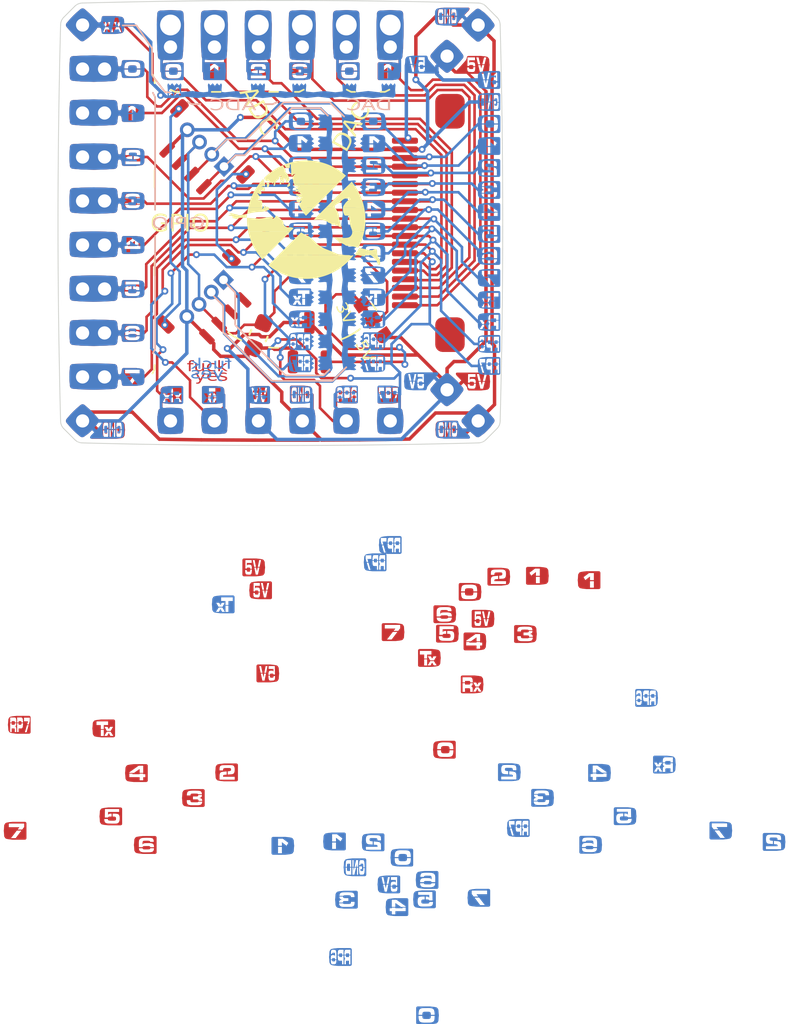
<source format=kicad_pcb>
(kicad_pcb (version 20241229) (generator "pcbnew") (generator_version "9.0")
  (layers (0 "F.Cu" signal) (2 "B.Cu" signal) (13 "F.Paste" user) (15 "B.Paste" user) (5 "F.SilkS" user "F.Silkscreen") (7 "B.SilkS" user "B.Silkscreen") (1 "F.Mask" user) (3 "B.Mask" user) (25 "Edge.Cuts" user))
  (net 0 "")
  (net 1 "GPIO_23")
  (net 2 "GPIO_22")
  (net 3 "UART_Tx")
  (net 4 "GPIO_21")
  (net 5 "GPIO_20")
  (net 6 "DAC_1")
  (net 7 "GND")
  (net 8 "ADC_UNBUFFERED_+-8V_2")
  (net 9 "+5V")
  (net 10 "GPIO_26")
  (net 11 "ADC_UNBUFFERED_+-8V_3")
  (net 12 "DAC_0")
  (net 13 "GPIO_27")
  (net 14 "GPIO_6")
  (net 15 "GPIO_7")
  (net 16 "ADC_UNBUFFERED_+-8V_1")
  (net 17 "GPIO_25")
  (net 18 "GPIO_24")
  (net 19 "UART_Rx")
  (net 20 "ADC_UNBUFFERED_+-8V_0")
  (net 21 "Net-(J9-Pin_1)")
  (net 22 "Net-(J16-Pin_2)")
  (net 23 "Qwiic_Power")
  (net 24 "Net-(J16-Pin_1)")
  (net 25 "Net-(JP1-A)")
  (footprint "clipboard:f4516ded-98db-4fee-8dc9-e6cd45de1f61" (layer "F.Cu") (at 59.571938 75.449405)
    (property "Reference" "")
    (property "Value" "")
  )
  (footprint "clipboard:37c36f3b-f502-4c17-9669-6d5561776e15" (layer "F.Cu") (at 80.9148 86.3548)
    (property "Reference" "")
    (property "Value" "")
  )
  (footprint "JumperlessFootprints:Conn_1x2" (layer "F.Cu") (at 67.31 74.93 90)
    (property "Reference" "J15" (hide yes))
    (property "Value" "Power" (hide yes))
  )
  (footprint "clipboard:a5e2bce8-4834-4d4b-a960-7afa6553c63a" (layer "F.Cu") (at 75.4744 73.42)
    (property "Reference" "")
    (property "Value" "")
  )
  (footprint "JumperlessFootprints:SolderJumper-3_P1.3mm_Bridged12_Pad1.0x1.5mm" (layer "F.Cu") (at 73.914 69.088 -55.25)
    (property "Reference" "JP1" (hide yes))
    (property "Value" "SolderJumper_3_Bridged12" (hide yes))
  )
  (footprint "clipboard:f4516ded-98db-4fee-8dc9-e6cd45de1f61" (layer "F.Cu") (at 77.558062 51.580596)
    (property "Reference" "")
    (property "Value" "")
  )
  (footprint "clipboard:e3b6f9e6-02e4-4b42-83cd-43f01d501aee" (layer "F.Cu") (at 73.4332 83.0958)
    (property "Reference" "")
    (property "Value" "")
  )
  (footprint "clipboard:41714a66-e019-4f4c-94cb-b358c546f773" (layer "F.Cu") (at 77.7056 109.2548)
    (property "Reference" "")
    (property "Value" "")
  )
  (footprint "clipboard:242c81ed-b4ba-4202-89b1-4b0763f85a22" (layer "F.Cu") (at 97.732 99.239)
    (property "Reference" "")
    (property "Value" "")
  )
  (footprint "clipboard:e1db2946-ab65-49c6-9336-25c4e5ceaccc" (layer "F.Cu") (at 80.2848 90.1448)
    (property "Reference" "")
    (property "Value" "")
  )
  (footprint "clipboard:37c36f3b-f502-4c17-9669-6d5561776e15" (layer "F.Cu") (at 67.9886 84.7102)
    (property "Reference" "")
    (property "Value" "")
  )
  (footprint "clipboard:8bc8ab79-9a07-4854-8b04-b045e4a7e801" (layer "F.Cu") (at 84.0548 83.8748)
    (property "Reference" "")
    (property "Value" "")
  )
  (footprint "JumperlessFootprints:Conn_1x8" (layer "F.Cu") (at 58.42 54.61)
    (property "Reference" "J2" (hide yes))
    (property "Value" "Routable GPIO" (hide yes))
  )
  (footprint "clipboard:37c36f3b-f502-4c17-9669-6d5561776e15" (layer "F.Cu") (at 67.873388 73.4314)
    (property "Reference" "")
    (property "Value" "")
  )
  (footprint "clipboard:f4516ded-98db-4fee-8dc9-e6cd45de1f61" (layer "F.Cu") (at 77.568062 75.429405)
    (property "Reference" "")
    (property "Value" "")
  )
  (footprint "clipboard:a4c831be-34de-4b5c-bff5-a399ff4af102" (layer "F.Cu") (at 64.1286 54.737)
    (property "Reference" "")
    (property "Value" "")
  )
  (footprint "clipboard:3ff29b81-3803-4faf-aba7-c5b6e67da9b4" (layer "F.Cu") (at 80.1648 84.8048)
    (property "Reference" "")
    (property "Value" "")
  )
  (footprint "JumperlessFootprints:QwiicSMD" (layer "F.Cu") (at 64.655745 58.790345 -45)
    (property "Reference" "J18" (hide yes))
    (property "Value" "Conn_01x04" (hide yes))
  )
  (footprint "Connector_PinHeader_1.00mm:PinHeader_1x04_P1.00mm_Vertical" (layer "F.Cu") (at 65.295214 66.784786 -45)
    (property "Reference" "J20" (hide yes))
    (property "Value" "Conn_01x04" (hide yes))
  )
  (footprint "clipboard:d4ce734b-006d-4c6b-b615-0b098cd3965c" (layer "F.Cu") (at 69.3456 99.4648)
    (property "Reference" "")
    (property "Value" "")
  )
  (footprint "clipboard:0642b0dd-4391-48c1-9f35-5587195babd0" (layer "F.Cu") (at 87.1348 99.4048)
    (property "Reference" "")
    (property "Value" "")
  )
  (footprint "clipboard:37c36f3b-f502-4c17-9669-6d5561776e15" (layer "F.Cu") (at 68.4776 89.5108)
    (property "Reference" "")
    (property "Value" "")
  )
  (footprint "clipboard:25a81f0a-62d1-4300-b847-958e87ba07ac" (layer "F.Cu") (at 83.3648 87.2348)
    (property "Reference" "")
    (property "Value" "")
  )
  (footprint "clipboard:821362a9-c74a-42d6-a8c7-b5dfeb2b44cc" (layer "F.Cu") (at 90.3648 90.9248)
    (property "Reference" "")
    (property "Value" "")
  )
  (footprint "clipboard:0879151a-3476-43ef-9a20-edbe2340b247" (layer "F.Cu") (at 65.3288 73.4314)
    (property "Reference" "")
    (property "Value" "")
  )
  (footprint "clipboard:ebe3a345-40c6-4c42-8239-2feab4ba24bd" (layer "F.Cu") (at 81.8248 83.9248)
    (property "Reference" "")
    (property "Value" "")
  )
  (footprint "clipboard:8b96d743-713b-49aa-a0a3-4b151e13b847" (layer "F.Cu") (at 91.3948 94.7748)
    (property "Reference" "")
    (property "Value" "")
  )
  (footprint "clipboard:b6ed0844-75c7-4aa3-b602-0c562b199564" (layer "F.Cu") (at 89.1248 97.7548)
    (property "Reference" "")
    (property "Value" "")
  )
  (footprint "Connector_PinHeader_1.00mm:PinHeader_1x04_P1.00mm_Vertical" (layer "F.Cu") (at 65.32266 60.24266 -135)
    (property "Reference" "J20" (hide yes))
    (property "Value" "Conn_01x04" (hide yes))
  )
  (footprint "JumperlessFootprints:Qwiic_Selector" (layer "F.Cu") (at 71.8566 57.6326)
    (property "Reference" "U3" (hide yes))
    (property "Value" "~" (hide yes))
  )
  (footprint "clipboard:f32ee183-1265-49e2-a324-8570381b2f28" (layer "F.Cu") (at 94.6548 98.5848)
    (property "Reference" "")
    (property "Value" "")
  )
  (footprint "JumperlessFootprints:Conn_1x2" (layer "F.Cu") (at 78.213949 53.866051 135)
    (property "Reference" "J14" (hide yes))
    (property "Value" "Power" (hide yes))
  )
  (footprint "JumperlessFootprints:Conn_1x2" (layer "F.Cu") (at 64.77 74.93 -90)
    (property "Reference" "J10" (hide yes))
    (property "Value" "Routable UART" (hide yes))
  )
  (footprint "clipboard:37c36f3b-f502-4c17-9669-6d5561776e15" (layer "F.Cu") (at 67.6648 83.3894)
    (property "Reference" "")
    (property "Value" "")
  )
  (footprint "JumperlessFootprints:QwiicSMD" (layer "F.Cu") (at 63.841288 67.449257 45)
    (property "Reference" "J17" (hide yes))
    (property "Value" "Conn_01x04" (hide yes))
  )
  (footprint "Package_TO_SOT_SMD:SOT-23-3" (layer "F.Cu") (at 70.2564 70.3834 90)
    (property "Reference" "U4" (hide yes))
    (property "Value" "XC6206PxxxMR" (hide yes))
  )
  (footprint "clipboard:58f72f98-d038-4579-84e6-3a54898092f2" (layer "F.Cu") (at 80.4448 87.6648)
    (property "Reference" "")
    (property "Value" "")
  )
  (footprint "clipboard:b3fbf322-1599-411d-9994-78341c0a0e6f" (layer "F.Cu") (at 65.3288 73.4314)
    (property "Reference" "")
    (property "Value" "")
  )
  (footprint "clipboard:242c81ed-b4ba-4202-89b1-4b0763f85a22" (layer "F.Cu") (at 82.4348 95.2148)
    (property "Reference" "")
    (property "Value" "")
  )
  (footprint "clipboard:a6b27f51-e9e6-4aef-86a7-488782df47ef" (layer "F.Cu") (at 80.667556 72.657)
    (property "Reference" "")
    (property "Value" "")
  )
  (footprint "JumperlessFootprints:SolderJumper_4of1_small" (layer "F.Cu") (at 57.15 52.07)
    (property "Reference" "U1" (hide yes))
    (property "Value" "~" (hide yes))
  )
  (footprint "clipboard:d81a2988-1e56-4080-8d43-df92d7589714" (layer "F.Cu") (at 70.3644 54.737)
    (property "Reference" "")
    (property "Value" "")
  )
  (footprint "clipboard:a8f4ae1a-b378-40f2-97a2-f46b783a69a6" (layer "F.Cu") (at 71.882 54.737)
    (property "Reference" "")
    (property "Value" "")
  )
  (footprint "clipboard:f909549f-634d-4eab-894f-0a35d4dae87d" (layer "F.Cu") (at 75.4698 73.406)
    (property "Reference" "")
    (property "Value" "")
  )
  (footprint "JumperlessFootprints:Conn_1x4" (layer "F.Cu") (at 66.04 52.07)
    (property "Reference" "J8" (hide yes))
    (property "Value" "ADCs" (hide yes))
  )
  (footprint "clipboard:2dff0afb-b145-4409-abd7-f60acfc81919" (layer "F.Cu") (at 75.4762 54.737)
    (property "Reference" "")
    (property "Value" "")
  )
  (footprint "clipboard:7fe1e86d-b7c7-4e84-8545-4b676ee9db7a" (layer "F.Cu") (at 84.3548 96.6948)
    (property "Reference" "")
    (property "Value" "")
  )
  (footprint "clipboard:a6b27f51-e9e6-4aef-86a7-488782df47ef" (layer "F.Cu") (at 80.63798 54.369361)
    (property "Reference" "")
    (property "Value" "")
  )
  (footprint "JumperlessFootprints:Conn_1x2" (layer "F.Cu") (at 78.213949 73.133949 45)
    (property "Reference" "J5" (hide yes))
    (property "Value" "Power" (hide yes))
  )
  (footprint "JumperlessFootprints:Conn_1x2" (layer "F.Cu") (at 72.39 74.93 90)
    (property "Reference" "J6" (hide yes))
    (property "Value" "Control_I2C" (hide yes))
  )
  (footprint "clipboard:6e1898b8-257d-49a1-82cf-03ba3357aad0" (layer "F.Cu") (at 67.9514 54.737)
    (property "Reference" "")
    (property "Value" "")
  )
  (footprint "clipboard:b876c3c5-d203-41bd-84df-38b4af9786b8" (layer "F.Cu") (at 75.7148 87.1248)
    (property "Reference" "")
    (property "Value" "")
  )
  (footprint "clipboard:1172f331-e150-41fc-b592-9e0221ae5509" (layer "F.Cu") (at 78.7048 86.0948)
    (property "Reference" "")
    (property "Value" "")
  )
  (footprint "clipboard:6f48af46-0cf8-4dab-b73e-b7ba7b69b581" (layer "F.Cu") (at 70.4088 73.406)
    (property "Reference" "")
    (property "Value" "")
  )
  (footprint "JumperlessFootprints:FPC FC05-S20FCT" (layer "F.Cu") (at 75.03 58.75 -90)
    (property "Reference" "J1" (hide yes))
    (property "Value" "FPC Connector" (hide yes))
  )
  (footprint "Capacitor_SMD:C_0603_1608Metric" (layer "F.Cu") (at 67.317 70.006 -112.25)
    (property "Reference" "C1" (hide yes))
    (property "Value" "1uF" (hide yes))
  )
  (footprint "JumperlessFootprints:Conn_1x10" (layer "F.Cu") (at 57.15 52.07)
    (property "Reference" "J9" (hide yes))
    (property "Value" "Bus Pirate" (hide yes))
  )
  (footprint "clipboard:28d53c87-4247-4794-bbe1-5e116e04487f" (layer "F.Cu") (at 78.8548 87.2148)
    (property "Reference" "")
    (property "Value" "")
  )
  (footprint "clipboard:525b325c-e8f8-4d4f-98c0-3540304592e7" (layer "F.Cu") (at 87.6448 95.2548)
    (property "Reference" "")
    (property "Value" "")
  )
  (footprint "clipboard:b3fbf322-1599-411d-9994-78341c0a0e6f" (layer "F.Cu") (at 77.8148 88.6148)
    (property "Reference" "")
    (property "Value" "")
  )
  (footprint "clipboard:a8f4ae1a-b378-40f2-97a2-f46b783a69a6" (layer "F.Cu") (at 61.7156 54.737)
    (property "Reference" "")
    (property "Value" "")
  )
  (footprint "clipboard:e3b6f9e6-02e4-4b42-83cd-43f01d501aee" (layer "F.Cu") (at 74.3068 82.094)
    (property "Reference" "")
    (property "Value" "")
  )
  (footprint "clipboard:e3b6f9e6-02e4-4b42-83cd-43f01d501aee" (layer "F.Cu") (at 81.7072 98.4358)
    (property "Reference" "")
    (property "Value" "")
  )
  (footprint "clipboard:c0db0b36-c9fe-4e1a-b5f9-3020dc1012bd" (layer "B.Cu") (at 70.3644 54.737 180)
    (property "Reference" "")
    (property "Value" "")
  )
  (footprint "clipboard:b9a91d27-5eef-493c-bbd5-b46d1e9312ee" (layer "B.Cu") (at 71.4256 105.8848 180)
    (property "Reference" "")
    (property "Value" "")
  )
  (footprint "clipboard:b9a91d27-5eef-493c-bbd5-b46d1e9312ee" (layer "B.Cu") (at 71.7804 73.406 180)
    (property "Reference" "")
    (property "Value" "")
  )
  (footprint "clipboard:a6b27f51-e9e6-4aef-86a7-488782df47ef" (layer "B.Cu") (at 75.809221 54.355361 180)
    (property "Reference" "")
    (property "Value" "")
  )
  (footprint "clipboard:1172f331-e150-41fc-b592-9e0221ae5509" (layer "B.Cu") (at 76.4356 101.4348 180)
    (property "Reference" "")
    (property "Value" "")
  )
  (footprint "clipboard:7c2f54df-c89f-421a-bfa9-e2f6f4fb354d" (layer "B.Cu") (at 61.7156 54.74 180)
    (property "Reference" "")
    (property "Value" "")
  )
  (footprint "clipboard:7fe1e86d-b7c7-4e84-8545-4b676ee9db7a" (layer "B.Cu") (at 62.9288 96.7058 180)
    (property "Reference" "")
    (property "Value" "")
  )
  (footprint "clipboard:ebe3a345-40c6-4c42-8239-2feab4ba24bd" (layer "B.Cu") (at 73.3156 99.2648 180)
    (property "Reference" "")
    (property "Value" "")
  )
  (footprint "clipboard:a6b27f51-e9e6-4aef-86a7-488782df47ef" (layer "B.Cu") (at 75.758421 72.64464 180)
    (property "Reference" "")
    (property "Value" "")
  )
  (footprint "JumperlessFootprints:Conn_1x2" (layer "B.Cu") (at 72.39 52.07 -90)
    (property "Reference" "J7" (hide yes))
    (property "Value" "DACs" (hide yes))
  )
  (footprint "clipboard:0879151a-3476-43ef-9a20-edbe2340b247" (layer "B.Cu") (at 57.7488 92.6858 180)
    (property "Reference" "")
    (property "Value" "")
  )
  (footprint "clipboard:e1db2946-ab65-49c6-9336-25c4e5ceaccc" (layer "B.Cu") (at 61.6902 73.4314 180)
    (property "Reference" "")
    (property "Value" "")
  )
  (footprint "clipboard:620b9f18-00a3-42ae-acb7-6e98260b90f8" (layer "B.Cu") (at 75.4888 54.737 180)
    (property "Reference" "")
    (property "Value" "")
  )
  (footprint "clipboard:242c81ed-b4ba-4202-89b1-4b0763f85a22" (layer "B.Cu") (at 64.8488 95.2258 180)
    (property "Reference" "")
    (property "Value" "")
  )
  (footprint "clipboard:6f48af46-0cf8-4dab-b73e-b7ba7b69b581" (layer "B.Cu") (at 72.2656 100.7048 180)
    (property "Reference" "")
    (property "Value" "")
  )
  (footprint "clipboard:28d53c87-4247-4794-bbe1-5e116e04487f" (layer "B.Cu") (at 76.2856 102.5548 180)
    (property "Reference" "")
    (property "Value" "")
  )
  (footprint "clipboard:b6ed0844-75c7-4aa3-b602-0c562b199564" (layer "B.Cu") (at 58.1588 97.7658 180)
    (property "Reference" "")
    (property "Value" "")
  )
  (footprint "clipboard:3ff29b81-3803-4faf-aba7-c5b6e67da9b4" (layer "B.Cu") (at 74.9756 100.1448 180)
    (property "Reference" "")
    (property "Value" "")
  )
  (footprint "clipboard:a4c831be-34de-4b5c-bff5-a399ff4af102" (layer "B.Cu") (at 65.405 54.737 180)
    (property "Reference" "")
    (property "Value" "")
  )
  (footprint "clipboard:0642b0dd-4391-48c1-9f35-5587195babd0" (layer "B.Cu") (at 60.1488 99.4158 180)
    (property "Reference" "")
    (property "Value" "")
  )
  (footprint "clipboard:58f72f98-d038-4579-84e6-3a54898092f2" (layer "B.Cu") (at 74.6956 103.0048 180)
    (property "Reference" "")
    (property "Value" "")
  )
  (footprint "clipboard:37c36f3b-f502-4c17-9669-6d5561776e15" (layer "B.Cu") (at 74.2256 101.6948 180)
    (property "Reference" "")
    (property "Value" "")
  )
  (footprint "clipboard:8b96d743-713b-49aa-a0a3-4b151e13b847" (layer "B.Cu") (at 61.6648 73.4314 180)
    (property "Reference" "")
    (property "Value" "")
  )
  (footprint "clipboard:f4516ded-98db-4fee-8dc9-e6cd45de1f61" (layer "B.Cu") (at 77.583262 75.437405 180)
    (property "Reference" "")
    (property "Value" "")
  )
  (footprint "clipboard:c3fee8c1-a2e6-48fc-8f25-de405d0cde99" (layer "B.Cu") (at 69.146559 73.863412 180)
    (property "Reference" "")
    (property "Value" "")
  )
  (footprint "clipboard:b3fbf322-1599-411d-9994-78341c0a0e6f" (layer "B.Cu") (at 64.6548 85.523 180)
    (property "Reference" "")
    (property "Value" "")
  )
  (footprint "clipboard:25a81f0a-62d1-4300-b847-958e87ba07ac" (layer "B.Cu") (at 71.7756 102.5748 180)
    (property "Reference" "")
    (property "Value" "")
  )
  (footprint "clipboard:f909549f-634d-4eab-894f-0a35d4dae87d" (layer "B.Cu") (at 52.8688 92.4758 180)
    (property "Reference" "")
    (property "Value" "")
  )
  (footprint "" (layer "B.Cu") (at 66.68159 54.738143 180)
    (property "Reference" "")
    (property "Value" "")
  )
  (footprint "clipboard:7c2f54df-c89f-421a-bfa9-e2f6f4fb354d" (layer "B.Cu") (at 71.882 54.737 180)
    (property "Reference" "")
    (property "Value" "")
  )
  (footprint "clipboard:d4ce734b-006d-4c6b-b615-0b098cd3965c" (layer "B.Cu") (at 85.7948 84.1248 180)
    (property "Reference" "")
    (property "Value" "")
  )
  (footprint "clipboard:f4516ded-98db-4fee-8dc9-e6cd45de1f61" (layer "B.Cu") (at 77.532462 51.6128 180)
    (property "Reference" "")
    (property "Value" "")
  )
  (footprint "clipboard:f32ee183-1265-49e2-a324-8570381b2f28" (layer "B.Cu") (at 52.6288 98.5958 180)
    (property "Reference" "")
    (property "Value" "")
  )
  (footprint "clipboard:9dc20ad3-e78f-4b58-b602-7d2cdd397571" (layer "B.Cu") (at 66.7004 73.4314 180)
    (property "Reference" "")
    (property "Value" "")
  )
  (footprint "clipboard:41714a66-e019-4f4c-94cb-b358c546f773" (layer "B.Cu") (at 77.4348 93.9148 180)
    (property "Reference" "")
    (property "Value" "")
  )
  (footprint "clipboard:525b325c-e8f8-4d4f-98c0-3540304592e7" (layer "B.Cu") (at 59.6388 95.2658 180)
    (property "Reference" "")
    (property "Value" "")
  )
  (footprint "clipboard:821362a9-c74a-42d6-a8c7-b5dfeb2b44cc" (layer "B.Cu") (at 71.7804 73.406 180)
    (property "Reference" "")
    (property "Value" "")
  )
  (footprint "clipboard:b876c3c5-d203-41bd-84df-38b4af9786b8" (layer "B.Cu") (at 79.4256 102.4648 180)
    (property "Reference" "")
    (property "Value" "")
  )
  (footprint "JumperlessFootprints:daisychainRIGHT" (layer "B.Cu") (at 80.01 55.245 180)
    (property "Reference" "J3" (hide yes))
    (property "Value" "DaisyChain_IN" (hide yes))
  )
  (footprint "clipboard:8bc8ab79-9a07-4854-8b04-b045e4a7e801" (layer "B.Cu") (at 71.0856 99.2148 180)
    (property "Reference" "")
    (property "Value" "")
  )
  (footprint "clipboard:f4516ded-98db-4fee-8dc9-e6cd45de1f61" (layer "B.Cu") (at 59.5376 75.438 180)
    (property "Reference" "")
    (property "Value" "")
  )
  (gr_arc (start 68.46 70.71) (mid 68.189231 70.708843) (end 67.92 70.68) (stroke (width 0.1)) (layer "F.SilkS"))
  (gr_poly (pts (xy 65.678017 62.925) (xy 65.681508 62.925318) (xy 65.685138 62.925876) (xy 65.688904 62.926676) (xy 65.692798 62.927717) (xy 65.696817 62.929) (xy 65.700953 62.930526) (xy 65.702941 62.931261) (xy 65.70508 62.931963) (xy 65.709799 62.933268) (xy 65.715078 62.934437) (xy 65.720885 62.935463) (xy 65.727189 62.936342) (xy 65.733959 62.937069) (xy 65.741163 62.93764) (xy 65.748769 62.938049) (xy 65.754901 62.938335) (xy 65.760179 62.938662) (xy 65.764841 62.93906) (xy 65.769125 62.939563) (xy 65.773268 62.940202) (xy 65.777509 62.941009) (xy 65.782086 62.942018) (xy 65.787237 62.943259) (xy 65.791439 62.944266) (xy 65.795397 62.945142) (xy 65.799103 62.945886) (xy 65.802552 62.946497) (xy 65.805739 62.946974) (xy 65.808656 62.947315) (xy 65.811299 62.947521) (xy 65.812516 62.947573) (xy 65.813662 62.94759) (xy 65.816832 62.947662) (xy 65.820088 62.947936) (xy 65.823812 62.948496) (xy 65.828386 62.949429) (xy 65.834191 62.950819) (xy 65.841609 62.952753) (xy 65.862815 62.958592) (xy 65.867873 62.960021) (xy 65.873163 62.961544) (xy 65.878059 62.962979) (xy 65.881933 62.964144) (xy 65.890703 62.966793) (xy 65.90105 62.969865) (xy 65.905756 62.971262) (xy 65.910087 62.972571) (xy 65.913565 62.973644) (xy 65.915708 62.974336) (xy 65.919207 62.975482) (xy 65.923422 62.976768) (xy 65.933255 62.979558) (xy 65.943713 62.982299) (xy 65.948711 62.983524) (xy 65.953305 62.984584) (xy 65.965301 62.987317) (xy 65.976246 62.989914) (xy 65.978658 62.990438) (xy 65.981613 62.990967) (xy 65.984995 62.991488) (xy 65.988689 62.991985) (xy 65.99258 62.992444) (xy 65.996553 62.99285) (xy 66.000493 62.99319) (xy 66.004285 62.993449) (xy 66.010953 62.993913) (xy 66.014075 62.994191) (xy 66.017062 62.994502) (xy 66.019918 62.994846) (xy 66.022646 62.995223) (xy 66.02525 62.995635) (xy 66.027735 62.996083) (xy 66.030104 62.996566) (xy 66.032362 62.997087) (xy 66.034513 62.997644) (xy 66.03656 62.998241) (xy 66.038507 62.998876) (xy 66.04036 62.999552) (xy 66.042121 63.000268) (xy 66.043794 63.001026) (xy 66.045117 63.00157) (xy 66.046927 63.002188) (xy 66.049145 63.002856) (xy 66.051688 63.003553) (xy 66.054478 63.00426) (xy 66.057431 63.004953) (xy 66.060468 63.005612) (xy 66.063508 63.006216) (xy 66.066749 63.006873) (xy 66.070078 63.007635) (xy 66.073422 63.00848) (xy 66.076704 63.009386) (xy 66.079851 63.010331) (xy 66.082787 63.011294) (xy 66.085436 63.012254) (xy 66.087725 63.013188) (xy 66.100522 63.018741) (xy 66.105584 63.020864) (xy 66.110147 63.022706) (xy 66.114509 63.024383) (xy 66.118964 63.026013) (xy 66.123809 63.027712) (xy 66.129338 63.029596) (xy 66.143298 63.034234) (xy 66.148875 63.035994) (xy 66.154034 63.037531) (xy 66.159163 63.038955) (xy 66.164651 63.040379) (xy 66.178254 63.043671) (xy 66.189491 63.046312) (xy 66.193569 63.047247) (xy 66.197028 63.048013) (xy 66.200171 63.048676) (xy 66.203303 63.049303) (xy 66.210754 63.050708) (xy 66.21353 63.051238) (xy 66.216378 63.051808) (xy 66.218963 63.052349) (xy 66.22095 63.052793) (xy 66.222551 63.053098) (xy 66.224609 63.053371) (xy 66.22986 63.053821) (xy 66.236221 63.054136) (xy 66.243215 63.05431) (xy 66.250359 63.054335) (xy 66.257174 63.054204) (xy 66.26318 63.053912) (xy 66.265729 63.053704) (xy 66.267896 63.053452) (xy 66.275063 63.052332) (xy 66.282665 63.050942) (xy 66.29033 63.049371) (xy 66.297685 63.047707) (xy 66.304355 63.046038) (xy 66.30997 63.044454) (xy 66.312264 63.043721) (xy 66.314154 63.043043) (xy 66.315594 63.04243) (xy 66.316537 63.041894) (xy 66.317309 63.041405) (xy 66.318281 63.040916) (xy 66.319445 63.040431) (xy 66.320794 63.039949) (xy 66.324022 63.039002) (xy 66.327913 63.038087) (xy 66.332412 63.037216) (xy 66.337468 63.0364) (xy 66.343028 63.03565) (xy 66.349037 63.034977) (xy 66.35561 63.03427) (xy 66.361478 63.033539) (xy 66.36684 63.032747) (xy 66.371895 63.031855) (xy 66.376841 63.030825) (xy 66.381875 63.02962) (xy 66.387198 63.0282) (xy 66.393007 63.026528) (xy 66.394923 63.025975) (xy 66.396951 63.025414) (xy 66.399029 63.024863) (xy 66.401094 63.024335) (xy 66.403087 63.023847) (xy 66.404945 63.023413) (xy 66.406606 63.02305) (xy 66.40801 63.022772) (xy 66.409316 63.022521) (xy 66.410696 63.022237) (xy 66.41211 63.02193) (xy 66.413514 63.021609) (xy 66.414868 63.021284) (xy 66.416129 63.020965) (xy 66.417256 63.020661) (xy 66.418206 63.020383) (xy 66.419319 63.020099) (xy 66.42091 63.01978) (xy 66.422905 63.019435) (xy 66.42523 63.019076) (xy 66.42781 63.018713) (xy 66.430572 63.018359) (xy 66.43344 63.018023) (xy 66.43634 63.017718) (xy 66.44304 63.016999) (xy 66.4496 63.016192) (xy 66.456076 63.015285) (xy 66.462527 63.014269) (xy 66.469011 63.013135) (xy 66.475584 63.011872) (xy 66.482305 63.010472) (xy 66.489232 63.008924) (xy 66.492615 63.008201) (xy 66.497588 63.007209) (xy 66.50348 63.006078) (xy 66.509624 63.004939) (xy 66.520874 63.002786) (xy 66.534012 62.999922) (xy 66.553913 62.99523) (xy 66.585457 62.987594) (xy 66.610468 62.98157) (xy 66.620106 62.979297) (xy 66.627906 62.977502) (xy 66.633922 62.976171) (xy 66.638208 62.975292) (xy 66.63972 62.975018) (xy 66.640819 62.974853) (xy 66.641514 62.974794) (xy 66.641711 62.974805) (xy 66.64181 62.974841) (xy 66.641844 62.975329) (xy 66.641803 62.976583) (xy 66.641521 62.981055) (xy 66.641013 62.987581) (xy 66.640326 62.995486) (xy 66.636388 63.042063) (xy 66.633176 63.087228) (xy 66.630621 63.132009) (xy 66.62866 63.177431) (xy 66.628458 63.180336) (xy 66.628289 63.181716) (xy 66.628073 63.183047) (xy 66.627812 63.18433) (xy 66.627505 63.185565) (xy 66.627152 63.186751) (xy 66.626754 63.18789) (xy 66.626309 63.188979) (xy 66.625819 63.190021) (xy 66.625283 63.191014) (xy 66.6247 63.191958) (xy 66.624073 63.192855) (xy 66.623399 63.193703) (xy 66.622679 63.194502) (xy 66.621914 63.195254) (xy 66.621103 63.195956) (xy 66.620246 63.196611) (xy 66.619343 63.197217) (xy 66.618394 63.197775) (xy 66.617399 63.198285) (xy 66.616359 63.198746) (xy 66.615272 63.199159) (xy 66.61414 63.199523) (xy 66.612962 63.19984) (xy 66.611739 63.200107) (xy 66.610469 63.200327) (xy 66.609153 63.200498) (xy 66.607792 63.200621) (xy 66.606385 63.200695) (xy 66.603433 63.200699) (xy 66.535622 63.199116) (xy 66.502802 63.198522) (xy 66.48732 63.198392) (xy 66.469609 63.198668) (xy 66.430605 63.199096) (xy 66.407864 63.199413) (xy 66.385986 63.199885) (xy 66.367459 63.20045) (xy 66.354773 63.201042) (xy 66.288007 63.205034) (xy 66.278591 63.205599) (xy 66.269632 63.206189) (xy 66.261313 63.206789) (xy 66.253818 63.207384) (xy 66.24733 63.207958) (xy 66.242034 63.208496) (xy 66.238113 63.208984) (xy 66.236726 63.209203) (xy 66.235752 63.209405) (xy 66.231855 63.210313) (xy 66.226535 63.211456) (xy 66.22049 63.212688) (xy 66.214421 63.213863) (xy 66.208759 63.215113) (xy 66.202061 63.216907) (xy 66.194575 63.21916) (xy 66.18655 63.22179) (xy 66.178236 63.22471) (xy 66.16988 63.227836) (xy 66.161731 63.231085) (xy 66.154039 63.234371) (xy 66.14787 63.236909) (xy 66.139828 63.239931) (xy 66.130604 63.243207) (xy 66.120889 63.246506) (xy 66.111375 63.249599) (xy 66.102753 63.252256) (xy 66.095714 63.254248) (xy 66.090951 63.255343) (xy 66.078534 63.257341) (xy 66.067336 63.25894) (xy 66.057173 63.260154) (xy 66.047857 63.260996) (xy 66.039204 63.261481) (xy 66.035067 63.261594) (xy 66.031026 63.261623) (xy 66.027058 63.261569) (xy 66.023139 63.261434) (xy 66.015356 63.260928) (xy 66.015356 63.26093) (xy 66.012072 63.260613) (xy 66.010556 63.260432) (xy 66.009108 63.260234) (xy 66.007719 63.260015) (xy 66.006375 63.259773) (xy 66.005068 63.259504) (xy 66.003784 63.259206) (xy 66.002514 63.258876) (xy 66.001246 63.258512) (xy 65.999968 63.25811) (xy 65.99867 63.257669) (xy 65.997341 63.257185) (xy 65.995969 63.256655) (xy 65.993053 63.255447) (xy 65.990827 63.254522) (xy 65.988499 63.25361) (xy 65.986137 63.252734) (xy 65.983812 63.251917) (xy 65.981591 63.251184) (xy 65.979544 63.250557) (xy 65.977739 63.250061) (xy 65.976246 63.249718) (xy 65.974875 63.24944) (xy 65.97342 63.249126) (xy 65.970435 63.248439) (xy 65.968995 63.248086) (xy 65.967648 63.247741) (xy 65.966439 63.247415) (xy 65.965413 63.247118) (xy 65.96172 63.246141) (xy 65.954963 63.244476) (xy 65.9361 63.240015) (xy 65.925489 63.237493) (xy 65.91497 63.234882) (xy 65.905758 63.232489) (xy 65.899068 63.230622) (xy 65.896298 63.229849) (xy 65.893088 63.229047) (xy 65.889553 63.228239) (xy 65.885808 63.227448) (xy 65.881968 63.226699) (xy 65.878148 63.226013) (xy 65.874464 63.225415) (xy 65.871029 63.224928) (xy 65.857476 63.223138) (xy 65.85184 63.222356) (xy 65.84689 63.221631) (xy 65.842569 63.220949) (xy 65.838818 63.220294) (xy 65.837139 63.219973) (xy 65.835582 63.219653) (xy 65.834139 63.219333) (xy 65.832803 63.219011) (xy 65.831567 63.218686) (xy 65.830424 63.218354) (xy 65.829367 63.218016) (xy 65.828389 63.217668) (xy 65.827482 63.217309) (xy 65.82664 63.216938) (xy 65.825855 63.216552) (xy 65.82512 63.21615) (xy 65.824429 63.215729) (xy 65.823774 63.215289) (xy 65.823147 63.214827) (xy 65.822542 63.214341) (xy 65.821952 63.21383) (xy 65.821369 63.213292) (xy 65.820198 63.212128) (xy 65.81926 63.211086) (xy 65.818401 63.209981) (xy 65.817623 63.208817) (xy 65.816926 63.207597) (xy 65.816311 63.206325) (xy 65.81578 63.205004) (xy 65.815332 63.203639) (xy 65.814969 63.202233) (xy 65.814691 63.200788) (xy 65.814499 63.19931) (xy 65.814395 63.197802) (xy 65.814378 63.196267) (xy 65.81445 63.194709) (xy 65.814612 63.193131) (xy 65.814864 63.191538) (xy 65.815207 63.189932) (xy 65.815482 63.188864) (xy 65.815787 63.18781) (xy 65.816119 63.186773) (xy 65.816479 63.185754) (xy 65.816864 63.184753) (xy 65.817275 63.183773) (xy 65.818167 63.181876) (xy 65.819146 63.180075) (xy 65.820203 63.178378) (xy 65.820758 63.177572) (xy 65.82133 63.176796) (xy 65.821917 63.176052) (xy 65.822518 63.175339) (xy 65.823132 63.17466) (xy 65.823758 63.174016) (xy 65.824395 63.173408) (xy 65.825042 63.172838) (xy 65.825698 63.172306) (xy 65.826362 63.171813) (xy 65.827032 63.171362) (xy 65.827708 63.170953) (xy 65.828388 63.170587) (xy 65.829072 63.170267) (xy 65.829758 63.169992) (xy 65.830445 63.169764) (xy 65.831133 63.169585) (xy 65.831819 63.169456) (xy 65.832504 63.169377) (xy 65.833185 63.16935) (xy 65.833426 63.169348) (xy 65.833653 63.169339) (xy 65.833868 63.169325) (xy 65.83407 63.169306) (xy 65.834259 63.16928) (xy 65.834435 63.16925) (xy 65.834599 63.169213) (xy 65.834749 63.169171) (xy 65.834887 63.169124) (xy 65.835012 63.16907) (xy 65.835124 63.169012) (xy 65.835224 63.168947) (xy 65.83531 63.168877) (xy 65.835384 63.168802) (xy 65.835445 63.16872) (xy 65.835493 63.168634) (xy 65.835529 63.168541) (xy 65.835551 63.168443) (xy 65.835561 63.16834) (xy 65.835558 63.16823) (xy 65.835542 63.168116) (xy 65.835513 63.167995) (xy 65.835472 63.167869) (xy 65.835418 63.167738) (xy 65.835351 63.1676) (xy 65.835271 63.167458) (xy 65.835178 63.167309) (xy 65.835072 63.167155) (xy 65.834954 63.166996) (xy 65.834823 63.16683) (xy 65.834679 63.16666) (xy 65.834522 63.166483) (xy 65.833594 63.165294) (xy 65.832387 63.163483) (xy 65.829317 63.158342) (xy 65.825663 63.151745) (xy 65.821781 63.144378) (xy 65.818022 63.136926) (xy 65.814742 63.130076) (xy 65.812293 63.124512) (xy 65.811491 63.122427) (xy 65.811029 63.120921) (xy 65.81076 63.119458) (xy 65.810546 63.117652) (xy 65.810391 63.115551) (xy 65.810293 63.113203) (xy 65.810256 63.110657) (xy 65.810281 63.107962) (xy 65.810368 63.105165) (xy 65.810518 63.102315) (xy 65.810498 63.101524) (xy 65.810333 63.100759) (xy 65.809571 63.099308) (xy 65.808231 63.097962) (xy 65.806314 63.096721) (xy 65.803821 63.095585) (xy 65.80075 63.094554) (xy 65.797102 63.093628) (xy 65.792878 63.092807) (xy 65.788076 63.092092) (xy 65.782697 63.091481) (xy 65.776741 63.090976) (xy 65.770208 63.090576) (xy 65.755411 63.090091) (xy 65.738306 63.090026) (xy 65.709846 63.090323) (xy 65.686349 63.090703) (xy 65.670252 63.091116) (xy 65.665741 63.09132) (xy 65.664503 63.091419) (xy 65.663994 63.091514) (xy 65.663765 63.091606) (xy 65.663348 63.091693) (xy 65.661991 63.091854) (xy 65.660006 63.091993) (xy 65.657478 63.092108) (xy 65.651126 63.092251) (xy 65.643602 63.092261) (xy 65.638221 63.09219) (xy 65.6337 63.09207) (xy 65.631717 63.091987) (xy 65.629895 63.091886) (xy 65.628217 63.091764) (xy 65.626664 63.091621) (xy 65.625219 63.091455) (xy 65.623865 63.091263) (xy 65.622582 63.091043) (xy 65.621354 63.090795) (xy 65.620162 63.090515) (xy 65.618989 63.090203) (xy 65.617817 63.089855) (xy 65.616628 63.089472) (xy 65.614827 63.088818) (xy 65.613042 63.088069) (xy 65.611278 63.087228) (xy 65.609539 63.086299) (xy 65.60783 63.085285) (xy 65.606156 63.084191) (xy 65.60452 63.083019) (xy 65.602927 63.081774) (xy 65.601382 63.080459) (xy 65.59989 63.079078) (xy 65.598454 63.077635) (xy 65.597079 63.076132) (xy 65.59577 63.074575) (xy 65.594531 63.072966) (xy 65.593367 63.071309) (xy 65.592283 63.069608) (xy 65.59179 63.068756) (xy 65.591345 63.067906) (xy 65.590948 63.067058) (xy 65.590598 63.066211) (xy 65.590296 63.065365) (xy 65.590042 63.06452) (xy 65.589835 63.063678) (xy 65.589676 63.062836) (xy 65.589565 63.061996) (xy 65.589501 63.061158) (xy 65.589485 63.060321) (xy 65.589517 63.059485) (xy 65.589597 63.058651) (xy 65.589724 63.057818) (xy 65.589898 63.056987) (xy 65.590121 63.056157) (xy 65.59042 63.05519) (xy 65.590724 63.054288) (xy 65.591039 63.053444) (xy 65.59137 63.052651) (xy 65.591722 63.051902) (xy 65.592099 63.05119) (xy 65.592507 63.050508) (xy 65.592952 63.049848) (xy 65.593437 63.049204) (xy 65.593969 63.048567) (xy 65.594551 63.047933) (xy 65.59519 63.047292) (xy 65.595891 63.046638) (xy 65.596657 63.045964) (xy 65.597496 63.045263) (xy 65.59841 63.044528) (xy 65.599958 63.043354) (xy 65.601498 63.042298) (xy 65.603066 63.041355) (xy 65.604697 63.040517) (xy 65.606426 63.039778) (xy 65.608288 63.03913) (xy 65.61032 63.038568) (xy 65.612556 63.038084) (xy 65.615031 63.037672) (xy 65.617782 63.037326) (xy 65.620843 63.037037) (xy 65.624249 63.0368) (xy 65.63224 63.036454) (xy 65.642039 63.036233) (xy 65.650895 63.035997) (xy 65.654955 63.035811) (xy 65.658802 63.035574) (xy 65.662457 63.035283) (xy 65.665946 63.034934) (xy 65.66929 63.034523) (xy 65.672514 63.034047) (xy 65.675641 63.033502) (xy 65.678694 63.032884) (xy 65.681697 63.032188) (xy 65.684673 63.031413) (xy 65.687645 63.030553) (xy 65.690637 63.029605) (xy 65.693672 63.028566) (xy 65.696773 63.02743) (xy 65.699318 63.026531) (xy 65.70186 63.025775) (xy 65.704537 63.025138) (xy 65.707487 63.0246) (xy 65.710851 63.024139) (xy 65.714767 63.023732) (xy 65.719374 63.023357) (xy 65.724811 63.022992) (xy 65.72973 63.022656) (xy 65.734138 63.022288) (xy 65.738077 63.021884) (xy 65.741589 63.021436) (xy 65.744717 63.02094) (xy 65.74615 63.020672) (xy 65.747502 63.020389) (xy 65.748779 63.020091) (xy 65.749987 63.019776) (xy 65.75113 63.019445) (xy 65.752213 63.019097) (xy 65.754279 63.018451) (xy 65.756413 63.017891) (xy 65.758626 63.017417) (xy 65.760932 63.017025) (xy 65.763343 63.016715) (xy 65.765872 63.016485) (xy 65.76853 63.016332) (xy 65.77133 63.016254) (xy 65.77638 63.016128) (xy 65.781855 63.015906) (xy 65.787096 63.015619) (xy 65.791444 63.015297) (xy 65.797072 63.014794) (xy 65.79783 63.014674) (xy 65.798299 63.014535) (xy 65.798421 63.014455) (xy 65.798464 63.014366) (xy 65.798428 63.014266) (xy 65.79831 63.014155) (xy 65.797822 63.013891) (xy 65.796985 63.013564) (xy 65.794204 63.012674) (xy 65.783797 63.009645) (xy 65.755757 63.001446) (xy 65.736187 62.995768) (xy 65.72881 62.993676) (xy 65.722831 62.992027) (xy 65.718094 62.990779) (xy 65.714445 62.98989) (xy 65.711729 62.989317) (xy 65.710672 62.989136) (xy 65.70979 62.989019) (xy 65.706368 62.988572) (xy 65.702818 62.987968) (xy 65.699176 62.98722) (xy 65.695478 62.986342) (xy 65.691758 62.985346) (xy 65.688053 62.984246) (xy 65.684398 62.983056) (xy 65.68083 62.981788) (xy 65.677382 62.980455) (xy 65.674092 62.979071) (xy 65.670995 62.977649) (xy 65.668126 62.976202) (xy 65.665521 62.974744) (xy 65.663216 62.973287) (xy 65.661246 62.971845) (xy 65.659647 62.970431) (xy 65.658726 62.96944) (xy 65.657793 62.968295) (xy 65.656857 62.967015) (xy 65.655927 62.965618) (xy 65.65501 62.964122) (xy 65.654116 62.962547) (xy 65.653254 62.960911) (xy 65.652432 62.959232) (xy 65.65166 62.957529) (xy 65.650946 62.955821) (xy 65.650298 62.954127) (xy 65.649726 62.952464) (xy 65.649239 62.950852) (xy 65.648844 62.949309) (xy 65.648551 62.947854) (xy 65.648369 62.946505) (xy 65.648285 62.945553) (xy 65.648226 62.944683) (xy 65.648197 62.943885) (xy 65.6482 62.943146) (xy 65.648239 62.942457) (xy 65.648318 62.941806) (xy 65.64844 62.941181) (xy 65.648608 62.940573) (xy 65.648828 62.939969) (xy 65.649101 62.939359) (xy 65.649431 62.938731) (xy 65.649823 62.938075) (xy 65.650279 62.937379) (xy 65.650803 62.936633) (xy 65.651399 62.935825) (xy 65.65207 62.934944) (xy 65.653848 62.932883) (xy 65.655823 62.931058) (xy 65.657988 62.929469) (xy 65.660338 62.928117) (xy 65.662869 62.927002) (xy 65.665573 62.926124) (xy 65.668445 62.925485) (xy 65.671481 62.925084) (xy 65.674673 62.924922)) (stroke (width -0.000001)) (fill yes) (layer "F.SilkS"))
  (gr_poly (pts (xy 69.786685 64.046501) (xy 69.794974 64.051145) (xy 69.804994 64.057009) (xy 69.815969 64.06362) (xy 69.827122 64.070504) (xy 69.837678 64.077189) (xy 69.846861 64.083201) (xy 69.853894 64.088067) (xy 69.876918 64.104783) (xy 69.894089 64.117141) (xy 69.900911 64.121933) (xy 69.906787 64.125934) (xy 69.911888 64.129241) (xy 69.916388 64.131955) (xy 69.920459 64.134174) (xy 69.924273 64.135999) (xy 69.928002 64.137526) (xy 69.931818 64.138857) (xy 69.935895 64.140091) (xy 69.940403 64.141325) (xy 69.951406 64.144195) (xy 69.970237 64.149118) (xy 69.984074 64.152799) (xy 69.989522 64.154345) (xy 69.994205 64.155785) (xy 69.998283 64.15719) (xy 70.001917 64.158626) (xy 70.005268 64.160162) (xy 70.008497 64.161868) (xy 70.011765 64.163811) (xy 70.015234 64.166059) (xy 70.023414 64.171749) (xy 70.034325 64.179483) (xy 70.04185 64.184638) (xy 70.049466 64.189574) (xy 70.057171 64.194292) (xy 70.064965 64.198792) (xy 70.07285 64.203073) (xy 70.080824 64.207136) (xy 70.088888 64.210981) (xy 70.097041 64.214607) (xy 70.120457 64.224983) (xy 70.147041 64.237561) (xy 70.181517 64.254633) (xy 70.228609 64.278494) (xy 70.23871 64.283678) (xy 70.247117 64.288109) (xy 70.254395 64.29213) (xy 70.261109 64.296086) (xy 70.267823 64.300321) (xy 70.275102 64.305179) (xy 70.283509 64.311006) (xy 70.293609 64.318144) (xy 70.303884 64.325469) (xy 70.312076 64.331412) (xy 70.315549 64.333996) (xy 70.318691 64.336393) (xy 70.321565 64.338654) (xy 70.324235 64.340834) (xy 70.326763 64.342984) (xy 70.329214 64.345157) (xy 70.33165 64.347405) (xy 70.334135 64.349783) (xy 70.339503 64.355133) (xy 70.345826 64.361631) (xy 70.364847 64.381231) (xy 70.382051 64.398786) (xy 70.397348 64.414207) (xy 70.410648 64.427405) (xy 70.421861 64.438294) (xy 70.430899 64.446784) (xy 70.434574 64.450103) (xy 70.437671 64.452789) (xy 70.44018 64.454832) (xy 70.442089 64.45622) (xy 70.4618 64.469222) (xy 70.464597 64.471108) (xy 70.467278 64.472995) (xy 70.469853 64.474892) (xy 70.472327 64.476805) (xy 70.474708 64.478741) (xy 70.477002 64.480708) (xy 70.479217 64.482711) (xy 70.481361 64.484758) (xy 70.483439 64.486857) (xy 70.485459 64.489013) (xy 70.487429 64.491234) (xy 70.489355 64.493527) (xy 70.491244 64.495899) (xy 70.493104 64.498357) (xy 70.494941 64.500907) (xy 70.496763 64.503558) (xy 70.498313 64.505817) (xy 70.499875 64.507995) (xy 70.50145 64.510097) (xy 70.503043 64.512126) (xy 70.504656 64.514083) (xy 70.506292 64.515973) (xy 70.507955 64.517799) (xy 70.509647 64.519563) (xy 70.511372 64.521269) (xy 70.513132 64.52292) (xy 70.514931 64.524519) (xy 70.516772 64.52607) (xy 70.518657 64.527574) (xy 70.52059 64.529036) (xy 70.522575 64.530458) (xy 70.524613 64.531844) (xy 70.525247 64.532288) (xy 70.525993 64.532855) (xy 70.527783 64.534318) (xy 70.529907 64.536165) (xy 70.53229 64.538327) (xy 70.534858 64.540733) (xy 70.537534 64.543315) (xy 70.540246 64.546003) (xy 70.542916 64.548729) (xy 70.545722 64.551578) (xy 70.548825 64.554621) (xy 70.552121 64.557765) (xy 70.555507 64.560914) (xy 70.558882 64.563975) (xy 70.562142 64.566854) (xy 70.565186 64.569455) (xy 70.56791 64.571686) (xy 70.571008 64.574267) (xy 70.575122 64.577869) (xy 70.585687 64.587483) (xy 70.598186 64.599212) (xy 70.611198 64.611743) (xy 70.624746 64.624862) (xy 70.638702 64.638189) (xy 70.651424 64.650168) (xy 70.661269 64.659239) (xy 70.670034 64.667227) (xy 70.679816 64.676257) (xy 70.689421 64.685222) (xy 70.697657 64.693013) (xy 70.713433 64.707512) (xy 70.731694 64.72331) (xy 70.751801 64.739907) (xy 70.773111 64.756805) (xy 70.794985 64.773505) (xy 70.81678 64.789509) (xy 70.837857 64.804319) (xy 70.857575 64.817434) (xy 70.864109 64.82165) (xy 70.869651 64.825251) (xy 70.873616 64.827858) (xy 70.874824 64.828668) (xy 70.875418 64.829086) (xy 70.880504 64.832763) (xy 70.888561 64.838255) (xy 70.909204 64.851841) (xy 70.92857 64.864161) (xy 70.93503 64.86807) (xy 70.936975 64.869151) (xy 70.937879 64.869531) (xy 70.937976 64.869549) (xy 70.938125 64.869602) (xy 70.938568 64.869805) (xy 70.939181 64.870127) (xy 70.939941 64.870553) (xy 70.940823 64.871069) (xy 70.941801 64.871659) (xy 70.942851 64.872312) (xy 70.943948 64.873011) (xy 70.948664 64.876035) (xy 70.952598 64.878463) (xy 70.957587 64.8814) (xy 70.965469 64.885949) (xy 70.992874 64.901825) (xy 71.002639 64.907545) (xy 71.007329 64.91036) (xy 71.007752 64.910628) (xy 71.008221 64.910913) (xy 71.008723 64.911205) (xy 71.00924 64.911496) (xy 71.009757 64.911777) (xy 71.010259 64.91204) (xy 71.010729 64.912276) (xy 71.011152 64.912476) (xy 71.011654 64.91272) (xy 71.012351 64.913081) (xy 71.014202 64.914087) (xy 71.016452 64.915352) (xy 71.01885 64.916738) (xy 71.022097 64.918588) (xy 71.026664 64.92112) (xy 71.031944 64.924) (xy 71.037329 64.926896) (xy 71.048354 64.932795) (xy 71.057034 64.937476) (xy 71.065202 64.941822) (xy 71.077229 64.948111) (xy 71.103553 64.961673) (xy 71.109045 64.964433) (xy 71.114548 64.96713) (xy 71.12 64.969736) (xy 71.125339 64.972223) (xy 71.130504 64.974562) (xy 71.135433 64.976725) (xy 71.140065 64.978684) (xy 71.144337 64.98041) (xy 71.14644 64.98125) (xy 71.148509 64.982103) (xy 71.150489 64.982944) (xy 71.152329 64.983749) (xy 71.153975 64.984497) (xy 71.155375 64.985162) (xy 71.156476 64.985721) (xy 71.156897 64.985954) (xy 71.157224 64.986152) (xy 71.158308 64.98672) (xy 71.160371 64.987676) (xy 71.166949 64.990544) (xy 71.175997 64.994345) (xy 71.186552 64.998668) (xy 71.197296 65.003059) (xy 71.206858 65.007048) (xy 71.214197 65.010193) (xy 71.216708 65.011312) (xy 71.218273 65.012055) (xy 71.247411 65.024079) (xy 71.305253 65.047207) (xy 71.362968 65.069986) (xy 71.391729 65.080963) (xy 71.393048 65.081363) (xy 71.394905 65.081988) (xy 71.399886 65.083791) (xy 71.40599 65.086116) (xy 71.412534 65.08871) (xy 71.415749 65.089996) (xy 71.418811 65.091197) (xy 71.421648 65.092285) (xy 71.424188 65.093234) (xy 71.426361 65.094019) (xy 71.428095 65.094611) (xy 71.429317 65.094986) (xy 71.429715 65.095084) (xy 71.429958 65.095117) (xy 71.43063 65.09526) (xy 71.431941 65.09567) (xy 71.43617 65.097176) (xy 71.442026 65.099405) (xy 71.448887 65.102127) (xy 71.452407 65.103535) (xy 71.455757 65.104848) (xy 71.45886 65.106039) (xy 71.461638 65.107077) (xy 71.464013 65.107935) (xy 71.465905 65.108583) (xy 71.467238 65.108993) (xy 71.46767 65.1091) (xy 71.467933 65.109136) (xy 71.468194 65.109173) (xy 71.468622 65.109282) (xy 71.469938 65.1097) (xy 71.471804 65.110361) (xy 71.474143 65.111236) (xy 71.479932 65.11351) (xy 71.486689 65.116286) (xy 71.522227 65.131081) (xy 71.525967 65.132639) (xy 71.52951 65.134135) (xy 71.532774 65.135535) (xy 71.535677 65.136802) (xy 71.53814 65.1379) (xy 71.540079 65.138793) (xy 71.541415 65.139446) (xy 71.541831 65.13967) (xy 71.542065 65.139822) (xy 71.542609 65.140149) (xy 71.543641 65.140663) (xy 71.545101 65.141336) (xy 71.54693 65.142143) (xy 71.55145 65.144052) (xy 71.55672 65.146183) (xy 71.562136 65.148362) (xy 71.56705 65.150403) (xy 71.569149 65.151301) (xy 71.570921 65.152079) (xy 71.572296 65.152708) (xy 71.573208 65.15316) (xy 71.575098 65.154121) (xy 71.577891 65.155474) (xy 71.581209 65.157037) (xy 71.584677 65.158631) (xy 71.603339 65.167136) (xy 71.617815 65.173843) (xy 71.620005 65.174842) (xy 71.622572 65.175967) (xy 71.62846 65.178447) (xy 71.634729 65.180973) (xy 71.640632 65.183239) (xy 71.643325 65.184253) (xy 71.645894 65.185246) (xy 71.648278 65.186194) (xy 71.650419 65.18707) (xy 71.652255 65.18785) (xy 71.653726 65.188509) (xy 71.654772 65.189022) (xy 71.655116 65.189215) (xy 71.655332 65.189362) (xy 71.655882 65.189706) (xy 71.656895 65.190227) (xy 71.658315 65.190899) (xy 71.660082 65.191696) (xy 71.664431 65.193564) (xy 71.669476 65.195626) (xy 71.687367 65.202952) (xy 71.706698 65.211219) (xy 71.726843 65.220153) (xy 71.747176 65.22948) (xy 71.748522 65.230098) (xy 71.749903 65.230712) (xy 71.751279 65.231307) (xy 71.752613 65.231867) (xy 71.753865 65.232375) (xy 71.754995 65.232816) (xy 71.755965 65.233173) (xy 71.756735 65.23343) (xy 71.758305 65.233981) (xy 71.760408 65.234843) (xy 71.763122 65.236054) (xy 71.766525 65.237652) (xy 71.775713 65.242156) (xy 71.788597 65.248655) (xy 71.809627 65.259347) (xy 71.815296 65.262199) (xy 71.820448 65.264702) (xy 71.825476 65.267023) (xy 71.830772 65.269328) (xy 71.836731 65.271784) (xy 71.843745 65.274556) (xy 71.862512 65.281717) (xy 71.888779 65.291547) (xy 71.898436 65.295054) (xy 71.906592 65.297898) (xy 71.913858 65.300289) (xy 71.920846 65.302433) (xy 71.92817 65.304538) (xy 71.936439 65.306812) (xy 71.942399 65.308352) (xy 71.94813 65.309654) (xy 71.953875 65.310751) (xy 71.959875 65.311677) (xy 71.96637 65.312464) (xy 71.973602 65.313146) (xy 71.981813 65.313755) (xy 71.991243 65.314325) (xy 72.002092 65.314973) (xy 72.012316 65.315669) (xy 72.020766 65.316328) (xy 72.023967 65.316618) (xy 72.026292 65.316867) (xy 72.031264 65.317357) (xy 72.038208 65.31788) (xy 72.046204 65.318374) (xy 72.054331 65.318776) (xy 72.076859 65.319962) (xy 72.100679 65.321578) (xy 72.122353 65.323368) (xy 72.131313 65.324247) (xy 72.138447 65.325074) (xy 72.168399 65.328898) (xy 72.1786 65.330214) (xy 72.188416 65.331544) (xy 72.197783 65.332878) (xy 72.206634 65.334209) (xy 72.228937 65.337312) (xy 72.236863 65.338422) (xy 72.244311 65.339513) (xy 72.250445 65.34046) (xy 72.254428 65.341136) (xy 72.262639 65.342467) (xy 72.273581 65.343899) (xy 72.286503 65.345361) (xy 72.300652 65.346783) (xy 72.329623 65.349218) (xy 72.34294 65.350089) (xy 72.354476 65.350633) (xy 72.414957 65.351745) (xy 72.488297 65.352447) (xy 72.496556 65.352617) (xy 72.507327 65.353047) (xy 72.532398 65.354438) (xy 72.555492 65.35611) (xy 72.563792 65.356892) (xy 72.568591 65.357552) (xy 72.569941 65.357846) (xy 72.571386 65.358168) (xy 72.574388 65.358859) (xy 68.462198 65.358859) (xy 69.020368 64.800311) (xy 69.436709 64.383822) (xy 69.570592 64.250051) (xy 69.664408 64.156515) (xy 69.725253 64.096157) (xy 69.745528 64.076213) (xy 69.760221 64.061916) (xy 69.770218 64.052384) (xy 69.776406 64.046734) (xy 69.779672 64.044084) (xy 69.780486 64.043608) (xy 69.780903 64.043551)) (stroke (width -0.000001)) (fill yes) (layer "F.SilkS"))
  (gr_arc (start 74.656872 55.914964) (mid 74.624253 55.926787) (end 74.58979 55.9308) (stroke (width 0.1)) (layer "F.SilkS"))
  (gr_poly (pts (xy 72.704662 61.120033) (xy 72.711495 61.128252) (xy 72.733255 61.15489) (xy 72.758857 61.187091) (xy 72.785415 61.22117) (xy 72.810047 61.253444) (xy 72.564321 61.253444) (xy 72.665321 61.152536) (xy 72.701657 61.116376)) (stroke (width -0.000001)) (fill yes) (layer "F.SilkS"))
  (gr_line (start 74.3712 55.9308) (end 74.58979 55.9308) (stroke (width 0.1)) (layer "F.SilkS"))
  (gr_poly (pts (xy 68.732984 64.414772) (xy 67.83117 65.317311) (xy 67.789662 65.358859) (xy 67.336289 65.358859) (xy 67.282112 65.284703) (xy 67.230028 65.209298) (xy 67.180055 65.132678) (xy 67.132212 65.054876) (xy 67.086516 64.975924) (xy 67.042987 64.895857) (xy 67.001642 64.814707) (xy 66.962499 64.732507) (xy 66.925578 64.649291) (xy 66.890896 64.565092) (xy 66.858472 64.479943) (xy 66.828323 64.393876) (xy 66.800469 64.306927) (xy 66.774927 64.219127) (xy 66.751717 64.130509) (xy 66.730855 64.041107) (xy 66.728131 64.028421) (xy 66.725497 64.015741) (xy 66.720342 63.990386) (xy 69.156706 63.990386)) (stroke (width -0.000001)) (fill yes) (layer "F.SilkS"))
  (gr_poly (pts (xy 67.856336 61.127634) (xy 67.858078 61.127729) (xy 67.859691 61.127902) (xy 67.861193 61.128161) (xy 67.861906 61.128327) (xy 67.862598 61.128518) (xy 67.863269 61.128736) (xy 67.863922 61.128983) (xy 67.864559 61.129259) (xy 67.865182 61.129566) (xy 67.865793 61.129905) (xy 67.866394 61.130277) (xy 67.866986 61.130685) (xy 67.867573 61.131128) (xy 67.868155 61.131609) (xy 67.868735 61.132128) (xy 67.869896 61.133288) (xy 67.871073 61.134618) (xy 67.872281 61.136129) (xy 67.873536 61.137831) (xy 67.874854 61.139734) (xy 67.87625 61.141849) (xy 67.878093 61.14462) (xy 67.880144 61.14757) (xy 67.884744 61.15386) (xy 67.8898 61.160415) (xy 67.895061 61.166931) (xy 67.900277 61.173107) (xy 67.905198 61.178639) (xy 67.90747 61.181069) (xy 67.909575 61.183224) (xy 67.91148 61.185066) (xy 67.913156 61.186558) (xy 67.914664 61.187789) (xy 67.916385 61.189129) (xy 67.918258 61.190533) (xy 67.920224 61.191961) (xy 67.922223 61.193367) (xy 67.924193 61.194711) (xy 67.926075 61.195947) (xy 67.92781 61.197034) (xy 67.92781 61.197035) (xy 67.929431 61.198036) (xy 67.930989 61.199026) (xy 67.932446 61.199979) (xy 67.933765 61.200869) (xy 67.934908 61.201672) (xy 67.935839 61.20236) (xy 67.936212 61.202654) (xy 67.936519 61.202909) (xy 67.936754 61.203123) (xy 67.936912 61.203293) (xy 67.937283 61.203983) (xy 67.937662 61.205132) (xy 67.938435 61.208691) (xy 67.939213 61.213741) (xy 67.939979 61.220057) (xy 67.940714 61.227412) (xy 67.941401 61.235579) (xy 67.942022 61.244332) (xy 67.942561 61.253444) (xy 67.789358 61.253444) (xy 67.786483 61.246905) (xy 67.785265 61.243811) (xy 67.784183 61.240767) (xy 67.783227 61.237724) (xy 67.782389 61.234632) (xy 67.78166 61.231441) (xy 67.781031 61.228101) (xy 67.780493 61.224563) (xy 67.780037 61.220776) (xy 67.779655 61.216692) (xy 67.779338 61.212259) (xy 67.778863 61.202152) (xy 67.778542 61.190055) (xy 67.778231 61.177671) (xy 67.777853 61.167036) (xy 67.777653 61.162728) (xy 67.777455 61.159282) (xy 67.777263 61.15684) (xy 67.777172 61.156039) (xy 67.777084 61.155542) (xy 67.77685 61.154458) (xy 67.776814 61.154004) (xy 67.776859 61.153596) (xy 67.777004 61.153224) (xy 67.77712 61.153048) (xy 67.777268 61.152878) (xy 67.77767 61.152549) (xy 67.77823 61.152228) (xy 67.778967 61.151905) (xy 67.779901 61.151569) (xy 67.781049 61.151212) (xy 67.782433 61.150824) (xy 67.785983 61.149916) (xy 67.790705 61.148769) (xy 67.797831 61.146975) (xy 67.804628 61.145113) (xy 67.811011 61.143213) (xy 67.816897 61.141302) (xy 67.822204 61.13941) (xy 67.824614 61.138479) (xy 67.826848 61.137564) (xy 67.828895 61.136667) (xy 67.830745 61.135792) (xy 67.832387 61.134943) (xy 67.833812 61.134123) (xy 67.835254 61.133259) (xy 67.836646 61.132465) (xy 67.837995 61.131739) (xy 67.839307 61.13108) (xy 67.840588 61.130484) (xy 67.841844 61.129951) (xy 67.843082 61.129479) (xy 67.844309 61.129064) (xy 67.845529 61.128705) (xy 67.846751 61.128401) (xy 67.847979 61.128149) (xy 67.849221 61.127948) (xy 67.850483 61.127794) (xy 67.851771 61.127687) (xy 67.853091 61.127625) (xy 67.85445 61.127604)) (stroke (width -0.000001)) (fill yes) (layer "F.SilkS"))
  (gr_arc (start 66.32 70.27) (mid 65.926722 70.065565) (end 65.5636 69.8114) (stroke (width 0.1)) (layer "F.SilkS"))
  (gr_poly (pts (xy 69.141471 61.523218) (xy 69.142185 61.523473) (xy 69.142802 61.524018) (xy 69.143324 61.524893) (xy 69.143756 61.526142) (xy 69.144101 61.527808) (xy 69.144365 61.529931) (xy 69.144549 61.532556) (xy 69.14466 61.535723) (xy 69.144674 61.543858) (xy 69.144439 61.554674) (xy 69.143987 61.568512) (xy 69.14296 61.601104) (xy 69.142585 61.61568) (xy 69.142372 61.62657) (xy 69.142322 61.62904) (xy 69.142238 61.631354) (xy 69.142122 61.633511) (xy 69.141973 61.635511) (xy 69.141792 61.637354) (xy 69.141578 61.63904) (xy 69.141459 61.639824) (xy 69.141331 61.640569) (xy 69.141195 61.641275) (xy 69.141051 61.641942) (xy 69.140899 61.642569) (xy 69.140739 61.643158) (xy 69.140571 61.643707) (xy 69.140394 61.644216) (xy 69.14021 61.644687) (xy 69.140017 61.645118) (xy 69.139816 61.64551) (xy 69.139606 61.645863) (xy 69.139389 61.646177) (xy 69.139163 61.646451) (xy 69.13893 61.646687) (xy 69.138688 61.646883) (xy 69.138438 61.64704) (xy 69.138179 61.647157) (xy 69.137913 61.647236) (xy 69.137638 61.647275) (xy 69.137171 61.647301) (xy 69.13669 61.647311) (xy 69.136201 61.647307) (xy 69.135705 61.647289) (xy 69.135208 61.647257) (xy 69.134712 61.647212) (xy 69.134221 61.647155) (xy 69.133739 61.647086) (xy 69.133269 61.647006) (xy 69.132816 61.646915) (xy 69.132381 61.646814) (xy 69.13197 61.646704) (xy 69.131586 61.646585) (xy 69.131231 61.646458) (xy 69.130911 61.646324) (xy 69.130628 61.646182) (xy 69.130629 61.646182) (xy 69.130334 61.646002) (xy 69.129979 61.645756) (xy 69.129104 61.645079) (xy 69.128044 61.644188) (xy 69.126836 61.643116) (xy 69.125518 61.641898) (xy 69.12413 61.640569) (xy 69.122709 61.639163) (xy 69.121294 61.637716) (xy 69.119777 61.636198) (xy 69.118066 61.63459) (xy 69.116219 61.632942) (xy 69.114295 61.631302) (xy 69.112352 61.629718) (xy 69.110449 61.628241) (xy 69.108645 61.626918) (xy 69.106998 61.625798) (xy 69.104493 61.624136) (xy 69.102079 61.622435) (xy 69.09968 61.620634) (xy 69.097217 61.618667) (xy 69.094612 61.616471) (xy 69.091789 61.613982) (xy 69.088668 61.611136) (xy 69.085172 61.60787) (xy 69.08462 61.607337) (xy 69.084126 61.60683) (xy 69.083687 61.60634) (xy 69.083299 61.605858) (xy 69.08296 61.605375) (xy 69.082666 61.604884) (xy 69.082415 61.604375) (xy 69.082203 61.603839) (xy 69.082027 61.603268) (xy 69.081885 61.602653) (xy 69.081773 61.601984) (xy 69.081689 61.601255) (xy 69.081628 61.600455) (xy 69.081589 61.599575) (xy 69.081567 61.598608) (xy 69.081561 61.597545) (xy 69.081582 61.59573) (xy 69.081652 61.594051) (xy 69.081777 61.592495) (xy 69.081965 61.591044) (xy 69.082223 61.589685) (xy 69.082381 61.589034) (xy 69.082559 61.588401) (xy 69.082758 61.587783) (xy 69.082979 61.587179) (xy 69.083223 61.586585) (xy 69.083491 61.586002) (xy 69.083785 61.585426) (xy 69.084103 61.584855) (xy 69.084449 61.584289) (xy 69.084822 61.583724) (xy 69.085224 61.583159) (xy 69.085655 61.582593) (xy 69.08661 61.581446) (xy 69.087694 61.58027) (xy 69.088913 61.579048) (xy 69.090277 61.577765) (xy 69.091791 61.576406) (xy 69.092739 61.575556) (xy 69.093649 61.574706) (xy 69.094523 61.573856) (xy 69.095361 61.573004) (xy 69.096164 61.57215) (xy 69.096932 61.571294) (xy 69.097666 61.570435) (xy 69.098366 61.569572) (xy 69.099033 61.568705) (xy 69.099667 61.567833) (xy 69.100269 61.566954) (xy 69.100839 61.56607) (xy 69.101377 61.565178) (xy 69.101885 61.564279) (xy 69.102363 61.563371) (xy 69.102811 61.562454) (xy 69.10331 61.561448) (xy 69.103874 61.560417) (xy 69.104508 61.559354) (xy 69.105218 61.558253) (xy 69.106009 61.557108) (xy 69.106887 61.555912) (xy 69.107857 61.554658) (xy 69.108923 61.553339) (xy 69.111371 61.550484) (xy 69.114273 61.547293) (xy 69.117672 61.543715) (xy 69.121612 61.539696) (xy 69.124759 61.536565) (xy 69.127803 61.533614) (xy 69.130668 61.530908) (xy 69.133282 61.528515) (xy 69.135569 61.526501) (xy 69.136567 61.525657) (xy 69.137456 61.524933) (xy 69.138226 61.524338) (xy 69.138867 61.523879) (xy 69.139372 61.523565) (xy 69.13957 61.523464) (xy 69.13973 61.523404) (xy 69.140653 61.523209)) (stroke (width -0.000001)) (fill yes) (layer "F.SilkS"))
  (gr_poly (pts (xy 70.1213 59.8854) (xy 70.171947 59.886643) (xy 70.224029 59.888642) (xy 70.276524 59.891338) (xy 70.328405 59.894672) (xy 70.378648 59.898584) (xy 70.426228 59.903016) (xy 70.470121 59.907909) (xy 70.506527 59.912446) (xy 70.538345 59.916583) (xy 70.564728 59.920207) (xy 70.584826 59.923204) (xy 70.609679 59.927042) (xy 70.649283 59.933443) (xy 70.6914 59.940921) (xy 70.735215 59.949307) (xy 70.779913 59.958427) (xy 70.82468 59.968112) (xy 70.8687 59.97819) (xy 70.91116 59.98849) (xy 70.951245 59.99884) (xy 70.968044 60.003356) (xy 70.982833 60.007418) (xy 71.020416 60.018086) (xy 71.100696 60.042231) (xy 71.18095 60.068613) (xy 71.260914 60.097127) (xy 71.340324 60.127666) (xy 71.418913 60.160125) (xy 71.496419 60.194399) (xy 71.572576 60.230382) (xy 71.647121 60.267969) (xy 71.725889 60.310273) (xy 71.803317 60.354447) (xy 71.879416 60.4005) (xy 71.954193 60.448436) (xy 72.027658 60.498261) (xy 72.09982 60.549982) (xy 72.170689 60.603605) (xy 72.240273 60.659135) (xy 72.261153 60.676415) (xy 72.28313 60.6949) (xy 72.305007 60.713549) (xy 72.325588 60.731322) (xy 72.343678 60.747179) (xy 72.358079 60.76008) (xy 72.367598 60.768985) (xy 72.370151 60.771614) (xy 72.371036 60.772853) (xy 71.891416 61.253443) (xy 69.372152 61.253443) (xy 69.372075 61.253146) (xy 69.370437 61.246553) (xy 69.368735 61.23991) (xy 69.367172 61.23399) (xy 69.365948 61.229566) (xy 69.36304 61.219223) (xy 69.359414 61.205988) (xy 69.353646 61.185258) (xy 69.346592 61.160686) (xy 69.339764 61.137484) (xy 69.334679 61.120866) (xy 69.332255 61.113144) (xy 69.328842 61.102117) (xy 69.318573 61.068981) (xy 69.312257 61.048601) (xy 69.307324 61.032493) (xy 69.30371 61.02045) (xy 69.301355 61.012265) (xy 69.300243 61.008341) (xy 69.298778 61.003308) (xy 69.295552 60.99251) (xy 69.294025 60.987356) (xy 69.292595 60.982274) (xy 69.291421 60.977849) (xy 69.29098 60.976066) (xy 69.290664 60.974667) (xy 69.289999 60.971635) (xy 69.289072 60.967621) (xy 69.288008 60.963147) (xy 69.286927 60.958736) (xy 69.282349 60.940256) (xy 69.281916 60.93854) (xy 69.281466 60.936838) (xy 69.281013 60.935196) (xy 69.280569 60.933656) (xy 69.280147 60.932265) (xy 69.279761 60.931066) (xy 69.279423 60.930104) (xy 69.279277 60.929725) (xy 69.279148 60.929423) (xy 69.278887 60.928793) (xy 69.278594 60.92798) (xy 69.278277 60.927017) (xy 69.277948 60.925938) (xy 69.277615 60.924776) (xy 69.27729 60.923567) (xy 69.276981 60.922343) (xy 69.2767 60.921139) (xy 69.276076 60.918485) (xy 69.275325 60.9155) (xy 69.27454 60.912549) (xy 69.273816 60.909998) (xy 69.273488 60.908836) (xy 69.273228 60.907747) (xy 69.273046 60.906696) (xy 69.272953 60.90565) (xy 69.272958 60.904573) (xy 69.273073 60.903431) (xy 69.273307 60.902189) (xy 69.27367 60.900812) (xy 69.274174 60.899266) (xy 69.274828 60.897516) (xy 69.275642 60.895528) (xy 69.276627 60.893266) (xy 69.279151 60.887785) (xy 69.282481 60.880795) (xy 69.283851 60.877897) (xy 69.28513 60.875111) (xy 69.286289 60.872504) (xy 69.2873 60.870143) (xy 69.288135 60.868094) (xy 69.288766 60.866426) (xy 69.288996 60.865755) (xy 69.289165 60.865204) (xy 69.289269 60.864781) (xy 69.289304 60.864495) (xy 69.289317 60.864257) (xy 69.289356 60.863974) (xy 69.289419 60.863652) (xy 69.289504 60.863292) (xy 69.289739 60.862478) (xy 69.290049 60.861561) (xy 69.290425 60.860569) (xy 69.290856 60.859532) (xy 69.291331 60.858478) (xy 69.291841 60.857437) (xy 69.292096 60.85692) (xy 69.292335 60.856397) (xy 69.292559 60.855872) (xy 69.292766 60.855348) (xy 69.292956 60.854829) (xy 69.293127 60.854318) (xy 69.293278 60.85382) (xy 69.293409 60.853337) (xy 69.293518 60.852874) (xy 69.293606 60.852433) (xy 69.29367 60.852019) (xy 69.29371 60.851634) (xy 69.293726 60.851284) (xy 69.293715 60.85097) (xy 69.293678 60.850696) (xy 69.293649 60.850576) (xy 69.293613 60.850468) (xy 69.293546 60.850247) (xy 69.293504 60.849998) (xy 69.293486 60.849724) (xy 69.29349 60.849427) (xy 69.293517 60.84911) (xy 69.293564 60.848776) (xy 69.293633 60.848428) (xy 69.293721 60.848069) (xy 69.293829 60.8477) (xy 69.293954 60.847326) (xy 69.294098 60.846948) (xy 69.294259 60.846569) (xy 69.294435 60.846193) (xy 69.294628 60.845822) (xy 69.294835 60.845458) (xy 69.295056 60.845105) (xy 69.295282 60.844732) (xy 69.295506 60.844311) (xy 69.295726 60.843847) (xy 69.295941 60.843345) (xy 69.296149 60.842809) (xy 69.296349 60.842243) (xy 69.29654 60.841653) (xy 69.29672 60.841042) (xy 69.296888 60.840417) (xy 69.297043 60.839781) (xy 69.297184 60.839139) (xy 69.297309 60.838496) (xy 69.297416 60.837856) (xy 69.297505 60.837224) (xy 69.297574 60.836606) (xy 69.297622 60.836004) (xy 69.29767 60.835408) (xy 69.297738 60.834804) (xy 69.297823 60.834197) (xy 69.297925 60.833591) (xy 69.298042 60.83299) (xy 69.298174 60.832398) (xy 69.298319 60.831819) (xy 69.298476 60.831258) (xy 69.298644 60.830718) (xy 69.298821 60.830204) (xy 69.299007 60.829721) (xy 69.299199 60.829271) (xy 69.299398 60.82886) (xy 69.299602 60.828491) (xy 69.299808 60.828169) (xy 69.300018 60.827897) (xy 69.300225 60.827639) (xy 69.300426 60.827358) (xy 69.30062 60.827056) (xy 69.300807 60.826737) (xy 69.300984 60.826402) (xy 69.301152 60.826054) (xy 69.301309 60.825697) (xy 69.301453 60.825334) (xy 69.301585 60.824966) (xy 69.301702 60.824596) (xy 69.301804 60.824228) (xy 69.30189 60.823865) (xy 69.301959 60.823508) (xy 69.302009 60.823161) (xy 69.30204 60.822826) (xy 69.302051 60.822507) (xy 69.302061 60.822191) (xy 69.30209 60.821868) (xy 69.302137 60.82154) (xy 69.302202 60.82121) (xy 69.302282 60.82088) (xy 69.302378 60.820551) (xy 69.302489 60.820227) (xy 69.302612 60.81991) (xy 69.302748 60.819603) (xy 69.302895 60.819306) (xy 69.303053 60.819024) (xy 69.30322 60.818758) (xy 69.303395 60.818511) (xy 69.303578 60.818284) (xy 69.303767 60.818081) (xy 69.303961 60.817904) (xy 69.304156 60.817726) (xy 69.304346 60.817521) (xy 69.304529 60.817291) (xy 69.304704 60.817038) (xy 69.304871 60.816766) (xy 69.305029 60.816477) (xy 69.305176 60.816172) (xy 69.305312 60.815855) (xy 69.305436 60.815527) (xy 69.305546 60.815192) (xy 69.305642 60.814852) (xy 69.305723 60.814509) (xy 69.305787 60.814165) (xy 69.305834 60.813824) (xy 69.305863 60.813486) (xy 69.305873 60.813156) (xy 69.305899 60.81278) (xy 69.305973 60.812309) (xy 69.306093 60.81175) (xy 69.306257 60.81111) (xy 69.306708 60.809613) (xy 69.307304 60.807874) (xy 69.308025 60.805948) (xy 69.308852 60.803892) (xy 69.309765 60.801761) (xy 69.310743 60.799611) (xy 69.311457 60.798113) (xy 69.312145 60.79672) (xy 69.312814 60.795423) (xy 69.313472 60.794211) (xy 69.314125 60.793077) (xy 69.31478 60.792008) (xy 69.315446 60.790997) (xy 69.316128 60.790032) (xy 69.316834 60.789106) (xy 69.317572 60.788207) (xy 69.318347 60.787326) (xy 69.319168 60.786453) (xy 69.320041 60.78558) (xy 69.320974 60.784695) (xy 69.321974 60.78379) (xy 69.323047 60.782855) (xy 69.328877 60.777777) (xy 69.331412 60.775498) (xy 69.333718 60.773361) (xy 69.335814 60.771345) (xy 69.337719 60.769429) (xy 69.339452 60.76759) (xy 69.341031 60.765806) (xy 69.342476 60.764055) (xy 69.343805 60.762316) (xy 69.345038 60.760566) (xy 69.346192 60.758783) (xy 69.347286 60.756946) (xy 69.34834 60.755032) (xy 69.349373 60.753019) (xy 69.350402 60.750886) (xy 69.351504 60.748479) (xy 69.352588 60.745996) (xy 69.353625 60.743506) (xy 69.354589 60.741082) (xy 69.355452 60.738794) (xy 69.356185 60.736715) (xy 69.356762 60.734916) (xy 69.356983 60.734143) (xy 69.357155 60.733468) (xy 69.357305 60.732851) (xy 69.357463 60.732252) (xy 69.357629 60.731673) (xy 69.357801 60.731117) (xy 69.357976 60.730589) (xy 69.358155 60.730089) (xy 69.358336 60.729623) (xy 69.358517 60.729193) (xy 69.358697 60.728801) (xy 69.358874 60.728452) (xy 69.359048 60.728148) (xy 69.359133 60.728014) (xy 69.359216 60.727892) (xy 69.359298 60.727783) (xy 69.359378 60.727688) (xy 69.359456 60.727606) (xy 69.359532 60.727538) (xy 69.359606 60.727484) (xy 69.359677 60.727446) (xy 69.359745 60.727422) (xy 69.359811 60.727414) (xy 69.35996 60.727391) (xy 69.36015 60.727323) (xy 69.360376 60.727213) (xy 69.360637 60.727062) (xy 69.360929 60.726874) (xy 69.361249 60.726649) (xy 69.361595 60.726392) (xy 69.361964 60.726103) (xy 69.362758 60.725443) (xy 69.363609 60.724685) (xy 69.364493 60.723849) (xy 69.365389 60.722953) (xy 69.365842 60.722499) (xy 69.366307 60.722057) (xy 69.36678 60.721631) (xy 69.367257 60.721221) (xy 69.367735 60.720832) (xy 69.36821 60.720464) (xy 69.368679 60.72012) (xy 69.369139 60.719803) (xy 69.369587 60.719514) (xy 69.370018 60.719257) (xy 69.370429 60.719033) (xy 69.370818 60.718844) (xy 69.37118 60.718694) (xy 69.371512 60.718583) (xy 69.371665 60.718544) (xy 69.37181 60.718515) (xy 69.371946 60.718498) (xy 69.372072 60.718492) (xy 69.372194 60.71849) (xy 69.372316 60.718482) (xy 69.372438 60.718469) (xy 69.37256 60.718452) (xy 69.372682 60.718429) (xy 69.372804 60.718402) (xy 69.372925 60.718371) (xy 69.373045 60.718335) (xy 69.373165 60.718295) (xy 69.373283 60.718251) (xy 69.3734 60.718203) (xy 69.373515 60.718151) (xy 69.373629 60.718095) (xy 69.373741 60.718036) (xy 69.37385 60.717973) (xy 69.373957 60.717907) (xy 69.374062 60.717838) (xy 69.374164 60.717766) (xy 69.374262 60.71769) (xy 69.374358 60.717612) (xy 69.374451 60.717531) (xy 69.374539 60.717448) (xy 69.374624 60.717362) (xy 69.374705 60.717274) (xy 69.374782 60.717184) (xy 69.374855 60.717091) (xy 69.374923 60.716997) (xy 69.374986 60.716901) (xy 69.375045 60.716803) (xy 69.375098 60.716703) (xy 69.375146 60.716603) (xy 69.375188 60.716501) (xy 69.375229 60.716399) (xy 69.375272 60.716301) (xy 69.375317 60.716206) (xy 69.375365 60.716114) (xy 69.375415 60.716026) (xy 69.375466 60.715941) (xy 69.37552 60.71586) (xy 69.375575 60.715782) (xy 69.375631 60.715708) (xy 69.37569 60.715638) (xy 69.375749 60.715571) (xy 69.37581 60.715509) (xy 69.375872 60.71545) (xy 69.375934 60.715396) (xy 69.375998 60.715345) (xy 69.376062 60.7153) (xy 69.376127 60.715258) (xy 69.376193 60.715221) (xy 69.376258 60.715188) (xy 69.376325 60.71516) (xy 69.376391 60.715137) (xy 69.376457 60.715118) (xy 69.376523 60.715104) (xy 69.376589 60.715095) (xy 69.376654 60.715092) (xy 69.376719 60.715093) (xy 69.376783 60.715099) (xy 69.376847 60.715111) (xy 69.376909 60.715128) (xy 69.376971 60.71515) (xy 69.377031 60.715178) (xy 69.377091 60.715211) (xy 69.377151 60.715245) (xy 69.377215 60.715273) (xy 69.377282 60.715296) (xy 69.377352 60.715314) (xy 69.377425 60.715327) (xy 69.3775 60.715334) (xy 69.377578 60.715337) (xy 69.377658 60.715335) (xy 69.37774 60.715328) (xy 69.377824 60.715316) (xy 69.377997 60.715279) (xy 69.378176 60.715224) (xy 69.378359 60.715151) (xy 69.378544 60.715061) (xy 69.378731 60.714956) (xy 69.378918 60.714835) (xy 69.379104 60.714698) (xy 69.379287 60.714548) (xy 69.379466 60.714384) (xy 69.379639 60.714207) (xy 69.379805 60.714017) (xy 69.379977 60.713824) (xy 69.380167 60.713636) (xy 69.380374 60.713455) (xy 69.380594 60.713281) (xy 69.380827 60.713115) (xy 69.381071 60.712959) (xy 69.381322 60.712812) (xy 69.38158 60.712678) (xy 69.381843 60.712555) (xy 69.382108 60.712445) (xy 69.382373 60.71235) (xy 69.382637 60.71227) (xy 69.382897 60.712206) (xy 69.383152 60.712159) (xy 69.3834 60.71213) (xy 69.383638 60.71212) (xy 69.383884 60.712104) (xy 69.384154 60.712056) (xy 69.384444 60.711977) (xy 69.384753 60.711871) (xy 69.385077 60.711737) (xy 69.385414 60.711578) (xy 69.385762 60.711395) (xy 69.386116 60.711191) (xy 69.386476 60.710966) (xy 69.386837 60.710722) (xy 69.387198 60.710461) (xy 69.387556 60.710185) (xy 69.387908 60.709895) (xy 69.388251 60.709592) (xy 69.388582 60.709279) (xy 69.3889 60.708956) (xy 69.389214 60.708634) (xy 69.389536 60.70832) (xy 69.389863 60.708017) (xy 69.390193 60.707726) (xy 69.390523 60.707448) (xy 69.390852 60.707186) (xy 69.391176 60.706941) (xy 69.391494 60.706715) (xy 69.391804 60.706508) (xy 69.392102 60.706324) (xy 69.392386 60.706163) (xy 69.392654 60.706028) (xy 69.392904 60.705919) (xy 69.393133 60.705839) (xy 69.393239 60.70581) (xy 69.393339 60.705789) (xy 69.393432 60.705775) (xy 69.393519 60.70577) (xy 69.393712 60.705751) (xy 69.393953 60.705697) (xy 69.39424 60.705611) (xy 69.394569 60.705495) (xy 69.395338 60.70518) (xy 69.396232 60.704764) (xy 69.397221 60.704261) (xy 69.398278 60.703686) (xy 69.399374 60.703053) (xy 69.400481 60.702374) (xy 69.401809 60.701576) (xy 69.40319 60.700824) (xy 69.404621 60.70012) (xy 69.406098 60.699464) (xy 69.407621 60.698857) (xy 69.409187 60.698299) (xy 69.410793 60.697791) (xy 69.412438 60.697334) (xy 69.414118 60.696928) (xy 69.415832 60.696573) (xy 69.417577 60.696271) (xy 69.41935 60.696022) (xy 69.421151 60.695827) (xy 69.422976 60.695685) (xy 69.424822 60.695599) (xy 69.426689 60.695567) (xy 69.427907 60.695559) (xy 69.429014 60.695537) (xy 69.430019 60.6955) (xy 69.430931 60.695443) (xy 69.431758 60.695367) (xy 69.43251 60.695266) (xy 69.43286 60.695207) (xy 69.433195 60.69514) (xy 69.433516 60.695066) (xy 69.433823 60.694985) (xy 69.434118 60.694897) (xy 69.434402 60.6948) (xy 69.434676 60.694695) (xy 69.434941 60.694581) (xy 69.435199 60.694458) (xy 69.43545 60.694326) (xy 69.435695 60.694184) (xy 69.435936 60.694033) (xy 69.436174 60.693871) (xy 69.436409 60.693698) (xy 69.436879 60.69332) (xy 69.437353 60.692896) (xy 69.43784 60.692424) (xy 69.438308 60.691929) (xy 69.438733 60.691425) (xy 69.439116 60.690911) (xy 69.439457 60.690389) (xy 69.439757 60.68986) (xy 69.440016 60.689327) (xy 69.440234 60.688789) (xy 69.440412 60.688247) (xy 69.44055 60.687705) (xy 69.440649 60.687161) (xy 69.440708 60.686619) (xy 69.440728 60.686078) (xy 69.44071 60.685541) (xy 69.440654 60.685008) (xy 69.44056 60.68448) (xy 69.440428 60.68396) (xy 69.440259 60.683447) (xy 69.440054 60.682944) (xy 69.439812 60.682451) (xy 69.439534 60.68197) (xy 69.439221 60.681502) (xy 69.438872 60.681049) (xy 69.438488 60.68061) (xy 69.43807 60.680189) (xy 69.437617 60.679785) (xy 69.437131 60.6794) (xy 69.436611 60.679036) (xy 69.436058 60.678694) (xy 69.435472 60.678374) (xy 69.434854 60.678078) (xy 69.434203 60.677808) (xy 69.433521 60.677564) (xy 69.432251 60.677276) (xy 69.430502 60.677075) (xy 69.428333 60.676958) (xy 69.425805 60.676919) (xy 69.419913 60.677059) (xy 69.413306 60.677457) (xy 69.406466 60.678079) (xy 69.399873 60.678886) (xy 69.394008 60.679844) (xy 69.391499 60.680367) (xy 69.389353 60.680914) (xy 69.386074 60.681789) (xy 69.381857 60.682822) (xy 69.377246 60.683883) (xy 69.372783 60.684844) (xy 69.369429 60.685563) (xy 69.366294 60.686294) (xy 69.36336 60.687046) (xy 69.36061 60.687826) (xy 69.358025 60.688644) (xy 69.355588 60.689507) (xy 69.35328 60.690425) (xy 69.351085 60.691405) (xy 69.348985 60.692457) (xy 69.346961 60.693587) (xy 69.344996 60.694806) (xy 69.343071 60.69612) (xy 69.341171 60.697539) (xy 69.339275 60.699072) (xy 69.337367 60.700725) (xy 69.33543 60.702509) (xy 69.3333 60.704591) (xy 69.330842 60.707113) (xy 69.328141 60.70998) (xy 69.325287 60.713093) (xy 69.322366 60.716358) (xy 69.319466 60.719676) (xy 69.316674 60.722951) (xy 69.314079 60.726087) (xy 69.308788 60.732441) (xy 69.303627 60.738318) (xy 69.301064 60.741108) (xy 69.298496 60.743816) (xy 69.29591 60.746453) (xy 69.293294 60.749032) (xy 69.290635 60.751565) (xy 69.28792 60.754065) (xy 69.285137 60.756543) (xy 69.282273 60.759011) (xy 69.276253 60.76397) (xy 69.269757 60.769037) (xy 69.26719 60.77105) (xy 69.266055 60.771994) (xy 69.265 60.772919) (xy 69.264014 60.773839) (xy 69.263083 60.774771) (xy 69.262195 60.77573) (xy 69.261335 60.776732) (xy 69.260492 60.777793) (xy 69.259652 60.778928) (xy 69.258803 60.780154) (xy 69.25793 60.781485) (xy 69.257022 60.782939) (xy 69.256065 60.78453) (xy 69.253953 60.788187) (xy 69.251164 60.793088) (xy 69.24881 60.797183) (xy 69.247141 60.800044) (xy 69.24664 60.800878) (xy 69.246403 60.801243) (xy 69.246319 60.801316) (xy 69.246222 60.801354) (xy 69.246112 60.801358) (xy 69.24599 60.801332) (xy 69.245857 60.801275) (xy 69.245715 60.80119) (xy 69.245407 60.800943) (xy 69.245073 60.800604) (xy 69.244722 60.800186) (xy 69.244364 60.799702) (xy 69.244006 60.799166) (xy 69.243657 60.798592) (xy 69.243326 60.797993) (xy 69.243021 60.797382) (xy 69.24275 60.796773) (xy 69.242523 60.796179) (xy 69.242349 60.795615) (xy 69.242234 60.795092) (xy 69.242202 60.794851) (xy 69.242189 60.794625) (xy 69.241666 60.792303) (xy 69.240291 60.787574) (xy 69.23594 60.773826) (xy 69.23105 60.759252) (xy 69.229002 60.753488) (xy 69.227536 60.749719) (xy 69.227171 60.748846) (xy 69.226767 60.747831) (xy 69.225899 60.74552) (xy 69.225038 60.743078) (xy 69.224643 60.741899) (xy 69.22429 60.740796) (xy 69.223948 60.739744) (xy 69.223588 60.73871) (xy 69.223219 60.737719) (xy 69.222853 60.736798) (xy 69.2225 60.735973) (xy 69.222332 60.735605) (xy 69.222171 60.735271) (xy 69.222019 60.734975) (xy 69.221878 60.734719) (xy 69.221748 60.734507) (xy 69.221631 60.734342) (xy 69.221512 60.734165) (xy 69.221379 60.733915) (xy 69.221071 60.733219) (xy 69.22072 60.732289) (xy 69.220337 60.731162) (xy 69.219934 60.729876) (xy 69.219524 60.728465) (xy 69.219117 60.726968) (xy 69.218726 60.725421) (xy 69.218301 60.723745) (xy 69.217796 60.72188) (xy 69.217229 60.719887) (xy 69.216619 60.717831) (xy 69.215986 60.715772) (xy 69.215348 60.713774) (xy 69.214724 60.711898) (xy 69.214133 60.710208) (xy 69.213545 60.70849) (xy 69.212927 60.706535) (xy 69.212299 60.704412) (xy 69.21168 60.702187) (xy 69.211086 60.69993) (xy 69.210538 60.697708) (xy 69.210053 60.695589) (xy 69.209649 60.69364) (xy 69.208095 60.68598) (xy 69.206324 60.677841) (xy 69.204462 60.669796) (xy 69.202639 60.662415) (xy 69.202306 60.660828) (xy 69.202017 60.658861) (xy 69.201772 60.656568) (xy 69.20157 60.654001) (xy 69.201298 60.648256) (xy 69.2012 60.642047) (xy 69.201279 60.635795) (xy 69.201533 60.629921) (xy 69.201964 60.624847) (xy 69.202245 60.622742) (xy 69.202571 60.620994) (xy 69.202911 60.619577) (xy 69.203326 60.617991) (xy 69.203801 60.616288) (xy 69.204318 60.614524) (xy 69.204862 60.61275) (xy 69.205417 60.611022) (xy 69.205966 60.609392) (xy 69.206494 60.607914) (xy 69.207013 60.606366) (xy 69.207534 60.604532) (xy 69.208045 60.602481) (xy 69.208532 60.600281) (xy 69.208979 60.597999) (xy 69.209373 60.595704) (xy 69.2097 60.593464) (xy 69.209945 60.591346) (xy 69.210388 60.585186) (xy 69.21067 60.577697) (xy 69.210794 60.569305) (xy 69.210766 60.560432) (xy 69.21059 60.551501) (xy 69.210272 60.542935) (xy 69.209816 60.535158) (xy 69.209228 60.528593) (xy 69.207935 60.514215) (xy 69.206543 60.49445) (xy 69.205328 60.473594) (xy 69.204565 60.455946) (xy 69.203956 60.445645) (xy 69.202738 60.432048) (xy 69.20107 60.416419) (xy 69.19911 60.400024) (xy 69.197016 60.384127) (xy 69.194948 60.369993) (xy 69.193065 60.358888) (xy 69.192242 60.354866) (xy 69.191524 60.352075) (xy 69.191069 60.350254) (xy 69.190622 60.347784) (xy 69.190189 60.344717) (xy 69.189776 60.341099) (xy 69.189387 60.336982) (xy 69.189028 60.332415) (xy 69.188704 60.327446) (xy 69.188419 60.322125) (xy 69.187882 60.312266) (xy 69.187253 60.302852) (xy 69.186611 60.294949) (xy 69.186309 60.291898) (xy 69.186034 60.289624) (xy 69.18579 60.287118) (xy 69.185586 60.283457) (xy 69.185312 60.273319) (xy 69.18523 60.260501) (xy 69.185361 60.246292) (xy 69.185756 60.22053) (xy 69.185965 60.19964) (xy 69.185995 60.190843) (xy 69.185973 60.183049) (xy 69.185896 60.176188) (xy 69.185762 60.170186) (xy 69.185569 60.164974) (xy 69.185316 60.160479) (xy 69.184999 60.15663) (xy 69.184618 60.153355) (xy 69.184169 60.150583) (xy 69.183651 60.148242) (xy 69.183062 60.146261) (xy 69.182399 60.144568) (xy 69.181906 60.143368) (xy 69.181414 60.142002) (xy 69.180936 60.140517) (xy 69.180485 60.138959) (xy 69.180074 60.137378) (xy 69.179717 60.13582) (xy 69.179426 60.134333) (xy 69.179214 60.132965) (xy 69.179011 60.131601) (xy 69.17876 60.130274) (xy 69.178461 60.128984) (xy 69.178116 60.127731) (xy 69.177725 60.126516) (xy 69.17729 60.125341) (xy 69.176811 60.124206) (xy 69.176289 60.123111) (xy 69.175725 60.122057) (xy 69.17512 60.121046) (xy 69.174474 60.120077) (xy 69.17379 60.119152) (xy 69.173067 60.118272) (xy 69.172306 60.117436) (xy 69.171509 60.116647) (xy 69.170676 60.115903) (xy 69.169808 60.115208) (xy 69.168906 60.11456) (xy 69.167971 60.113961) (xy 69.167003 60.113412) (xy 69.166005 60.112913) (xy 69.164975 60.112466) (xy 69.163916 60.11207) (xy 69.162829 60.111726) (xy 69.161714 60.111436) (xy 69.160571 60.1112) (xy 69.159403 60.111019) (xy 69.158209 60.110894) (xy 69.156991 60.110825) (xy 69.15575 60.110812) (xy 69.154487 60.110858) (xy 69.153201 60.110963) (xy 69.151889 60.111128) (xy 69.150602 60.111349) (xy 69.149342 60.111625) (xy 69.148108 60.111956) (xy 69.146902 60.112341) (xy 69.145724 60.112779) (xy 69.144575 60.113269) (xy 69.143456 60.11381) (xy 69.142367 60.114402) (xy 69.141309 60.115044) (xy 69.140282 60.115735) (xy 69.139288 60.116474) (xy 69.138328 60.117261) (xy 69.137401 60.118095) (xy 69.136508 60.118974) (xy 69.135651 60.119899) (xy 69.134829 60.120868) (xy 69.134044 60.12188) (xy 69.132587 60.124033) (xy 69.131284 60.126351) (xy 69.130141 60.128828) (xy 69.129164 60.131457) (xy 69.128358 60.134233) (xy 69.127728 60.137148) (xy 69.127281 60.140197) (xy 69.12625 60.149682) (xy 69.125446 60.158131) (xy 69.124857 60.165827) (xy 69.124472 60.173055) (xy 69.12428 60.180096) (xy 69.124269 60.187234) (xy 69.124428 60.194752) (xy 69.124745 60.202934) (xy 69.124945 60.207973) (xy 69.12509 60.213) (xy 69.125179 60.217883) (xy 69.125213 60.222488) (xy 69.125191 60.226681) (xy 69.125113 60.23033) (xy 69.12498 60.2333) (xy 69.12479 60.23546) (xy 69.124574 60.238073) (xy 69.124367 60.242347) (xy 69.124002 60.254975) (xy 69.123733 60.271546) (xy 69.1236 60.290263) (xy 69.123514 60.309657) (xy 69.123434 60.317541) (xy 69.123317 60.324297) (xy 69.123151 60.329986) (xy 69.123047 60.332449) (xy 69.122927 60.334668) (xy 69.122789 60.336651) (xy 69.122633 60.338404) (xy 69.122457 60.339937) (xy 69.122259 60.341256) (xy 69.12204 60.342369) (xy 69.121796 60.343283) (xy 69.121527 60.344006) (xy 69.121383 60.344298) (xy 69.121232 60.344546) (xy 69.121074 60.344749) (xy 69.120909 60.34491) (xy 69.120737 60.345028) (xy 69.120557 60.345106) (xy 69.12037 60.345143) (xy 69.120175 60.345141) (xy 69.119972 60.345101) (xy 69.119761 60.345023) (xy 69.119542 60.344909) (xy 69.119314 60.34476) (xy 69.118834 60.344359) (xy 69.118317 60.343828) (xy 69.117764 60.343174) (xy 69.117172 60.342404) (xy 69.116542 60.341528) (xy 69.115157 60.339482) (xy 69.114081 60.337877) (xy 69.113056 60.336398) (xy 69.112067 60.335033) (xy 69.111105 60.333771) (xy 69.110157 60.332601) (xy 69.109211 60.331511) (xy 69.108254 60.330491) (xy 69.107276 60.329529) (xy 69.106265 60.328615) (xy 69.105208 60.327735) (xy 69.104093 60.326881) (xy 69.10291 60.32604) (xy 69.101645 60.3252) (xy 69.100286 60.324352) (xy 69.098823 60.323484) (xy 69.097244 60.322584) (xy 69.094912 60.321328) (xy 69.093821 60.320785) (xy 69.092758 60.320292) (xy 69.091711 60.319846) (xy 69.090664 60.319443) (xy 69.089603 60.319077) (xy 69.088513 60.318746) (xy 69.087379 60.318445) (xy 69.086188 60.318169) (xy 69.084924 60.317915) (xy 69.083572 60.317679) (xy 69.080549 60.317241) (xy 69.077002 60.316824) (xy 69.072987 60.316401) (xy 69.071311 60.316245) (xy 69.069818 60.31613) (xy 69.068479 60.316059) (xy 69.067264 60.316035) (xy 69.066144 60.316061) (xy 69.065091 60.31614) (xy 69.064076 60.316274) (xy 69.063069 60.316468) (xy 69.062041 60.316723) (xy 69.060964 60.317043) (xy 69.059809 60.317431) (xy 69.058545 60.31789) (xy 69.055579 60.319033) (xy 69.05367 60.319812) (xy 69.051859 60.320618) (xy 69.050146 60.32145) (xy 69.048532 60.322308) (xy 69.047017 60.323192) (xy 69.045599 60.324103) (xy 69.04428 60.325041) (xy 69.043059 60.326005) (xy 69.041935 60.326996) (xy 69.040909 60.328013) (xy 69.03998 60.329058) (xy 69.039553 60.329591) (xy 69.039149 60.33013) (xy 69.03877 60.330677) (xy 69.038415 60.33123) (xy 69.038085 60.33179) (xy 69.037779 60.332356) (xy 69.037497 60.33293) (xy 69.037239 60.33351) (xy 69.037005 60.334098) (xy 69.036796 60.334692) (xy 69.036426 60.335706) (xy 69.035939 60.336876) (xy 69.035355 60.338162) (xy 69.034694 60.339521) (xy 69.033978 60.340911) (xy 69.033228 60.342292) (xy 69.032465 60.343621) (xy 69.031709 60.344857) (xy 69.031168 60.345703) (xy 69.030678 60.346451) (xy 69.030236 60.347106) (xy 69.030032 60.347398) (xy 69.029838 60.347668) (xy 69.029655 60.347915) (xy 69.029482 60.34814) (xy 69.029318 60.348344) (xy 69.029163 60.348526) (xy 69.029017 60.348687) (xy 69.028878 60.348827) (xy 69.028748 60.348946) (xy 69.028625 60.349045) (xy 69.02851 60.349124) (xy 69.0284 60.349184) (xy 69.028297 60.349224) (xy 69.028248 60.349237) (xy 69.0282 60.349245) (xy 69.028153 60.349249) (xy 69.028108 60.349248) (xy 69.028064 60.349242) (xy 69.028021 60.349232) (xy 69.027979 60.349217) (xy 69.027938 60.349198) (xy 69.027898 60.349174) (xy 69.02786 60.349146) (xy 69.027785 60.349077) (xy 69.027713 60.348991) (xy 69.027645 60.348887) (xy 69.027579 60.348768) (xy 69.027514 60.348632) (xy 69.027452 60.34848) (xy 69.027391 60.348312) (xy 69.02733 60.348129) (xy 69.026975 60.347089) (xy 69.026505 60.345902) (xy 69.02585 60.344428) (xy 69.024942 60.342528) (xy 69.022093 60.336888) (xy 69.01741 60.327862) (xy 69.016605 60.326336) (xy 69.015851 60.324945) (xy 69.01514 60.323678) (xy 69.014462 60.322527) (xy 69.013809 60.321479) (xy 69.013173 60.320525) (xy 69.012544 60.319654) (xy 69.011914 60.318856) (xy 69.011275 60.318121) (xy 69.010617 60.317437) (xy 69.009933 60.316795) (xy 69.009214 60.316184) (xy 69.00845 60.315594) (xy 69.007634 60.315014) (xy 69.006757 60.314434) (xy 69.00581 60.313843) (xy 69.003778 60.31264) (xy 69.002877 60.312147) (xy 69.002021 60.311721) (xy 69.001186 60.311358) (xy 69.00035 60.311052) (xy 68.999487 60.310799) (xy 68.998576 60.310595) (xy 68.997592 60.310435) (xy 68.996511 60.310315) (xy 68.995311 60.31023) (xy 68.993968 60.310175) (xy 68.990758 60.31014) (xy 68.986693 60.310174) (xy 68.983681 60.310241) (xy 68.980804 60.310368) (xy 68.978052 60.310558) (xy 68.975419 60.310812) (xy 68.972897 60.311132) (xy 68.970478 60.311521) (xy 68.968153 60.31198) (xy 68.965916 60.312512) (xy 68.963759 60.313118) (xy 68.961674 60.3138) (xy 68.959652 60.31456) (xy 68.957687 60.315401) (xy 68.955771 60.316324) (xy 68.953895 60.317332) (xy 68.952052 60.318426) (xy 68.950235 60.319608) (xy 68.948537 60.320807) (xy 68.946973 60.322007) (xy 68.94554 60.323214) (xy 68.944235 60.324432) (xy 68.943057 60.325666) (xy 68.942002 60.326919) (xy 68.941068 60.328196) (xy 68.940253 60.329501) (xy 68.939554 60.330839) (xy 68.938968 60.332215) (xy 68.938494 60.333632) (xy 68.938128 60.335094) (xy 68.937868 60.336608) (xy 68.937712 60.338175) (xy 68.937657 60.339802) (xy 68.9377 60.341492) (xy 68.937769 60.343408) (xy 68.937754 60.345053) (xy 68.937713 60.345774) (xy 68.937649 60.346426) (xy 68.93756 60.34701) (xy 68.937447 60.347526) (xy 68.937309 60.347973) (xy 68.937143 60.348352) (xy 68.936951 60.348661) (xy 68.936731 60.348902) (xy 68.936482 60.349073) (xy 68.936203 60.349175) (xy 68.935894 60.349208) (xy 68.935554 60.34917) (xy 68.935181 60.349063) (xy 68.934777 60.348886) (xy 68.934338 60.348638) (xy 68.933866 60.348321) (xy 68.933358 60.347933) (xy 68.932815 60.347474) (xy 68.931617 60.346343) (xy 68.930267 60.344929) (xy 68.928757 60.343228) (xy 68.927082 60.341241) (xy 68.925236 60.338965) (xy 68.92334 60.336565) (xy 68.921352 60.334) (xy 68.917334 60.328689) (xy 68.913658 60.323669) (xy 68.912095 60.321467) (xy 68.910796 60.319576) (xy 68.909661 60.317899) (xy 68.908569 60.31631) (xy 68.907548 60.314844) (xy 68.906624 60.313539) (xy 68.905821 60.312431) (xy 68.905168 60.311556) (xy 68.904689 60.310952) (xy 68.904524 60.310763) (xy 68.904411 60.310655) (xy 68.904015 60.310192) (xy 68.903196 60.309111) (xy 68.900489 60.305378) (xy 68.896693 60.300016) (xy 68.892207 60.293585) (xy 68.88741 60.28669) (xy 68.882765 60.280067) (xy 68.878803 60.274467) (xy 68.876054 60.270644) (xy 68.875015 60.269181) (xy 68.873888 60.267517) (xy 68.87271 60.265709) (xy 68.871515 60.263815) (xy 68.87034 60.261893) (xy 68.869222 60.260001) (xy 68.868195 60.258196) (xy 68.867296 60.256537) (xy 68.866872 60.255746) (xy 68.866425 60.254944) (xy 68.865479 60.253331) (xy 68.864487 60.251741) (xy 68.86348 60.25022) (xy 68.862488 60.248811) (xy 68.862008 60.248162) (xy 68.861542 60.247558) (xy 68.861096 60.247005) (xy 68.860672 60.246508) (xy 68.860275 60.246072) (xy 68.859909 60.245703) (xy 68.859098 60.244884) (xy 68.858095 60.243794) (xy 68.856939 60.242479) (xy 68.855669 60.240986) (xy 68.854325 60.239363) (xy 68.852947 60.237657) (xy 68.851574 60.235915) (xy 68.850245 60.234185) (xy 68.848971 60.232508) (xy 68.84775 60.230918) (xy 68.846613 60.229452) (xy 68.845588 60.228147) (xy 68.844704 60.227039) (xy 68.84399 60.226165) (xy 68.843474 60.225561) (xy 68.8433 60.225372) (xy 68.843187 60.225264) (xy 68.842747 60.224826) (xy 68.842148 60.224102) (xy 68.840552 60.22192) (xy 68.838555 60.218969) (xy 68.836318 60.2155) (xy 68.833998 60.211764) (xy 68.831755 60.208011) (xy 68.829747 60.204492) (xy 68.828133 60.201459) (xy 68.827308 60.199861) (xy 68.826487 60.198338) (xy 68.825689 60.196925) (xy 68.824938 60.195658) (xy 68.824587 60.19509) (xy 68.824256 60.194572) (xy 68.823946 60.194109) (xy 68.823662 60.193704) (xy 68.823406 60.193363) (xy 68.823181 60.193089) (xy 68.822988 60.192888) (xy 68.822905 60.192816) (xy 68.822832 60.192763) (xy 68.822677 60.192641) (xy 68.822489 60.192449) (xy 68.822271 60.192189) (xy 68.822024 60.191867) (xy 68.821457 60.191052) (xy 68.820809 60.190037) (xy 68.8201 60.188855) (xy 68.819351 60.187539) (xy 68.818583 60.186123) (xy 68.817815 60.18464) (xy 68.817411 60.183866) (xy 68.816962 60.183055) (xy 68.816473 60.182213) (xy 68.815948 60.181347) (xy 68.814812 60.17957) (xy 68.81359 60.177778) (xy 68.81232 60.176025) (xy 68.811041 60.174363) (xy 68.810409 60.173584) (xy 68.80979 60.172848) (xy 68.809186 60.172162) (xy 68.808604 60.171532) (xy 68.805838 60.168576) (xy 68.802392 60.164818) (xy 68.798705 60.160742) (xy 68.795217 60.15683) (xy 68.794018 60.155485) (xy 68.792905 60.154265) (xy 68.791865 60.153159) (xy 68.790886 60.152159) (xy 68.789956 60.151256) (xy 68.789062 60.150439) (xy 68.788191 60.1497) (xy 68.787331 60.14903) (xy 68.786471 60.148419) (xy 68.785596 60.147858) (xy 68.784696 60.147338) (xy 68.783756 60.146849) (xy 68.782766 60.146383) (xy 68.781712 60.145929) (xy 68.780581 60.145478) (xy 68.779363 60.145022) (xy 68.776141 60.143876) (xy 68.774917 60.143398) (xy 68.77401 60.142941) (xy 68.773464 60.142478) (xy 68.77334 60.142235) (xy 68.773323 60.141978) (xy 68.773418 60.141705) (xy 68.773631 60.141411) (xy 68.77443 60.140747) (xy 68.775767 60.139956) (xy 68.777684 60.139008) (xy 68.783435 60.136524) (xy 68.803836 60.128357) (xy 68.843762 60.112729) (xy 68.883909 60.097584) (xy 68.924213 60.082943) (xy 68.964608 60.06883) (xy 69.00503 60.055265) (xy 69.045415 60.042271) (xy 69.085698 60.029871) (xy 69.125814 60.018086) (xy 69.147109 60.012003) (xy 69.163397 60.007419) (xy 69.178186 60.003356) (xy 69.194985 59.99884) (xy 69.252404 59.984212) (xy 69.314715 59.969644) (xy 69.37993 59.955582) (xy 69.446061 59.942471) (xy 69.465482 59.938955) (xy 69.49097 59.934541) (xy 69.516625 59.930235) (xy 69.536551 59.927042) (xy 69.561404 59.923204) (xy 69.581502 59.920207) (xy 69.607884 59.916583) (xy 69.676109 59.907909) (xy 69.720001 59.903016) (xy 69.767582 59.898584) (xy 69.817825 59.894672) (xy 69.869706 59.891338) (xy 69.9222 59.888642) (xy 69.974283 59.886643) (xy 70.024929 59.8854) (xy 70.073115 59.884973)) (stroke (width -0.000001)) (fill yes) (layer "F.SilkS"))
  (gr_poly (pts (xy 68.623674 61.254416) (xy 68.622556 61.255363) (xy 68.621418 61.256282) (xy 68.620264 61.257171) (xy 68.619095 61.258028) (xy 68.617912 61.258852) (xy 68.616719 61.259639) (xy 68.615517 61.260388) (xy 68.614309 61.261096) (xy 68.613095 61.261762) (xy 68.611879 61.262384) (xy 68.610662 61.262959) (xy 68.609447 61.263485) (xy 68.608235 61.26396) (xy 68.607028 61.264382) (xy 68.605829 61.264749) (xy 68.594065 61.268067) (xy 68.593541 61.268219) (xy 68.593022 61.268382) (xy 68.592512 61.268552) (xy 68.592014 61.26873) (xy 68.59153 61.268913) (xy 68.591063 61.269101) (xy 68.590618 61.26929) (xy 68.590197 61.269481) (xy 68.589802 61.269672) (xy 68.589438 61.269861) (xy 68.589106 61.270047) (xy 68.588811 61.270228) (xy 68.588555 61.270403) (xy 68.588342 61.270571) (xy 68.588174 61.27073) (xy 68.588108 61.270805) (xy 68.588054 61.270878) (xy 68.587893 61.271034) (xy 68.587623 61.271182) (xy 68.587246 61.27132) (xy 68.586765 61.27145) (xy 68.586184 61.27157) (xy 68.585506 61.27168) (xy 68.583869 61.271871) (xy 68.581879 61.272019) (xy 68.579561 61.272123) (xy 68.576938 61.27218) (xy 68.574036 61.272189) (xy 68.571302 61.27216) (xy 68.568842 61.272099) (xy 68.566625 61.271994) (xy 68.56462 61.271831) (xy 68.562796 61.271599) (xy 68.561942 61.271453) (xy 68.561122 61.271285) (xy 68.560331 61.271093) (xy 68.559567 61.270876) (xy 68.558824 61.270633) (xy 68.5581 61.270361) (xy 68.557389 61.270059) (xy 68.556689 61.269726) (xy 68.555996 61.26936) (xy 68.555305 61.26896) (xy 68.554612 61.268523) (xy 68.553915 61.268049) (xy 68.552489 61.266982) (xy 68.550996 61.265746) (xy 68.549404 61.264329) (xy 68.547684 61.262718) (xy 68.545803 61.2609) (xy 68.544563 61.259685) (xy 68.543477 61.258603) (xy 68.542989 61.258103) (xy 68.542535 61.257627) (xy 68.542114 61.25717) (xy 68.541725 61.256731) (xy 68.541367 61.256306) (xy 68.541038 61.255891) (xy 68.540736 61.255483) (xy 68.540462 61.25508) (xy 68.540212 61.254677) (xy 68.539987 61.254272) (xy 68.539784 61.253862) (xy 68.539603 61.253444) (xy 68.624771 61.253444)) (stroke (width -0.000001)) (fill yes) (layer "F.SilkS"))
  (gr_poly (pts (xy 72.995329 65.359411) (xy 72.988832 65.359838) (xy 72.985877 65.359997) (xy 72.983164 65.360115) (xy 72.980728 65.360188) (xy 72.978603 65.360213) (xy 72.975983 65.360254) (xy 72.972823 65.360373) (xy 72.96537 65.360809) (xy 72.957205 65.361455) (xy 72.94929 65.362246) (xy 72.944926 65.362704) (xy 72.940782 65.363072) (xy 72.936865 65.36335) (xy 72.933185 65.363538) (xy 72.929749 65.363635) (xy 72.926565 65.363641) (xy 72.923642 65.363556) (xy 72.920987 65.363379) (xy 72.915536 65.362999) (xy 72.908233 65.36263) (xy 72.900032 65.362313) (xy 72.891889 65.36209) (xy 72.888083 65.362007) (xy 72.884515 65.36191) (xy 72.881264 65.361804) (xy 72.87841 65.361692) (xy 72.876032 65.361578) (xy 72.874209 65.361466) (xy 72.873021 65.36136) (xy 72.872689 65.36131) (xy 72.872546 65.361263) (xy 72.872539 65.361251) (xy 72.872536 65.361234) (xy 72.872541 65.361186) (xy 72.872561 65.361119) (xy 72.872595 65.361033) (xy 72.872703 65.36081) (xy 72.872862 65.360523) (xy 72.873066 65.360178) (xy 72.873311 65.359782) (xy 72.873593 65.35934) (xy 72.873906 65.358859) (xy 73.002376 65.358859)) (stroke (width -0.000001)) (fill yes) (layer "F.SilkS"))
  (gr_line (start 69.703872 55.914964) (end 69.9262 55.8038) (stroke (width 0.1)) (layer "F.SilkS"))
  (gr_arc (start 61.315601 71.898337) (mid 61.311591 71.9328) (end 61.299764 71.965417) (stroke (width 0.1)) (layer "F.SilkS"))
  (gr_arc (start 72.70481 55.9308) (mid 72.670347 55.926787) (end 72.637728 55.914964) (stroke (width 0.1)) (layer "F.SilkS"))
  (gr_poly (pts (xy 67.695244 61.25756) (xy 67.695599 61.258563) (xy 67.69597 61.259535) (xy 67.696361 61.260466) (xy 67.696566 61.260913) (xy 67.696778 61.261346) (xy 67.697529 61.262943) (xy 67.698202 61.264615) (xy 67.698797 61.266363) (xy 67.699315 61.268183) (xy 67.699755 61.270075) (xy 67.700117 61.272037) (xy 67.7004 61.274068) (xy 67.700605 61.276166) (xy 67.700732 61.27833) (xy 67.70078 61.280558) (xy 67.70075 61.28285) (xy 67.700641 61.285203) (xy 67.700453 61.287616) (xy 67.700186 61.290088) (xy 67.69984 61.292616) (xy 67.699415 61.295201) (xy 67.698022 61.303979) (xy 67.696811 61.313568) (xy 67.695791 61.323822) (xy 67.694973 61.334597) (xy 67.694365 61.345747) (xy 67.693977 61.357128) (xy 67.693817 61.368594) (xy 67.693897 61.380001) (xy 67.693912 61.381758) (xy 67.693894 61.38344) (xy 67.693842 61.385046) (xy 67.693757 61.386576) (xy 67.693638 61.38803) (xy 67.693486 61.389409) (xy 67.6933 61.390712) (xy 67.693081 61.391939) (xy 67.692828 61.393091) (xy 67.692542 61.394167) (xy 67.692222 61.395167) (xy 67.691869 61.396091) (xy 67.691482 61.39694) (xy 67.691062 61.397713) (xy 67.690608 61.39841) (xy 67.690121 61.399031) (xy 67.6896 61.399577) (xy 67.689046 61.400047) (xy 67.688459 61.400441) (xy 67.687837 61.40076) (xy 67.687183 61.401003) (xy 67.686495 61.40117) (xy 67.685773 61.401261) (xy 67.685018 61.401277) (xy 67.684229 61.401217) (xy 67.683407 61.401081) (xy 67.682551 61.400869) (xy 67.681662 61.400582) (xy 67.68074 61.400219) (xy 67.679783 61.399781) (xy 67.678794 61.399266) (xy 67.677771 61.398676) (xy 67.672015 61.395323) (xy 67.665874 61.391977) (xy 67.659403 61.388665) (xy 67.652657 61.385412) (xy 67.645692 61.382245) (xy 67.638564 61.379189) (xy 67.631328 61.376271) (xy 67.624039 61.373517) (xy 67.622296 61.372912) (xy 67.620476 61.372344) (xy 67.618583 61.371813) (xy 67.616617 61.371318) (xy 67.61247 61.37044) (xy 67.608046 61.369712) (xy 67.603354 61.369134) (xy 67.598404 61.368709) (xy 67.593206 61.368437) (xy 67.587768 61.36832) (xy 67.58413 61.36832) (xy 67.582554 61.368341) (xy 67.581122 61.36838) (xy 67.57982 61.368439) (xy 67.578636 61.368518) (xy 67.577557 61.368621) (xy 67.576568 61.368749) (xy 67.575656 61.368904) (xy 67.574809 61.369089) (xy 67.574013 61.369305) (xy 67.573254 61.369554) (xy 67.57252 61.369839) (xy 67.571796 61.370162) (xy 67.57107 61.370523) (xy 67.570329 61.370927) (xy 67.565891 61.373388) (xy 67.56159 61.375691) (xy 67.557425 61.377836) (xy 67.553396 61.379823) (xy 67.549503 61.381653) (xy 67.545746 61.383325) (xy 67.542124 61.384839) (xy 67.538638 61.386195) (xy 67.535287 61.387394) (xy 67.53207 61.388435) (xy 67.528989 61.389319) (xy 67.526041 61.390046) (xy 67.523228 61.390615) (xy 67.520549 61.391027) (xy 67.518004 61.391282) (xy 67.515593 61.39138) (xy 67.515013 61.391412) (xy 67.514351 61.391498) (xy 67.51281 61.391816) (xy 67.511023 61.392312) (xy 67.509044 61.392958) (xy 67.506924 61.393732) (xy 67.504718 61.394608) (xy 67.502478 61.395561) (xy 67.500258 61.396567) (xy 67.49811 61.397601) (xy 67.496087 61.398637) (xy 67.494243 61.399652) (xy 67.49263 61.400621) (xy 67.491302 61.401518) (xy 67.490312 61.402319) (xy 67.48996 61.402676) (xy 67.489712 61.402999) (xy 67.489576 61.403287) (xy 67.489556 61.403534) (xy 67.489684 61.403835) (xy 67.489955 61.404154) (xy 67.490897 61.404837) (xy 67.492323 61.405571) (xy 67.494177 61.406339) (xy 67.496398 61.407129) (xy 67.498929 61.407925) (xy 67.504689 61.409479) (xy 67.510987 61.410888) (xy 67.517358 61.412036) (xy 67.520425 61.412476) (xy 67.523335 61.412809) (xy 67.52603 61.413019) (xy 67.528451 61.413092) (xy 67.53007 61.41304) (xy 67.532128 61.412891) (xy 67.534541 61.412655) (xy 67.537224 61.412343) (xy 67.540093 61.411966) (xy 67.543064 61.411533) (xy 67.546053 61.411055) (xy 67.548976 61.410543) (xy 67.552389 61.409936) (xy 67.555576 61.409415) (xy 67.558557 61.408981) (xy 67.561354 61.408633) (xy 67.563988 61.408372) (xy 67.566483 61.408198) (xy 67.568858 61.408113) (xy 67.571136 61.408116) (xy 67.573338 61.408208) (xy 67.575486 61.408389) (xy 67.577601 61.408661) (xy 67.579706 61.409022) (xy 67.581821 61.409474) (xy 67.583969 61.410018) (xy 67.586171 61.410653) (xy 67.588448 61.41138) (xy 67.591753 61.412522) (xy 67.594936 61.413707) (xy 67.59801 61.414944) (xy 67.600986 61.416239) (xy 67.603875 61.4176) (xy 67.606691 61.419034) (xy 67.609444 61.420548) (xy 67.612147 61.422151) (xy 67.614812 61.423848) (xy 67.61745 61.425647) (xy 67.620074 61.427556) (xy 67.622695 61.429582) (xy 67.625325 61.431733) (xy 67.627977 61.434015) (xy 67.630661 61.436435) (xy 67.63339 61.439002) (xy 67.635745 61.441289) (xy 67.637982 61.44352) (xy 67.640103 61.445695) (xy 67.642106 61.447816) (xy 67.643994 61.449883) (xy 67.645765 61.451896) (xy 67.647421 61.453856) (xy 67.648962 61.455762) (xy 67.650388 61.457617) (xy 67.651699 61.459419) (xy 67.652896 61.46117) (xy 67.65398 61.46287) (xy 67.65495 61.46452) (xy 67.655808 61.466119) (xy 67.656553 61.467669) (xy 67.657185 61.46917) (xy 67.657425 61.469768) (xy 67.657682 61.470374) (xy 67.657954 61.470986) (xy 67.658238 61.471598) (xy 67.658833 61.472808) (xy 67.659449 61.47397) (xy 67.659759 61.474522) (xy 67.660067 61.475049) (xy 67.660372 61.475547) (xy 67.660669 61.476012) (xy 67.660958 61.47644) (xy 67.661236 61.476825) (xy 67.661501 61.477165) (xy 67.661749 61.477454) (xy 67.662446 61.478267) (xy 67.663192 61.479227) (xy 67.663978 61.480314) (xy 67.664793 61.481512) (xy 67.666469 61.484167) (xy 67.668141 61.487047) (xy 67.669728 61.490005) (xy 67.671148 61.492899) (xy 67.67177 61.494276) (xy 67.672321 61.495582) (xy 67.67279 61.4968) (xy 67.673167 61.497911) (xy 67.673516 61.499) (xy 67.673908 61.500167) (xy 67.67433 61.501375) (xy 67.674768 61.502589) (xy 67.675209 61.503771) (xy 67.675639 61.504886) (xy 67.676046 61.505897) (xy 67.676416 61.506767) (xy 67.677059 61.50865) (xy 67.677633 61.511367) (xy 67.67816 61.515188) (xy 67.678664 61.520383) (xy 67.679167 61.527222) (xy 67.679692 61.535974) (xy 67.680896 61.560297) (xy 67.681159 61.56556) (xy 67.681455 61.570747) (xy 67.681776 61.575724) (xy 67.68211 61.580358) (xy 67.682448 61.584515) (xy 67.682779 61.588063) (xy 67.683093 61.590868) (xy 67.683381 61.592796) (xy 67.684135 61.597271) (xy 67.685086 61.603549) (xy 67.687211 61.618778) (xy 67.689026 61.633018) (xy 67.689588 61.638061) (xy 67.689799 61.640807) (xy 67.689789 61.641248) (xy 67.689749 61.641644) (xy 67.68967 61.641997) (xy 67.689545 61.642312) (xy 67.689363 61.642593) (xy 67.689249 61.642721) (xy 67.689118 61.642843) (xy 67.688799 61.643065) (xy 67.688398 61.643264) (xy 67.687907 61.643443) (xy 67.687317 61.643605) (xy 67.686618 61.643756) (xy 67.685804 61.643897) (xy 67.684864 61.644033) (xy 67.68379 61.644168) (xy 67.681205 61.644448) (xy 67.677161 61.644917) (xy 67.672509 61.645549) (xy 67.667824 61.64626) (xy 67.663682 61.646966) (xy 67.662763 61.647129) (xy 67.661851 61.647276) (xy 67.66095 61.647409) (xy 67.660067 61.647526) (xy 67.659207 61.647627) (xy 67.658375 61.647713) (xy 67.657577 61.647782) (xy 67.65682 61.647834) (xy 67.656107 61.64787) (xy 67.655445 61.647888) (xy 67.654839 61.647888) (xy 67.654295 61.64787) (xy 67.653819 61.647834) (xy 67.653415 61.64778) (xy 67.65309 61.647706) (xy 67.652959 61.647662) (xy 67.652849 61.647613) (xy 67.651398 61.647399) (xy 67.647983 61.647173) (xy 67.636149 61.646713) (xy 67.619123 61.646288) (xy 67.598683 61.645953) (xy 67.579818 61.645677) (xy 67.57192 61.645518) (xy 67.564938 61.645335) (xy 67.558791 61.64512) (xy 67.553399 61.644864) (xy 67.548681 61.644558) (xy 67.544556 61.644196) (xy 67.540943 61.643768) (xy 67.537763 61.643266) (xy 67.534935 61.642681) (xy 67.532377 61.642007) (xy 67.53001 61.641234) (xy 67.527752 61.640355) (xy 67.525523 61.63936) (xy 67.523243 61.638242) (xy 67.521872 61.637511) (xy 67.520385 61.636655) (xy 67.518827 61.635705) (xy 67.517247 61.634691) (xy 67.515693 61.633645) (xy 67.514212 61.632599) (xy 67.512851 61.631582) (xy 67.511658 61.630627) (xy 67.510481 61.629683) (xy 67.509168 61.628698) (xy 67.507763 61.627699) (xy 67.50631 61.626718) (xy 67.504854 61.625782) (xy 67.503437 61.62492) (xy 67.502105 61.624163) (xy 67.500901 61.623538) (xy 67.500301 61.623224) (xy 67.499629 61.622835) (xy 67.498893 61.622375) (xy 67.498099 61.621851) (xy 67.496371 61.620633) (xy 67.494501 61.619224) (xy 67.492548 61.61767) (xy 67.49057 61.616015) (xy 67.488625 61.614306) (xy 67.486771 61.612585) (xy 67.48493 61.610762) (xy 67.483192 61.608912) (xy 67.481559 61.607034) (xy 67.48003 61.605128) (xy 67.478604 61.603194) (xy 67.477282 61.601232) (xy 67.476064 61.599241) (xy 67.474949 61.597223) (xy 67.473938 61.595176) (xy 67.473031 61.5931) (xy 67.472227 61.590995) (xy 67.471526 61.588861) (xy 67.470928 61.586698) (xy 67.470434 61.584506) (xy 67.470043 61.582284) (xy 67.469754 61.580033) (xy 67.469636 61.579109) (xy 67.469563 61.57867) (xy 67.46948 61.578245) (xy 67.469388 61.577835) (xy 67.469287 61.577441) (xy 67.469176 61.577061) (xy 67.469056 61.576696) (xy 67.468926 61.576346) (xy 67.468788 61.57601) (xy 67.468639 61.57569) (xy 67.468482 61.575385) (xy 67.468315 61.575094) (xy 67.468139 61.574819) (xy 67.467953 61.574558) (xy 67.467758 61.574312) (xy 67.467553 61.574081) (xy 67.46734 61.573865) (xy 67.467117 61.573664) (xy 67.466884 61.573478) (xy 67.466642 61.573306) (xy 67.466391 61.57315) (xy 67.46613 61.573008) (xy 67.46586 61.572882) (xy 67.465581 61.57277) (xy 67.465292 61.572673) (xy 67.464994 61.572591) (xy 67.464687 61.572524) (xy 67.46437 61.572472) (xy 67.464044 61.572435) (xy 67.463708 61.572412) (xy 67.463363 61.572405) (xy 67.462742 61.572412) (xy 67.462146 61.572434) (xy 67.461575 61.57247) (xy 67.461032 61.572519) (xy 67.460519 61.572581) (xy 67.460037 61.572656) (xy 67.459587 61.572743) (xy 67.459172 61.572841) (xy 67.458794 61.572951) (xy 67.458618 61.57301) (xy 67.458453 61.573072) (xy 67.458297 61.573136) (xy 67.458152 61.573203) (xy 67.458017 61.573272) (xy 67.457892 61.573344) (xy 67.457778 61.573418) (xy 67.457675 61.573494) (xy 67.457583 61.573573) (xy 67.457503 61.573653) (xy 67.457434 61.573736) (xy 67.457377 61.573821) (xy 67.457332 61.573908) (xy 67.457299 61.573997) (xy 67.453929 61.585031) (xy 67.453052 61.588047) (xy 67.452368 61.590907) (xy 67.451853 61.593918) (xy 67.451482 61.597387) (xy 67.451229 61.601622) (xy 67.451071 61.606929) (xy 67.450981 61.613616) (xy 67.450935 61.621991) (xy 67.45092 61.630524) (xy 67.450958 61.637242) (xy 67.451005 61.64002) (xy 67.451074 61.642466) (xy 67.45117 61.644619) (xy 67.451294 61.64652) (xy 67.45145 61.648208) (xy 67.451642 61.649725) (xy 67.451872 61.651111) (xy 67.452143 61.652406) (xy 67.452459 61.65365) (xy 67.452824 61.654884) (xy 67.453239 61.656148) (xy 67.453708 61.657482) (xy 67.454284 61.659122) (xy 67.454822 61.660727) (xy 67.455308 61.662256) (xy 67.455733 61.663669) (xy 67.456084 61.664926) (xy 67.456349 61.665985) (xy 67.456446 61.666428) (xy 67.456517 61.666807) (xy 67.456561 61.667117) (xy 67.456576 61.667351) (xy 67.456679 61.668157) (xy 67.456973 61.669351) (xy 67.457435 61.670878) (xy 67.458042 61.672681) (xy 67.459596 61.676892) (xy 67.46145 61.681533) (xy 67.463418 61.686154) (xy 67.465315 61.690304) (xy 67.466178 61.692062) (xy 67.466953 61.693534) (xy 67.467618 61.694663) (xy 67.468148 61.695393) (xy 67.468415 61.695733) (xy 67.468746 61.696221) (xy 67.469576 61.697603) (xy 67.470603 61.699466) (xy 67.471787 61.701735) (xy 67.473092 61.704338) (xy 67.474479 61.707199) (xy 67.475911 61.710246) (xy 67.477349 61.713404) (xy 67.479624 61.718508) (xy 67.481345 61.722545) (xy 67.482026 61.724274) (xy 67.482601 61.725867) (xy 67.48308 61.727368) (xy 67.483476 61.728822) (xy 67.483799 61.730272) (xy 67.484059 61.731762) (xy 67.484267 61.733336) (xy 67.484435 61.735037) (xy 67.484572 61.736909) (xy 67.484691 61.738997) (xy 67.484914 61.743992) (xy 67.485041 61.750708) (xy 67.48491 61.758019) (xy 67.484548 61.765632) (xy 67.48398 61.773255) (xy 67.483231 61.780595) (xy 67.482329 61.78736) (xy 67.481297 61.793256) (xy 67.480742 61.795787) (xy 67.480163 61.797991) (xy 67.479723 61.799568) (xy 67.47925 61.801367) (xy 67.478266 61.805375) (xy 67.47733 61.809515) (xy 67.476918 61.811478) (xy 67.476561 61.813285) (xy 67.475404 61.818004) (xy 67.473788 61.82231) (xy 67.472804 61.82431) (xy 67.4717 61.826209) (xy 67.470474 61.828008) (xy 67.469125 61.829706) (xy 67.467651 61.831305) (xy 67.46605 61.832805) (xy 67.464321 61.834207) (xy 67.462462 61.835511) (xy 67.458348 61.837828) (xy 67.453694 61.839763) (xy 67.448486 61.841318) (xy 67.442711 61.8425) (xy 67.436355 61.843312) (xy 67.429406 61.84376) (xy 67.421849 61.843849) (xy 67.413671 61.843582) (xy 67.404859 61.842966) (xy 67.395399 61.842004) (xy 67.392198 61.841623) (xy 67.389246 61.841251) (xy 67.386533 61.840885) (xy 67.38405 61.840522) (xy 67.381787 61.840161) (xy 67.379734 61.839798) (xy 67.377882 61.839433) (xy 67.376221 61.839062) (xy 67.374741 61.838683) (xy 67.373434 61.838295) (xy 67.372289 61.837894) (xy 67.371296 61.837478) (xy 67.370854 61.837263) (xy 67.370447 61.837045) (xy 67.370073 61.836821) (xy 67.369731 61.836593) (xy 67.369421 61.836359) (xy 67.36914 61.836119) (xy 67.368887 61.835873) (xy 67.368662 61.835621) (xy 67.368474 61.835415) (xy 67.368265 61.835226) (xy 67.368037 61.835054) (xy 67.367791 61.834899) (xy 67.367527 61.834761) (xy 67.367246 61.834641) (xy 67.36695 61.834539) (xy 67.366639 61.834455) (xy 67.366315 61.834389) (xy 67.365978 61.834342) (xy 67.365629 61.834313) (xy 67.36527 61.834304) (xy 67.364901 61.834314) (xy 67.364523 61.834343) (xy 67.364137 61.834392) (xy 67.363744 61.834461) (xy 67.362218 61.834673) (xy 67.361456 61.834709) (xy 67.360694 61.834698) (xy 67.359931 61.834638) (xy 67.359166 61.83453) (xy 67.358398 61.834372) (xy 67.357627 61.834164) (xy 67.356072 61.833596) (xy 67.354495 61.832822) (xy 67.352889 61.831836) (xy 67.351249 61.830633) (xy 67.349569 61.829209) (xy 67.347842 61.827559) (xy 67.346063 61.825679) (xy 67.344225 61.823562) (xy 67.342323 61.821206) (xy 67.34035 61.818604) (xy 67.338301 61.815753) (xy 67.336169 61.812647) (xy 67.333554 61.808907) (xy 67.330931 61.80546) (xy 67.328285 61.802299) (xy 67.325599 61.799415) (xy 67.322859 61.796797) (xy 67.320047 61.794437) (xy 67.317148 61.792326) (xy 67.314146 61.790454) (xy 67.311026 61.788813) (xy 67.307771 61.787393) (xy 67.304365 61.786185) (xy 67.300792 61.785181) (xy 67.297037 61.78437) (xy 67.293084 61.783745) (xy 67.288916 61.783295) (xy 67.284518 61.783011) (xy 67.280743 61.782859) (xy 67.279152 61.782816) (xy 67.277733 61.782799) (xy 67.276463 61.782811) (xy 67.275324 61.782856) (xy 67.274292 61.782937) (xy 67.273349 61.783057) (xy 67.272472 61.783219) (xy 67.272053 61.783317) (xy 67.271643 61.783427) (xy 67.270839 61.783683) (xy 67.27004 61.783992) (xy 67.269225 61.784355) (xy 67.268374 61.784777) (xy 67.267465 61.78526) (xy 67.266479 61.785809) (xy 67.265867 61.786159) (xy 67.265256 61.786518) (xy 67.264053 61.787253) (xy 67.262902 61.787994) (xy 67.261833 61.788718) (xy 67.261339 61.789067) (xy 67.260877 61.789405) (xy 67.260451 61.789727) (xy 67.260065 61.790032) (xy 67.259722 61.790316) (xy 67.259427 61.790578) (xy 67.259183 61.790814) (xy 67.258994 61.791022) (xy 67.258825 61.791213) (xy 67.25864 61.791399) (xy 67.25844 61.791578) (xy 67.258228 61.791751) (xy 67.258005 61.791915) (xy 67.257772 61.792071) (xy 67.257533 61.792216) (xy 67.257289 61.792351) (xy 67.257041 61.792473) (xy 67.256791 61.792583) (xy 67.256542 61.792679) (xy 67.256296 61.792759) (xy 67.256053 61.792824) (xy 67.255816 61.792873) (xy 67.255587 61.792903) (xy 67.255368 61.792915) (xy 67.254864 61.792978) (xy 67.254231 61.793156) (xy 67.253476 61.793444) (xy 67.252605 61.793837) (xy 67.251625 61.794333) (xy 67.250544 61.794926) (xy 67.248103 61.796386) (xy 67.245338 61.798183) (xy 67.242303 61.800284) (xy 67.239054 61.802653) (xy 67.235645 61.805255) (xy 67.234612 61.806065) (xy 67.233708 61.80678) (xy 67.23293 61.80741) (xy 67.232273 61.807959) (xy 67.23199 61.808206) (xy 67.231735 61.808436) (xy 67.231509 61.80865) (xy 67.23131 61.808848) (xy 67.23114 61.809031) (xy 67.230996 61.809201) (xy 67.230879 61.809358) (xy 67.230788 61.809503) (xy 67.230722 61.809637) (xy 67.230681 61.809761) (xy 67.23067 61.809819) (xy 67.230665 61.809875) (xy 67.230666 61.809929) (xy 67.230673 61.809981) (xy 67.230685 61.810031) (xy 67.230704 61.81008) (xy 67.230728 61.810126) (xy 67.230758 61.810171) (xy 67.230835 61.810257) (xy 67.230934 61.810338) (xy 67.231055 61.810415) (xy 67.231196 61.810489) (xy 67.231358 61.810561) (xy 67.23154 61.810631) (xy 67.231963 61.810771) (xy 67.23246 61.810916) (xy 67.233308 61.811087) (xy 67.234579 61.811251) (xy 67.236209 61.811405) (xy 67.238138 61.811545) (xy 67.240303 61.811667) (xy 67.242641 61.811767) (xy 67.245092 61.81184) (xy 67.247592 61.811883) (xy 67.250776 61.811939) (xy 67.253917 61.812041) (xy 67.257003 61.812186) (xy 67.260021 61.812373) (xy 67.262962 61.8126) (xy 67.265812 61.812866) (xy 67.26856 61.813169) (xy 67.271194 61.813507) (xy 67.273703 61.813879) (xy 67.276074 61.814283) (xy 67.278297 61.814718) (xy 67.280359 61.815181) (xy 67.282249 61.815672) (xy 67.283954 61.816188) (xy 67.285464 61.816729) (xy 67.286766 61.817292) (xy 67.287967 61.817919) (xy 67.289108 61.818623) (xy 67.290194 61.81941) (xy 67.291228 61.820286) (xy 67.292214 61.821257) (xy 67.293157 61.82233) (xy 67.29406 61.823511) (xy 67.294928 61.824806) (xy 67.295763 61.826222) (xy 67.296571 61.827766) (xy 67.297355 61.829442) (xy 67.298119 61.831258) (xy 67.298868 61.833221) (xy 67.299604 61.835336) (xy 67.300333 61.837609) (xy 67.301058 61.840048) (xy 67.304443 61.851845) (xy 67.304525 61.852091) (xy 67.304635 61.852368) (xy 67.304772 61.852672) (xy 67.304934 61.853) (xy 67.30512 61.853349) (xy 67.305326 61.853716) (xy 67.305796 61.854492) (xy 67.306328 61.855304) (xy 67.306906 61.856128) (xy 67.307517 61.85694) (xy 67.30783 61.857334) (xy 67.308145 61.857715) (xy 67.308476 61.858145) (xy 67.308834 61.858677) (xy 67.309218 61.859305) (xy 67.309623 61.860022) (xy 67.310482 61.861687) (xy 67.311386 61.863612) (xy 67.312305 61.865736) (xy 67.313213 61.867997) (xy 67.314083 61.870333) (xy 67.314885 61.872684) (xy 67.315857 61.875556) (xy 67.31692 61.878474) (xy 67.318062 61.881416) (xy 67.319271 61.884358) (xy 67.320536 61.887278) (xy 67.321845 61.890152) (xy 67.323185 61.892958) (xy 67.324546 61.895673) (xy 67.325915 61.898273) (xy 67.327281 61.900737) (xy 67.328631 61.90304) (xy 67.329955 61.90516) (xy 67.331239 61.907074) (xy 67.332474 61.90876) (xy 67.333645 61.910193) (xy 67.334743 61.911352) (xy 67.335209 61.911808) (xy 67.335663 61.912268) (xy 67.336101 61.912729) (xy 67.336521 61.913188) (xy 67.336921 61.913642) (xy 67.337298 61.914088) (xy 67.337651 61.914522) (xy 67.337977 61.914942) (xy 67.338273 61.915344) (xy 67.338537 61.915725) (xy 67.338767 61.916083) (xy 67.338961 61.916413) (xy 67.339116 61.916714) (xy 67.339229 61.916982) (xy 67.339269 61.917102) (xy 67.339299 61.917213) (xy 67.339316 61.917314) (xy 67.339322 61.917405) (xy 67.339324 61.91749) (xy 67.339328 61.917574) (xy 67.339335 61.917657) (xy 67.339345 61.917739) (xy 67.339357 61.917819) (xy 67.339372 61.917898) (xy 67.33939 61.917975) (xy 67.33941 61.91805) (xy 67.339432 61.918124) (xy 67.339456 61.918195) (xy 67.339483 61.918265) (xy 67.339512 61.918332) (xy 67.339543 61.918398) (xy 67.339575 61.91846) (xy 67.33961 61.918521) (xy 67.339647 61.918579) (xy 67.339685 61.918634) (xy 67.339725 61.918686) (xy 67.339767 61.918736) (xy 67.33981 61.918782) (xy 67.339855 61.918826) (xy 67.339902 61.918866) (xy 67.339949 61.918903) (xy 67.339998 61.918936) (xy 67.340048 61.918966) (xy 67.3401 61.918992) (xy 67.340152 61.919015) (xy 67.340205 61.919034) (xy 67.34026 61.919048) (xy 67.340315 61.919059) (xy 67.340371 61.919065) (xy 67.340427 61.919068) (xy 67.340584 61.919111) (xy 67.340824 61.919237) (xy 67.341142 61.919442) (xy 67.341533 61.919721) (xy 67.342514 61.920487) (xy 67.343727 61.921501) (xy 67.345132 61.922728) (xy 67.34669 61.924135) (xy 67.348362 61.925688) (xy 67.350107 61.927352) (xy 67.351853 61.929015) (xy 67.353528 61.930568) (xy 67.355091 61.931975) (xy 67.356502 61.933202) (xy 67.357139 61.933738) (xy 67.357722 61.934216) (xy 67.358248 61.934632) (xy 67.358711 61.934982) (xy 67.359106 61.935261) (xy 67.359429 61.935466) (xy 67.359674 61.935592) (xy 67.359765 61.935625) (xy 67.359836 61.935635) (xy 67.359895 61.935637) (xy 67.359953 61.935641) (xy 67.36001 61.935648) (xy 67.360067 61.935658) (xy 67.360123 61.93567) (xy 67.360177 61.935685) (xy 67.360231 61.935703) (xy 67.360283 61.935722) (xy 67.360334 61.935745) (xy 67.360384 61.935769) (xy 67.360432 61.935796) (xy 67.360479 61.935824) (xy 67.360524 61.935855) (xy 67.360568 61.935888) (xy 67.36061 61.935922) (xy 67.36065 61.935959) (xy 67.360688 61.935997) (xy 67.360724 61.936037) (xy 67.360759 61.936079) (xy 67.360791 61.936122) (xy 67.360821 61.936167) (xy 67.360849 61.936213) (xy 67.360874 61.936261) (xy 67.360898 61.936309) (xy 67.360918 61.936359) (xy 67.360936 61.936411) (xy 67.360952 61.936463) (xy 67.360965 61.936516) (xy 67.360975 61.93657) (xy 67.360983 61.936625) (xy 67.360987 61.936681) (xy 67.360989 61.936738) (xy 67.361009 61.936872) (xy 67.361068 61.937047) (xy 67.361163 61.937259) (xy 67.361294 61.937506) (xy 67.361458 61.937784) (xy 67.361652 61.938092) (xy 67.362126 61.938783) (xy 67.3627 61.939557) (xy 67.363358 61.940392) (xy 67.364084 61.941265) (xy 67.364862 61.942154) (xy 67.365276 61.942635) (xy 67.365717 61.943182) (xy 67.366663 61.944452) (xy 67.367669 61.945913) (xy 67.368703 61.947517) (xy 67.369734 61.949212) (xy 67.37073 61.95095) (xy 67.371661 61.952679) (xy 67.372496 61.95435) (xy 67.373276 61.955949) (xy 67.374055 61.957473) (xy 67.374811 61.958884) (xy 67.375523 61.960148) (xy 67.375857 61.960713) (xy 67.376172 61.961229) (xy 67.376465 61.96169) (xy 67.376735 61.962091) (xy 67.376979 61.96243) (xy 67.377194 61.9627) (xy 67.377377 61.962898) (xy 67.377456 61.962968) (xy 67.377526 61.963019) (xy 67.37767 61.963145) (xy 67.377837 61.96336) (xy 67.378026 61.963658) (xy 67.378235 61.964034) (xy 67.378704 61.965) (xy 67.379227 61.966219) (xy 67.379788 61.96765) (xy 67.380371 61.969252) (xy 67.380958 61.970987) (xy 67.381534 61.972813) (xy 67.382276 61.975382) (xy 67.382587 61.976576) (xy 67.38286 61.977726) (xy 67.383096 61.978843) (xy 67.383297 61.979938) (xy 67.383463 61.981025) (xy 67.383596 61.982113) (xy 67.383697 61.983215) (xy 67.383767 61.984343) (xy 67.383808 61.985508) (xy 67.383821 61.986721) (xy 67.383768 61.989342) (xy 67.383617 61.992299) (xy 67.383477 61.994367) (xy 67.383325 61.996243) (xy 67.383151 61.997947) (xy 67.382947 61.999503) (xy 67.382705 62.000932) (xy 67.382416 62.002257) (xy 67.382071 62.0035) (xy 67.381662 62.004682) (xy 67.381181 62.005828) (xy 67.380618 62.006957) (xy 67.379967 62.008094) (xy 67.379217 62.009259) (xy 67.37836 62.010476) (xy 67.377389 62.011766) (xy 67.376294 62.013151) (xy 67.375068 62.014655) (xy 67.372725 62.017548) (xy 67.370642 62.020242) (xy 67.368814 62.022757) (xy 67.367236 62.025114) (xy 67.3659 62.027335) (xy 67.365322 62.0284) (xy 67.364802 62.029439) (xy 67.36434 62.030454) (xy 67.363936 62.031448) (xy 67.363588 62.032423) (xy 67.363296 62.033382) (xy 67.363058 62.034327) (xy 67.362875 62.035262) (xy 67.362746 62.036188) (xy 67.362669 62.037108) (xy 67.362645 62.038025) (xy 67.362672 62.038942) (xy 67.36275 62.039861) (xy 67.362878 62.040784) (xy 67.363055 62.041715) (xy 67.363281 62.042655) (xy 67.363554 62.043608) (xy 67.363875 62.044576) (xy 67.364655 62.046567) (xy 67.365614 62.048649) (xy 67.366414 62.050223) (xy 67.367293 62.051848) (xy 67.368222 62.05348) (xy 67.369172 62.055069) (xy 67.370114 62.056571) (xy 67.37102 62.057938) (xy 67.371861 62.059122) (xy 67.372248 62.059631) (xy 67.372608 62.060078) (xy 67.374231 62.062158) (xy 67.375765 62.064405) (xy 67.377204 62.066795) (xy 67.378541 62.069303) (xy 67.379767 62.071904) (xy 67.380878 62.074575) (xy 67.381865 62.077292) (xy 67.382721 62.08003) (xy 67.38344 62.082764) (xy 67.384015 62.085471) (xy 67.384438 62.088126) (xy 67.384702 62.090706) (xy 67.384801 62.093185) (xy 67.384728 62.095539) (xy 67.384475 62.097745) (xy 67.384036 62.099778) (xy 67.383864 62.100355) (xy 67.38366 62.100958) (xy 67.383427 62.10158) (xy 67.383167 62.102218) (xy 67.382883 62.102866) (xy 67.382578 62.103519) (xy 67.382254 62.104173) (xy 67.381914 62.104823) (xy 67.38156 62.105463) (xy 67.381196 62.106089) (xy 67.380823 62.106696) (xy 67.380445 62.107279) (xy 67.380063 62.107834) (xy 67.379682 62.108355) (xy 67.379302 62.108837) (xy 67.378927 62.109276) (xy 67.378371 62.109887) (xy 67.377849 62.110433) (xy 67.377355 62.110918) (xy 67.376879 62.111344) (xy 67.376417 62.111715) (xy 67.37596 62.112033) (xy 67.375501 62.112302) (xy 67.375034 62.112525) (xy 67.374794 62.112619) (xy 67.37455 62.112704) (xy 67.374043 62.112843) (xy 67.373506 62.112945) (xy 67.372931 62.113012) (xy 67.372312 62.113048) (xy 67.371641 62.113057) (xy 67.37091 62.11304) (xy 67.370114 62.113) (xy 67.369445 62.112979) (xy 67.368748 62.112989) (xy 67.368022 62.113031) (xy 67.367268 62.113105) (xy 67.366486 62.113211) (xy 67.365674 62.113349) (xy 67.364833 62.11352) (xy 67.363962 62.113723) (xy 67.363062 62.113959) (xy 67.362131 62.114226) (xy 67.361171 62.114527) (xy 67.36018 62.11486) (xy 67.358107 62.115624) (xy 67.355911 62.116519) (xy 67.351952 62.118072) (xy 67.347666 62.119511) (xy 67.343099 62.120832) (xy 67.3383 62.122028) (xy 67.333314 62.123095) (xy 67.328189 62.124028) (xy 67.322972 62.124822) (xy 67.317711 62.125471) (xy 67.312452 62.12597) (xy 67.307243 62.126314) (xy 67.30213 62.126498) (xy 67.297162 62.126517) (xy 67.292384 62.126366) (xy 67.287844 62.126039) (xy 67.28359 62.125531) (xy 67.279668 62.124838) (xy 67.279053 62.124717) (xy 67.278481 62.124624) (xy 67.277945 62.124559) (xy 67.277443 62.124524) (xy 67.276968 62.124519) (xy 67.276741 62.124529) (xy 67.276518 62.124547) (xy 67.2763 62.124574) (xy 67.276087 62.124609) (xy 67.275878 62.124653) (xy 67.275671 62.124706) (xy 67.275467 62.124767) (xy 67.275265 62.124838) (xy 67.275065 62.124918) (xy 67.274866 62.125008) (xy 67.274667 62.125107) (xy 67.274467 62.125216) (xy 67.274267 62.125335) (xy 67.274066 62.125464) (xy 67.273657 62.125753) (xy 67.273236 62.126084) (xy 67.272798 62.126459) (xy 67.272339 62.126878) (xy 67.271589 62.127611) (xy 67.27095 62.128307) (xy 67.270423 62.128981) (xy 67.270203 62.129315) (xy 67.270012 62.129648) (xy 67.26985 62.129982) (xy 67.269718 62.13032) (xy 67.269616 62.130663) (xy 67.269545 62.131013) (xy 67.269504 62.131372) (xy 67.269494 62.131741) (xy 67.269515 62.132122) (xy 67.269568 62.132518) (xy 67.269652 62.132929) (xy 67.269769 62.133358) (xy 67.269918 62.133806) (xy 67.2701 62.134275) (xy 67.270563 62.135283) (xy 67.271161 62.136398) (xy 67.271895 62.137632) (xy 67.27277 62.139001) (xy 67.273786 62.140518) (xy 67.274946 62.142198) (xy 67.276096 62.143871) (xy 67.277168 62.145483) (xy 67.278141 62.146996) (xy 67.27899 62.148371) (xy 67.279692 62.149568) (xy 67.279981 62.150088) (xy 67.280224 62.15055) (xy 67.280418 62.150947) (xy 67.280561 62.151276) (xy 67.28065 62.151531) (xy 67.280673 62.151629) (xy 67.280681 62.151708) (xy 67.280687 62.151778) (xy 67.280704 62.151855) (xy 67.280768 62.152022) (xy 67.280871 62.152209) (xy 67.281011 62.152412) (xy 67.281187 62.15263) (xy 67.281395 62.152861) (xy 67.281634 62.153103) (xy 67.281902 62.153354) (xy 67.282196 62.153613) (xy 67.282514 62.153877) (xy 67.282855 62.154144) (xy 67.283216 62.154412) (xy 67.283595 62.15468) (xy 67.28399 62.154946) (xy 67.284398 62.155207) (xy 67.284818 62.155462) (xy 67.285805 62.156096) (xy 67.287031 62.156967) (xy 67.288448 62.158036) (xy 67.290008 62.159263) (xy 67.291661 62.16061) (xy 67.29336 62.162037) (xy 67.295054 62.163506) (xy 67.296696 62.164977) (xy 67.298742 62.166814) (xy 67.300696 62.168499) (xy 67.302579 62.170043) (xy 67.304413 62.171458) (xy 67.30622 62.172753) (xy 67.30802 62.173941) (xy 67.309836 62.175033) (xy 67.311688 62.176038) (xy 67.313598 62.17697) (xy 67.315588 62.177837) (xy 67.317679 62.178652) (xy 67.319893 62.179426) (xy 67.32225 62.18017) (xy 67.324773 62.180894) (xy 67.327482 62.181609) (xy 67.3304 62.182328) (xy 67.332326 62.182701) (xy 67.334968 62.183087) (xy 67.341965 62.183864) (xy 67.350522 62.184604) (xy 67.359772 62.185253) (xy 67.368847 62.185756) (xy 67.376878 62.186059) (xy 67.382999 62.186106) (xy 67.385071 62.186017) (xy 67.38634 62.185844) (xy 67.386631 62.185797) (xy 67.387029 62.185779) (xy 67.388116 62.185824) (xy 67.389546 62.18597) (xy 67.391264 62.186209) (xy 67.393213 62.186532) (xy 67.395339 62.186932) (xy 67.397585 62.187398) (xy 67.399896 62.187924) (xy 67.40267 62.188528) (xy 67.406241 62.189217) (xy 67.415182 62.190757) (xy 67.425532 62.192351) (xy 67.436103 62.193806) (xy 67.448103 62.195388) (xy 67.453172 62.196105) (xy 67.457718 62.196799) (xy 67.461814 62.19749) (xy 67.465532 62.198196) (xy 67.468945 62.198939) (xy 67.472127 62.199736) (xy 67.475151 62.200609) (xy 67.478088 62.201576) (xy 67.481013 62.202657) (xy 67.483998 62.203872) (xy 67.487116 62.205241) (xy 67.49044 62.206782) (xy 67.497997 62.210463) (xy 67.499317 62.211128) (xy 67.500627 62.211809) (xy 67.501893 62.212486) (xy 67.503079 62.21314) (xy 67.504152 62.213753) (xy 67.505078 62.214303) (xy 67.505822 62.214773) (xy 67.506115 62.214972) (xy 67.50635 62.215144) (xy 67.506939 62.215657) (xy 67.507613 62.216348) (xy 67.508355 62.217193) (xy 67.509148 62.218164) (xy 67.509976 62.219238) (xy 67.510821 62.220387) (xy 67.511666 62.221587) (xy 67.512495 62.222811) (xy 67.513289 62.224034) (xy 67.514033 62.225231) (xy 67.514709 62.226376) (xy 67.5153 62.227443) (xy 67.51579 62.228406) (xy 67.51616 62.22924) (xy 67.516395 62.22992) (xy 67.516456 62.230193) (xy 67.516477 62.230419) (xy 67.516497 62.230629) (xy 67.516555 62.230883) (xy 67.51665 62.231177) (xy 67.516779 62.231507) (xy 67.51694 62.23187) (xy 67.517132 62.232262) (xy 67.517353 62.23268) (xy 67.5176 62.233121) (xy 67.518166 62.234058) (xy 67.518815 62.235044) (xy 67.519532 62.236052) (xy 67.51991 62.236556) (xy 67.5203 62.237055) (xy 67.520735 62.23762) (xy 67.521148 62.238191) (xy 67.521537 62.238766) (xy 67.521902 62.239343) (xy 67.522243 62.239921) (xy 67.522558 62.240498) (xy 67.522847 62.241072) (xy 67.523109 62.241642) (xy 67.523343 62.242205) (xy 67.523549 62.242761) (xy 67.523725 62.243307) (xy 67.523872 62.243842) (xy 67.523987 62.244364) (xy 67.524072 62.244871) (xy 67.524123 62.245361) (xy 67.524142 62.245834) (xy 67.524153 62.246264) (xy 67.524181 62.246735) (xy 67.524286 62.247777) (xy 67.524449 62.248922) (xy 67.524663 62.250133) (xy 67.524921 62.251374) (xy 67.525216 62.252607) (xy 67.525541 62.253794) (xy 67.525888 62.254898) (xy 67.526252 62.256211) (xy 67.526623 62.257993) (xy 67.526992 62.260165) (xy 67.527347 62.262649) (xy 67.527679 62.265365) (xy 67.527977 62.268235) (xy 67.52823 62.27118) (xy 67.528429 62.274121) (xy 67.528664 62.277433) (xy 67.528991 62.280827) (xy 67.529402 62.284256) (xy 67.529889 62.287673) (xy 67.530446 62.291028) (xy 67.531064 62.294274) (xy 67.531737 62.297364) (xy 67.532456 62.300248) (xy 67.533852 62.305646) (xy 67.535277 62.311472) (xy 67.536564 62.317025) (xy 67.537545 62.321604) (xy 67.537953 62.323984) (xy 67.53831 62.326765) (xy 67.538873 62.333306) (xy 67.53923 62.340785) (xy 67.53938 62.348761) (xy 67.539319 62.356791) (xy 67.539046 62.364434) (xy 67.538557 62.371247) (xy 67.538231 62.374204) (xy 67.537851 62.376788) (xy 67.537322 62.379766) (xy 67.537074 62.381005) (xy 67.53682 62.382105) (xy 67.536548 62.383087) (xy 67.536402 62.38354) (xy 67.536247 62.383972) (xy 67.536081 62.384385) (xy 67.535902 62.384781) (xy 67.53571 62.385164) (xy 67.535503 62.385535) (xy 67.53528 62.385898) (xy 67.535037 62.386255) (xy 67.534775 62.386609) (xy 67.534492 62.386962) (xy 67.534186 62.387317) (xy 67.533855 62.387677) (xy 67.533114 62.388421) (xy 67.532256 62.389215) (xy 67.53127 62.390079) (xy 67.528863 62.392105) (xy 67.527466 62.393242) (xy 67.526151 62.394257) (xy 67.524908 62.395151) (xy 67.523728 62.395927) (xy 67.522601 62.396589) (xy 67.521517 62.397139) (xy 67.520988 62.397372) (xy 67.520466 62.397579) (xy 67.51995 62.397759) (xy 67.519438 62.397912) (xy 67.51893 62.39804) (xy 67.518424 62.398142) (xy 67.51792 62.398218) (xy 67.517414 62.39827) (xy 67.516908 62.398297) (xy 67.516399 62.398299) (xy 67.515885 62.398278) (xy 67.515367 62.398233) (xy 67.514842 62.398164) (xy 67.51431 62.398073) (xy 67.513218 62.397823) (xy 67.51208 62.397485) (xy 67.510888 62.397062) (xy 67.510527 62.39694) (xy 67.510123 62.396832) (xy 67.50968 62.396738) (xy 67.509203 62.396658) (xy 67.508695 62.396592) (xy 67.50816 62.39654) (xy 67.507602 62.396503) (xy 67.507026 62.39648) (xy 67.506434 62.396471) (xy 67.505831 62.396477) (xy 67.505221 62.396498) (xy 67.504608 62.396534) (xy 67.503996 62.396584) (xy 67.503388 62.39665) (xy 67.502789 62.396731) (xy 67.502203 62.396827) (xy 67.501871 62.396892) (xy 67.50156 62.396966) (xy 67.501269 62.397047) (xy 67.501 62.397136) (xy 67.500751 62.397233) (xy 67.500523 62.397338) (xy 67.500317 62.397451) (xy 67.50013 62.397571) (xy 67.499965 62.3977) (xy 67.499821 62.397836) (xy 67.499698 62.39798) (xy 67.499595 62.398133) (xy 67.499514 62.398292) (xy 67.499453 62.39846) (xy 67.499413 62.398636) (xy 67.499394 62.398819) (xy 67.499396 62.399011) (xy 67.499419 62.39921) (xy 67.499462 62.399417) (xy 67.499527 62.399632) (xy 67.499612 62.399855) (xy 67.499718 62.400086) (xy 67.499845 62.400324) (xy 67.499993 62.400571) (xy 67.500162 62.400825) (xy 67.500352 62.401087) (xy 67.500562 62.401357) (xy 67.500794 62.401635) (xy 67.501319 62.402215) (xy 67.501929 62.402825) (xy 67.504133 62.405033) (xy 67.506286 62.407355) (xy 67.508376 62.409776) (xy 67.510397 62.412282) (xy 67.512339 62.414858) (xy 67.514193 62.417489) (xy 67.515951 62.42016) (xy 67.517603 62.422856) (xy 67.519141 62.425561) (xy 67.520555 62.428262) (xy 67.521838 62.430943) (xy 67.52298 62.433588) (xy 67.523973 62.436185) (xy 67.524807 62.438716) (xy 67.525474 62.441168) (xy 67.525965 62.443525) (xy 67.526071 62.444067) (xy 67.526204 62.44464) (xy 67.526363 62.445237) (xy 67.526545 62.445856) (xy 67.526749 62.446489) (xy 67.526972 62.447134) (xy 67.527213 62.447784) (xy 67.52747 62.448435) (xy 67.52774 62.449082) (xy 67.528022 62.449719) (xy 67.528313 62.450343) (xy 67.528612 62.450948) (xy 67.528916 62.45153) (xy 67.529225 62.452083) (xy 67.529535 62.452602) (xy 67.529844 62.453083) (xy 67.530597 62.454373) (xy 67.531343 62.455985) (xy 67.532079 62.457903) (xy 67.532803 62.460109) (xy 67.534201 62.465328) (xy 67.535512 62.471515) (xy 67.536713 62.478545) (xy 67.53778 62.486291) (xy 67.538688 62.494626) (xy 67.539414 62.503426) (xy 67.539935 62.510392) (xy 67.540473 62.516496) (xy 67.541048 62.521869) (xy 67.541679 62.526639) (xy 67.542384 62.530938) (xy 67.542771 62.532951) (xy 67.543183 62.534894) (xy 67.543624 62.536784) (xy 67.544096 62.538638) (xy 67.54514 62.542298) (xy 67.545937 62.544978) (xy 67.546813 62.548033) (xy 67.547663 62.551089) (xy 67.548379 62.553768) (xy 67.548753 62.555128) (xy 67.549244 62.5568) (xy 67.550495 62.560814) (xy 67.551966 62.565288) (xy 67.553488 62.569699) (xy 67.554246 62.571889) (xy 67.555013 62.574203) (xy 67.555769 62.576574) (xy 67.556492 62.578929) (xy 67.557162 62.5812) (xy 67.557757 62.583315) (xy 67.558255 62.585206) (xy 67.558637 62.586801) (xy 67.558636 62.586801) (xy 67.558931 62.588383) (xy 67.55917 62.590187) (xy 67.559353 62.592183) (xy 67.559483 62.59434) (xy 67.559592 62.59902) (xy 67.559509 62.603987) (xy 67.55925 62.609) (xy 67.558829 62.613819) (xy 67.55826 62.618204) (xy 67.557924 62.620159) (xy 67.557556 62.621915) (xy 66.720528 62.621915) (xy 66.728876 62.58201) (xy 66.737513 62.542906) (xy 66.74649 62.504396) (xy 66.755859 62.466273) (xy 66.765672 62.428331) (xy 66.775981 62.390363) (xy 66.786838 62.352164) (xy 66.798295 62.313525) (xy 66.806643 62.28606) (xy 66.813006 62.265663) (xy 66.819521 62.245619) (xy 66.828326 62.219212) (xy 66.850845 62.154176) (xy 66.874619 62.089724) (xy 66.899642 62.025864) (xy 66.925911 61.962605) (xy 66.953419 61.899955) (xy 66.982163 61.837922) (xy 67.012135 61.776516) (xy 67.043332 61.715744) (xy 67.075749 61.655616) (xy 67.10938 61.596139) (xy 67.144219 61.537323) (xy 67.180263 61.479176) (xy 67.217506 61.421705) (xy 67.255942 61.364921) (xy 67.295568 61.308831) (xy 67.336376 61.253444) (xy 67.693876 61.253444)) (stroke (width -0.000001)) (fill yes) (layer "F.SilkS"))
  (gr_line (start 61.3156 61.447379) (end 61.3156 60.45262) (stroke (width 0.1)) (layer "F.SilkS"))
  (gr_line (start 62.728436 55.9308) (end 62.535246 55.9308) (stroke (width 0.1)) (layer "F.SilkS"))
  (gr_line (start 61.299763 55.1434) (end 61.188601 54.921071) (stroke (width 0.1)) (layer "F.SilkS"))
  (gr_poly (pts (xy 67.557423 62.622477) (xy 67.557286 62.623015) (xy 67.557147 62.623528) (xy 67.557004 62.624011) (xy 67.556858 62.62446) (xy 67.556708 62.624874) (xy 67.556632 62.625067) (xy 67.556555 62.625249) (xy 67.556477 62.62542) (xy 67.556397 62.62558) (xy 67.555764 62.626745) (xy 67.555017 62.628016) (xy 67.554174 62.62937) (xy 67.553255 62.630781) (xy 67.552279 62.632223) (xy 67.551265 62.633671) (xy 67.550232 62.635101) (xy 67.549198 62.636488) (xy 67.548184 62.637805) (xy 67.547208 62.639028) (xy 67.546289 62.640132) (xy 67.545447 62.641092) (xy 67.544699 62.641882) (xy 67.544066 62.642477) (xy 67.543798 62.642694) (xy 67.543566 62.642853) (xy 67.543372 62.642951) (xy 67.543218 62.642984) (xy 67.543154 62.642989) (xy 67.543085 62.643005) (xy 67.542938 62.643069) (xy 67.542777 62.643171) (xy 67.542605 62.643311) (xy 67.542423 62.643486) (xy 67.542233 62.643694) (xy 67.542035 62.643933) (xy 67.541833 62.644201) (xy 67.541627 62.644495) (xy 67.541419 62.644814) (xy 67.54121 62.645156) (xy 67.541002 62.645517) (xy 67.540797 62.645897) (xy 67.540595 62.646294) (xy 67.5404 62.646703) (xy 67.540211 62.647125) (xy 67.539393 62.648791) (xy 67.53833 62.650591) (xy 67.537043 62.652503) (xy 67.535551 62.654507) (xy 67.533877 62.656582) (xy 67.53204 62.658708) (xy 67.530061 62.660864) (xy 67.52796 62.663028) (xy 67.525759 62.665182) (xy 67.523478 62.667303) (xy 67.521137 62.669371) (xy 67.518758 62.671366) (xy 67.51636 62.673266) (xy 67.513964 62.675051) (xy 67.511592 62.6767) (xy 67.509263 62.678193) (xy 67.508956 62.678401) (xy 67.508745 62.678596) (xy 67.508638 62.678776) (xy 67.508625 62.678862) (xy 67.50864 62.678945) (xy 67.508684 62.679026) (xy 67.508758 62.679104) (xy 67.508997 62.679254) (xy 67.509365 62.679396) (xy 67.509866 62.679532) (xy 67.510508 62.679664) (xy 67.511296 62.679793) (xy 67.513337 62.680047) (xy 67.516037 62.680306) (xy 67.519447 62.680582) (xy 67.524283 62.680891) (xy 67.526518 62.680984) (xy 67.528646 62.681035) (xy 67.530677 62.681044) (xy 67.532621 62.681008) (xy 67.534489 62.680928) (xy 67.536291 62.680803) (xy 67.538039 62.680631) (xy 67.539742 62.680411) (xy 67.541411 62.680144) (xy 67.543057 62.679828) (xy 67.544689 62.679461) (xy 67.54632 62.679044) (xy 67.547958 62.678575) (xy 67.549615 62.678054) (xy 67.552426 62.677166) (xy 67.55584 62.676139) (xy 67.559426 62.675101) (xy 67.562753 62.674177) (xy 67.564419 62.673661) (xy 67.566114 62.673003) (xy 67.567834 62.672208) (xy 67.569573 62.67128) (xy 67.571327 62.670223) (xy 67.573091 62.669042) (xy 67.574859 62.667739) (xy 67.576627 62.666321) (xy 67.57839 62.66479) (xy 67.580143 62.66315) (xy 67.581882 62.661406) (xy 67.5836 62.659562) (xy 67.585293 62.657623) (xy 67.586957 62.655591) (xy 67.588586 62.653471) (xy 67.590176 62.651268) (xy 67.599954 62.637248) (xy 67.601162 62.635456) (xy 67.602324 62.633622) (xy 67.603443 62.631749) (xy 67.604518 62.62984) (xy 67.60555 62.627898) (xy 67.606542 62.625928) (xy 67.607493 62.623932) (xy 67.608406 62.621915) (xy 67.921894 62.621915) (xy 67.921587 62.623834) (xy 67.921421 62.624798) (xy 67.921329 62.625285) (xy 67.921227 62.625778) (xy 67.921051 62.626626) (xy 67.920893 62.627457) (xy 67.920753 62.628267) (xy 67.920631 62.629054) (xy 67.920528 62.629815) (xy 67.920444 62.630545) (xy 67.920379 62.631244) (xy 67.920333 62.631906) (xy 67.920306 62.632531) (xy 67.920298 62.633113) (xy 67.92031 62.633652) (xy 67.920342 62.634143) (xy 67.920394 62.634583) (xy 67.920466 62.63497) (xy 67.920558 62.635301) (xy 67.920612 62.635444) (xy 67.920671 62.635572) (xy 67.920942 62.636173) (xy 67.921173 62.63684) (xy 67.921522 62.638353) (xy 67.921723 62.640083) (xy 67.921781 62.642003) (xy 67.921703 62.644084) (xy 67.921495 62.646299) (xy 67.921162 62.64862) (xy 67.920711 62.651019) (xy 67.920146 62.653469) (xy 67.919474 62.655941) (xy 67.918701 62.658408) (xy 67.917833 62.660842) (xy 67.916874 62.663215) (xy 67.915832 62.6655) (xy 67.914712 62.667669) (xy 67.91352 62.669693) (xy 67.912865 62.670754) (xy 67.912177 62.671913) (xy 67.911477 62.673133) (xy 67.910785 62.674376) (xy 67.910121 62.675605) (xy 67.909505 62.676783) (xy 67.90896 62.677871) (xy 67.908504 62.678834) (xy 67.908052 62.679769) (xy 67.907519 62.68078) (xy 67.906923 62.681835) (xy 67.906285 62.682902) (xy 67.905624 62.683949) (xy 67.90496 62.684944) (xy 67.904313 62.685855) (xy 67.904002 62.686269) (xy 67.903702 62.686649) (xy 67.903242 62.687224) (xy 67.90284 62.68774) (xy 67.902497 62.688203) (xy 67.902347 62.688416) (xy 67.902211 62.688619) (xy 67.902089 62.688811) (xy 67.901981 62.688994) (xy 67.901887 62.689169) (xy 67.901806 62.689336) (xy 67.901739 62.689495) (xy 67.901686 62.689649) (xy 67.901646 62.689797) (xy 67.901619 62.68994) (xy 67.901606 62.690079) (xy 67.901605 62.690215) (xy 67.901618 62.690349) (xy 67.901643 62.690481) (xy 67.901681 62.690612) (xy 67.901732 62.690743) (xy 67.901795 62.690875) (xy 67.901871 62.691008) (xy 67.901959 62.691143) (xy 67.902059 62.691282) (xy 67.902171 62.691424) (xy 67.902295 62.691571) (xy 67.902579 62.691881) (xy 67.902909 62.692218) (xy 67.903171 62.692449) (xy 67.90349 62.692671) (xy 67.904278 62.693093) (xy 67.905247 62.693481) (xy 67.906368 62.693832) (xy 67.907613 62.694143) (xy 67.908954 62.694411) (xy 67.910363 62.694634) (xy 67.911812 62.694808) (xy 67.913273 62.694932) (xy 67.914718 62.695001) (xy 67.916118 62.695013) (xy 67.917447 62.694965) (xy 67.918675 62.694855) (xy 67.919776 62.694679) (xy 67.92072 62.694435) (xy 67.921124 62.694286) (xy 67.921479 62.694119) (xy 67.921813 62.693953) (xy 67.92215 62.69381) (xy 67.922492 62.69369) (xy 67.922839 62.693594) (xy 67.923194 62.693521) (xy 67.923557 62.693472) (xy 67.923929 62.693446) (xy 67.924312 62.693444) (xy 67.924707 62.693465) (xy 67.925116 62.69351) (xy 67.925538 62.693578) (xy 67.925977 62.69367) (xy 67.926432 62.693786) (xy 67.926905 62.693926) (xy 67.927397 62.694089) (xy 67.92791 62.694276) (xy 67.927909 62.694276) (xy 67.928383 62.694496) (xy 67.928819 62.694784) (xy 67.929219 62.695141) (xy 67.929582 62.695567) (xy 67.929909 62.696061) (xy 67.930198 62.696623) (xy 67.930451 62.697255) (xy 67.930667 62.697954) (xy 67.930847 62.698722) (xy 67.930989 62.699559) (xy 67.931095 62.700464) (xy 67.931164 62.701438) (xy 67.931197 62.702481) (xy 67.931192 62.703592) (xy 67.931151 62.704771) (xy 67.931073 62.706019) (xy 67.930896 62.708094) (xy 67.930688 62.710058) (xy 67.930457 62.711866) (xy 67.930335 62.712697) (xy 67.930211 62.713473) (xy 67.930084 62.714187) (xy 67.929956 62.714834) (xy 67.929828 62.715408) (xy 67.929701 62.715903) (xy 67.929576 62.716315) (xy 67.929453 62.716637) (xy 67.929334 62.716864) (xy 67.929277 62.716939) (xy 67.92922 62.716989) (xy 67.929104 62.717114) (xy 67.928977 62.717337) (xy 67.928842 62.717653) (xy 67.9287 62.718056) (xy 67.928399 62.719104) (xy 67.928083 62.720436) (xy 67.927762 62.722007) (xy 67.927447 62.723775) (xy 67.927145 62.725695) (xy 67.926868 62.727722) (xy 67.926577 62.72979) (xy 67.926236 62.731825) (xy 67.925857 62.733775) (xy 67.925454 62.735588) (xy 67.925246 62.736427) (xy 67.925037 62.737213) (xy 67.924828 62.737938) (xy 67.924621 62.738596) (xy 67.924416 62.739181) (xy 67.924216 62.739686) (xy 67.924023 62.740104) (xy 67.923837 62.74043) (xy 67.923099 62.741461) (xy 67.922264 62.742447) (xy 67.921329 62.74339) (xy 67.920289 62.744292) (xy 67.91914 62.745154) (xy 67.917879 62.74598) (xy 67.916501 62.74677) (xy 67.915002 62.747526) (xy 67.913378 62.748251) (xy 67.911626 62.748946) (xy 67.909742 62.749613) (xy 67.90772 62.750254) (xy 67.905558 62.750871) (xy 67.903252 62.751465) (xy 67.900796 62.75204) (xy 67.898189 62.752596) (xy 67.895325 62.753195) (xy 67.892561 62.753802) (xy 67.889965 62.7544) (xy 67.887603 62.754973) (xy 67.885543 62.755503) (xy 67.883851 62.755974) (xy 67.882594 62.75637) (xy 67.88215 62.756534) (xy 67.88184 62.756673) (xy 67.880496 62.75727) (xy 67.878548 62.757989) (xy 67.876121 62.758792) (xy 67.873343 62.759642) (xy 67.870339 62.760502) (xy 67.867235 62.761335) (xy 67.864156 62.762103) (xy 67.861229 62.762769) (xy 67.857021 62.763725) (xy 67.852659 62.76481) (xy 67.848324 62.765973) (xy 67.844196 62.767158) (xy 67.840456 62.768312) (xy 67.837283 62.769382) (xy 67.835965 62.769869) (xy 67.834857 62.770314) (xy 67.833981 62.770711) (xy 67.83336 62.771054) (xy 67.833057 62.771237) (xy 67.832715 62.771423) (xy 67.832335 62.771613) (xy 67.831923 62.771803) (xy 67.831015 62.772181) (xy 67.830021 62.772548) (xy 67.828974 62.772893) (xy 67.827903 62.773205) (xy 67.826839 62.773472) (xy 67.825814 62.773685) (xy 67.825269 62.773808) (xy 67.824633 62.77399) (xy 67.823123 62.774519) (xy 67.821346 62.775244) (xy 67.819364 62.776136) (xy 67.81724 62.777166) (xy 67.815036 62.778304) (xy 67.812813 62.779521) (xy 67.810635 62.780789) (xy 67.80852 62.782039) (xy 67.806476 62.783205) (xy 67.804554 62.784262) (xy 67.802804 62.785183) (xy 67.801275 62.785945) (xy 67.800609 62.786257) (xy 67.800017 62.78652) (xy 67.799505 62.78673) (xy 67.799079 62.786884) (xy 67.798746 62.786979) (xy 67.798512 62.787011) (xy 67.797774 62.78714) (xy 67.796346 62.787508) (xy 67.791758 62.78886) (xy 67.78542 62.79086) (xy 67.778004 62.793303) (xy 67.770841 62.795639) (xy 67.767504 62.796673) (xy 67.764336 62.797617) (xy 67.761339 62.79847) (xy 67.758517 62.799231) (xy 67.755873 62.799899) (xy 67.753411 62.800474) (xy 67.751134 62.800956) (xy 67.749046 62.801342) (xy 67.747149 62.801633) (xy 67.745447 62.801827) (xy 67.743943 62.801925) (xy 67.742642 62.801924) (xy 67.741545 62.801825) (xy 67.741075 62.801739) (xy 67.740657 62.801627) (xy 67.740296 62.801536) (xy 67.739924 62.80149) (xy 67.739538 62.801491) (xy 67.739137 62.801541) (xy 67.738716 62.801641) (xy 67.738272 62.801794) (xy 67.737803 62.802) (xy 67.737306 62.802262) (xy 67.736778 62.802582) (xy 67.736215 62.80296) (xy 67.735614 62.8034) (xy 67.734974 62.803902) (xy 67.734289 62.804468) (xy 67.733559 62.8051) (xy 67.732779 62.8058) (xy 67.731947 62.806569) (xy 67.7307 62.8077) (xy 67.729479 62.80873) (xy 67.728274 62.809664) (xy 67.727072 62.810506) (xy 67.725861 62.81126) (xy 67.72463 62.81193) (xy 67.723367 62.81252) (xy 67.72206 62.813036) (xy 67.720698 62.81348) (xy 67.719269 62.813858) (xy 67.717761 62.814173) (xy 67.716162 62.81443) (xy 67.714461 62.814632) (xy 67.712646 62.814785) (xy 67.710705 62.814892) (xy 67.708626 62.814957) (xy 67.707769 62.814984) (xy 67.706921 62.815031) (xy 67.706085 62.815097) (xy 67.705263 62.815183) (xy 67.704456 62.815286) (xy 67.703667 62.815408) (xy 67.702897 62.815548) (xy 67.702148 62.815704) (xy 67.701423 62.815878) (xy 67.700723 62.816067) (xy 67.70005 62.816272) (xy 67.699405 62.816493) (xy 67.698792 62.816728) (xy 67.698211 62.816978) (xy 67.697665 62.817241) (xy 67.697155 62.817518) (xy 67.696664 62.817777) (xy 67.696053 62.818055) (xy 67.69451 62.818659) (xy 67.692597 62.81931) (xy 67.690384 62.819987) (xy 67.687942 62.82067) (xy 67.685341 62.821338) (xy 67.682652 62.82197) (xy 67.679946 62.822545) (xy 67.677263 62.823112) (xy 67.674641 62.82372) (xy 67.672145 62.824348) (xy 67.669842 62.824979) (xy 67.667798 62.825593) (xy 67.666893 62.825888) (xy 67.666078 62.826172) (xy 67.66536 62.826442) (xy 67.664749 62.826696) (xy 67.664251 62.826932) (xy 67.663875 62.827147) (xy 67.663492 62.827368) (xy 67.662972 62.82762) (xy 67.661557 62.828207) (xy 67.659701 62.828885) (xy 67.657477 62.82963) (xy 67.654957 62.830419) (xy 67.652212 62.831229) (xy 67.649315 62.832036) (xy 67.646337 62.832818) (xy 67.632527 62.836377) (xy 67.619711 62.839753) (xy 67.611596 62.841861) (xy 67.603773 62.843745) (xy 67.595958 62.845457) (xy 67.587868 62.84705) (xy 67.579217 62.848576) (xy 67.569722 62.850089) (xy 67.5591 62.851642) (xy 67.547065 62.853287) (xy 67.536707 62.854506) (xy 67.524554 62.855651) (xy 67.495678 62.857677) (xy 67.462066 62.85927) (xy 67.42535 62.860337) (xy 67.409885 62.860719) (xy 67.394157 62.861221) (xy 67.380006 62.861778) (xy 67.369272 62.862325) (xy 67.329763 62.864771) (xy 67.32119 62.865385) (xy 67.31198 62.86618) (xy 67.303238 62.867055) (xy 67.29607 62.867906) (xy 67.292977 62.868297) (xy 67.289771 62.868662) (xy 67.286547 62.868992) (xy 67.283397 62.869281) (xy 67.280413 62.869519) (xy 67.27769 62.869699) (xy 67.275319 62.869812) (xy 67.273395 62.869852) (xy 67.269006 62.870017) (xy 67.262551 62.870488) (xy 67.244822 62.872198) (xy 67.222972 62.87469) (xy 67.199764 62.877669) (xy 67.197647 62.877912) (xy 67.195043 62.878138) (xy 67.192055 62.878341) (xy 67.188784 62.878516) (xy 67.185332 62.87866) (xy 67.181801 62.878766) (xy 67.178294 62.87883) (xy 67.174911 62.878847) (xy 67.168606 62.878946) (xy 67.161426 62.879257) (xy 67.153698 62.87975) (xy 67.145746 62.880395) (xy 67.137894 62.881165) (xy 67.130469 62.882028) (xy 67.123794 62.882956) (xy 67.118196 62.883919) (xy 67.104336 62.886303) (xy 67.079962 62.890275) (xy 67.027491 62.898796) (xy 66.989684 62.905217) (xy 66.975646 62.907751) (xy 66.964516 62.909895) (xy 66.956039 62.911691) (xy 66.949962 62.913186) (xy 66.94768 62.913783) (xy 66.945098 62.914411) (xy 66.942306 62.91505) (xy 66.939392 62.915682) (xy 66.936445 62.916287) (xy 66.933554 62.916848) (xy 66.930808 62.917346) (xy 66.928296 62.917761) (xy 66.923239 62.918602) (xy 66.917949 62.919575) (xy 66.913053 62.920561) (xy 66.910949 62.92102) (xy 66.909179 62.921437) (xy 66.905053 62.922369) (xy 66.899473 62.923509) (xy 66.893169 62.924713) (xy 66.886875 62.925836) (xy 66.883592 62.926429) (xy 66.879876 62.927155) (xy 66.871656 62.928894) (xy 66.863239 62.930826) (xy 66.855649 62.932725) (xy 66.848462 62.934604) (xy 66.84114 62.93648) (xy 66.834541 62.938137) (xy 66.829522 62.939358) (xy 66.817012 62.942398) (xy 66.800359 62.946543) (xy 66.791478 62.948711) (xy 66.78179 62.950971) (xy 66.772465 62.953053) (xy 66.764674 62.954691) (xy 66.729048 62.962138) (xy 66.689965 62.97066) (xy 66.673708 62.974303) (xy 66.673217 62.974407) (xy 66.672735 62.974498) (xy 66.672262 62.974576) (xy 66.671803 62.974642) (xy 66.67136 62.974695) (xy 66.670936 62.974735) (xy 66.670533 62.974762) (xy 66.670155 62.974776) (xy 66.669804 62.974777) (xy 66.669482 62.974766) (xy 66.669193 62.97474) (xy 66.66894 62.974702) (xy 66.668827 62.974678) (xy 66.668724 62.974651) (xy 66.668632 62.97462) (xy 66.66855 62.974586) (xy 66.668479 62.974548) (xy 66.668419 62.974507) (xy 66.668371 62.974463) (xy 66.668334 62.974416) (xy 66.668334 62.97441) (xy 66.668281 62.974251) (xy 66.668242 62.973975) (xy 66.668206 62.973096) (xy 66.668223 62.971827) (xy 66.66829 62.970221) (xy 66.668405 62.968329) (xy 66.668565 62.966207) (xy 66.668767 62.963906) (xy 66.669008 62.96148) (xy 66.673597 62.918799) (xy 66.675404 62.9031) (xy 66.677346 62.887049) (xy 66.680339 62.863127) (xy 66.683063 62.84213) (xy 66.68544 62.824634) (xy 66.687394 62.811216) (xy 66.693408 62.772479) (xy 66.698635 62.739763) (xy 66.703035 62.713302) (xy 66.706571 62.693326) (xy 66.713476 62.657169) (xy 66.720528 62.621915) (xy 67.557557 62.621915)) (stroke (width -0.000001)) (fill yes) (layer "F.SilkS"))
  (gr_poly (pts (xy 67.657002 62.487521) (xy 67.658725 62.487606) (xy 67.660333 62.487787) (xy 67.66187 62.488096) (xy 67.663382 62.488565) (xy 67.664914 62.489228) (xy 67.66651 62.490116) (xy 67.668215 62.491262) (xy 67.670074 62.492699) (xy 67.672132 62.494459) (xy 67.674433 62.496574) (xy 67.677023 62.499077) (xy 67.683247 62.505378) (xy 67.691163 62.513621) (xy 67.691552 62.51405) (xy 67.691965 62.514545) (xy 67.692398 62.5151) (xy 67.692846 62.515709) (xy 67.693777 62.517066) (xy 67.694729 62.518568) (xy 67.695674 62.520169) (xy 67.696583 62.521821) (xy 67.697426 62.523478) (xy 67.698176 62.525092) (xy 67.699249 62.527643) (xy 67.700083 62.530078) (xy 67.700425 62.531381) (xy 67.700725 62.532808) (xy 67.70122 62.536244) (xy 67.701614 62.540794) (xy 67.701952 62.54687) (xy 67.702644 62.565238) (xy 67.702861 62.571511) (xy 67.703064 62.577057) (xy 67.703259 62.581927) (xy 67.703453 62.58617) (xy 67.703653 62.589836) (xy 67.703757 62.591468) (xy 67.703865 62.592974) (xy 67.703977 62.59436) (xy 67.704096 62.595633) (xy 67.70422 62.596799) (xy 67.704352 62.597865) (xy 67.704491 62.598835) (xy 67.70464 62.599717) (xy 67.704798 62.600517) (xy 67.704967 62.60124) (xy 67.705147 62.601894) (xy 67.705339 62.602484) (xy 67.705544 62.603017) (xy 67.705763 62.603498) (xy 67.705997 62.603934) (xy 67.706246 62.604332) (xy 67.706511 62.604696) (xy 67.706794 62.605035) (xy 67.707094 62.605353) (xy 67.707413 62.605657) (xy 67.707752 62.605953) (xy 67.708111 62.606247) (xy 67.70857 62.606609) (xy 67.708982 62.606914) (xy 67.709357 62.607157) (xy 67.709533 62.607255) (xy 67.709703 62.607335) (xy 67.709869 62.607397) (xy 67.710031 62.607441) (xy 67.710191 62.607466) (xy 67.710349 62.607471) (xy 67.710507 62.607456) (xy 67.710666 62.607419) (xy 67.710827 62.607362) (xy 67.710991 62.607282) (xy 67.71116 62.607179) (xy 67.711334 62.607053) (xy 67.711515 62.606903) (xy 67.711703 62.606728) (xy 67.712107 62.606302) (xy 67.712557 62.605769) (xy 67.713059 62.605125) (xy 67.713625 62.604365) (xy 67.714981 62.602477) (xy 67.715418 62.601845) (xy 67.715861 62.60117) (xy 67.71675 62.599719) (xy 67.717625 62.598172) (xy 67.718461 62.596577) (xy 67.719234 62.594983) (xy 67.719918 62.593438) (xy 67.72022 62.592699) (xy 67.720491 62.59199) (xy 67.720728 62.591318) (xy 67.720927 62.590688) (xy 67.721766 62.587996) (xy 67.722634 62.585494) (xy 67.723545 62.583163) (xy 67.724516 62.580987) (xy 67.72556 62.578945) (xy 67.726694 62.577021) (xy 67.727932 62.575196) (xy 67.72929 62.573451) (xy 67.730783 62.571769) (xy 67.732426 62.57013) (xy 67.734234 62.568518) (xy 67.736223 62.566913) (xy 67.738407 62.565298) (xy 67.740802 62.563654) (xy 67.743423 62.561963) (xy 67.746285 62.560206) (xy 67.747461 62.559569) (xy 67.748772 62.558989) (xy 67.7502 62.558465) (xy 67.751733 62.558001) (xy 67.753353 62.557597) (xy 67.755046 62.557255) (xy 67.756797 62.556976) (xy 67.75859 62.556763) (xy 67.760411 62.556615) (xy 67.762244 62.556536) (xy 67.764074 62.556527) (xy 67.765886 62.556588) (xy 67.767665 62.556722) (xy 67.769396 62.556929) (xy 67.771062 62.557213) (xy 67.772651 62.557573) (xy 67.774137 62.557867) (xy 67.776168 62.558134) (xy 67.778652 62.558368) (xy 67.781499 62.558564) (xy 67.784621 62.558717) (xy 67.787926 62.558821) (xy 67.791325 62.558871) (xy 67.794728 62.558862) (xy 67.798197 62.558851) (xy 67.801795 62.558899) (xy 67.805416 62.559) (xy 67.808956 62.559149) (xy 67.812311 62.559341) (xy 67.815377 62.559571) (xy 67.818047 62.559832) (xy 67.820219 62.560121) (xy 67.837013 62.562803) (xy 67.837832 62.562947) (xy 67.838705 62.563125) (xy 67.840586 62.563571) (xy 67.842592 62.564123) (xy 67.84466 62.564758) (xy 67.846729 62.565457) (xy 67.848735 62.566199) (xy 67.850615 62.566965) (xy 67.852307 62.567733) (xy 67.855711 62.569349) (xy 67.859326 62.571006) (xy 67.862721 62.572512) (xy 67.865464 62.573672) (xy 67.866036 62.573913) (xy 67.866614 62.574175) (xy 67.867194 62.574455) (xy 67.867772 62.574751) (xy 67.868343 62.575061) (xy 67.868905 62.57538) (xy 67.869453 62.575708) (xy 67.869983 62.576042) (xy 67.870491 62.576378) (xy 67.870973 62.576715) (xy 67.871427 62.57705) (xy 67.871846 62.57738) (xy 67.872228 62.577703) (xy 67.872569 62.578017) (xy 67.872865 62.578318) (xy 67.873111 62.578605) (xy 67.873578 62.579109) (xy 67.874229 62.579677) (xy 67.875054 62.580305) (xy 67.87604 62.580986) (xy 67.878454 62.582484) (xy 67.881384 62.584125) (xy 67.884741 62.585859) (xy 67.888438 62.587642) (xy 67.892386 62.589424) (xy 67.896497 62.591159) (xy 67.896985 62.59137) (xy 67.897482 62.591609) (xy 67.897983 62.591872) (xy 67.898485 62.592158) (xy 67.898985 62.592463) (xy 67.899478 62.592785) (xy 67.899963 62.593121) (xy 67.900435 62.593469) (xy 67.90089 62.593825) (xy 67.901326 62.594188) (xy 67.901738 62.594555) (xy 67.902124 62.594922) (xy 67.902479 62.595287) (xy 67.902801 62.595648) (xy 67.903085 62.596002) (xy 67.903328 62.596347) (xy 67.903583 62.596706) (xy 67.903874 62.597064) (xy 67.904199 62.597418) (xy 67.904556 62.597767) (xy 67.904942 62.598109) (xy 67.905354 62.598442) (xy 67.905789 62.598765) (xy 67.906247 62.599077) (xy 67.906723 62.599375) (xy 67.907215 62.599657) (xy 67.907721 62.599924) (xy 67.908238 62.600171) (xy 67.908764 62.600399) (xy 67.909296 62.600605) (xy 67.909831 62.600787) (xy 67.910368 62.600945) (xy 67.91088 62.601096) (xy 67.911403 62.601276) (xy 67.911934 62.601482) (xy 67.912469 62.601713) (xy 67.913005 62.601966) (xy 67.913537 62.602238) (xy 67.914062 62.602528) (xy 67.914576 62.602833) (xy 67.915074 62.60315) (xy 67.915554 62.603477) (xy 67.916012 62.603812) (xy 67.916443 62.604153) (xy 67.916843 62.604497) (xy 67.91721 62.604842) (xy 67.917538 62.605185) (xy 67.917825 62.605524) (xy 67.918094 62.605852) (xy 67.918368 62.606163) (xy 67.918647 62.606454) (xy 67.918927 62.606726) (xy 67.919207 62.606976) (xy 67.919485 62.607204) (xy 67.919759 62.607408) (xy 67.920027 62.607587) (xy 67.920288 62.60774) (xy 67.920414 62.607806) (xy 67.920538 62.607865) (xy 67.920658 62.607917) (xy 67.920776 62.607961) (xy 67.92089 62.607998) (xy 67.921 62.608027) (xy 67.921106 62.608049) (xy 67.921208 62.608062) (xy 67.921305 62.608067) (xy 67.921398 62.608064) (xy 67.921486 62.608053) (xy 67.921568 62.608033) (xy 67.921645 62.608004) (xy 67.921717 62.607966) (xy 67.92186 62.607898) (xy 67.921993 62.607874) (xy 67.922117 62.607894) (xy 67.922231 62.607957) (xy 67.922337 62.608061) (xy 67.922433 62.608205) (xy 67.922597 62.608608) (xy 67.922725 62.609156) (xy 67.922818 62.60984) (xy 67.922875 62.610648) (xy 67.922898 62.611572) (xy 67.922887 62.612601) (xy 67.922842 62.613725) (xy 67.922653 62.616219) (xy 67.922335 62.618976) (xy 67.921894 62.621915) (xy 67.608405 62.621915) (xy 67.609381 62.619631) (xy 67.610304 62.617325) (xy 67.61117 62.614998) (xy 67.611976 62.612652) (xy 67.61272 62.610288) (xy 67.613397 62.607908) (xy 67.614005 62.605514) (xy 67.61454 62.603108) (xy 67.614786 62.601956) (xy 67.615046 62.600812) (xy 67.615319 62.599685) (xy 67.615601 62.59858) (xy 67.61589 62.597505) (xy 67.616184 62.596467) (xy 67.616482 62.595473) (xy 67.61678 62.594529) (xy 67.617076 62.593642) (xy 67.617369 62.59282) (xy 67.617656 62.592069) (xy 67.617934 62.591396) (xy 67.618202 62.590809) (xy 67.618456 62.590313) (xy 67.618696 62.589917) (xy 67.618919 62.589626) (xy 67.619199 62.589284) (xy 67.619456 62.588904) (xy 67.61969 62.588479) (xy 67.619901 62.588004) (xy 67.62009 62.587475) (xy 67.620259 62.586887) (xy 67.620408 62.586234) (xy 67.620538 62.585511) (xy 67.62065 62.584714) (xy 67.620744 62.583836) (xy 67.620883 62.581822) (xy 67.620961 62.579426) (xy 67.620986 62.576609) (xy 67.621036 62.574141) (xy 67.621178 62.571235) (xy 67.621402 62.567998) (xy 67.621699 62.564536) (xy 67.622059 62.560957) (xy 67.622471 62.557367) (xy 67.622926 62.553874) (xy 67.623413 62.550582) (xy 67.625371 62.538015) (xy 67.62667 62.529277) (xy 67.62699 62.527272) (xy 67.627399 62.525253) (xy 67.627896 62.523218) (xy 67.628483 62.521164) (xy 67.629162 62.51909) (xy 67.629933 62.516991) (xy 67.630798 62.514867) (xy 67.631757 62.512714) (xy 67.632812 62.510531) (xy 67.633964 62.508314) (xy 67.635214 62.506062) (xy 67.636563 62.503772) (xy 67.638012 62.501442) (xy 67.639563 62.499069) (xy 67.641216 62.496651) (xy 67.642972 62.494185) (xy 67.643589 62.493375) (xy 67.644225 62.492617) (xy 67.64488 62.491912) (xy 67.645553 62.491259) (xy 67.646246 62.490658) (xy 67.646958 62.490109) (xy 67.647689 62.489613) (xy 67.648439 62.489169) (xy 67.649207 62.488777) (xy 67.649995 62.488437) (xy 67.650802 62.48815) (xy 67.651627 62.487915) (xy 67.652472 62.487733) (xy 67.653336 62.487603) (xy 67.654218 62.487525) (xy 67.65512 62.487499)) (stroke (width -0.000001)) (fill yes) (layer "F.SilkS"))
  (gr_arc (start 62.535246 55.9308) (mid 62.500782 55.92679) (end 62.468164 55.914964) (stroke (width 0.1)) (layer "F.SilkS"))
  (gr_poly (pts (xy 70.061747 63.0839) (xy 70.061582 63.083796) (xy 70.061247 63.083507) (xy 70.060101 63.082412) (xy 70.05617 63.07842) (xy 70.050541 63.072529) (xy 70.043802 63.065347) (xy 70.043803 63.065346) (xy 70.043804 63.065346) (xy 70.043805 63.065346) (xy 70.043805 63.065345) (xy 70.043806 63.065345) (xy 70.043807 63.065345) (xy 70.043807 63.065344) (xy 70.03744 63.058638) (xy 70.029728 63.050737) (xy 70.011599 63.032659) (xy 69.992094 63.013739) (xy 69.98266 63.004783) (xy 69.973883 62.996602) (xy 69.972892 62.995668) (xy 69.971951 62.994735) (xy 69.971051 62.99379) (xy 69.970185 62.992823) (xy 69.969344 62.99182) (xy 69.968521 62.99077) (xy 69.967706 62.989661) (xy 69.966893 62.988479) (xy 69.966073 62.987214) (xy 69.965238 62.985854) (xy 69.963489 62.982796) (xy 69.961584 62.97921) (xy 69.959456 62.974998) (xy 69.958505 62.9731) (xy 69.957578 62.971295) (xy 69.956677 62.969582) (xy 69.955799 62.96796) (xy 69.954945 62.966428) (xy 69.954113 62.964984) (xy 69.953304 62.963629) (xy 69.952516 62.962361) (xy 69.95175 62.961179) (xy 69.951003 62.960082) (xy 69.950277 62.95907) (xy 69.94957 62.95814) (xy 69.948881 62.957293) (xy 69.94821 62.956527) (xy 69.947557 62.955841) (xy 69.94692 62.955235) (xy 69.94563 62.953852) (xy 69.944077 62.951815) (xy 69.942298 62.9492) (xy 69.940334 62.946081) (xy 69.936003 62.938632) (xy 69.931396 62.930068) (xy 69.926823 62.920986) (xy 69.922598 62.911987) (xy 69.91903 62.903669) (xy 69.91759 62.899952) (xy 69.916432 62.89663) (xy 69.914864 62.891869) (xy 69.914172 62.889861) (xy 69.913518 62.888059) (xy 69.912885 62.886432) (xy 69.912255 62.884949) (xy 69.911611 62.883578) (xy 69.910936 62.882287) (xy 69.910212 62.881047) (xy 69.909422 62.879824) (xy 69.908549 62.878589) (xy 69.907575 62.877309) (xy 69.906484 62.875953) (xy 69.905257 62.87449) (xy 69.902328 62.871118) (xy 69.901031 62.869621) (xy 69.899801 62.868156) (xy 69.898639 62.866728) (xy 69.897547 62.865339) (xy 69.896529 62.863995) (xy 69.895587 62.862698) (xy 69.894723 62.861452) (xy 69.89394 62.860262) (xy 69.89324 62.859131) (xy 69.892625 62.858063) (xy 69.892098 62.857061) (xy 69.891662 62.85613) (xy 69.891318 62.855273) (xy 69.891069 62.854494) (xy 69.890918 62.853797) (xy 69.89088 62.85348) (xy 69.890868 62.853185) (xy 69.890849 62.853004) (xy 69.890796 62.85277) (xy 69.890709 62.852487) (xy 69.890591 62.852159) (xy 69.890267 62.851381) (xy 69.889838 62.850466) (xy 69.889319 62.849444) (xy 69.888723 62.848343) (xy 69.888066 62.847193) (xy 69.887362 62.846023) (xy 69.883328 62.839584) (xy 69.87969 62.833988) (xy 69.877981 62.831455) (xy 69.876324 62.82907) (xy 69.874703 62.826813) (xy 69.873103 62.824663) (xy 69.871508 62.8226) (xy 69.869901 62.820602) (xy 69.868268 62.818649) (xy 69.866593 62.81672) (xy 69.86486 62.814795) (xy 69.863053 62.812853) (xy 69.859155 62.808834) (xy 69.856601 62.806215) (xy 69.854043 62.803506) (xy 69.851549 62.800785) (xy 69.849187 62.79813) (xy 69.847026 62.79562) (xy 69.845135 62.793333) (xy 69.843582 62.791348) (xy 69.842954 62.790492) (xy 69.842436 62.789741) (xy 69.841479 62.788331) (xy 69.840468 62.786905) (xy 69.839434 62.785503) (xy 69.838408 62.784164) (xy 69.837419 62.782927) (xy 69.836499 62.781832) (xy 69.836074 62.781349) (xy 69.835678 62.780917) (xy 69.835314 62.780539) (xy 69.834987 62.780221) (xy 69.834673 62.77992) (xy 69.834349 62.779592) (xy 69.834018 62.77924) (xy 69.833683 62.778867) (xy 69.833007 62.778073) (xy 69.832342 62.777235) (xy 69.831707 62.776378) (xy 69.831123 62.775528) (xy 69.830855 62.775114) (xy 69.830608 62.774711) (xy 69.830383 62.774323) (xy 69.830182 62.773953) (xy 69.829953 62.773547) (xy 69.829642 62.773051) (xy 69.828797 62.771818) (xy 69.827691 62.770311) (xy 69.826366 62.768583) (xy 69.824865 62.766691) (xy 69.823232 62.764688) (xy 69.821509 62.76263) (xy 69.819738 62.760571) (xy 69.816768 62.757119) (xy 69.813989 62.75379) (xy 69.811398 62.750578) (xy 69.808991 62.747478) (xy 69.806766 62.744487) (xy 69.80472 62.741597) (xy 69.802849 62.738806) (xy 69.801151 62.736107) (xy 69.799623 62.733495) (xy 69.798261 62.730967) (xy 69.797062 62.728515) (xy 69.796024 62.726137) (xy 69.795144 62.723825) (xy 69.794418 62.721577) (xy 69.793843 62.719386) (xy 69.793417 62.717247) (xy 69.793295 62.716642) (xy 69.79312 62.715972) (xy 69.792897 62.715242) (xy 69.792628 62.714461) (xy 69.792315 62.713633) (xy 69.791963 62.712764) (xy 69.791149 62.710934) (xy 69.79021 62.709018) (xy 69.789169 62.707069) (xy 69.788049 62.705135) (xy 69.786875 62.703268) (xy 69.785689 62.7014) (xy 69.784478 62.69938) (xy 69.783278 62.697272) (xy 69.782121 62.69514) (xy 69.781041 62.693048) (xy 69.780073 62.691061) (xy 69.779251 62.689242) (xy 69.778608 62.687655) (xy 69.777955 62.686035) (xy 69.777106 62.68412) (xy 69.776097 62.681982) (xy 69.774962 62.67969) (xy 69.773739 62.677316) (xy 69.772461 62.674931) (xy 69.771167 62.672605) (xy 69.76989 62.670408) (xy 69.767191 62.665837) (xy 69.764343 62.660944) (xy 69.761685 62.656317) (xy 69.759555 62.652542) (xy 69.758618 62.650902) (xy 69.757581 62.64917) (xy 69.75648 62.6474) (xy 69.755347 62.645644) (xy 69.754218 62.643953) (xy 69.753127 62.64238) (xy 69.752107 62.640977) (xy 69.751194 62.639797) (xy 69.75015 62.638439) (xy 69.748958 62.636779) (xy 69.747632 62.634841) (xy 69.746187 62.632653) (xy 69.742993 62.627628) (xy 69.73949 62.621915) (xy 70.523977 62.621915)) (stroke (width -0.000001)) (fill yes) (layer "F.SilkS"))
  (gr_line (start 61.315599 71.705145) (end 61.315601 71.898337) (stroke (width 0.1)) (layer "F.SilkS"))
  (gr_poly (pts (xy 74.196872 65.359094) (xy 74.196952 65.359343) (xy 74.197112 65.359859) (xy 74.197272 65.360373) (xy 74.197352 65.360618) (xy 74.197432 65.360849) (xy 74.198633 65.36433) (xy 74.200223 65.369094) (xy 74.201994 65.374516) (xy 74.20374 65.379968) (xy 74.205495 65.385419) (xy 74.207289 65.390841) (xy 74.208911 65.395605) (xy 74.210153 65.399085) (xy 74.21144 65.402716) (xy 74.213182 65.407891) (xy 74.215152 65.413921) (xy 74.217121 65.420114) (xy 74.218809 65.425402) (xy 74.220523 65.430557) (xy 74.222298 65.435672) (xy 74.224167 65.44084) (xy 74.226165 65.446153) (xy 74.228327 65.451706) (xy 74.233279 65.463898) (xy 74.234008 65.465696) (xy 74.234689 65.467457) (xy 74.235309 65.469134) (xy 74.23585 65.470685) (xy 74.2363 65.472064) (xy 74.236642 65.473228) (xy 74.236768 65.473716) (xy 74.236861 65.474132) (xy 74.23692 65.474473) (xy 74.236943 65.474732) (xy 74.237039 65.475621) (xy 74.237303 65.476715) (xy 74.238411 65.479644) (xy 74.240413 65.48378) (xy 74.243457 65.489382) (xy 74.247688 65.496708) (xy 74.253252 65.506019) (xy 74.268969 65.531632) (xy 74.283938 65.555849) (xy 74.285057 65.5576) (xy 74.286436 65.559651) (xy 74.28802 65.561926) (xy 74.289754 65.56435) (xy 74.291586 65.566849) (xy 74.29346 65.569349) (xy 74.295324 65.571775) (xy 74.297122 65.574052) (xy 74.298948 65.576373) (xy 74.300891 65.578926) (xy 74.302892 65.581628) (xy 74.30489 65.584395) (xy 74.306825 65.587144) (xy 74.308639 65.589791) (xy 74.310272 65.592252) (xy 74.311664 65.594444) (xy 74.312977 65.59655) (xy 74.314387 65.598768) (xy 74.317316 65.603271) (xy 74.320101 65.607419) (xy 74.321329 65.609194) (xy 74.322389 65.610681) (xy 74.324388 65.613504) (xy 74.326228 65.616267) (xy 74.327916 65.618984) (xy 74.329455 65.621671) (xy 74.330851 65.624344) (xy 74.33211 65.627017) (xy 74.333237 65.629706) (xy 74.334237 65.632427) (xy 74.335115 65.635194) (xy 74.335876 65.638024) (xy 74.336527 65.640931) (xy 74.337071 65.643931) (xy 74.337515 65.64704) (xy 74.337864 65.650273) (xy 74.338123 65.653645) (xy 74.338296 65.657171) (xy 74.338777 65.668014) (xy 74.339073 65.672684) (xy 74.339437 65.677211) (xy 74.339894 65.681861) (xy 74.340468 65.686903) (xy 74.342062 65.699229) (xy 74.34323 65.708481) (xy 74.344168 65.717409) (xy 74.344896 65.726447) (xy 74.345432 65.736029) (xy 74.345796 65.746586) (xy 74.346007 65.758552) (xy 74.346047 65.788444) (xy 74.345866 65.805524) (xy 74.345491 65.820688) (xy 74.344905 65.834148) (xy 74.344091 65.846119) (xy 74.34303 65.856816) (xy 74.342402 65.861753) (xy 74.341706 65.866451) (xy 74.340939 65.870938) (xy 74.340099 65.875239) (xy 74.339185 65.879383) (xy 74.338193 65.883395) (xy 74.335097 65.895276) (xy 74.334974 65.895719) (xy 74.334833 65.896173) (xy 74.334678 65.896633) (xy 74.334508 65.897097) (xy 74.334326 65.897562) (xy 74.334133 65.898024) (xy 74.333931 65.898479) (xy 74.333722 65.898925) (xy 74.333506 65.899358) (xy 74.333287 65.899775) (xy 74.333064 65.900172) (xy 74.332841 65.900546) (xy 74.332618 65.900895) (xy 74.332397 65.901214) (xy 74.332179 65.9015) (xy 74.331967 65.90175) (xy 74.331761 65.901985) (xy 74.33156 65.902229) (xy 74.331367 65.902479) (xy 74.331181 65.902733) (xy 74.331004 65.90299) (xy 74.330837 65.903248) (xy 74.330681 65.903505) (xy 74.330537 65.903759) (xy 74.330406 65.904007) (xy 74.33029 65.904249) (xy 74.330188 65.904482) (xy 74.330102 65.904704) (xy 74.330034 65.904913) (xy 74.329984 65.905109) (xy 74.329953 65.905287) (xy 74.329943 65.905447) (xy 74.329901 65.905715) (xy 74.329779 65.906044) (xy 74.329313 65.906873) (xy 74.328577 65.907902) (xy 74.327606 65.909097) (xy 74.326433 65.910427) (xy 74.325093 65.911859) (xy 74.323619 65.91336) (xy 74.322046 65.914898) (xy 74.320407 65.916439) (xy 74.318737 65.917953) (xy 74.31707 65.919405) (xy 74.315439 65.920763) (xy 74.313879 65.921994) (xy 74.312423 65.923067) (xy 74.311105 65.923948) (xy 74.30996 65.924605) (xy 74.308884 65.925112) (xy 74.307711 65.925584) (xy 74.306451 65.92602) (xy 74.305114 65.926419) (xy 74.30371 65.92678) (xy 74.302248 65.927101) (xy 74.300738 65.927381) (xy 74.29919 65.927618) (xy 74.297614 65.927812) (xy 74.296019 65.927961) (xy 74.294416 65.928063) (xy 74.292814 65.928117) (xy 74.291222 65.928123) (xy 74.289651 65.928077) (xy 74.28811 65.92798) (xy 74.286609 65.92783) (xy 74.286612 65.92783) (xy 74.283646 65.927439) (xy 74.280761 65.926988) (xy 74.277958 65.926477) (xy 74.275238 65.925907) (xy 74.272603 65.925279) (xy 74.270054 65.924593) (xy 74.267594 65.923849) (xy 74.265222 65.923049) (xy 74.262942 65.922192) (xy 74.260754 65.921279) (xy 74.25866 65.920312) (xy 74.256661 65.919289) (xy 74.254759 65.918213) (xy 74.252956 65.917082) (xy 74.251253 65.915899) (xy 74.249651 65.914663) (xy 74.246852 65.912431) (xy 74.243471 65.909804) (xy 74.239934 65.907111) (xy 74.236666 65.904678) (xy 74.234535 65.903079) (xy 74.232479 65.901465) (xy 74.230499 65.899835) (xy 74.228596 65.898191) (xy 74.22677 65.896534) (xy 74.225024 65.894866) (xy 74.223359 65.893187) (xy 74.221775 65.8915) (xy 74.220274 65.889805) (xy 74.218857 65.888104) (xy 74.217525 65.886398) (xy 74.216279 65.884688) (xy 74.215121 65.882975) (xy 74.214051 65.881262) (xy 74.21307 65.879548) (xy 74.212181 65.877835) (xy 74.21009 65.873646) (xy 74.207478 65.868493) (xy 74.202029 65.857911) (xy 74.200752 65.855374) (xy 74.199414 65.852555) (xy 74.198056 65.849546) (xy 74.196716 65.846444) (xy 74.195436 65.843341) (xy 74.194253 65.840331) (xy 74.193209 65.83751) (xy 74.192342 65.83497) (xy 74.187837 65.821248) (xy 74.182207 65.804375) (xy 74.176683 65.787878) (xy 74.172429 65.775062) (xy 74.169135 65.765482) (xy 74.165539 65.755883) (xy 74.161626 65.746231) (xy 74.157381 65.736495) (xy 74.152789 65.726641) (xy 74.147835 65.716636) (xy 74.142505 65.706448) (xy 74.136783 65.696043) (xy 74.125049 65.675183) (xy 74.123674 65.672883) (xy 74.121923 65.670192) (xy 74.117424 65.663802) (xy 74.111807 65.656333) (xy 74.105331 65.648105) (xy 74.098252 65.63944) (xy 74.090829 65.630659) (xy 74.083317 65.622081) (xy 74.075975 65.614028) (xy 74.073776 65.611639) (xy 74.071332 65.608926) (xy 74.066034 65.6029) (xy 74.060732 65.596703) (xy 74.058285 65.593776) (xy 74.056081 65.591088) (xy 74.05393 65.588489) (xy 74.051632 65.585815) (xy 74.049258 65.583144) (xy 74.04688 65.580551) (xy 74.044568 65.578113) (xy 74.042395 65.575906) (xy 74.04043 65.574007) (xy 74.039549 65.573196) (xy 74.038746 65.572491) (xy 74.037076 65.57099) (xy 74.035153 65.569134) (xy 74.033045 65.566997) (xy 74.030821 65.564651) (xy 74.028548 65.56217) (xy 74.026296 65.559627) (xy 74.024131 65.557095) (xy 74.022123 65.554647) (xy 74.018175 65.549756) (xy 74.014749 65.54561) (xy 74.011658 65.542012) (xy 74.008719 65.538763) (xy 74.005744 65.535662) (xy 74.002548 65.53251) (xy 73.998946 65.529109) (xy 73.994752 65.525258) (xy 73.989126 65.52) (xy 73.980874 65.512115) (xy 73.971105 65.502669) (xy 73.96093 65.49273) (xy 73.955744 65.4877) (xy 73.950423 65.482657) (xy 73.945109 65.47773) (xy 73.939947 65.473047) (xy 73.935078 65.468737) (xy 73.930648 65.464927) (xy 73.926798 65.461747) (xy 73.923672 65.459324) (xy 73.920942 65.457268) (xy 73.918164 65.455093) (xy 73.915416 65.452864) (xy 73.912775 65.450649) (xy 73.910317 65.448513) (xy 73.908121 65.446521) (xy 73.906264 65.444741) (xy 73.905486 65.44395) (xy 73.904823 65.443237) (xy 73.90408 65.44245) (xy 73.903214 65.441598) (xy 73.901129 65.43972) (xy 73.898609 65.437633) (xy 73.895694 65.435369) (xy 73.892425 65.432959) (xy 73.888844 65.430432) (xy 73.88499 65.427822) (xy 73.880906 65.425157) (xy 73.877051 65.422658) (xy 73.873017 65.419987) (xy 73.868924 65.417228) (xy 73.864892 65.414464) (xy 73.861039 65.411777) (xy 73.857486 65.409249) (xy 73.854352 65.406963) (xy 73.851757 65.405002) (xy 73.849405 65.403216) (xy 73.84697 65.401429) (xy 73.844521 65.39969) (xy 73.84213 65.398046) (xy 73.839867 65.396546) (xy 73.837802 65.395236) (xy 73.836007 65.394164) (xy 73.835232 65.393733) (xy 73.834551 65.393379) (xy 73.833127 65.392653) (xy 73.831421 65.391751) (xy 73.827421 65.389567) (xy 73.823067 65.387112) (xy 73.818873 65.384671) (xy 73.810827 65.37993) (xy 73.804908 65.376491) (xy 73.803892 65.375876) (xy 73.802691 65.375091) (xy 73.801348 65.374166) (xy 73.799909 65.373134) (xy 73.798418 65.372028) (xy 73.796919 65.370881) (xy 73.795457 65.369723) (xy 73.794076 65.368589) (xy 73.79172 65.366673) (xy 73.790628 65.365841) (xy 73.789571 65.365083) (xy 73.788533 65.36439) (xy 73.787497 65.363756) (xy 73.786447 65.363171) (xy 73.785366 65.362629) (xy 73.784237 65.362121) (xy 73.783045 65.36164) (xy 73.781773 65.361178) (xy 73.780404 65.360726) (xy 73.778921 65.360277) (xy 73.777308 65.359823) (xy 73.773627 65.35887) (xy 73.773624 65.358869) (xy 73.77362 65.358867) (xy 73.77361 65.358864) (xy 73.773601 65.358862) (xy 73.773593 65.358859) (xy 74.196792 65.358859)) (stroke (width -0.000001)) (fill yes) (layer "F.SilkS"))
  (gr_poly (pts (xy 68.737927 60.155889) (xy 68.738 60.155904) (xy 68.73806 60.155927) (xy 68.738107 60.155959) (xy 68.738142 60.155998) (xy 68.738165 60.156045) (xy 68.738177 60.156099) (xy 68.738178 60.15616) (xy 68.73817 60.156229) (xy 68.738153 60.156304) (xy 68.738094 60.156474) (xy 68.738007 60.156667) (xy 68.737769 60.157119) (xy 68.737481 60.157646) (xy 68.737075 60.158556) (xy 68.736745 60.159616) (xy 68.736306 60.162159) (xy 68.73615 60.165212) (xy 68.736262 60.168713) (xy 68.736626 60.172599) (xy 68.737228 60.176808) (xy 68.738054 60.181277) (xy 68.739088 60.185943) (xy 68.740314 60.190745) (xy 68.74172 60.19562) (xy 68.743288 60.200506) (xy 68.745005 60.205339) (xy 68.746856 60.210058) (xy 68.748825 60.2146) (xy 68.750898 60.218902) (xy 68.75306 60.222903) (xy 68.757929 60.230953) (xy 68.765196 60.242459) (xy 68.783522 60.270676) (xy 68.80124 60.297225) (xy 68.807746 60.306645) (xy 68.81155 60.311774) (xy 68.812563 60.313041) (xy 68.813805 60.314718) (xy 68.815227 60.316732) (xy 68.816782 60.319011) (xy 68.81842 60.321484) (xy 68.820094 60.324078) (xy 68.821755 60.326721) (xy 68.823353 60.329342) (xy 68.827865 60.336595) (xy 68.834585 60.347078) (xy 68.842606 60.359387) (xy 68.851021 60.372119) (xy 68.855204 60.378457) (xy 68.85937 60.384877) (xy 68.863411 60.391204) (xy 68.867216 60.397261) (xy 68.870674 60.402869) (xy 68.873676 60.407853) (xy 68.876112 60.412036) (xy 68.877871 60.415241) (xy 68.879224 60.417885) (xy 68.880418 60.420329) (xy 68.881457 60.422599) (xy 68.882345 60.42472) (xy 68.883083 60.426717) (xy 68.883678 60.428615) (xy 68.884131 60.430439) (xy 68.884446 60.432214) (xy 68.884628 60.433965) (xy 68.884679 60.435717) (xy 68.884603 60.437496) (xy 68.884403 60.439325) (xy 68.884084 60.441231) (xy 68.883648 60.443239) (xy 68.883099 60.445373) (xy 68.882441 60.447659) (xy 68.881971 60.44926) (xy 68.881515 60.45088) (xy 68.881085 60.452473) (xy 68.880691 60.453996) (xy 68.880345 60.455404) (xy 68.880059 60.456652) (xy 68.879843 60.457697) (xy 68.879708 60.458493) (xy 68.879277 60.460937) (xy 68.878428 60.465236) (xy 68.877282 60.470783) (xy 68.875963 60.476973) (xy 68.874696 60.482988) (xy 68.873482 60.489055) (xy 68.872335 60.495099) (xy 68.871267 60.50104) (xy 68.870293 60.506803) (xy 68.869426 60.512309) (xy 68.868679 60.517483) (xy 68.868065 60.522245) (xy 68.867938 60.523719) (xy 68.867891 60.525314) (xy 68.867919 60.527008) (xy 68.868018 60.528782) (xy 68.868185 60.530614) (xy 68.868415 60.532482) (xy 68.868704 60.534367) (xy 68.869047 60.536248) (xy 68.869441 60.538103) (xy 68.869882 60.539911) (xy 68.870365 60.541653) (xy 68.870887 60.543306) (xy 68.871443 60.54485) (xy 68.872029 60.546264) (xy 68.872641 60.547527) (xy 68.873274 60.548619) (xy 68.873459 60.548914) (xy 68.87364 60.549216) (xy 68.873813 60.549522) (xy 68.87398 60.54983) (xy 68.874139 60.550138) (xy 68.874289 60.550444) (xy 68.874429 60.550746) (xy 68.874558 60.551041) (xy 68.874676 60.551327) (xy 68.87478 60.551602) (xy 68.874872 60.551864) (xy 68.874948 60.552111) (xy 68.87501 60.55234) (xy 68.875055 60.55255) (xy 68.875082 60.552737) (xy 68.875092 60.5529) (xy 68.875168 60.553266) (xy 68.875394 60.553781) (xy 68.876265 60.555232) (xy 68.877649 60.557192) (xy 68.879493 60.5596) (xy 68.884342 60.565509) (xy 68.890376 60.57247) (xy 68.897158 60.57999) (xy 68.904254 60.587576) (xy 68.911228 60.594736) (xy 68.917644 60.600979) (xy 68.924434 60.607394) (xy 68.93057 60.613274) (xy 68.935376 60.617968) (xy 68.93707 60.619667) (xy 68.938179 60.620825) (xy 68.939189 60.621881) (xy 68.9406 60.623288) (xy 68.944367 60.626909) (xy 68.948964 60.631201) (xy 68.953877 60.635677) (xy 68.956388 60.63798) (xy 68.958976 60.640433) (xy 68.961565 60.642959) (xy 68.964081 60.645485) (xy 68.966451 60.647934) (xy 68.9686 60.65023) (xy 68.970454 60.6523) (xy 68.971939 60.654067) (xy 68.979831 60.663828) (xy 68.990112 60.676471) (xy 68.99255 60.679511) (xy 68.994884 60.682518) (xy 68.997058 60.685412) (xy 68.999018 60.688116) (xy 69.000707 60.690553) (xy 69.00207 60.692643) (xy 69.002612 60.693535) (xy 69.003052 60.69431) (xy 69.003383 60.69496) (xy 69.003598 60.695476) (xy 69.003767 60.695935) (xy 69.003962 60.696423) (xy 69.004182 60.696934) (xy 69.004423 60.697465) (xy 69.004961 60.698568) (xy 69.005558 60.699697) (xy 69.006195 60.700819) (xy 69.006854 60.701899) (xy 69.007516 60.702903) (xy 69.007841 60.703366) (xy 69.008161 60.703797) (xy 69.00884 60.704731) (xy 69.009596 60.705852) (xy 69.010404 60.707116) (xy 69.011239 60.708481) (xy 69.012074 60.709905) (xy 69.012886 60.711345) (xy 69.013649 60.71276) (xy 69.014337 60.714107) (xy 69.015912 60.71719) (xy 69.017902 60.720929) (xy 69.020051 60.724854) (xy 69.022103 60.728491) (xy 69.023038 60.73013) (xy 69.02391 60.731688) (xy 69.0247 60.733128) (xy 69.02539 60.734414) (xy 69.025959 60.735509) (xy 69.026389 60.736379) (xy 69.026546 60.736718) (xy 69.026661 60.736986) (xy 69.026732 60.73718) (xy 69.026756 60.737295) (xy 69.026863 60.737676) (xy 69.027168 60.738488) (xy 69.02829 60.741205) (xy 69.029951 60.745044) (xy 69.031978 60.7496) (xy 69.034815 60.755901) (xy 69.036966 60.760698) (xy 69.037814 60.762604) (xy 69.038526 60.764219) (xy 69.039113 60.765572) (xy 69.039589 60.766691) (xy 69.039964 60.767604) (xy 69.040117 60.767992) (xy 69.04025 60.768339) (xy 69.040364 60.768649) (xy 69.04046 60.768926) (xy 69.04054 60.769172) (xy 69.040605 60.769392) (xy 69.040657 60.769588) (xy 69.040697 60.769765) (xy 69.040727 60.769926) (xy 69.040748 60.770075) (xy 69.040762 60.770214) (xy 69.04077 60.770348) (xy 69.040775 60.770615) (xy 69.040788 60.770795) (xy 69.040825 60.771045) (xy 69.040967 60.771735) (xy 69.041192 60.77265) (xy 69.04149 60.773754) (xy 69.04185 60.775011) (xy 69.042263 60.776386) (xy 69.042719 60.777842) (xy 69.043208 60.779344) (xy 69.04686 60.7907) (xy 69.052227 60.807706) (xy 69.054862 60.816072) (xy 69.057165 60.823306) (xy 69.058889 60.828635) (xy 69.059785 60.831284) (xy 69.060889 60.83432) (xy 69.062021 60.83767) (xy 69.063138 60.841189) (xy 69.064198 60.844731) (xy 69.065159 60.848151) (xy 69.065979 60.851305) (xy 69.066615 60.854046) (xy 69.067026 60.856229) (xy 69.067222 60.857407) (xy 69.067449 60.858591) (xy 69.067698 60.859749) (xy 69.067962 60.86085) (xy 69.068232 60.861861) (xy 69.0685 60.86275) (xy 69.068631 60.863139) (xy 69.068758 60.863485) (xy 69.068881 60.863785) (xy 69.068998 60.864035) (xy 69.069118 60.864294) (xy 69.069246 60.86462) (xy 69.069524 60.865458) (xy 69.069824 60.866509) (xy 69.070136 60.867735) (xy 69.07045 60.869095) (xy 69.070758 60.870551) (xy 69.071049 60.872063) (xy 69.071314 60.873593) (xy 69.072311 60.879094) (xy 69.073715 60.885994) (xy 69.077364 60.902356) (xy 69.081499 60.919409) (xy 69.083511 60.927172) (xy 69.085359 60.933881) (xy 69.08593 60.935932) (xy 69.086502 60.938096) (xy 69.08706 60.940308) (xy 69.087588 60.942504) (xy 69.088071 60.944618) (xy 69.088494 60.946584) (xy 69.088841 60.948337) (xy 69.089097 60.949812) (xy 69.089325 60.951209) (xy 69.089594 60.952739) (xy 69.090213 60.955998) (xy 69.090875 60.959191) (xy 69.091197 60.960638) (xy 69.0915 60.961921) (xy 69.094452 60.974025) (xy 69.096848 60.984068) (xy 69.098755 60.992365) (xy 69.100237 60.999233) (xy 69.101361 61.00499) (xy 69.102193 61.009953) (xy 69.102796 61.014439) (xy 69.103238 61.018765) (xy 69.103238 61.018766) (xy 69.103531 61.022311) (xy 69.103733 61.025474) (xy 69.103813 61.028307) (xy 69.103744 61.030857) (xy 69.103644 61.032043) (xy 69.103496 61.033177) (xy 69.103295 61.034266) (xy 69.103039 61.035315) (xy 69.102724 61.036332) (xy 69.102345 61.037323) (xy 69.101901 61.038293) (xy 69.101386 61.03925) (xy 69.100797 61.040199) (xy 69.100131 61.041146) (xy 69.099383 61.042098) (xy 69.098551 61.043062) (xy 69.097631 61.044043) (xy 69.096619 61.045047) (xy 69.094304 61.047153) (xy 69.091578 61.049428) (xy 69.088411 61.051923) (xy 69.08064 61.057775) (xy 69.075622 61.061556) (xy 69.07065 61.0654) (xy 69.066298 61.068857) (xy 69.064533 61.0703) (xy 69.063139 61.071477) (xy 69.061829 61.072558) (xy 69.060308 61.073727) (xy 69.058631 61.074946) (xy 69.056851 61.076177) (xy 69.055024 61.077385) (xy 69.053204 61.078532) (xy 69.051447 61.07958) (xy 69.049806 61.080494) (xy 69.046826 61.082196) (xy 69.043622 61.084234) (xy 69.040236 61.086572) (xy 69.036706 61.089173) (xy 69.033074 61.092001) (xy 69.02938 61.095018) (xy 69.025663 61.098189) (xy 69.021965 61.101477) (xy 69.018326 61.104845) (xy 69.014785 61.108258) (xy 69.011384 61.111677) (xy 69.008162 61.115067) (xy 69.00516 61.118392) (xy 69.002418 61.121614) (xy 68.999976 61.124697) (xy 68.997874 61.127605) (xy 68.995593 61.131129) (xy 68.993074 61.135336) (xy 68.990423 61.140027) (xy 68.987746 61.145) (xy 68.985147 61.150057) (xy 68.982732 61.154995) (xy 68.980606 61.159616) (xy 68.978875 61.163719) (xy 68.978452 61.164764) (xy 68.978032 61.165753) (xy 68.977617 61.166684) (xy 68.977206 61.167559) (xy 68.9768 61.168376) (xy 68.976399 61.169135) (xy 68.976004 61.169835) (xy 68.975614 61.170477) (xy 68.97523 61.171059) (xy 68.974852 61.171582) (xy 68.974666 61.171821) (xy 68.974481 61.172044) (xy 68.974298 61.172253) (xy 68.974116 61.172446) (xy 68.973936 61.172624) (xy 68.973759 61.172787) (xy 68.973582 61.172935) (xy 68.973408 61.173067) (xy 68.973236 61.173184) (xy 68.973065 61.173285) (xy 68.972896 61.17337) (xy 68.97273 61.17344) (xy 68.959846 61.178387) (xy 68.955114 61.180139) (xy 68.950572 61.181665) (xy 68.946222 61.182968) (xy 68.942062 61.184046) (xy 68.938095 61.1849) (xy 68.934321 61.18553) (xy 68.930739 61.185935) (xy 68.927351 61.186116) (xy 68.925729 61.186122) (xy 68.924156 61.186072) (xy 68.922632 61.185966) (xy 68.921156 61.185804) (xy 68.919729 61.185586) (xy 68.91835 61.185312) (xy 68.917021 61.184982) (xy 68.91574 61.184595) (xy 68.914508 61.184153) (xy 68.913325 61.183654) (xy 68.912191 61.183099) (xy 68.911106 61.182489) (xy 68.91007 61.181822) (xy 68.909084 61.181099) (xy 68.908146 61.180319) (xy 68.907258 61.179484) (xy 68.906629 61.178836) (xy 68.906045 61.178192) (xy 68.905503 61.177545) (xy 68.904999 61.176887) (xy 68.904529 61.176208) (xy 68.90409 61.175501) (xy 68.903676 61.174757) (xy 68.903285 61.173968) (xy 68.902913 61.173127) (xy 68.902555 61.172224) (xy 68.902208 61.171252) (xy 68.901869 61.170202) (xy 68.901532 61.169066) (xy 68.901195 61.167835) (xy 68.900502 61.165059) (xy 68.89942 61.160202) (xy 68.899011 61.158028) (xy 68.898694 61.155961) (xy 68.898472 61.153955) (xy 68.898348 61.151962) (xy 68.898325 61.149936) (xy 68.898406 61.147831) (xy 68.898593 61.145599) (xy 68.89889 61.143194) (xy 68.899299 61.140568) (xy 68.899823 61.137677) (xy 68.901229 61.130906) (xy 68.903131 61.122508) (xy 68.904155 61.117974) (xy 68.905111 61.113549) (xy 68.905976 61.109342) (xy 68.906732 61.105466) (xy 68.907355 61.102031) (xy 68.907827 61.099147) (xy 68.908125 61.096926) (xy 68.908202 61.096099) (xy 68.908229 61.095479) (xy 68.90792 61.092241) (xy 68.907032 61.087217) (xy 68.905622 61.080642) (xy 68.903747 61.072749) (xy 68.901465 61.06377) (xy 68.898834 61.053939) (xy 68.89591 61.04349) (xy 68.892752 61.032655) (xy 68.890938 61.026647) (xy 68.890124 61.024036) (xy 68.889364 61.021665) (xy 68.888651 61.019518) (xy 68.887979 61.017578) (xy 68.887339 61.015828) (xy 68.886727 61.014252) (xy 68.886134 61.012832) (xy 68.885556 61.011553) (xy 68.884983 61.010398) (xy 68.884411 61.009349) (xy 68.883832 61.008391) (xy 68.88324 61.007506) (xy 68.882628 61.006679) (xy 68.881989 61.005891) (xy 68.87669 60.99967) (xy 68.870014 60.991872) (xy 68.869228 60.990944) (xy 68.868452 60.990002) (xy 68.866948 60.988106) (xy 68.865539 60.986238) (xy 68.86426 60.984448) (xy 68.863681 60.983599) (xy 68.863148 60.98279) (xy 68.862667 60.982027) (xy 68.86224 60.981316) (xy 68.861873 60.980664) (xy 68.861571 60.980077) (xy 68.861338 60.979563) (xy 68.861178 60.979127) (xy 68.860504 60.977089) (xy 68.859539 60.974367) (xy 68.858413 60.971317) (xy 68.857254 60.968293) (xy 68.85568 60.964214) (xy 68.854438 60.960802) (xy 68.853924 60.959271) (xy 68.853472 60.957817) (xy 68.853075 60.956409) (xy 68.852725 60.955018) (xy 68.852417 60.953614) (xy 68.852142 60.952166) (xy 68.851893 60.950645) (xy 68.851664 60.949021) (xy 68.851236 60.945343) (xy 68.850802 60.940892) (xy 68.849737 60.929865) (xy 68.848837 60.921252) (xy 68.848757 60.920462) (xy 68.848695 60.919667) (xy 68.848652 60.918868) (xy 68.848626 60.91807) (xy 68.848618 60.917274) (xy 68.848627 60.916485) (xy 68.848654 60.915705) (xy 68.848698 60.914937) (xy 68.848758 60.914184) (xy 68.848834 60.913449) (xy 68.848927 60.912735) (xy 68.849036 60.912046) (xy 68.849161 60.911384) (xy 68.849301 60.910752) (xy 68.849456 60.910153) (xy 68.849626 60.909591) (xy 68.849779 60.909083) (xy 68.849915 60.908541) (xy 68.850135 60.907373) (xy 68.850289 60.906111) (xy 68.85038 60.904779) (xy 68.850411 60.903402) (xy 68.850385 60.902004) (xy 68.850304 60.900609) (xy 68.850171 60.899242) (xy 68.849989 60.897926) (xy 68.849762 60.896687) (xy 68.849491 60.895548) (xy 68.84918 60.894535) (xy 68.848832 60.89367) (xy 68.848644 60.893301) (xy 68.848449 60.892979) (xy 68.848245 60.892706) (xy 68.848034 60.892486) (xy 68.847816 60.892321) (xy 68.84759 60.892215) (xy 68.847518 60.892196) (xy 68.847443 60.892186) (xy 68.847364 60.892185) (xy 68.847283 60.892192) (xy 68.8472 60.892208) (xy 68.847114 60.892232) (xy 68.847026 60.892264) (xy 68.846936 60.892303) (xy 68.846751 60.892406) (xy 68.846561 60.892537) (xy 68.846367 60.892697) (xy 68.84617 60.892882) (xy 68.845972 60.893092) (xy 68.845774 60.893325) (xy 68.845578 60.89358) (xy 68.845386 60.893855) (xy 68.845199 60.894149) (xy 68.845018 60.89446) (xy 68.844845 60.894787) (xy 68.844682 60.895128) (xy 68.84425 60.895964) (xy 68.843611 60.897052) (xy 68.842794 60.898347) (xy 68.841831 60.899802) (xy 68.840752 60.901371) (xy 68.839589 60.903009) (xy 68.838373 60.90467) (xy 68.837134 60.906308) (xy 68.835865 60.90802) (xy 68.834563 60.909894) (xy 68.833264 60.911869) (xy 68.832007 60.913884) (xy 68.830827 60.915879) (xy 68.829761 60.917792) (xy 68.828847 60.919564) (xy 68.828459 60.920377) (xy 68.828122 60.921133) (xy 68.822044 60.935408) (xy 68.820475 60.939522) (xy 68.81899 60.944227) (xy 68.817597 60.949454) (xy 68.816302 60.955131) (xy 68.815115 60.961189) (xy 68.814042 60.967558) (xy 68.812272 60.980943) (xy 68.811054 60.994724) (xy 68.810671 61.001587) (xy 68.810449 61.008337) (xy 68.810396 61.014904) (xy 68.81052 61.021218) (xy 68.810828 61.027209) (xy 68.811329 61.032805) (xy 68.811657 61.03608) (xy 68.811888 61.039187) (xy 68.812019 61.042144) (xy 68.812045 61.044969) (xy 68.811963 61.047682) (xy 68.81177 61.0503) (xy 68.811462 61.052842) (xy 68.811035 61.055327) (xy 68.810485 61.057772) (xy 68.80981 61.060197) (xy 68.809004 61.06262) (xy 68.808066 61.06506) (xy 68.80699 61.067534) (xy 68.805774 61.070062) (xy 68.804413 61.072662) (xy 68.802905 61.075352) (xy 68.801013 61.078866) (xy 68.799071 61.082924) (xy 68.797099 61.087454) (xy 68.795121 61.092384) (xy 68.791228 61.103152) (xy 68.787567 61.114644) (xy 68.784312 61.12628) (xy 68.781637 61.137477) (xy 68.78057 61.142729) (xy 68.779715 61.147653) (xy 68.779091 61.152177) (xy 68.77872 61.156228) (xy 68.778353 61.160669) (xy 68.777814 61.164915) (xy 68.777099 61.168973) (xy 68.776202 61.172853) (xy 68.775684 61.174729) (xy 68.775119 61.176563) (xy 68.774506 61.178357) (xy 68.773845 61.180112) (xy 68.773135 61.181829) (xy 68.772375 61.183508) (xy 68.771566 61.185151) (xy 68.770705 61.18676) (xy 68.769793 61.188334) (xy 68.76883 61.189876) (xy 68.767814 61.191386) (xy 68.766744 61.192866) (xy 68.765621 61.194315) (xy 68.764444 61.195737) (xy 68.763212 61.197131) (xy 68.761924 61.198498) (xy 68.76058 61.19984) (xy 68.75918 61.201158) (xy 68.756206 61.203726) (xy 68.752999 61.206209) (xy 68.749553 61.208618) (xy 68.747228 61.210056) (xy 68.744835 61.211329) (xy 68.742388 61.212436) (xy 68.739903 61.213376) (xy 68.737396 61.214147) (xy 68.734882 61.214749) (xy 68.732378 61.21518) (xy 68.729899 61.215439) (xy 68.727461 61.215526) (xy 68.725079 61.215439) (xy 68.72277 61.215177) (xy 68.720549 61.214738) (xy 68.719476 61.214453) (xy 68.718431 61.214123) (xy 68.717416 61.213748) (xy 68.716433 61.213329) (xy 68.715483 61.212864) (xy 68.71457 61.212355) (xy 68.713694 61.211801) (xy 68.712858 61.211201) (xy 68.711518 61.210102) (xy 68.710096 61.208791) (xy 68.708605 61.207287) (xy 68.707058 61.205608) (xy 68.70547 61.203773) (xy 68.703853 61.201801) (xy 68.702221 61.199709) (xy 68.700588 61.197516) (xy 68.698967 61.195242) (xy 68.697371 61.192904) (xy 68.695815 61.190522) (xy 68.694311 61.188113) (xy 68.692874 61.185697) (xy 68.691516 61.183291) (xy 68.690252 61.180915) (xy 68.689094 61.178587) (xy 68.687562 61.175259) (xy 68.686183 61.17199) (xy 68.684954 61.168761) (xy 68.683873 61.165553) (xy 68.682937 61.162347) (xy 68.682143 61.159125) (xy 68.68149 61.155868) (xy 68.680974 61.152557) (xy 68.680593 61.149173) (xy 68.680345 61.145698) (xy 68.680227 61.142112) (xy 68.680237 61.138397) (xy 68.680371 61.134535) (xy 68.680629 61.130505) (xy 68.681006 61.12629) (xy 68.681501 61.121871) (xy 68.681874 61.11907) (xy 68.68231 61.116294) (xy 68.68281 61.113535) (xy 68.683376 61.110787) (xy 68.684011 61.108043) (xy 68.684717 61.105294) (xy 68.685497 61.102535) (xy 68.686353 61.099756) (xy 68.687286 61.096952) (xy 68.6883 61.094115) (xy 68.689397 61.091237) (xy 68.69058 61.088312) (xy 68.693208 61.08229) (xy 68.696206 61.075989) (xy 68.697837 61.072597) (xy 68.699298 61.069374) (xy 68.700589 61.066323) (xy 68.701706 61.063449) (xy 68.702199 61.06208) (xy 68.702649 61.060757) (xy 68.703054 61.059481) (xy 68.703415 61.058252) (xy 68.703732 61.05707) (xy 68.704004 61.055937) (xy 68.704231 61.054853) (xy 68.704413 61.053818) (xy 68.704552 61.052976) (xy 68.704703 61.052136) (xy 68.705034 61.05048) (xy 68.705394 61.048893) (xy 68.705772 61.047417) (xy 68.705965 61.046734) (xy 68.706157 61.046095) (xy 68.706348 61.045504) (xy 68.706537 61.044968) (xy 68.706721 61.044492) (xy 68.706899 61.044081) (xy 68.707071 61.043739) (xy 68.707234 61.043474) (xy 68.707698 61.042489) (xy 68.708077 61.041019) (xy 68.708376 61.03912) (xy 68.708594 61.036849) (xy 68.708735 61.034263) (xy 68.7088 61.031419) (xy 68.708711 61.025182) (xy 68.708343 61.018593) (xy 68.707714 61.012106) (xy 68.707305 61.009042) (xy 68.706838 61.006174) (xy 68.706313 61.003559) (xy 68.705732 61.001253) (xy 68.705155 60.999056) (xy 68.704581 60.996539) (xy 68.704025 60.993792) (xy 68.703502 60.990902) (xy 68.703027 60.987959) (xy 68.702614 60.98505) (xy 68.70228 60.982264) (xy 68.70204 60.979689) (xy 68.701935 60.978428) (xy 68.70182 60.97721) (xy 68.701697 60.97604) (xy 68.701565 60.974923) (xy 68.701426 60.973864) (xy 68.701281 60.972867) (xy 68.701131 60.971937) (xy 68.700977 60.971079) (xy 68.700819 60.970299) (xy 68.700658 60.9696) (xy 68.700496 60.968987) (xy 68.700333 60.968466) (xy 68.70017 60.968041) (xy 68.700089 60.967866) (xy 68.700009 60.967716) (xy 68.699929 60.967594) (xy 68.699849 60.967498) (xy 68.69977 60.96743) (xy 68.699693 60.96739) (xy 68.699554 60.967378) (xy 68.6994 60.967429) (xy 68.699233 60.967539) (xy 68.699053 60.967704) (xy 68.69866 60.968187) (xy 68.698233 60.968854) (xy 68.697781 60.969677) (xy 68.697315 60.970631) (xy 68.696844 60.97169) (xy 68.69638 60.972827) (xy 68.695932 60.974017) (xy 68.695511 60.975234) (xy 68.695126 60.976451) (xy 68.694788 60.977642) (xy 68.694508 60.978781) (xy 68.694295 60.979843) (xy 68.69416 60.980801) (xy 68.694113 60.981628) (xy 68.6941 60.981871) (xy 68.694061 60.98218) (xy 68.693915 60.982976) (xy 68.693683 60.983979) (xy 68.693377 60.985151) (xy 68.693006 60.986455) (xy 68.69258 60.987852) (xy 68.692111 60.989306) (xy 68.691607 60.990778) (xy 68.690911 60.992885) (xy 68.690622 60.993877) (xy 68.690371 60.994847) (xy 68.690156 60.995806) (xy 68.689977 60.996769) (xy 68.689832 60.997749) (xy 68.68972 60.99876) (xy 68.68964 60.999814) (xy 68.68959 61.000926) (xy 68.689569 61.002108) (xy 68.689577 61.003374) (xy 68.68967 61.006211) (xy 68.68986 61.009545) (xy 68.690029 61.012954) (xy 68.690074 61.016199) (xy 68.689988 61.019304) (xy 68.689762 61.022291) (xy 68.689389 61.025183) (xy 68.68886 61.028005) (xy 68.688168 61.030778) (xy 68.687304 61.033527) (xy 68.68626 61.036274) (xy 68.685029 61.039043) (xy 68.683602 61.041856) (xy 68.681971 61.044737) (xy 68.680129 61.047709) (xy 68.678066 61.050795) (xy 68.675776 61.054018) (xy 68.67325 61.057402) (xy 68.672077 61.058895) (xy 68.670761 61.060493) (xy 68.669345 61.062146) (xy 68.667875 61.063806) (xy 68.666395 61.065422) (xy 68.66495 61.066944) (xy 68.663585 61.068323) (xy 68.662344 61.06951) (xy 68.6604 61.07132) (xy 68.658509 61.073116) (xy 68.656681 61.074888) (xy 68.654925 61.076623) (xy 68.653252 61.078311) (xy 68.651672 61.079941) (xy 68.650194 61.081503) (xy 68.648828 61.082984) (xy 68.647584 61.084375) (xy 68.646473 61.085664) (xy 68.645505 61.08684) (xy 68.644688 61.087892) (xy 68.644034 61.08881) (xy 68.643551 61.089582) (xy 68.643378 61.08991) (xy 68.643251 61.090198) (xy 68.643173 61.090444) (xy 68.643143 61.090646) (xy 68.643112 61.090889) (xy 68.64303 61.091222) (xy 68.642723 61.09213) (xy 68.642241 61.093323) (xy 68.641608 61.094756) (xy 68.640843 61.096382) (xy 68.639968 61.098155) (xy 68.639005 61.100028) (xy 68.637975 61.101955) (xy 68.636735 61.104344) (xy 68.635569 61.106827) (xy 68.634478 61.109402) (xy 68.633462 61.112067) (xy 68.632521 61.114822) (xy 68.631657 61.117663) (xy 68.630869 61.120589) (xy 68.630159 61.123599) (xy 68.629314 61.127562) (xy 68.628692 61.130951) (xy 68.628462 61.132542) (xy 68.628282 61.134123) (xy 68.628153 61.135739) (xy 68.628072 61.137433) (xy 68.62805 61.141235) (xy 68.628205 61.145886) (xy 68.628526 61.151739) (xy 68.628999 61.159151) (xy 68.629369 61.164366) (xy 68.629762 61.169135) (xy 68.630172 61.173413) (xy 68.630595 61.177158) (xy 68.631024 61.180326) (xy 68.63124 61.18168) (xy 68.631455 61.182874) (xy 68.63167 61.183902) (xy 68.631882 61.184759) (xy 68.632093 61.185439) (xy 68.632301 61.185937) (xy 68.63344 61.188454) (xy 68.634487 61.19131) (xy 68.635438 61.194452) (xy 68.636288 61.197828) (xy 68.637032 61.201385) (xy 68.637666 61.205072) (xy 68.638184 61.208835) (xy 68.638583 61.212623) (xy 68.638857 61.216383) (xy 68.639002 61.220063) (xy 68.639013 61.223611) (xy 68.638886 61.226973) (xy 68.638616 61.230098) (xy 68.638197 61.232934) (xy 68.637627 61.235428) (xy 68.636899 61.237527) (xy 68.636431 61.238562) (xy 68.635916 61.239599) (xy 68.635354 61.240634) (xy 68.634749 61.241668) (xy 68.634103 61.242699) (xy 68.633416 61.243725) (xy 68.632691 61.244746) (xy 68.63193 61.245759) (xy 68.631135 61.246764) (xy 68.630307 61.247759) (xy 68.62945 61.248742) (xy 68.628563 61.249713) (xy 68.62765 61.25067) (xy 68.626713 61.251612) (xy 68.625753 61.252537) (xy 68.624771 61.253444) (xy 68.539603 61.253444) (xy 68.539435 61.252997) (xy 68.539288 61.252533) (xy 68.539159 61.252049) (xy 68.539049 61.251541) (xy 68.538955 61.251006) (xy 68.538875 61.25044) (xy 68.538757 61.249201) (xy 68.538683 61.247794) (xy 68.538643 61.246192) (xy 68.538624 61.242282) (xy 68.538649 61.239902) (xy 68.538722 61.23759) (xy 68.538838 61.235402) (xy 68.538991 61.233396) (xy 68.539176 61.231629) (xy 68.539279 61.230853) (xy 68.539389 61.230158) (xy 68.539503 61.229552) (xy 68.539623 61.229041) (xy 68.539747 61.228633) (xy 68.539874 61.228334) (xy 68.540005 61.22806) (xy 68.54014 61.227725) (xy 68.540415 61.226888) (xy 68.540691 61.22586) (xy 68.540961 61.224679) (xy 68.541217 61.223383) (xy 68.541451 61.222009) (xy 68.541653 61.220595) (xy 68.541818 61.219177) (xy 68.542023 61.217586) (xy 68.542343 61.215675) (xy 68.542761 61.213515) (xy 68.543261 61.211179) (xy 68.543826 61.20874) (xy 68.544442 61.20627) (xy 68.545091 61.203841) (xy 68.545757 61.201526) (xy 68.546434 61.199217) (xy 68.547111 61.196805) (xy 68.547771 61.194361) (xy 68.548395 61.191957) (xy 68.548966 61.189664) (xy 68.549466 61.187553) (xy 68.549876 61.185695) (xy 68.550179 61.184162) (xy 68.550453 61.182776) (xy 68.550785 61.181337) (xy 68.551161 61.179889) (xy 68.551569 61.178473) (xy 68.551995 61.177131) (xy 68.552428 61.175904) (xy 68.552643 61.175348) (xy 68.552855 61.174836) (xy 68.553062 61.174373) (xy 68.553263 61.173966) (xy 68.553458 61.173578) (xy 68.553647 61.173169) (xy 68.55383 61.172745) (xy 68.554006 61.172307) (xy 68.554173 61.171861) (xy 68.554331 61.171408) (xy 68.554479 61.170953) (xy 68.554615 61.170499) (xy 68.554739 61.170049) (xy 68.55485 61.169607) (xy 68.554947 61.169176) (xy 68.555028 61.16876) (xy 68.555093 61.168361) (xy 68.555142 61.167984) (xy 68.555171 61.167632) (xy 68.555182 61.167308) (xy 68.555192 61.166982) (xy 68.555219 61.166624) (xy 68.555263 61.166239) (xy 68.555323 61.165829) (xy 68.555486 61.164949) (xy 68.5557 61.164014) (xy 68.55596 61.163052) (xy 68.556257 61.162093) (xy 68.556585 61.161165) (xy 68.556758 61.160722) (xy 68.556936 61.160297) (xy 68.557321 61.159374) (xy 68.557746 61.158286) (xy 68.558198 61.157073) (xy 68.558663 61.155776) (xy 68.559126 61.154435) (xy 68.559573 61.15309) (xy 68.55999 61.15178) (xy 68.560364 61.150546) (xy 68.560736 61.149343) (xy 68.561149 61.148121) (xy 68.561589 61.146915) (xy 68.562042 61.145757) (xy 68.562496 61.144683) (xy 68.562935 61.143726) (xy 68.563145 61.143302) (xy 68.563346 61.14292) (xy 68.563537 61.142583) (xy 68.563716 61.142298) (xy 68.563886 61.14203) (xy 68.564051 61.141746) (xy 68.56421 61.141449) (xy 68.564364 61.141141) (xy 68.564509 61.140825) (xy 68.564647 61.140502) (xy 68.564776 61.140177) (xy 68.564895 61.13985) (xy 68.565003 61.139525) (xy 68.565099 61.139204) (xy 68.565183 61.138889) (xy 68.565254 61.138584) (xy 68.565311 61.138289) (xy 68.565352 61.138008) (xy 68.565378 61.137743) (xy 68.565386 61.137498) (xy 68.565432 61.137179) (xy 68.565567 61.136703) (xy 68.566086 61.135314) (xy 68.566906 61.133406) (xy 68.567991 61.131057) (xy 68.569305 61.128344) (xy 68.570811 61.125343) (xy 68.572472 61.122131) (xy 68.574254 61.118784) (xy 68.57839 61.110968) (xy 68.580129 61.107529) (xy 68.581665 61.104344) (xy 68.583014 61.101369) (xy 68.584187 61.09856) (xy 68.5852 61.095873) (xy 68.586065 61.093264) (xy 68.586795 61.090689) (xy 68.587405 61.088104) (xy 68.587908 61.085466) (xy 68.588317 61.082729) (xy 68.588647 61.079851) (xy 68.58891 61.076787) (xy 68.589119 61.073493) (xy 68.58929 61.069926) (xy 68.589431 61.065233) (xy 68.589463 61.060556) (xy 68.589389 61.055911) (xy 68.589211 61.051313) (xy 68.58893 61.046777) (xy 68.58855 61.042318) (xy 68.588073 61.037952) (xy 68.5875 61.033693) (xy 68.586835 61.029558) (xy 68.586078 61.025561) (xy 68.585234 61.021718) (xy 68.584303 61.018043) (xy 68.583288 61.014552) (xy 68.582191 61.011261) (xy 68.581015 61.008184) (xy 68.579762 61.005337) (xy 68.578848 61.003336) (xy 68.57797 61.00128) (xy 68.577149 60.999229) (xy 68.576406 60.997239) (xy 68.575762 60.99537) (xy 68.575238 60.993681) (xy 68.575027 60.992921) (xy 68.574855 60.992229) (xy 68.574723 60.991611) (xy 68.574634 60.991074) (xy 68.574551 60.990551) (xy 68.574442 60.990021) (xy 68.574307 60.989485) (xy 68.57415 60.988948) (xy 68.57397 60.988411) (xy 68.57377 60.987878) (xy 68.573551 60.987352) (xy 68.573314 60.986836) (xy 68.573061 60.986333) (xy 68.572794 60.985847) (xy 68.572513 60.98538) (xy 68.57222 60.984935) (xy 68.571918 60.984515) (xy 68.571606 60.984124) (xy 68.571288 60.983764) (xy 68.570963 60.983439) (xy 68.570618 60.983098) (xy 68.570291 60.982741) (xy 68.569983 60.982369) (xy 68.569694 60.981983) (xy 68.569425 60.981585) (xy 68.569176 60.981176) (xy 68.568948 60.980757) (xy 68.568742 60.980329) (xy 68.568557 60.979895) (xy 68.568396 60.979454) (xy 68.568258 60.979008) (xy 68.568143 60.97856) (xy 68.568053 60.978109) (xy 68.567988 60.977657) (xy 68.567949 60.977205) (xy 68.567935 60.976755) (xy 68.567923 60.976351) (xy 68.567887 60.975931) (xy 68.567828 60.975499) (xy 68.567748 60.975058) (xy 68.567648 60.974612) (xy 68.567528 60.974163) (xy 68.567391 60.973716) (xy 68.567238 60.973273) (xy 68.567069 60.972838) (xy 68.566886 60.972413) (xy 68.56669 60.972004) (xy 68.566483 60.971612) (xy 68.566265 60.971241) (xy 68.566038 60.970894) (xy 68.565804 60.970575) (xy 68.565562 60.970287) (xy 68.565105 60.969734) (xy 68.564668 60.969101) (xy 68.564248 60.968368) (xy 68.563837 60.967511) (xy 68.56343 60.96651) (xy 68.563022 60.965341) (xy 68.562177 60.962415) (xy 68.561257 60.958555) (xy 68.560215 60.953587) (xy 68.559007 60.947333) (xy 68.557585 60.939617) (xy 68.556985 60.936118) (xy 68.556494 60.932858) (xy 68.556114 60.929819) (xy 68.555841 60.926983) (xy 68.555676 60.924331) (xy 68.555615 60.921848) (xy 68.555624 60.920663) (xy 68.555659 60.919514) (xy 68.555719 60.918398) (xy 68.555805 60.917312) (xy 68.556138 60.913392) (xy 68.55648 60.908842) (xy 68.556791 60.904225) (xy 68.557031 60.900108) (xy 68.557281 60.897356) (xy 68.557748 60.894332) (xy 68.558411 60.891089) (xy 68.559249 60.887681) (xy 68.560239 60.884165) (xy 68.561362 60.880594) (xy 68.562594 60.877022) (xy 68.563916 60.873506) (xy 68.565305 60.870098) (xy 68.566741 60.866854) (xy 68.568201 60.863829) (xy 68.569664 60.861077) (xy 68.57111 60.858652) (xy 68.572516 60.85661) (xy 68.573861 60.855004) (xy 68.574504 60.854383) (xy 68.575124 60.853891) (xy 68.576532 60.852894) (xy 68.57784 60.851944) (xy 68.579052 60.851035) (xy 68.580171 60.850165) (xy 68.581203 60.849328) (xy 68.58215 60.848522) (xy 68.583017 60.847741) (xy 68.583808 60.846983) (xy 68.584527 60.846242) (xy 68.585178 60.845516) (xy 68.585764 60.8448) (xy 68.586291 60.84409) (xy 68.586761 60.843383) (xy 68.587179 60.842673) (xy 68.58755 60.841958) (xy 68.587876 60.841233) (xy 68.588285 60.840319) (xy 68.588734 60.839486) (xy 68.589254 60.838717) (xy 68.589879 60.838) (xy 68.590639 60.83732) (xy 68.591569 60.836662) (xy 68.592699 60.836011) (xy 68.594063 60.835354) (xy 68.595693 60.834676) (xy 68.597621 60.833963) (xy 68.6025 60.832372) (xy 68.60896 60.830466) (xy 68.617259 60.82813) (xy 68.621152 60.827027) (xy 68.624985 60.825906) (xy 68.62866 60.824796) (xy 68.632078 60.823731) (xy 68.635141 60.82274) (xy 68.637751 60.821855) (xy 68.63981 60.821107) (xy 68.641219 60.820527) (xy 68.642308 60.820039) (xy 68.64345 60.819556) (xy 68.64461 60.81909) (xy 68.645756 60.818654) (xy 68.646852 60.81826) (xy 68.647864 60.81792) (xy 68.64876 60.817648) (xy 68.649504 60.817456) (xy 68.649841 60.817373) (xy 68.650195 60.817274) (xy 68.650561 60.81716) (xy 68.650937 60.817033) (xy 68.651321 60.816893) (xy 68.651709 60.816743) (xy 68.652098 60.816582) (xy 68.652486 60.816413) (xy 68.652869 60.816237) (xy 68.653245 60.816056) (xy 68.65361 60.815869) (xy 68.653963 60.81568) (xy 68.654299 60.815488) (xy 68.654616 60.815296) (xy 68.654911 60.815104) (xy 68.655181 60.814915) (xy 68.655583 60.814614) (xy 68.655919 60.814344) (xy 68.656182 60.814101) (xy 68.656369 60.813882) (xy 68.656431 60.81378) (xy 68.656473 60.813682) (xy 68.656493 60.813589) (xy 68.65649 60.813499) (xy 68.656464 60.813412) (xy 68.656414 60.813328) (xy 68.65634 60.813246) (xy 68.656241 60.813166) (xy 68.656116 60.813087) (xy 68.655964 60.813009) (xy 68.65558 60.812854) (xy 68.655083 60.812697) (xy 68.654467 60.812535) (xy 68.653728 60.812363) (xy 68.652861 60.812178) (xy 68.65072 60.811755) (xy 68.648856 60.811456) (xy 68.646211 60.81112) (xy 68.639072 60.81038) (xy 68.630284 60.809627) (xy 68.620828 60.808952) (xy 68.618006 60.80879) (xy 68.615275 60.808672) (xy 68.612634 60.808596) (xy 68.610085 60.808563) (xy 68.607627 60.808572) (xy 68.605259 60.808625) (xy 68.602983 60.80872) (xy 68.600797 60.808859) (xy 68.598703 60.80904) (xy 68.596699 60.809264) (xy 68.594786 60.809531) (xy 68.592964 60.809841) (xy 68.591234 60.810193) (xy 68.589594 60.810589) (xy 68.588045 60.811027) (xy 68.586587 60.811508) (xy 68.584144 60.812427) (xy 68.581532 60.8135) (xy 68.578831 60.814687) (xy 68.576123 60.81595) (xy 68.573487 60.817251) (xy 68.571006 60.818549) (xy 68.568761 60.819807) (xy 68.566832 60.820985) (xy 68.562955 60.823445) (xy 68.558651 60.826111) (xy 68.554443 60.828661) (xy 68.550855 60.830775) (xy 68.548993 60.831931) (xy 68.546967 60.83334) (xy 68.544811 60.834969) (xy 68.542557 60.836785) (xy 68.540238 60.838757) (xy 68.537888 60.84085) (xy 68.535539 60.843032) (xy 68.533225 60.845272) (xy 68.530979 60.847535) (xy 68.528833 60.84979) (xy 68.526822 60.852003) (xy 68.524977 60.854143) (xy 68.523332 60.856176) (xy 68.52192 60.85807) (xy 68.520775 60.859793) (xy 68.519928 60.861311) (xy 68.517188 60.867056) (xy 68.514647 60.87265) (xy 68.51232 60.878061) (xy 68.510216 60.883261) (xy 68.508349 60.888217) (xy 68.50673 60.8929) (xy 68.505371 60.897279) (xy 68.504284 60.901323) (xy 68.503365 60.905314) (xy 68.502571 60.909425) (xy 68.501857 60.914053) (xy 68.50118 60.919591) (xy 68.500497 60.926436) (xy 68.499765 60.934983) (xy 68.497979 60.958761) (xy 68.497694 60.962233) (xy 68.497347 60.965554) (xy 68.49694 60.968723) (xy 68.496472 60.97174) (xy 68.495945 60.974602) (xy 68.495358 60.977309) (xy 68.494712 60.979859) (xy 68.494007 60.982251) (xy 68.493244 60.984484) (xy 68.492423 60.986556) (xy 68.491545 60.988467) (xy 68.49061 60.990215) (xy 68.489618 60.991799) (xy 68.4891 60.992529) (xy 68.488569 60.993217) (xy 68.488024 60.993864) (xy 68.487465 60.994469) (xy 68.486892 60.995032) (xy 68.486305 60.995552) (xy 68.485528 60.996126) (xy 68.48458 60.996688) (xy 68.483476 60.997237) (xy 68.482231 60.997769) (xy 68.48086 60.998279) (xy 68.47938 60.998764) (xy 68.477804 60.999221) (xy 68.476149 60.999645) (xy 68.47443 61.000033) (xy 68.472663 61.000381) (xy 68.470862 61.000686) (xy 68.469043 61.000943) (xy 68.467221 61.00115) (xy 68.465412 61.001302) (xy 68.46363 61.001397) (xy 68.461892 61.001429) (xy 68.461141 61.001424) (xy 68.460475 61.001407) (xy 68.459889 61.001372) (xy 68.459376 61.001312) (xy 68.459145 61.001271) (xy 68.45893 61.001221) (xy 68.45873 61.001163) (xy 68.458544 61.001095) (xy 68.458372 61.001016) (xy 68.458213 61.000926) (xy 68.458065 61.000823) (xy 68.457928 61.000708) (xy 68.457802 61.00058) (xy 68.457685 61.000437) (xy 68.457577 61.000279) (xy 68.457477 61.000105) (xy 68.457383 60.999915) (xy 68.457296 60.999708) (xy 68.457215 60.999483) (xy 68.457138 60.999239) (xy 68.456995 60.998691) (xy 68.456862 60.99806) (xy 68.456731 60.997339) (xy 68.456597 60.996523) (xy 68.456502 60.996005) (xy 68.456383 60.995466) (xy 68.45624 60.99491) (xy 68.456075 60.994343) (xy 68.45589 60.993766) (xy 68.455688 60.993187) (xy 68.455469 60.992607) (xy 68.455235 60.992033) (xy 68.454989 60.991468) (xy 68.454733 60.990916) (xy 68.454467 60.990382) (xy 68.454194 60.98987) (xy 68.453916 60.989384) (xy 68.453634 60.988929) (xy 68.45335 60.988509) (xy 68.453066 60.988128) (xy 68.452785 60.987751) (xy 68.452506 60.987344) (xy 68.452233 60.986911) (xy 68.451966 60.986455) (xy 68.451708 60.985979) (xy 68.45146 60.985489) (xy 68.451223 60.984988) (xy 68.450999 60.984479) (xy 68.450791 60.983967) (xy 68.450598 60.983455) (xy 68.450424 60.982947) (xy 68.45027 60.982447) (xy 68.450137 60.98196) (xy 68.450027 60.981488) (xy 68.449942 60.981036) (xy 68.449883 60.980607) (xy 68.449685 60.978965) (xy 68.449451 60.977358) (xy 68.449182 60.975783) (xy 68.448877 60.974241) (xy 68.448535 60.97273) (xy 68.448157 60.97125) (xy 68.447742 60.969799) (xy 68.447289 60.968377) (xy 68.4468 60.966984) (xy 68.446272 60.965618) (xy 68.445707 60.964278) (xy 68.445103 60.962964) (xy 68.444461 60.961674) (xy 68.44378 60.960408) (xy 68.44306 60.959166) (xy 68.4423 60.957946) (xy 68.441424 60.95657) (xy 68.440606 60.955256) (xy 68.439865 60.954035) (xy 68.439219 60.952938) (xy 68.438685 60.951996) (xy 68.438281 60.95124) (xy 68.438134 60.950941) (xy 68.438026 60.9507) (xy 68.437959 60.950522) (xy 68.437942 60.950457) (xy 68.437937 60.950409) (xy 68.43791 60.950316) (xy 68.437831 60.950197) (xy 68.437531 60.949892) (xy 68.437062 60.949508) (xy 68.436449 60.94906) (xy 68.435718 60.948563) (xy 68.434894 60.948031) (xy 68.433068 60.946923) (xy 68.431173 60.945855) (xy 68.429413 60.944946) (xy 68.428647 60.944588) (xy 68.42799 60.944314) (xy 68.427468 60.944138) (xy 68.427266 60.944092) (xy 68.427107 60.944076) (xy 68.42706 60.944083) (xy 68.427017 60.944101) (xy 68.426978 60.944132) (xy 68.426941 60.944174) (xy 68.426876 60.944292) (xy 68.426824 60.944454) (xy 68.426785 60.944655) (xy 68.426757 60.944896) (xy 68.426742 60.945171) (xy 68.426739 60.94548) (xy 68.426748 60.94582) (xy 68.426769 60.946189) (xy 68.426803 60.946583) (xy 68.426848 60.947) (xy 68.426976 60.947896) (xy 68.427152 60.948856) (xy 68.42734 60.95031) (xy 68.427505 60.95262) (xy 68.427753 60.959337) (xy 68.427871 60.968054) (xy 68.427838 60.977823) (xy 68.427734 60.985099) (xy 68.427596 60.990949) (xy 68.427506 60.993418) (xy 68.427398 60.995627) (xy 68.427268 60.997607) (xy 68.427114 60.99939) (xy 68.426932 61.001009) (xy 68.426719 61.002495) (xy 68.426472 61.00388) (xy 68.426188 61.005198) (xy 68.425864 61.006479) (xy 68.425496 61.007755) (xy 68.425081 61.009059) (xy 68.424616 61.010423) (xy 68.423858 61.012515) (xy 68.423079 61.014513) (xy 68.422281 61.016414) (xy 68.421464 61.018217) (xy 68.420631 61.019919) (xy 68.419783 61.021518) (xy 68.41892 61.023012) (xy 68.418046 61.024399) (xy 68.41716 61.025676) (xy 68.416266 61.026842) (xy 68.415815 61.027383) (xy 68.415363 61.027895) (xy 68.414909 61.028377) (xy 68.414453 61.028831) (xy 68.413996 61.029255) (xy 68.413538 61.029649) (xy 68.413079 61.030013) (xy 68.41262 61.030347) (xy 68.41216 61.03065) (xy 68.411699 61.030923) (xy 68.411238 61.031164) (xy 68.410777 61.031374) (xy 68.410271 61.031632) (xy 68.409666 61.03202) (xy 68.408967 61.032531) (xy 68.40818 61.033162) (xy 68.406363 61.03476) (xy 68.404254 61.036773) (xy 68.401896 61.039161) (xy 68.399329 61.041882) (xy 68.396595 61.044897) (xy 68.393736 61.048164) (xy 68.391035 61.051281) (xy 68.388332 61.05436) (xy 68.385699 61.057321) (xy 68.383209 61.060085) (xy 68.380934 61.062572) (xy 68.378946 61.064702) (xy 68.377317 61.066396) (xy 68.376121 61.067574) (xy 68.370509 61.073047) (xy 68.364785 61.079096) (xy 68.358937 61.085734) (xy 68.352955 61.092975) (xy 68.346826 61.100832) (xy 68.340541 61.10932) (xy 68.334089 61.118452) (xy 68.327458 61.128241) (xy 68.318093 61.142549) (xy 68.314146 61.14879) (xy 68.31065 61.15451) (xy 68.307576 61.15978) (xy 68.304894 61.164666) (xy 68.302576 61.169237) (xy 68.300591 61.173559) (xy 68.298911 61.177702) (xy 68.297506 61.181732) (xy 68.296346 61.185717) (xy 68.295403 61.189726) (xy 68.294647 61.193826) (xy 68.294048 61.198085) (xy 68.293578 61.202571) (xy 68.293206 61.207351) (xy 68.293003 61.209897) (xy 68.292718 61.212776) (xy 68.292363 61.215887) (xy 68.291951 61.219132) (xy 68.291497 61.222413) (xy 68.291012 61.225629) (xy 68.290511 61.228683) (xy 68.290006 61.231476) (xy 68.28917 61.236023) (xy 68.288221 61.241474) (xy 68.287228 61.247417) (xy 68.286258 61.253444) (xy 68.195581 61.253444) (xy 68.195753 61.250238) (xy 68.195973 61.247225) (xy 68.196242 61.244381) (xy 68.196562 61.241682) (xy 68.196936 61.239102) (xy 68.197366 61.236619) (xy 68.197854 61.234207) (xy 68.198402 61.231842) (xy 68.199013 61.229501) (xy 68.199689 61.227158) (xy 68.200432 61.224791) (xy 68.201244 61.222373) (xy 68.203085 61.217292) (xy 68.205229 61.211722) (xy 68.208018 61.204438) (xy 68.210632 61.197324) (xy 68.212776 61.191195) (xy 68.21358 61.188756) (xy 68.214158 61.186868) (xy 68.215102 61.18367) (xy 68.216051 61.180615) (xy 68.216494 61.179249) (xy 68.216897 61.178049) (xy 68.217245 61.177058) (xy 68.217527 61.176318) (xy 68.217728 61.175768) (xy 68.217883 61.175228) (xy 68.217991 61.174699) (xy 68.218055 61.174182) (xy 68.218075 61.173678) (xy 68.218052 61.173186) (xy 68.217987 61.172709) (xy 68.217881 61.172247) (xy 68.217735 61.171801) (xy 68.217551 61.17137) (xy 68.217328 61.170957) (xy 68.217069 61.170561) (xy 68.216773 61.170184) (xy 68.216443 61.169826) (xy 68.216079 61.169489) (xy 68.215681 61.169171) (xy 68.215252 61.168876) (xy 68.214792 61.168602) (xy 68.214302 61.168352) (xy 68.213783 61.168125) (xy 68.213236 61.167923) (xy 68.212662 61.167745) (xy 68.212062 61.167594) (xy 68.211437 61.167469) (xy 68.210788 61.167372) (xy 68.210117 61.167303) (xy 68.209423 61.167262) (xy 68.208708 61.167252) (xy 68.207973 61.167271) (xy 68.207219 61.167322) (xy 68.206448 61.167404) (xy 68.205659 61.167519) (xy 68.202194 61.168207) (xy 68.198707 61.169124) (xy 68.195215 61.17026) (xy 68.191736 61.171601) (xy 68.18829 61.173137) (xy 68.184893 61.174854) (xy 68.181564 61.176741) (xy 68.178321 61.178785) (xy 68.175182 61.180975) (xy 68.172167 61.183299) (xy 68.169292 61.185744) (xy 68.166575 61.188298) (xy 68.164036 61.190949) (xy 68.161693 61.193686) (xy 68.159563 61.196496) (xy 68.157664 61.199368) (xy 68.154829 61.204191) (xy 68.151981 61.209401) (xy 68.14921 61.214809) (xy 68.146605 61.220222) (xy 68.144254 61.225449) (xy 68.142247 61.230299) (xy 68.141401 61.232523) (xy 68.140674 61.234581) (xy 68.140077 61.23645) (xy 68.139622 61.238104) (xy 68.13945 61.238776) (xy 68.139274 61.239424) (xy 68.139095 61.240044) (xy 68.138915 61.240633) (xy 68.138734 61.241189) (xy 68.138554 61.241708) (xy 68.138376 61.242187) (xy 68.138202 61.242622) (xy 68.138033 61.243012) (xy 68.13787 61.243352) (xy 68.137714 61.243639) (xy 68.137639 61.243762) (xy 68.137567 61.243871) (xy 68.137497 61.243965) (xy 68.13743 61.244044) (xy 68.137366 61.244108) (xy 68.137304 61.244156) (xy 68.137246 61.244187) (xy 68.137191 61.244202) (xy 68.13714 61.2442) (xy 68.137092 61.244181) (xy 68.136974 61.24408) (xy 68.136808 61.243894) (xy 68.136342 61.243286) (xy 68.135716 61.242395) (xy 68.134957 61.241258) (xy 68.134089 61.239912) (xy 68.133137 61.238396) (xy 68.132124 61.236747) (xy 68.131077 61.235003) (xy 68.130526 61.234102) (xy 68.129934 61.23318) (xy 68.129306 61.232246) (xy 68.128649 61.231305) (xy 68.127966 61.230365) (xy 68.127265 61.229432) (xy 68.12655 61.228513) (xy 68.125827 61.227614) (xy 68.125101 61.226742) (xy 68.124378 61.225904) (xy 68.123663 61.225106) (xy 68.122962 61.224355) (xy 68.122279 61.223659) (xy 68.121622 61.223023) (xy 68.120995 61.222454) (xy 68.120403 61.221959) (xy 68.118364 61.2203) (xy 68.116279 61.218537) (xy 68.114167 61.216691) (xy 68.112049 61.214781) (xy 68.109945 61.21283) (xy 68.107876 61.210857) (xy 68.105862 61.208884) (xy 68.103922 61.206931) (xy 68.102078 61.205018) (xy 68.10035 61.203167) (xy 68.098757 61.201398) (xy 68.097321 61.199733) (xy 68.096061 61.198191) (xy 68.094998 61.196794) (xy 68.094151 61.195561) (xy 68.093543 61.194515) (xy 68.092869 61.193261) (xy 68.092125 61.191998) (xy 68.09131 61.190725) (xy 68.090425 61.189444) (xy 68.089471 61.188155) (xy 68.088448 61.186858) (xy 68.087356 61.185554) (xy 68.086195 61.184244) (xy 68.084967 61.182926) (xy 68.083671 61.181603) (xy 68.082308 61.180275) (xy 68.080878 61.178942) (xy 68.079382 61.177604) (xy 68.077821 61.176262) (xy 68.076193 61.174917) (xy 68.074501 61.173568) (xy 68.070239 61.170289) (xy 68.068365 61.168911) (xy 68.066619 61.167687) (xy 68.064967 61.166601) (xy 68.063374 61.16564) (xy 68.061809 61.164787) (xy 68.060236 61.164028) (xy 68.058624 61.163347) (xy 68.056937 61.16273) (xy 68.055144 61.16216) (xy 68.053209 61.161623) (xy 68.0511 61.161104) (xy 68.048784 61.160587) (xy 68.043393 61.159501) (xy 68.040253 61.158877) (xy 68.037159 61.158228) (xy 68.034189 61.157574) (xy 68.031424 61.156932) (xy 68.028943 61.156323) (xy 68.026825 61.155764) (xy 68.02515 61.155275) (xy 68.024504 61.155063) (xy 68.023998 61.154876) (xy 68.023576 61.15471) (xy 68.023172 61.154561) (xy 68.022791 61.154429) (xy 68.022432 61.154316) (xy 68.022098 61.15422) (xy 68.021791 61.154142) (xy 68.021512 61.154083) (xy 68.021383 61.15406) (xy 68.021263 61.154042) (xy 68.02115 61.154029) (xy 68.021046 61.15402) (xy 68.02095 61.154017) (xy 68.020863 61.154018) (xy 68.020784 61.154023) (xy 68.020715 61.154034) (xy 68.020655 61.15405) (xy 68.020604 61.15407) (xy 68.020564 61.154096) (xy 68.020533 61.154126) (xy 68.020512 61.154161) (xy 68.020502 61.154202) (xy 68.020502 61.154247) (xy 68.020513 61.154298) (xy 68.020536 61.154354) (xy 68.020569 61.154414) (xy 68.020706 61.154695) (xy 68.020742 61.154932) (xy 68.020682 61.155126) (xy 68.020525 61.155278) (xy 68.019935 61.155457) (xy 68.018989 61.155474) (xy 68.017702 61.155334) (xy 68.016092 61.15504) (xy 68.011967 61.154014) (xy 68.006747 61.152431) (xy 68.000565 61.15033) (xy 67.993554 61.147747) (xy 67.985845 61.144719) (xy 67.980775 61.142636) (xy 67.978566 61.141695) (xy 67.976544 61.140802) (xy 67.974684 61.139946) (xy 67.972965 61.139113) (xy 67.971363 61.13829) (xy 67.969855 61.137464) (xy 67.968418 61.136622) (xy 67.967029 61.13575) (xy 67.965664 61.134836) (xy 67.964301 61.133867) (xy 67.962917 61.132829) (xy 67.961488 61.131709) (xy 67.959991 61.130495) (xy 67.958403 61.129173) (xy 67.956056 61.127242) (xy 67.953287 61.125038) (xy 67.946893 61.12012) (xy 67.940037 61.115035) (xy 67.936691 61.112622) (xy 67.933535 61.110399) (xy 67.931726 61.109105) (xy 67.929969 61.10777) (xy 67.928262 61.106396) (xy 67.926606 61.104982) (xy 67.925001 61.103529) (xy 67.923446 61.102035) (xy 67.921943 61.100502) (xy 67.92049 61.098928) (xy 67.919089 61.097315) (xy 67.917738 61.095662) (xy 67.916438 61.09397) (xy 67.915189 61.092237) (xy 67.91399 61.090465) (xy 67.912843 61.088653) (xy 67.911747 61.086801) (xy 67.910701 61.084909) (xy 67.909046 61.081772) (xy 67.907471 61.078719) (xy 67.906014 61.075827) (xy 67.904711 61.073172) (xy 67.903598 61.070828) (xy 67.902712 61.068873) (xy 67.90209 61.067381) (xy 67.90189 61.066833) (xy 67.901769 61.066429) (xy 67.901667 61.066064) (xy 67.901523 61.065629) (xy 67.901117 61.064573) (xy 67.900573 61.063307) (xy 67.899912 61.061875) (xy 67.899155 61.060324) (xy 67.898324 61.058697) (xy 67.897441 61.057041) (xy 67.896527 61.055401) (xy 67.895861 61.054251) (xy 67.895228 61.053199) (xy 67.894622 61.052236) (xy 67.894035 61.051357) (xy 67.893461 61.050553) (xy 67.892892 61.049819) (xy 67.892322 61.049146) (xy 67.891743 61.048528) (xy 67.891149 61.047958) (xy 67.890533 61.047428) (xy 67.889888 61.046933) (xy 67.889206 61.046464) (xy 67.888482 61.046015) (xy 67.887707 61.045578) (xy 67.886876 61.045147) (xy 67.885981 61.044715) (xy 67.883692 61.043732) (xy 67.88147 61.042979) (xy 67.879276 61.042472) (xy 67.877072 61.042228) (xy 67.874821 61.04226) (xy 67.872485 61.042586) (xy 67.870027 61.043221) (xy 67.867408 61.04418) (xy 67.86459 61.04548) (xy 67.861537 61.047135) (xy 67.85821 61.049162) (xy 67.854571 61.051576) (xy 67.850583 61.054393) (xy 67.846208 61.057629) (xy 67.836146 61.065418) (xy 67.833734 61.067262) (xy 67.831114 61.069152) (xy 67.828373 61.071033) (xy 67.825592 61.072854) (xy 67.822857 61.074559) (xy 67.820249 61.076097) (xy 67.817854 61.077412) (xy 67.816762 61.077971) (xy 67.815754 61.078453) (xy 67.813527 61.079427) (xy 67.811156 61.080369) (xy 67.808668 61.081272) (xy 67.806091 61.082131) (xy 67.803452 61.08294) (xy 67.800778 61.083692) (xy 67.798096 61.084382) (xy 67.795434 61.085003) (xy 67.792817 61.085551) (xy 67.790274 61.086017) (xy 67.787832 61.086398) (xy 67.785518 61.086686) (xy 67.783359 61.086875) (xy 67.781382 61.086961) (xy 67.779614 61.086935) (xy 67.778083 61.086793) (xy 67.777395 61.08668) (xy 67.776711 61.08654) (xy 67.77603 61.086374) (xy 67.775355 61.086182) (xy 67.774685 61.085965) (xy 67.774021 61.085723) (xy 67.772718 61.08517) (xy 67.77145 61.084527) (xy 67.770225 61.083802) (xy 67.769049 61.082998) (xy 67.767929 61.082122) (xy 67.766873 61.08118) (xy 67.765885 61.080176) (xy 67.764974 61.079117) (xy 67.764146 61.078008) (xy 67.763765 61.077436) (xy 67.763407 61.076854) (xy 67.763073 61.076263) (xy 67.762764 61.075662) (xy 67.762481 61.075053) (xy 67.762224 61.074437) (xy 67.761995 61.073813) (xy 67.761794 61.073183) (xy 67.761359 61.07192) (xy 67.76075 61.070466) (xy 67.759983 61.068844) (xy 67.759073 61.06708) (xy 67.758036 61.065197) (xy 67.756888 61.063221) (xy 67.754322 61.059085) (xy 67.751501 61.054867) (xy 67.74855 61.050762) (xy 67.747065 61.048814) (xy 67.745595 61.046967) (xy 67.744156 61.045246) (xy 67.742763 61.043676) (xy 67.741085 61.042) (xy 67.739119 61.040305) (xy 67.73689 61.038605) (xy 67.734428 61.036911) (xy 67.731758 61.035237) (xy 67.728907 61.033595) (xy 67.725903 61.031999) (xy 67.722773 61.03046) (xy 67.719543 61.028991) (xy 67.71624 61.027606) (xy 67.712892 61.026317) (xy 67.709526 61.025137) (xy 67.706168 61.024079) (xy 67.702846 61.023155) (xy 67.699586 61.022378) (xy 67.696416 61.021761) (xy 67.694929 61.021499) (xy 67.69349 61.021228) (xy 67.692102 61.020951) (xy 67.69077 61.020668) (xy 67.689497 61.020379) (xy 67.688286 61.020087) (xy 67.687143 61.019793) (xy 67.68607 61.019497) (xy 67.685072 61.0192) (xy 67.684151 61.018904) (xy 67.683313 61.01861) (xy 67.68256 61.018318) (xy 67.681898 61.018031) (xy 67.681328 61.017748) (xy 67.680856 61.017472) (xy 67.680485 61.017203) (xy 67.67779 61.014943) (xy 67.675411 61.012886) (xy 67.673329 61.010985) (xy 67.671524 61.009196) (xy 67.669977 61.007472) (xy 67.668667 61.005769) (xy 67.668095 61.004911) (xy 67.667575 61.004042) (xy 67.667105 61.003154) (xy 67.666682 61.002243) (xy 67.666304 61.001304) (xy 67.665968 61.000329) (xy 67.665412 60.998254) (xy 67.664996 60.995972) (xy 67.6647 60.993439) (xy 67.664504 60.990608) (xy 67.664388 60.987434) (xy 67.664319 60.979876) (xy 67.664303 60.976325) (xy 67.664251 60.973012) (xy 67.664163 60.969921) (xy 67.664035 60.967036) (xy 67.663865 60.964342) (xy 67.663651 60.961822) (xy 67.66339 60.959462) (xy 67.663079 60.957246) (xy 67.662717 60.955157) (xy 67.6623 60.953181) (xy 67.661827 60.951301) (xy 67.661294 60.949502) (xy 67.6607 60.947768) (xy 67.660042 60.946084) (xy 67.659317 60.944434) (xy 67.658524 60.942802) (xy 67.651722 60.92942) (xy 67.65098 60.927884) (xy 67.650247 60.926225) (xy 67.649528 60.924461) (xy 67.648829 60.922612) (xy 67.648154 60.920698) (xy 67.64751 60.918739) (xy 67.646335 60.914763) (xy 67.645815 60.912785) (xy 67.645346 60.910841) (xy 67.644935 60.908949) (xy 67.644586 60.90713) (xy 67.644306 60.905403) (xy 67.644099 60.903789) (xy 67.643971 60.902305) (xy 67.643927 60.900973) (xy 67.643987 60.900347) (xy 67.644186 60.899643) (xy 67.644551 60.898831) (xy 67.645109 60.897882) (xy 67.645888 60.896766) (xy 67.646914 60.895453) (xy 67.649819 60.892116) (xy 67.654041 60.887632) (xy 67.659799 60.881761) (xy 67.676794 60.864902) (xy 67.762383 60.783593) (xy 67.850952 60.705159) (xy 67.942331 60.629728) (xy 68.036348 60.557425) (xy 68.132833 60.488378) (xy 68.231615 60.422713) (xy 68.332525 60.360556) (xy 68.43539 60.302034) (xy 68.487853 60.273907) (xy 68.538609 60.247799) (xy 68.589692 60.222687) (xy 68.643133 60.197549) (xy 68.660341 60.189651) (xy 68.675657 60.182721) (xy 68.712594 60.166388) (xy 68.721689 60.162399) (xy 68.725323 60.160811) (xy 68.728404 60.159474) (xy 68.730973 60.158372) (xy 68.733073 60.157493) (xy 68.73396 60.157132) (xy 68.734746 60.15682) (xy 68.735435 60.156557) (xy 68.736033 60.15634) (xy 68.736545 60.156167) (xy 68.736976 60.156037) (xy 68.737332 60.155947) (xy 68.737618 60.155896) (xy 68.737737 60.155885) (xy 68.737839 60.155883)) (stroke (width -0.000001)) (fill yes) (layer "F.SilkS"))
  (gr_poly (pts (xy 73.498933 65.360587) (xy 73.498307 65.362416) (xy 73.497659 65.364355) (xy 73.496985 65.366414) (xy 73.496313 65.368289) (xy 73.495354 65.37068) (xy 73.492739 65.376676) (xy 73.489464 65.383744) (xy 73.485854 65.391222) (xy 73.482233 65.398452) (xy 73.478925 65.404773) (xy 73.476255 65.409526) (xy 73.475261 65.411108) (xy 73.474548 65.412051) (xy 73.474246 65.412345) (xy 73.473887 65.412648) (xy 73.473476 65.412957) (xy 73.473016 65.41327) (xy 73.472514 65.413584) (xy 73.471973 65.413898) (xy 73.471398 65.41421) (xy 73.470794 65.414516) (xy 73.470165 65.414815) (xy 73.469516 65.415104) (xy 73.468852 65.415381) (xy 73.468178 65.415644) (xy 73.467497 65.41589) (xy 73.466815 65.416117) (xy 73.466137 65.416323) (xy 73.465466 65.416506) (xy 73.464631 65.416735) (xy 73.463808 65.416992) (xy 73.462994 65.417278) (xy 73.462188 65.417593) (xy 73.461389 65.417939) (xy 73.460594 65.418317) (xy 73.459802 65.418727) (xy 73.459012 65.419171) (xy 73.458222 65.419649) (xy 73.45743 65.420163) (xy 73.456634 65.420712) (xy 73.455834 65.4213) (xy 73.455027 65.421925) (xy 73.454211 65.422589) (xy 73.453386 65.423294) (xy 73.452549 65.42404) (xy 73.450951 65.425479) (xy 73.449489 65.426758) (xy 73.448145 65.427886) (xy 73.446897 65.428871) (xy 73.445724 65.429722) (xy 73.444606 65.430448) (xy 73.443522 65.431057) (xy 73.442451 65.431558) (xy 73.441914 65.43177) (xy 73.441373 65.431959) (xy 73.440266 65.432271) (xy 73.439111 65.4325) (xy 73.437885 65.432657) (xy 73.436569 65.432749) (xy 73.435142 65.432785) (xy 73.433584 65.432775) (xy 73.431872 65.432726) (xy 73.42909 65.432593) (xy 73.426551 65.432383) (xy 73.424046 65.432051) (xy 73.421363 65.431553) (xy 73.418294 65.430845) (xy 73.414627 65.429882) (xy 73.410152 65.428622) (xy 73.40466 65.427018) (xy 73.400512 65.425932) (xy 73.394373 65.424506) (xy 73.377924 65.421003) (xy 73.358912 65.417245) (xy 73.340936 65.41397) (xy 73.334993 65.412931) (xy 73.329649 65.41196) (xy 73.325487 65.411167) (xy 73.324032 65.410871) (xy 73.323093 65.41066) (xy 73.322199 65.410476) (xy 73.320873 65.410255) (xy 73.317183 65.40974) (xy 73.312536 65.409181) (xy 73.307447 65.408644) (xy 73.304894 65.408371) (xy 73.302417 65.408066) (xy 73.300075 65.407737) (xy 73.297931 65.407397) (xy 73.296045 65.407053) (xy 73.294478 65.406719) (xy 73.293834 65.406558) (xy 73.293293 65.406402) (xy 73.292862 65.406255) (xy 73.292548 65.406115) (xy 73.288919 65.405104) (xy 73.280603 65.403142) (xy 73.255656 65.397611) (xy 73.229191 65.392008) (xy 73.212689 65.38882) (xy 73.208993 65.388138) (xy 73.201873 65.386722) (xy 73.181464 65.382515) (xy 73.150935 65.376122) (xy 73.1327 65.372331) (xy 73.122 65.370159) (xy 73.114075 65.368627) (xy 73.109717 65.367789) (xy 73.105862 65.367027) (xy 73.102927 65.366424) (xy 73.101935 65.366209) (xy 73.10133 65.366065) (xy 73.100802 65.365945) (xy 73.100034 65.365796) (xy 73.09792 65.365436) (xy 73.095281 65.365034) (xy 73.092408 65.364635) (xy 73.088485 65.36408) (xy 73.084774 65.363476) (xy 73.081274 65.362823) (xy 73.077982 65.362123) (xy 73.074897 65.361376) (xy 73.072016 65.360582) (xy 73.069337 65.359743) (xy 73.066858 65.358859) (xy 73.499541 65.358859)) (stroke (width -0.000001)) (fill yes) (layer "F.SilkS"))
  (gr_poly (pts (xy 71.740248 62.623939) (xy 71.741074 62.625925) (xy 71.741914 62.627868) (xy 71.742767 62.629765) (xy 71.74363 62.631609) (xy 71.744503 62.633397) (xy 71.745383 62.635124) (xy 71.746268 62.636785) (xy 71.747157 62.638375) (xy 71.748047 62.63989) (xy 71.748938 62.641325) (xy 71.749826 62.642675) (xy 71.75071 62.643936) (xy 71.751588 62.645103) (xy 71.752459 62.646171) (xy 71.75332 62.647136) (xy 71.755523 62.649541) (xy 71.758431 62.652798) (xy 71.765264 62.660603) (xy 71.771614 62.668006) (xy 71.77392 62.670763) (xy 71.775277 62.672466) (xy 71.78009 62.678787) (xy 71.788176 62.689277) (xy 71.790339 62.6921) (xy 71.792494 62.694968) (xy 71.794583 62.697799) (xy 71.796549 62.700516) (xy 71.798337 62.703037) (xy 71.799888 62.705285) (xy 71.801146 62.707178) (xy 71.802054 62.708639) (xy 71.804112 62.712009) (xy 71.80716 62.716818) (xy 71.810785 62.722425) (xy 71.814578 62.728189) (xy 71.822699 62.74064) (xy 71.831283 62.754205) (xy 71.839796 62.768033) (xy 71.847707 62.781268) (xy 71.863441 62.808032) (xy 71.865398 62.811416) (xy 71.867511 62.815177) (xy 71.871939 62.823326) (xy 71.87619 62.831475) (xy 71.878083 62.835236) (xy 71.879731 62.83862) (xy 71.887419 62.854663) (xy 71.895669 62.871757) (xy 71.903154 62.8873) (xy 71.908856 62.899389) (xy 71.911177 62.904435) (xy 71.913217 62.908973) (xy 71.915032 62.913123) (xy 71.916677 62.917003) (xy 71.920371 62.925805) (xy 71.921848 62.929271) (xy 71.923102 62.932169) (xy 71.924151 62.934542) (xy 71.925015 62.936431) (xy 71.925711 62.937879) (xy 71.926258 62.938928) (xy 71.92708 62.940675) (xy 71.92815 62.943364) (xy 71.930896 62.951108) (xy 71.934216 62.961246) (xy 71.937832 62.972862) (xy 71.941464 62.985038) (xy 71.944833 62.99686) (xy 71.947661 63.007412) (xy 71.949668 63.015777) (xy 71.95164 63.024692) (xy 71.953552 63.03295) (xy 71.955186 63.039631) (xy 71.955831 63.042093) (xy 71.956324 63.043816) (xy 71.95676 63.04533) (xy 71.957241 63.047195) (xy 71.957751 63.049338) (xy 71.958274 63.051685) (xy 71.958795 63.054164) (xy 71.959298 63.056701) (xy 71.959766 63.059223) (xy 71.960185 63.061658) (xy 71.962074 63.072941) (xy 71.963976 63.083962) (xy 71.964374 63.086361) (xy 71.964774 63.08903) (xy 71.965165 63.09188) (xy 71.965535 63.094822) (xy 71.965875 63.097766) (xy 71.966173 63.100624) (xy 71.966418 63.103305) (xy 71.966601 63.105721) (xy 71.966807 63.109184) (xy 71.966869 63.110656) (xy 71.966899 63.111988) (xy 71.966892 63.113205) (xy 71.966845 63.11433) (xy 71.966753 63.115387) (xy 71.966612 63.116402) (xy 71.966419 63.117399) (xy 71.966169 63.118401) (xy 71.965858 63.119434) (xy 71.965483 63.120521) (xy 71.965038 63.121688) (xy 71.964521 63.122957) (xy 71.963252 63.125905) (xy 71.962425 63.12782) (xy 71.961633 63.129714) (xy 71.960894 63.131537) (xy 71.960228 63.133242) (xy 71.959653 63.134778) (xy 71.959188 63.136096) (xy 71.958852 63.137148) (xy 71.958739 63.137558) (xy 71.958664 63.137884) (xy 71.958616 63.138768) (xy 71.958695 63.140194) (xy 71.959197 63.144457) (xy 71.960093 63.15026) (xy 71.961309 63.157186) (xy 71.962766 63.164821) (xy 71.96439 63.172751) (xy 71.966104 63.18056) (xy 71.967832 63.187833) (xy 71.971838 63.203747) (xy 71.97346 63.210035) (xy 71.974851 63.215296) (xy 71.976028 63.219593) (xy 71.977009 63.222991) (xy 71.977809 63.225552) (xy 71.978448 63.227342) (xy 71.978777 63.228436) (xy 71.979134 63.230084) (xy 71.979507 63.232207) (xy 71.979885 63.234723) (xy 71.980257 63.237551) (xy 71.980611 63.24061) (xy 71.980936 63.24382) (xy 71.981221 63.247098) (xy 71.981734 63.253336) (xy 71.982228 63.258384) (xy 71.982498 63.260593) (xy 71.982797 63.262662) (xy 71.983137 63.264644) (xy 71.983531 63.266591) (xy 71.983988 63.268556) (xy 71.984521 63.270592) (xy 71.985142 63.272752) (xy 71.985861 63.275088) (xy 71.987641 63.280498) (xy 71.989952 63.287245) (xy 71.991311 63.291316) (xy 71.992508 63.295199) (xy 71.993559 63.298965) (xy 71.99448 63.302683) (xy 71.995287 63.306422) (xy 71.995996 63.310254) (xy 71.996624 63.314246) (xy 71.997186 63.31847) (xy 71.998148 63.325851) (xy 71.999176 63.33283) (xy 72.000284 63.339475) (xy 72.001484 63.345855) (xy 72.002791 63.352037) (xy 72.004219 63.358091) (xy 72.005781 63.364085) (xy 72.007491 63.370088) (xy 72.0108 63.381531) (xy 72.012209 63.386674) (xy 72.013511 63.391659) (xy 72.01475 63.396656) (xy 72.01597 63.401835) (xy 72.018523 63.41342) (xy 72.019948 63.419819) (xy 72.021619 63.426878) (xy 72.023328 63.43374) (xy 72.024866 63.439547) (xy 72.026382 63.445129) (xy 72.027624 63.450033) (xy 72.028653 63.454607) (xy 72.02953 63.459203) (xy 72.030315 63.464169) (xy 72.031069 63.469856) (xy 72.031854 63.476614) (xy 72.03273 63.484792) (xy 72.033209 63.489083) (xy 72.033753 63.493464) (xy 72.034345 63.49781) (xy 72.034964 63.502001) (xy 72.035593 63.505912) (xy 72.036211 63.509421) (xy 72.0368 63.512406) (xy 72.037342 63.514742) (xy 72.038496 63.51951) (xy 72.039802 63.525424) (xy 72.0411 63.531733) (xy 72.042231 63.537683) (xy 72.044157 63.547809) (xy 72.046643 63.559604) (xy 72.050131 63.575095) (xy 72.055067 63.596311) (xy 72.057417 63.605427) (xy 72.060582 63.616395) (xy 72.064344 63.628565) (xy 72.068487 63.641286) (xy 72.072793 63.653906) (xy 72.077045 63.665775) (xy 72.081027 63.676241) (xy 72.084522 63.684655) (xy 72.087816 63.692178) (xy 72.090861 63.699319) (xy 72.093656 63.706075) (xy 72.0962 63.712444) (xy 72.098492 63.718424) (xy 72.100533 63.724013) (xy 72.10232 63.729208) (xy 72.103854 63.734008) (xy 72.105134 63.738411) (xy 72.106159 63.742414) (xy 72.106929 63.746015) (xy 72.107443 63.749213) (xy 72.1077 63.752005) (xy 72.107733 63.753248) (xy 72.1077 63.754388) (xy 72.107604 63.755426) (xy 72.107442 63.756362) (xy 72.107216 63.757194) (xy 72.106926 63.757923) (xy 72.106348 63.759003) (xy 72.105712 63.759914) (xy 72.105002 63.760653) (xy 72.104614 63.760957) (xy 72.104201 63.761216) (xy 72.103761 63.761431) (xy 72.103292 63.761601) (xy 72.102792 63.761725) (xy 72.102258 63.761804) (xy 72.10169 63.761836) (xy 72.101084 63.761821) (xy 72.099751 63.761651) (xy 72.098243 63.76129) (xy 72.096544 63.760734) (xy 72.094637 63.759981) (xy 72.092505 63.759027) (xy 72.090131 63.75787) (xy 72.087499 63.756506) (xy 72.084591 63.754932) (xy 72.081392 63.753145) (xy 72.078167 63.751338) (xy 72.075098 63.749653) (xy 72.072257 63.748126) (xy 72.069715 63.746794) (xy 72.067544 63.745694) (xy 72.065814 63.744862) (xy 72.065138 63.744559) (xy 72.064599 63.744336) (xy 72.064206 63.744199) (xy 72.063969 63.744153) (xy 72.063783 63.74414) (xy 72.063541 63.744103) (xy 72.062906 63.743962) (xy 72.062095 63.743738) (xy 72.061139 63.743443) (xy 72.060068 63.743085) (xy 72.058913 63.742674) (xy 72.057705 63.742221) (xy 72.056474 63.741735) (xy 72.052599 63.740241) (xy 72.048757 63.738918) (xy 72.044854 63.737743) (xy 72.040798 63.736694) (xy 72.036496 63.735749) (xy 72.031856 63.734886) (xy 72.026785 63.734082) (xy 72.02119 63.733317) (xy 72.015101 63.732512) (xy 72.009827 63.731768) (xy 72.005933 63.731169) (xy 72.00468 63.730948) (xy 72.003984 63.730795) (xy 72.003535 63.730669) (xy 72.002991 63.730526) (xy 72.001698 63.730208) (xy 72.000274 63.729881) (xy 71.998885 63.729584) (xy 71.99723 63.729241) (xy 71.99568 63.728905) (xy 71.994232 63.728572) (xy 71.992878 63.728243) (xy 71.991615 63.727915) (xy 71.990437 63.727585) (xy 71.989339 63.727253) (xy 71.988315 63.726917) (xy 71.98736 63.726574) (xy 71.986469 63.726223) (xy 71.985636 63.725863) (xy 71.984856 63.72549) (xy 71.984125 63.725104) (xy 71.983436 63.724703) (xy 71.982784 63.724284) (xy 71.982164 63.723847) (xy 71.981794 63.723578) (xy 71.981424 63.723317) (xy 71.981054 63.723065) (xy 71.980687 63.722823) (xy 71.980326 63.722592) (xy 71.979974 63.722375) (xy 71.979632 63.722172) (xy 71.979303 63.721984) (xy 71.97899 63.721814) (xy 71.978694 63.721662) (xy 71.978419 63.721529) (xy 71.978167 63.721418) (xy 71.97794 63.721329) (xy 71.97774 63.721264) (xy 71.977571 63.721224) (xy 71.977498 63.721213) (xy 71.977434 63.72121) (xy 71.977197 63.721148) (xy 71.976851 63.720965) (xy 71.975859 63.720261) (xy 71.974501 63.719143) (xy 71.972824 63.717657) (xy 71.968691 63.713762) (xy 71.963822 63.708943) (xy 71.958579 63.703563) (xy 71.953323 63.697987) (xy 71.948416 63.69258) (xy 71.94422 63.687708) (xy 71.942158 63.685264) (xy 71.940168 63.682992) (xy 71.938231 63.68088) (xy 71.93633 63.678913) (xy 71.934447 63.677078) (xy 71.932562 63.675361) (xy 71.930659 63.673748) (xy 71.928718 63.672226) (xy 71.926722 63.67078) (xy 71.924652 63.669398) (xy 71.922491 63.668066) (xy 71.920219 63.666769) (xy 71.91782 63.665494) (xy 71.915274 63.664228) (xy 71.912564 63.662956) (xy 71.909671 63.661666) (xy 71.902697 63.658748) (xy 71.89949 63.657528) (xy 71.896402 63.656455) (xy 71.893378 63.655522) (xy 71.890366 63.65472) (xy 71.887314 63.654041) (xy 71.88417 63.653477) (xy 71.88088 63.653018) (xy 71.877393 63.652657) (xy 71.873656 63.652385) (xy 71.869616 63.652195) (xy 71.860417 63.652023) (xy 71.849377 63.652075) (xy 71.841136 63.652154) (xy 71.834515 63.652166) (xy 71.831732 63.652143) (xy 71.829256 63.652097) (xy 71.827057 63.652027) (xy 71.8251 63.651931) (xy 71.823355 63.651807) (xy 71.821789 63.651654) (xy 71.820368 63.651468) (xy 71.819062 63.651249) (xy 71.817837 63.650995) (xy 71.816662 63.650703) (xy 71.815503 63.650372) (xy 71.814329 63.649999) (xy 71.811857 63.649082) (xy 71.808736 63.647761) (xy 71.800883 63.644093) (xy 71.791443 63.639355) (xy 71.781089 63.633909) (xy 71.770494 63.628116) (xy 71.76033 63.622336) (xy 71.75127 63.61693) (xy 71.743987 63.61226) (xy 71.741433 63.6106) (xy 71.738322 63.608696) (xy 71.734773 63.606613) (xy 71.730906 63.604419) (xy 71.726843 63.602182) (xy 71.722702 63.599968) (xy 71.718605 63.597845) (xy 71.714672 63.59588) (xy 71.708862 63.593057) (xy 71.706429 63.591898) (xy 71.704268 63.590892) (xy 71.702347 63.59003) (xy 71.700633 63.5893) (xy 71.699096 63.588692) (xy 71.697702 63.588196) (xy 71.696421 63.587799) (xy 71.69522 63.587493) (xy 71.694067 63.587266) (xy 71.692931 63.587107) (xy 71.691778 63.587006) (xy 71.690578 63.586952) (xy 71.689299 63.586935) (xy 71.687908 63.586944) (xy 71.686638 63.586969) (xy 71.685459 63.587013) (xy 71.684356 63.58708) (xy 71.683316 63.587175) (xy 71.682325 63.5873) (xy 71.681369 63.58746) (xy 71.680435 63.587659) (xy 71.679507 63.5879) (xy 71.678574 63.588188) (xy 71.67762 63.588527) (xy 71.676633 63.58892) (xy 71.675597 63.589372) (xy 71.6745 63.589886) (xy 71.673328 63.590467) (xy 71.670702 63.591843) (xy 71.668884 63.592826) (xy 71.667137 63.593783) (xy 71.665505 63.59469) (xy 71.664027 63.595522) (xy 71.662746 63.596257) (xy 71.661705 63.59687) (xy 71.660944 63.597337) (xy 71.660682 63.597509) (xy 71.660505 63.597635) (xy 71.660339 63.597751) (xy 71.660106 63.59789) (xy 71.659457 63.598233) (xy 71.658593 63.598648) (xy 71.657546 63.599122) (xy 71.656352 63.599638) (xy 71.655044 63.600182) (xy 71.653656 63.600739) (xy 71.652221 63.601294) (xy 71.650567 63.601879) (xy 71.648888 63.602388) (xy 71.647186 63.602821) (xy 71.645466 63.603179) (xy 71.643728 63.60346) (xy 71.641977 63.603666) (xy 71.640214 63.603795) (xy 71.638442 63.603849) (xy 71.636664 63.603826) (xy 71.634882 63.603727) (xy 71.6331 63.603552) (xy 71.631319 63.603301) (xy 71.629543 63.602974) (xy 71.627774 63.602571) (xy 71.626014 63.602091) (xy 71.624267 63.601535) (xy 71.620768 63.600365) (xy 71.617747 63.599437) (xy 71.614945 63.598706) (xy 71.613544 63.598399) (xy 71.6121 63.598124) (xy 71.608954 63.597647) (xy 71.605245 63.597227) (xy 71.600713 63.59682) (xy 71.595097 63.596378) (xy 71.591283 63.596025) (xy 71.587638 63.595553) (xy 71.584148 63.594957) (xy 71.580799 63.594229) (xy 71.577576 63.593362) (xy 71.574466 63.59235) (xy 71.571454 63.591185) (xy 71.568526 63.589861) (xy 71.565669 63.588371) (xy 71.562867 63.586708) (xy 71.560107 63.584864) (xy 71.557374 63.582834) (xy 71.554655 63.580611) (xy 71.551935 63.578186) (xy 71.549201 63.575554) (xy 71.546438 63.572708) (xy 71.545314 63.57159) (xy 71.543953 63.57036) (xy 71.542389 63.569043) (xy 71.540657 63.567663) (xy 71.538794 63.566242) (xy 71.536834 63.564805) (xy 71.532765 63.561977) (xy 71.528732 63.559367) (xy 71.526818 63.558204) (xy 71.525018 63.557166) (xy 71.523369 63.556277) (xy 71.521905 63.555561) (xy 71.520661 63.555043) (xy 71.519674 63.554744) (xy 71.518943 63.554572) (xy 71.518085 63.554343) (xy 71.517131 63.554066) (xy 71.516113 63.553752) (xy 71.515062 63.553411) (xy 71.51401 63.553052) (xy 71.512988 63.552686) (xy 71.512027 63.552321) (xy 71.511073 63.551954) (xy 71.510071 63.551581) (xy 71.508043 63.550857) (xy 71.507078 63.550527) (xy 71.506184 63.550232) (xy 71.505391 63.549983) (xy 71.504731 63.54979) (xy 71.503949 63.549522) (xy 71.503018 63.549115) (xy 71.501947 63.548575) (xy 71.500749 63.547911) (xy 71.498011 63.546239) (xy 71.494892 63.544158) (xy 71.49148 63.541729) (xy 71.48786 63.539012) (xy 71.484121 63.536067) (xy 71.48035 63.532954) (xy 71.478177 63.531198) (xy 71.475831 63.529453) (xy 71.473327 63.527726) (xy 71.470676 63.526023) (xy 71.467891 63.524351) (xy 71.464987 63.522714) (xy 71.461975 63.521121) (xy 71.458868 63.519576) (xy 71.45568 63.518087) (xy 71.452423 63.516659) (xy 71.449111 63.515298) (xy 71.445756 63.514012) (xy 71.442371 63.512806) (xy 71.43897 63.511687) (xy 71.435565 63.51066) (xy 71.43217 63.509732) (xy 71.431731 63.509609) (xy 71.431248 63.509456) (xy 71.430171 63.509069) (xy 71.428976 63.50859) (xy 71.427702 63.508035) (xy 71.42639 63.507422) (xy 71.425078 63.506769) (xy 71.423806 63.506094) (xy 71.422612 63.505415) (xy 71.418122 63.502784) (xy 71.413944 63.500395) (xy 71.410051 63.498239) (xy 71.406415 63.496305) (xy 71.403011 63.494582) (xy 71.399811 63.493062) (xy 71.396787 63.491733) (xy 71.393914 63.490585) (xy 71.391165 63.489609) (xy 71.388511 63.488794) (xy 71.385927 63.488129) (xy 71.383386 63.487606) (xy 71.38086 63.487212) (xy 71.378322 63.486939) (xy 71.375747 63.486777) (xy 71.373106 63.486714) (xy 71.371485 63.486687) (xy 71.369933 63.486622) (xy 71.368443 63.486517) (xy 71.367007 63.48637) (xy 71.365618 63.486179) (xy 71.364268 63.485941) (xy 71.36295 63.485654) (xy 71.361657 63.485317) (xy 71.36038 63.484928) (xy 71.359113 63.484484) (xy 71.357849 63.483984) (xy 71.356579 63.483424) (xy 71.355296 63.482804) (xy 71.353994 63.482121) (xy 71.352664 63.481373) (xy 71.351299 63.480559) (xy 71.350328 63.479848) (xy 71.348901 63.478633) (xy 71.344802 63.474818) (xy 71.339249 63.469367) (xy 71.33249 63.462534) (xy 71.316344 63.445731) (xy 71.298344 63.426434) (xy 71.296184 63.424188) (xy 71.295094 63.423159) (xy 71.293947 63.422162) (xy 71.292708 63.421176) (xy 71.291339 63.420177) (xy 71.289802 63.419143) (xy 71.288062 63.418052) (xy 71.283821 63.415608) (xy 71.278319 63.412665) (xy 71.271261 63.409042) (xy 71.262351 63.404561) (xy 71.256401 63.401604) (xy 71.250773 63.398845) (xy 71.245595 63.396346) (xy 71.240996 63.394165) (xy 71.237105 63.392364) (xy 71.23405 63.391003) (xy 71.23196 63.390142) (xy 71.231318 63.389918) (xy 71.230965 63.389842) (xy 71.23075 63.389832) (xy 71.230512 63.389804) (xy 71.230254 63.389759) (xy 71.229978 63.389698) (xy 71.229687 63.389621) (xy 71.229383 63.38953) (xy 71.229069 63.389425) (xy 71.228746 63.389307) (xy 71.228419 63.389178) (xy 71.228088 63.389038) (xy 71.227756 63.388888) (xy 71.227427 63.388729) (xy 71.227101 63.388562) (xy 71.226783 63.388389) (xy 71.226473 63.388209) (xy 71.226175 63.388024) (xy 71.225835 63.387829) (xy 71.2254 63.387617) (xy 71.224275 63.387155) (xy 71.222852 63.386655) (xy 71.221187 63.386132) (xy 71.219331 63.385602) (xy 71.217338 63.385081) (xy 71.215262 63.384585) (xy 71.213156 63.384131) (xy 71.20698 63.382851) (xy 71.201923 63.381731) (xy 71.199726 63.381202) (xy 71.197704 63.380681) (xy 71.195822 63.380154) (xy 71.194045 63.379611) (xy 71.192337 63.379041) (xy 71.190663 63.378433) (xy 71.188989 63.377775) (xy 71.187279 63.377056) (xy 71.185498 63.376265) (xy 71.183612 63.375391) (xy 71.179382 63.373349) (xy 71.175226 63.371376) (xy 71.171072 63.369539) (xy 71.166887 63.367828) (xy 71.162637 63.366229) (xy 71.158289 63.364732) (xy 71.153811 63.363325) (xy 71.14917 63.361994) (xy 71.144334 63.36073) (xy 71.138487 63.359241) (xy 71.131589 63.357449) (xy 71.12706 63.356369) (xy 71.120385 63.354912) (xy 71.11246 63.353269) (xy 71.104186 63.351631) (xy 71.087269 63.34834) (xy 71.074335 63.345781) (xy 71.069854 63.344781) (xy 71.064847 63.343504) (xy 71.05957 63.34203) (xy 71.054279 63.340439) (xy 71.04923 63.33881) (xy 71.044678 63.337223) (xy 71.04088 63.335757) (xy 71.039344 63.335095) (xy 71.038091 63.334493) (xy 71.036819 63.333854) (xy 71.035477 63.33323) (xy 71.033925 63.332567) (xy 71.032024 63.331809) (xy 71.026616 63.329797) (xy 71.018138 63.326762) (xy 71.01423 63.325478) (xy 71.010141 63.324345) (xy 71.005839 63.323355) (xy 71.001289 63.322504) (xy 70.996456 63.321786) (xy 70.991307 63.321196) (xy 70.985807 63.320726) (xy 70.979922 63.320373) (xy 70.971981 63.319862) (xy 70.962606 63.31907) (xy 70.952968 63.318104) (xy 70.944237 63.317072) (xy 70.939799 63.316546) (xy 70.934501 63.316008) (xy 70.922125 63.314953) (xy 70.908696 63.314031) (xy 70.895806 63.313361) (xy 70.883017 63.312787) (xy 70.869862 63.312123) (xy 70.857891 63.311452) (xy 70.84865 63.310856) (xy 70.838467 63.310328) (xy 70.825311 63.309946) (xy 70.794473 63.309621) (xy 70.778986 63.309681) (xy 70.764915 63.309891) (xy 70.753359 63.310253) (xy 70.745415 63.310767) (xy 70.740056 63.311282) (xy 70.733945 63.311823) (xy 70.727833 63.312326) (xy 70.722474 63.312726) (xy 70.717769 63.313076) (xy 70.713437 63.313442) (xy 70.70996 63.313781) (xy 70.708692 63.313927) (xy 70.707818 63.31405) (xy 70.705978 63.314317) (xy 70.703322 63.31465) (xy 70.700206 63.315007) (xy 70.696985 63.315346) (xy 70.69541 63.315509) (xy 70.693865 63.315682) (xy 70.692389 63.315859) (xy 70.691022 63.316035) (xy 70.689804 63.316204) (xy 70.688772 63.316362) (xy 70.687966 63.316503) (xy 70.687426 63.316621) (xy 70.686703 63.316764) (xy 70.685376 63.316975) (xy 70.681208 63.317557) (xy 70.675529 63.318288) (xy 70.668946 63.319086) (xy 70.661531 63.319778) (xy 70.653753 63.320149) (xy 70.645608 63.320199) (xy 70.637091 63.319928) (xy 70.628198 63.319336) (xy 70.618927 63.318423) (xy 70.609272 63.317188) (xy 70.59923 63.315632) (xy 70.593056 63.314686) (xy 70.590217 63.314333) (xy 70.587494 63.314064) (xy 70.584849 63.313879) (xy 70.582247 63.31378) (xy 70.57965 63.313769) (xy 70.577022 63.313848) (xy 70.574324 63.314018) (xy 70.571521 63.314282) (xy 70.568576 63.31464) (xy 70.565451 63.315095) (xy 70.558515 63.316302) (xy 70.550417 63.317916) (xy 70.547334 63.318519) (xy 70.544531 63.318965) (xy 70.543178 63.319132) (xy 70.541826 63.319261) (xy 70.540453 63.319354) (xy 70.539036 63.319411) (xy 70.535977 63.31942) (xy 70.532466 63.319292) (xy 70.528321 63.319034) (xy 70.523357 63.318649) (xy 70.519926 63.318388) (xy 70.516642 63.318176) (xy 70.513583 63.318016) (xy 70.510827 63.31791) (xy 70.508451 63.31786) (xy 70.506533 63.317869) (xy 70.505771 63.317897) (xy 70.505152 63.31794) (xy 70.504686 63.317999) (xy 70.504384 63.318074) (xy 70.504264 63.318118) (xy 70.504148 63.318158) (xy 70.504036 63.318194) (xy 70.503928 63.318225) (xy 70.503824 63.318252) (xy 70.503725 63.318275) (xy 70.50363 63.318294) (xy 70.503539 63.318308) (xy 70.503453 63.318318) (xy 70.503371 63.318323) (xy 70.503293 63.318325) (xy 70.50322 63.318322) (xy 70.503151 63.318315) (xy 70.503088 63.318304) (xy 70.503028 63.318289) (xy 70.502974 63.318269) (xy 70.502924 63.318246) (xy 70.502878 63.318218) (xy 70.502838 63.318187) (xy 70.502802 63.318151) (xy 70.502772 63.318111) (xy 70.502746 63.318067) (xy 70.502725 63.318019) (xy 70.50271 63.317968) (xy 70.502699 63.317912) (xy 70.502693 63.317852) (xy 70.502693 63.317789) (xy 70.502698 63.317721) (xy 70.502708 63.31765) (xy 70.502723 63.317574) (xy 70.502744 63.317495) (xy 70.50277 63.317412) (xy 70.853167 62.965765) (xy 71.196739 62.621915) (xy 71.739439 62.621915)) (stroke (width -0.000001)) (fill yes) (layer "F.SilkS"))
  (gr_poly (pts (xy 73.57138 65.31604) (xy 73.5776 65.316242) (xy 73.584757 65.316675) (xy 73.592431 65.317295) (xy 73.600304 65.318062) (xy 73.608058 65.318939) (xy 73.615375 65.319886) (xy 73.621937 65.320866) (xy 73.627425 65.32184) (xy 73.631522 65.322769) (xy 73.63319 65.323172) (xy 73.635249 65.323591) (xy 73.637618 65.324013) (xy 73.640216 65.324425) (xy 73.642962 65.324816) (xy 73.645774 65.325173) (xy 73.648572 65.325484) (xy 73.651275 65.325737) (xy 73.65758 65.32654) (xy 73.665859 65.327993) (xy 73.675464 65.329946) (xy 73.685748 65.332248) (xy 73.696061 65.334747) (xy 73.705758 65.337293) (xy 73.71419 65.339734) (xy 73.720709 65.34192) (xy 73.722602 65.342595) (xy 73.72482 65.343323) (xy 73.727283 65.344081) (xy 73.72991 65.344847) (xy 73.732619 65.345598) (xy 73.73533 65.34631) (xy 73.737962 65.34696) (xy 73.740435 65.347527) (xy 73.742896 65.348103) (xy 73.745494 65.348785) (xy 73.748152 65.349545) (xy 73.75079 65.35036) (xy 73.753331 65.351203) (xy 73.755695 65.352051) (xy 73.757804 65.352877) (xy 73.75958 65.353657) (xy 73.761247 65.354416) (xy 73.763052 65.355186) (xy 73.764938 65.355946) (xy 73.766848 65.356675) (xy 73.768726 65.357353) (xy 73.770514 65.357956) (xy 73.772155 65.358466) (xy 73.773593 65.358859) (xy 73.499541 65.358859) (xy 73.50043 65.356428) (xy 73.501299 65.354175) (xy 73.50216 65.352071) (xy 73.503027 65.350085) (xy 73.503911 65.348187) (xy 73.504825 65.346346) (xy 73.505782 65.344533) (xy 73.506794 65.342717) (xy 73.507553 65.341457) (xy 73.508396 65.340186) (xy 73.509308 65.338917) (xy 73.510278 65.337661) (xy 73.511291 65.336432) (xy 73.512335 65.335243) (xy 73.513397 65.334106) (xy 73.514463 65.333034) (xy 73.51552 65.332041) (xy 73.516555 65.331138) (xy 73.517554 65.330339) (xy 73.518505 65.329657) (xy 73.519395 65.329104) (xy 73.519813 65.32888) (xy 73.52021 65.328693) (xy 73.520585 65.328545) (xy 73.520937 65.328437) (xy 73.521263 65.328372) (xy 73.521563 65.328349) (xy 73.521791 65.328323) (xy 73.522141 65.328245) (xy 73.52317 65.327946) (xy 73.524594 65.327473) (xy 73.526355 65.326847) (xy 73.530655 65.325222) (xy 73.53561 65.323237) (xy 73.538433 65.322103) (xy 73.541125 65.32108) (xy 73.543711 65.320162) (xy 73.546211 65.319348) (xy 73.548647 65.318632) (xy 73.551043 65.318012) (xy 73.55342 65.317483) (xy 73.555799 65.317043) (xy 73.558204 65.316686) (xy 73.560656 65.316411) (xy 73.563178 65.316212) (xy 73.565791 65.316086) (xy 73.568518 65.31603)) (stroke (width -0.000001)) (fill yes) (layer "F.SilkS"))
  (gr_poly (pts (xy 72.81509 61.26015) (xy 72.819854 61.266535) (xy 72.894539 61.371086) (xy 72.964764 61.477351) (xy 73.030635 61.585525) (xy 73.092254 61.695804) (xy 73.149727 61.808383) (xy 73.203157 61.923457) (xy 73.25265 62.04122) (xy 73.298308 62.16187) (xy 73.306497 62.185486) (xy 73.317707 62.218644) (xy 73.328569 62.251294) (xy 73.335713 62.273388) (xy 73.352577 62.328896) (xy 73.366985 62.378522) (xy 73.37993 62.425786) (xy 73.392408 62.474208) (xy 73.401045 62.509625) (xy 73.409443 62.545961) (xy 73.417645 62.583347) (xy 73.425692 62.621915) (xy 72.200823 62.621915) (xy 72.201814 62.613034) (xy 72.202978 62.604212) (xy 72.204321 62.595403) (xy 72.205852 62.58656) (xy 72.207579 62.577639) (xy 72.209511 62.568594) (xy 72.211655 62.559377) (xy 72.214019 62.549944) (xy 72.214592 62.547993) (xy 72.215403 62.545616) (xy 72.217645 62.539785) (xy 72.22056 62.53286) (xy 72.223959 62.52525) (xy 72.227656 62.517362) (xy 72.231464 62.509605) (xy 72.235196 62.502387) (xy 72.238665 62.496117) (xy 72.243289 62.488367) (xy 72.248957 62.479234) (xy 72.255245 62.469364) (xy 72.261731 62.459398) (xy 72.267991 62.449982) (xy 72.273601 62.441759) (xy 72.278138 62.435373) (xy 72.279872 62.433071) (xy 72.281179 62.431469) (xy 72.285582 62.426229) (xy 72.290676 62.419813) (xy 72.296067 62.412762) (xy 72.30136 62.405615) (xy 72.306163 62.398913) (xy 72.31008 62.393196) (xy 72.311585 62.390876) (xy 72.31272 62.389004) (xy 72.313437 62.387648) (xy 72.313624 62.387185) (xy 72.313687 62.386877) (xy 72.31385 62.386444) (xy 72.314317 62.385579) (xy 72.316039 62.382735) (xy 72.318603 62.378723) (xy 72.32176 62.373918) (xy 72.32885 62.363438) (xy 72.332284 62.358516) (xy 72.33531 62.354309) (xy 72.345499 62.340568) (xy 72.349968 62.33466) (xy 72.354088 62.329317) (xy 72.357911 62.324483) (xy 72.36149 62.320101) (xy 72.364877 62.316114) (xy 72.368123 62.312464) (xy 72.37128 62.309096) (xy 72.3744 62.305952) (xy 72.377535 62.302975) (xy 72.380738 62.300108) (xy 72.384059 62.297295) (xy 72.387551 62.294478) (xy 72.391266 62.291601) (xy 72.395256 62.288607) (xy 72.400063 62.284978) (xy 72.402143 62.283331) (xy 72.404058 62.281738) (xy 72.405843 62.280158) (xy 72.407535 62.278549) (xy 72.409171 62.276868) (xy 72.410787 62.275073) (xy 72.41242 62.273122) (xy 72.414106 62.270973) (xy 72.415883 62.268583) (xy 72.417786 62.26591) (xy 72.42212 62.259546) (xy 72.427401 62.251545) (xy 72.429337 62.248642) (xy 72.431221 62.245927) (xy 72.433066 62.243387) (xy 72.434882 62.241014) (xy 72.43668 62.238795) (xy 72.438471 62.23672) (xy 72.440267 62.234778) (xy 72.442078 62.23296) (xy 72.443915 62.231253) (xy 72.445791 62.229648) (xy 72.447715 62.228133) (xy 72.449698 62.226698) (xy 72.451753 62.225332) (xy 72.45389 62.224024) (xy 72.45612 62.222764) (xy 72.458454 62.221542) (xy 72.460177 62.220588) (xy 72.462345 62.219254) (xy 72.464871 62.217601) (xy 72.467668 62.21569) (xy 72.470648 62.213582) (xy 72.473722 62.211338) (xy 72.476805 62.209019) (xy 72.479807 62.206685) (xy 72.482846 62.204307) (xy 72.486033 62.201859) (xy 72.489274 62.199412) (xy 72.492472 62.197036) (xy 72.495534 62.1948) (xy 72.498365 62.192775) (xy 72.500868 62.191031) (xy 72.50295 62.189637) (xy 72.518244 62.179678) (xy 72.521082 62.177863) (xy 72.523668 62.176298) (xy 72.524889 62.1756) (xy 72.526075 62.17495) (xy 72.527235 62.174346) (xy 72.528377 62.173783) (xy 72.529512 62.173256) (xy 72.530647 62.172762) (xy 72.531793 62.172295) (xy 72.532959 62.171851) (xy 72.534153 62.171427) (xy 72.535385 62.171016) (xy 72.538 62.170222) (xy 72.541412 62.16919) (xy 72.544596 62.168118) (xy 72.547564 62.166996) (xy 72.550328 62.165815) (xy 72.552899 62.164564) (xy 72.555292 62.163234) (xy 72.557518 62.161815) (xy 72.558572 62.161069) (xy 72.559589 62.160298) (xy 72.56057 62.159499) (xy 72.561518 62.158673) (xy 72.562433 62.157816) (xy 72.563317 62.156929) (xy 72.564172 62.156011) (xy 72.564999 62.155059) (xy 72.566575 62.153051) (xy 72.568059 62.150896) (xy 72.569462 62.148584) (xy 72.570798 62.146106) (xy 72.572078 62.143451) (xy 72.573023 62.141283) (xy 72.57342 62.140268) (xy 72.573771 62.139275) (xy 72.574079 62.138285) (xy 72.574347 62.13728) (xy 72.574577 62.136242) (xy 72.574773 62.135151) (xy 72.574938 62.133991) (xy 72.575074 62.132741) (xy 72.575184 62.131385) (xy 72.575272 62.129902) (xy 72.575392 62.126488) (xy 72.575457 62.12235) (xy 72.575484 62.118088) (xy 72.575475 62.116284) (xy 72.575447 62.114671) (xy 72.575396 62.11323) (xy 72.575321 62.111939) (xy 72.575217 62.11078) (xy 72.575082 62.109732) (xy 72.574914 62.108776) (xy 72.574707 62.107891) (xy 72.574461 62.107057) (xy 72.574172 62.106255) (xy 72.573836 62.105464) (xy 72.573451 62.104664) (xy 72.573014 62.103836) (xy 72.572521 62.102959) (xy 72.571436 62.101212) (xy 72.570222 62.099522) (xy 72.56889 62.097899) (xy 72.567451 62.096348) (xy 72.565918 62.094878) (xy 72.564301 62.093495) (xy 72.562611 62.092208) (xy 72.560861 62.091022) (xy 72.559062 62.089945) (xy 72.557224 62.088986) (xy 72.55536 62.08815) (xy 72.553481 62.087445) (xy 72.551598 62.086879) (xy 72.549723 62.086458) (xy 72.547867 62.08619) (xy 72.546041 62.086083) (xy 72.545622 62.086071) (xy 72.545207 62.086046) (xy 72.544797 62.086008) (xy 72.544396 62.085958) (xy 72.544005 62.085896) (xy 72.543628 62.085823) (xy 72.543266 62.085741) (xy 72.542923 62.085649) (xy 72.5426 62.085548) (xy 72.542301 62.08544) (xy 72.542028 62.085326) (xy 72.541783 62.085205) (xy 72.541569 62.085078) (xy 72.541475 62.085013) (xy 72.541389 62.084947) (xy 72.541312 62.08488) (xy 72.541244 62.084812) (xy 72.541186 62.084744) (xy 72.541138 62.084674) (xy 72.540726 62.08412) (xy 72.540198 62.083627) (xy 72.539531 62.083193) (xy 72.538703 62.082816) (xy 72.53769 62.082495) (xy 72.536469 62.082228) (xy 72.535018 62.082012) (xy 72.533314 62.081847) (xy 72.529054 62.081662) (xy 72.523507 62.081656) (xy 72.516491 62.081817) (xy 72.507821 62.082131) (xy 72.498118 62.082566) (xy 72.493997 62.082803) (xy 72.490288 62.083067) (xy 72.486937 62.083371) (xy 72.483887 62.083727) (xy 72.481083 62.084145) (xy 72.478469 62.084639) (xy 72.475989 62.08522) (xy 72.473587 62.085898) (xy 72.471209 62.086688) (xy 72.468797 62.087599) (xy 72.466297 62.088643) (xy 72.463652 62.089834) (xy 72.457707 62.092697) (xy 72.455902 62.093542) (xy 72.454111 62.094287) (xy 72.452325 62.094931) (xy 72.450537 62.095475) (xy 72.448741 62.095919) (xy 72.44693 62.096265) (xy 72.445097 62.096511) (xy 72.443235 62.096658) (xy 72.441338 62.096708) (xy 72.439398 62.096659) (xy 72.437409 62.096513) (xy 72.435363 62.09627) (xy 72.433254 62.09593) (xy 72.431076 62.095493) (xy 72.42882 62.094961) (xy 72.426481 62.094332) (xy 72.421917 62.093102) (xy 72.4176 62.092111) (xy 72.413183 62.091325) (xy 72.408317 62.090707) (xy 72.402655 62.090219) (xy 72.395849 62.089826) (xy 72.387551 62.089491) (xy 72.377413 62.089177) (xy 72.369046 62.088958) (xy 72.36228 62.088831) (xy 72.359422 62.088804) (xy 72.356873 62.088804) (xy 72.354603 62.088831) (xy 72.352582 62.088887) (xy 72.35078 62.088972) (xy 72.349165 62.089087) (xy 72.347708 62.089235) (xy 72.346378 62.089415) (xy 72.345146 62.089629) (xy 72.34398 62.089878) (xy 72.342851 62.090164) (xy 72.341727 62.090486) (xy 72.340033 62.090947) (xy 72.337899 62.091445) (xy 72.335412 62.091965) (xy 72.332658 62.09249) (xy 72.329724 62.093005) (xy 72.326694 62.093494) (xy 72.323657 62.093942) (xy 72.320698 62.094332) (xy 72.313569 62.095275) (xy 72.310269 62.095761) (xy 72.307143 62.096259) (xy 72.304187 62.096767) (xy 72.3014 62.097288) (xy 72.298779 62.097821) (xy 72.296322 62.098368) (xy 72.294026 62.098928) (xy 72.291889 62.099502) (xy 72.289909 62.100091) (xy 72.288084 62.100695) (xy 72.28641 62.101315) (xy 72.284887 62.101951) (xy 72.28351 62.102604) (xy 72.282279 62.103275) (xy 72.281171 62.103907) (xy 72.28008 62.104496) (xy 72.279034 62.105031) (xy 72.278062 62.105497) (xy 72.277611 62.1057) (xy 72.27719 62.105882) (xy 72.2768 62.10604) (xy 72.276447 62.106173) (xy 72.276132 62.106279) (xy 72.27586 62.106357) (xy 72.275635 62.106405) (xy 72.275459 62.106421) (xy 72.275289 62.106438) (xy 72.275081 62.106487) (xy 72.274837 62.106567) (xy 72.274561 62.106676) (xy 72.274255 62.106813) (xy 72.273922 62.106975) (xy 72.273566 62.107162) (xy 72.273188 62.107371) (xy 72.272382 62.107851) (xy 72.271527 62.1084) (xy 72.270647 62.109006) (xy 72.269765 62.109656) (xy 72.269294 62.11) (xy 72.268761 62.11036) (xy 72.267529 62.111119) (xy 72.266119 62.11191) (xy 72.264577 62.11271) (xy 72.262953 62.113493) (xy 72.261293 62.114237) (xy 72.259647 62.114916) (xy 72.258062 62.115507) (xy 72.256446 62.116092) (xy 72.254712 62.116753) (xy 72.252915 62.117468) (xy 72.251108 62.118214) (xy 72.249345 62.118969) (xy 72.247681 62.119709) (xy 72.24617 62.120411) (xy 72.244865 62.121054) (xy 72.228296 62.129463) (xy 72.22424 62.13156) (xy 72.220644 62.133537) (xy 72.218961 62.134521) (xy 72.217323 62.135524) (xy 72.215705 62.136562) (xy 72.214086 62.13765) (xy 72.21244 62.138806) (xy 72.210745 62.140045) (xy 72.207114 62.142838) (xy 72.203002 62.146158) (xy 72.198223 62.150135) (xy 72.196198 62.151794) (xy 72.193813 62.153678) (xy 72.191154 62.155723) (xy 72.188309 62.157863) (xy 72.185367 62.160033) (xy 72.182414 62.162167) (xy 72.179539 62.164199) (xy 72.176829 62.166066) (xy 72.170956 62.170392) (xy 72.163289 62.176552) (xy 72.154322 62.18411) (xy 72.144548 62.192631) (xy 72.134458 62.201679) (xy 72.124545 62.210819) (xy 72.115301 62.219614) (xy 72.10722 62.227631) (xy 72.104874 62.229989) (xy 72.10236 62.232458) (xy 72.099754 62.234965) (xy 72.097135 62.237436) (xy 72.094582 62.239797) (xy 72.092173 62.241976) (xy 72.089987 62.243899) (xy 72.088101 62.245493) (xy 72.086125 62.247163) (xy 72.083678 62.249301) (xy 72.077758 62.254629) (xy 72.071115 62.260772) (xy 72.064523 62.267023) (xy 72.057872 62.273373) (xy 72.051594 62.279263) (xy 72.045622 62.284751) (xy 72.039889 62.289898) (xy 72.034327 62.294762) (xy 72.028871 62.299403) (xy 72.023452 62.303881) (xy 72.018004 62.308255) (xy 72.00271 62.320367) (xy 71.99675 62.324924) (xy 71.989704 62.330046) (xy 71.982111 62.33537) (xy 71.974511 62.340537) (xy 71.967444 62.345185) (xy 71.961449 62.348952) (xy 71.959023 62.350393) (xy 71.957068 62.351478) (xy 71.955651 62.352162) (xy 71.95484 62.3524) (xy 71.954428 62.352593) (xy 71.953472 62.353149) (xy 71.950172 62.355188) (xy 71.945437 62.358207) (xy 71.939761 62.361894) (xy 71.930835 62.367672) (xy 71.922807 62.372712) (xy 71.915466 62.377132) (xy 71.908599 62.381049) (xy 71.901995 62.384582) (xy 71.89544 62.387846) (xy 71.888724 62.390961) (xy 71.881632 62.394042) (xy 71.879074 62.395189) (xy 71.875588 62.396843) (xy 71.867285 62.40094) (xy 71.859623 62.404875) (xy 71.856939 62.406324) (xy 71.855505 62.407185) (xy 71.853501 62.40833) (xy 71.848989 62.410752) (xy 71.835113 62.418013) (xy 71.828214 62.421669) (xy 71.821518 62.425393) (xy 71.815033 62.429179) (xy 71.808763 62.433021) (xy 71.802717 62.436915) (xy 71.796902 62.440856) (xy 71.791323 62.444838) (xy 71.785988 62.448855) (xy 71.780904 62.452903) (xy 71.776077 62.456976) (xy 71.771514 62.461069) (xy 71.767222 62.465177) (xy 71.763208 62.469294) (xy 71.759479 62.473416) (xy 71.756041 62.477536) (xy 71.752901 62.48165) (xy 71.750087 62.485686) (xy 71.746939 62.490482) (xy 71.74362 62.495762) (xy 71.740292 62.501255) (xy 71.737118 62.506686) (xy 71.734261 62.511783) (xy 71.731883 62.516271) (xy 71.730148 62.519877) (xy 71.728848 62.52303) (xy 71.727677 62.5263) (xy 71.726637 62.529666) (xy 71.72573 62.533109) (xy 71.724957 62.536608) (xy 71.724321 62.540141) (xy 71.723822 62.54369) (xy 71.723463 62.547232) (xy 71.723246 62.550748) (xy 71.723171 62.554216) (xy 71.723241 62.557617) (xy 71.723457 62.56093) (xy 71.723822 62.564134) (xy 71.724335 62.567209) (xy 71.725001 62.570133) (xy 71.725819 62.572888) (xy 71.726443 62.574864) (xy 71.727149 62.577311) (xy 71.727914 62.580132) (xy 71.728712 62.583231) (xy 71.730311 62.589874) (xy 71.731064 62.593225) (xy 71.731753 62.596466) (xy 71.732454 62.599656) (xy 71.733242 62.602872) (xy 71.734112 62.606098) (xy 71.735057 62.609322) (xy 71.736069 62.612529) (xy 71.737141 62.615706) (xy 71.738267 62.618839) (xy 71.739439 62.621915) (xy 71.196739 62.621915) (xy 71.95223 61.865781) (xy 72.564321 61.253444) (xy 72.810047 61.253444)) (stroke (width -0.000001)) (fill yes) (layer "F.SilkS"))
  (gr_poly (pts (xy 67.745918 65.402599) (xy 67.707579 65.440826) (xy 67.674255 65.473873) (xy 67.659352 65.488559) (xy 67.645557 65.502076) (xy 67.632822 65.514465) (xy 67.621096 65.525769) (xy 67.610333 65.536028) (xy 67.600483 65.545285) (xy 67.591498 65.553582) (xy 67.583328 65.56096) (xy 67.575926 65.567461) (xy 67.569242 65.573127) (xy 67.566154 65.57566) (xy 67.563228 65.578) (xy 67.560457 65.580152) (xy 67.557835 65.582121) (xy 67.555356 65.583913) (xy 67.553015 65.585533) (xy 67.550804 65.586986) (xy 67.548718 65.588277) (xy 67.546751 65.589411) (xy 67.544897 65.590394) (xy 67.543149 65.591232) (xy 67.541502 65.591928) (xy 67.53995 65.592489) (xy 67.538486 65.592919) (xy 67.537104 65.593224) (xy 67.535798 65.593409) (xy 67.534562 65.593479) (xy 67.533391 65.59344) (xy 67.532277 65.593297) (xy 67.531216 65.593054) (xy 67.5302 65.592718) (xy 67.529224 65.592293) (xy 67.528281 65.591785) (xy 67.527366 65.591198) (xy 67.526473 65.590539) (xy 67.525595 65.589811) (xy 67.52386 65.588175) (xy 67.522114 65.58633) (xy 67.520308 65.584319) (xy 67.520308 65.584316) (xy 67.496164 65.556887) (xy 67.47236 65.529229) (xy 67.448889 65.501349) (xy 67.425745 65.473253) (xy 67.402919 65.444949) (xy 67.380406 65.416444) (xy 67.358199 65.387745) (xy 67.336289 65.358859) (xy 67.789662 65.358859)) (stroke (width -0.000001)) (fill yes) (layer "F.SilkS"))
  (gr_line (start 72.898 55.9308) (end 72.70481 55.9308) (stroke (width 0.1)) (layer "F.SilkS"))
  (gr_poly (pts (xy 67.942953 61.261562) (xy 67.943259 61.269626) (xy 67.94346 61.277489) (xy 67.943539 61.285005) (xy 67.943494 61.297841) (xy 67.943406 61.303377) (xy 67.943262 61.308407) (xy 67.943053 61.312994) (xy 67.942771 61.317197) (xy 67.942407 61.32108) (xy 67.941952 61.324705) (xy 67.941398 61.328132) (xy 67.940734 61.331424) (xy 67.939954 61.334642) (xy 67.939047 61.337849) (xy 67.938005 61.341105) (xy 67.936819 61.344473) (xy 67.935481 61.348015) (xy 67.933981 61.351791) (xy 67.932739 61.354946) (xy 67.93145 61.358373) (xy 67.930152 61.361962) (xy 67.928882 61.365605) (xy 67.927677 61.369192) (xy 67.926576 61.372613) (xy 67.925615 61.375758) (xy 67.924833 61.378518) (xy 67.92391 61.381793) (xy 67.922966 61.384817) (xy 67.921983 61.38761) (xy 67.920944 61.390193) (xy 67.919834 61.392589) (xy 67.918635 61.394819) (xy 67.917331 61.396902) (xy 67.915905 61.398862) (xy 67.91434 61.400718) (xy 67.912621 61.402492) (xy 67.910729 61.404206) (xy 67.90865 61.40588) (xy 67.906365 61.407536) (xy 67.90386 61.409195) (xy 67.901116 61.410878) (xy 67.898117 61.412606) (xy 67.896052 61.413801) (xy 67.894081 61.415015) (xy 67.892203 61.416252) (xy 67.890414 61.417514) (xy 67.88871 61.418804) (xy 67.887089 61.420126) (xy 67.885548 61.421482) (xy 67.884084 61.422876) (xy 67.882693 61.424309) (xy 67.881373 61.425787) (xy 67.88012 61.42731) (xy 67.878932 61.428883) (xy 67.877806 61.430508) (xy 67.876738 61.432189) (xy 67.875726 61.433928) (xy 67.874767 61.435728) (xy 67.874404 61.436382) (xy 67.874006 61.436993) (xy 67.873573 61.437561) (xy 67.873104 61.438086) (xy 67.8726 61.438569) (xy 67.87206 61.439008) (xy 67.871484 61.439405) (xy 67.870874 61.439759) (xy 67.870227 61.44007) (xy 67.869545 61.440338) (xy 67.868828 61.440563) (xy 67.868075 61.440745) (xy 67.867286 61.440885) (xy 67.866462 61.440981) (xy 67.865603 61.441035) (xy 67.864708 61.441046) (xy 67.86312 61.440997) (xy 67.861407 61.440888) (xy 67.859623 61.440726) (xy 67.857821 61.440519) (xy 67.856055 61.440273) (xy 67.85438 61.439995) (xy 67.852849 61.439693) (xy 67.851518 61.439373) (xy 67.851519 61.439373) (xy 67.849941 61.43889) (xy 67.848197 61.438253) (xy 67.846314 61.437478) (xy 67.844318 61.436578) (xy 67.842234 61.43557) (xy 67.840089 61.434468) (xy 67.837909 61.433288) (xy 67.835719 61.432044) (xy 67.833546 61.430752) (xy 67.831416 61.429427) (xy 67.829354 61.428084) (xy 67.827386 61.426737) (xy 67.82554 61.425403) (xy 67.823839 61.424096) (xy 67.822312 61.422831) (xy 67.820983 61.421624) (xy 67.819222 61.419815) (xy 67.817377 61.417706) (xy 67.815473 61.415337) (xy 67.813534 61.412749) (xy 67.811585 61.409985) (xy 67.809649 61.407084) (xy 67.807751 61.404089) (xy 67.805915 61.40104) (xy 67.804164 61.397979) (xy 67.802524 61.394947) (xy 67.801019 61.391984) (xy 67.799671 61.389133) (xy 67.798507 61.386435) (xy 67.79755 61.38393) (xy 67.796823 61.381659) (xy 67.796352 61.379665) (xy 67.79626 61.379002) (xy 67.796206 61.378229) (xy 67.796212 61.376344) (xy 67.796371 61.373996) (xy 67.796687 61.371171) (xy 67.79716 61.367855) (xy 67.797792 61.364032) (xy 67.798586 61.35969) (xy 67.799542 61.354813) (xy 67.800662 61.3491) (xy 67.801569 61.344066) (xy 67.802283 61.339522) (xy 67.802826 61.335278) (xy 67.803219 61.331144) (xy 67.803484 61.32693) (xy 67.803641 61.322446) (xy 67.803711 61.317504) (xy 67.803709 61.312707) (xy 67.80363 61.308192) (xy 67.803467 61.303927) (xy 67.803213 61.299877) (xy 67.80286 61.296008) (xy 67.802401 61.292286) (xy 67.801829 61.288677) (xy 67.801136 61.285148) (xy 67.800316 61.281664) (xy 67.79936 61.278191) (xy 67.798263 61.274696) (xy 67.797015 61.271145) (xy 67.795611 61.267503) (xy 67.794043 61.263737) (xy 67.792303 61.259813) (xy 67.790384 61.255697) (xy 67.790113 61.255116) (xy 67.789862 61.254558) (xy 67.789615 61.254006) (xy 67.789358 61.253443) (xy 67.942561 61.253443)) (stroke (width -0.000001)) (fill yes) (layer "F.SilkS"))
  (gr_line (start 62.468164 55.914964) (end 62.245836 55.8038) (stroke (width 0.1)) (layer "F.SilkS"))
  (gr_line (start 68.444759 55.9308) (end 67.935241 55.9308) (stroke (width 0.1)) (layer "F.SilkS"))
  (gr_line (start 73.88 68.17) (end 74.14 68.54) (stroke (width 0.1)) (layer "F.SilkS"))
  (gr_poly (pts (xy 69.546028 62.012215) (xy 69.550288 62.012357) (xy 69.554419 62.012604) (xy 69.558405 62.012954) (xy 69.562232 62.013403) (xy 69.565883 62.013947) (xy 69.569343 62.014582) (xy 69.572596 62.015305) (xy 69.575625 62.016111) (xy 69.578417 62.016996) (xy 69.580954 62.017958) (xy 69.583222 62.018992) (xy 69.584249 62.019535) (xy 69.585204 62.020095) (xy 69.586083 62.020671) (xy 69.586885 62.021262) (xy 69.587607 62.021869) (xy 69.588249 62.02249) (xy 69.588807 62.023126) (xy 69.58928 62.023775) (xy 69.589493 62.024136) (xy 69.589726 62.024597) (xy 69.590244 62.02579) (xy 69.590816 62.0273) (xy 69.591422 62.029068) (xy 69.592045 62.031038) (xy 69.592665 62.033154) (xy 69.593265 62.035359) (xy 69.593825 62.037596) (xy 69.595077 62.042587) (xy 69.596573 62.048169) (xy 69.598124 62.053659) (xy 69.599545 62.058376) (xy 69.599946 62.059666) (xy 69.600305 62.060861) (xy 69.600623 62.061962) (xy 69.6009 62.062971) (xy 69.601136 62.063892) (xy 69.601332 62.064727) (xy 69.601488 62.065477) (xy 69.601605 62.066145) (xy 69.601649 62.066449) (xy 69.601683 62.066734) (xy 69.601707 62.067) (xy 69.601722 62.067246) (xy 69.601727 62.067474) (xy 69.601722 62.067683) (xy 69.601708 62.067875) (xy 69.601685 62.068048) (xy 69.601652 62.068205) (xy 69.601609 62.068343) (xy 69.601558 62.068465) (xy 69.601497 62.068571) (xy 69.601427 62.06866) (xy 69.601348 62.068733) (xy 69.601259 62.068791) (xy 69.601162 62.068833) (xy 69.599064 62.069293) (xy 69.595151 62.069932) (xy 69.583551 62.071532) (xy 69.569703 62.073202) (xy 69.55695 62.074514) (xy 69.553106 62.074841) (xy 69.549473 62.075118) (xy 69.546048 62.075345) (xy 69.54283 62.075521) (xy 69.539815 62.075647) (xy 69.537001 62.075722) (xy 69.534385 62.075747) (xy 69.531965 62.075721) (xy 69.529739 62.075644) (xy 69.527703 62.075517) (xy 69.525855 62.075338) (xy 69.524193 62.075109) (xy 69.522715 62.074829) (xy 69.521417 62.074498) (xy 69.520297 62.074115) (xy 69.519353 62.073682) (xy 69.519352 62.073683) (xy 69.518389 62.073159) (xy 69.517541 62.072666) (xy 69.516801 62.072183) (xy 69.516161 62.07169) (xy 69.515614 62.071166) (xy 69.515152 62.07059) (xy 69.514769 62.06994) (xy 69.514456 62.069196) (xy 69.514208 62.068338) (xy 69.514015 62.067343) (xy 69.513871 62.066192) (xy 69.51377 62.064863) (xy 69.513702 62.063335) (xy 69.513661 62.061588) (xy 69.513632 62.057352) (xy 69.513599 62.054752) (xy 69.513515 62.051756) (xy 69.513216 62.045001) (xy 69.51278 62.037937) (xy 69.512252 62.031415) (xy 69.511995 62.028494) (xy 69.511785 62.02574) (xy 69.511623 62.023216) (xy 69.511513 62.020982) (xy 69.511456 62.019103) (xy 69.511456 62.01764) (xy 69.511478 62.017084) (xy 69.511515 62.016655) (xy 69.511567 62.016362) (xy 69.5116 62.016269) (xy 69.511636 62.016212) (xy 69.5121 62.015935) (xy 69.51294 62.015637) (xy 69.514114 62.015322) (xy 69.515583 62.014996) (xy 69.519246 62.014333) (xy 69.523608 62.013691) (xy 69.52835 62.013112) (xy 69.533152 62.012639) (xy 69.537694 62.012316) (xy 69.541656 62.012184)) (stroke (width -0.000001)) (fill yes) (layer "F.SilkS"))
  (gr_poly (pts (xy 69.142027 61.264371) (xy 69.142623 61.278289) (xy 69.143194 61.294161) (xy 69.14369 61.310946) (xy 69.143939 61.32374) (xy 69.143834 61.328999) (xy 69.14346 61.333632) (xy 69.143145 61.335744) (xy 69.142731 61.337738) (xy 69.142205 61.339624) (xy 69.141558 61.341417) (xy 69.140779 61.343128) (xy 69.139857 61.34477) (xy 69.13878 61.346354) (xy 69.137538 61.347895) (xy 69.136121 61.349404) (xy 69.134516 61.350893) (xy 69.132715 61.352375) (xy 69.130704 61.353863) (xy 69.126014 61.356905) (xy 69.12036 61.360118) (xy 69.113654 61.363603) (xy 69.10581 61.367459) (xy 69.08636 61.376683) (xy 69.083968 61.377851) (xy 69.081585 61.379099) (xy 69.079204 61.380432) (xy 69.076818 61.381856) (xy 69.074421 61.383374) (xy 69.072004 61.384994) (xy 69.069562 61.38672) (xy 69.067087 61.388557) (xy 69.064572 61.390511) (xy 69.062011 61.392587) (xy 69.059396 61.394791) (xy 69.05672 61.397127) (xy 69.051158 61.402218) (xy 69.045269 61.407904) (xy 69.040305 61.412734) (xy 69.038183 61.414695) (xy 69.036244 61.416377) (xy 69.034442 61.417794) (xy 69.033579 61.418409) (xy 69.032734 61.418965) (xy 69.031901 61.419463) (xy 69.031075 61.419905) (xy 69.030249 61.420294) (xy 69.02942 61.420631) (xy 69.02858 61.420919) (xy 69.027725 61.42116) (xy 69.026849 61.421356) (xy 69.025947 61.421509) (xy 69.025013 61.42162) (xy 69.024041 61.421693) (xy 69.021962 61.42173) (xy 69.019666 61.421636) (xy 69.01711 61.421428) (xy 69.014248 61.421122) (xy 69.011037 61.420735) (xy 69.008951 61.420453) (xy 69.006967 61.420137) (xy 69.00508 61.419783) (xy 69.003283 61.41939) (xy 69.001573 61.418955) (xy 68.999942 61.418476) (xy 68.998386 61.417951) (xy 68.996898 61.417377) (xy 68.995475 61.416752) (xy 68.994109 61.416075) (xy 68.992795 61.415342) (xy 68.991529 61.414552) (xy 68.990304 61.413702) (xy 68.989115 61.41279) (xy 68.987956 61.411813) (xy 68.986822 61.41077) (xy 68.985102 61.409032) (xy 68.983534 61.407254) (xy 68.982113 61.405417) (xy 68.980835 61.403504) (xy 68.979692 61.401495) (xy 68.978682 61.399372) (xy 68.977797 61.397118) (xy 68.977033 61.394713) (xy 68.976385 61.392139) (xy 68.975848 61.389377) (xy 68.975415 61.38641) (xy 68.975083 61.38322) (xy 68.974846 61.379786) (xy 68.974699 61.376092) (xy 68.974636 61.372119) (xy 68.974652 61.367848) (xy 68.974707 61.364781) (xy 68.9748 61.361929) (xy 68.974938 61.359266) (xy 68.975128 61.356765) (xy 68.975374 61.354398) (xy 68.975685 61.35214) (xy 68.976065 61.349963) (xy 68.976522 61.34784) (xy 68.977061 61.345745) (xy 68.97769 61.34365) (xy 68.978413 61.341529) (xy 68.979238 61.339356) (xy 68.980171 61.337103) (xy 68.981218 61.334743) (xy 68.982386 61.33225) (xy 68.98368 61.329597) (xy 68.985616 61.325586) (xy 68.987621 61.321248) (xy 68.98946 61.317106) (xy 68.990243 61.315271) (xy 68.990896 61.313681) (xy 68.991355 61.312556) (xy 68.991797 61.311534) (xy 68.992235 61.310601) (xy 68.992681 61.309743) (xy 68.993149 61.308948) (xy 68.993651 61.308202) (xy 68.994199 61.307492) (xy 68.994807 61.306803) (xy 68.995487 61.306123) (xy 68.996251 61.305437) (xy 68.997112 61.304734) (xy 68.998084 61.303998) (xy 68.999178 61.303217) (xy 69.000407 61.302377) (xy 69.003322 61.300467) (xy 69.006817 61.298119) (xy 69.010151 61.295684) (xy 69.013322 61.293163) (xy 69.016333 61.290559) (xy 69.019184 61.287874) (xy 69.021875 61.285108) (xy 69.024406 61.282265) (xy 69.026777 61.279345) (xy 69.028991 61.27635) (xy 69.031046 61.273283) (xy 69.032943 61.270144) (xy 69.034682 61.266936) (xy 69.036265 61.26366) (xy 69.037692 61.260319) (xy 69.038962 61.256913) (xy 69.040076 61.253444) (xy 69.141453 61.253444)) (stroke (width -0.000001)) (fill yes) (layer "F.SilkS"))
  (gr_line (start 61.3156 66.52738) (end 61.3156 65.53262) (stroke (width 0.1)) (layer "F.SilkS"))
  (gr_poly (pts (xy 69.128956 61.13682) (xy 69.129122 61.137038) (xy 69.129292 61.137462) (xy 69.129467 61.1381) (xy 69.129842 61.140068) (xy 69.130255 61.143026) (xy 69.130719 61.147061) (xy 69.131243 61.152257) (xy 69.132517 61.166476) (xy 69.134606 61.189054) (xy 69.137175 61.214527) (xy 69.139453 61.235507) (xy 69.140242 61.242003) (xy 69.140669 61.244604) (xy 69.140707 61.2447) (xy 69.140747 61.244866) (xy 69.140832 61.245401) (xy 69.140923 61.246193) (xy 69.14102 61.247225) (xy 69.141228 61.249948) (xy 69.141453 61.253444) (xy 69.040076 61.253444) (xy 69.041584 61.248579) (xy 69.041936 61.247354) (xy 69.042257 61.246117) (xy 69.042537 61.244864) (xy 69.042659 61.244231) (xy 69.042766 61.243592) (xy 69.042875 61.242975) (xy 69.043017 61.242311) (xy 69.043189 61.241606) (xy 69.04339 61.240865) (xy 69.043869 61.239302) (xy 69.044434 61.237672) (xy 69.045068 61.236026) (xy 69.045751 61.234413) (xy 69.046467 61.232882) (xy 69.046831 61.232163) (xy 69.047197 61.231484) (xy 69.047988 61.230007) (xy 69.048882 61.22825) (xy 69.049848 61.226281) (xy 69.050855 61.224163) (xy 69.051871 61.221962) (xy 69.052868 61.219745) (xy 69.053813 61.217576) (xy 69.054676 61.215521) (xy 69.05548 61.21364) (xy 69.056328 61.211797) (xy 69.057213 61.210003) (xy 69.058125 61.20827) (xy 69.059057 61.206611) (xy 69.060001 61.205035) (xy 69.060947 61.203554) (xy 69.06189 61.202181) (xy 69.062819 61.200926) (xy 69.063727 61.199802) (xy 69.064605 61.198819) (xy 69.065031 61.198384) (xy 69.065447 61.197988) (xy 69.06585 61.197634) (xy 69.066242 61.197323) (xy 69.06662 61.197055) (xy 69.066983 61.196833) (xy 69.067331 61.196658) (xy 69.067663 61.196531) (xy 69.067977 61.196454) (xy 69.068272 61.196428) (xy 69.068475 61.196415) (xy 69.068692 61.196377) (xy 69.068923 61.196316) (xy 69.069166 61.196232) (xy 69.06942 61.196128) (xy 69.069682 61.196003) (xy 69.07023 61.195701) (xy 69.070797 61.195335) (xy 69.071374 61.194916) (xy 69.071949 61.194454) (xy 69.07251 61.193959) (xy 69.073047 61.193442) (xy 69.073549 61.192912) (xy 69.074003 61.192381) (xy 69.074401 61.191858) (xy 69.074729 61.191353) (xy 69.074864 61.191111) (xy 69.074977 61.190878) (xy 69.075068 61.190654) (xy 69.075134 61.190441) (xy 69.075175 61.190241) (xy 69.075189 61.190054) (xy 69.075191 61.189989) (xy 69.075198 61.189924) (xy 69.075209 61.189861) (xy 69.075225 61.189798) (xy 69.075245 61.189737) (xy 69.075268 61.189676) (xy 69.075296 61.189617) (xy 69.075327 61.189559) (xy 69.075363 61.189503) (xy 69.075402 61.189448) (xy 69.075444 61.189394) (xy 69.07549 61.189343) (xy 69.075591 61.189244) (xy 69.075704 61.189154) (xy 69.075829 61.189071) (xy 69.075965 61.188998) (xy 69.076109 61.188934) (xy 69.076263 61.18888) (xy 69.076424 61.188837) (xy 69.076592 61.188805) (xy 69.076766 61.188786) (xy 69.076945 61.188779) (xy 69.077037 61.188776) (xy 69.077132 61.188769) (xy 69.077332 61.188737) (xy 69.077542 61.188687) (xy 69.07776 61.188618) (xy 69.077985 61.188532) (xy 69.078215 61.188429) (xy 69.078448 61.188311) (xy 69.078683 61.188179) (xy 69.078917 61.188033) (xy 69.079149 61.187876) (xy 69.079377 61.187707) (xy 69.079599 61.187529) (xy 69.079814 61.187341) (xy 69.08002 61.187146) (xy 69.080215 61.186943) (xy 69.080397 61.186735) (xy 69.080586 61.186521) (xy 69.0808 61.186301) (xy 69.081038 61.186077) (xy 69.081296 61.18585) (xy 69.081573 61.185623) (xy 69.081866 61.185396) (xy 69.082172 61.185172) (xy 69.082489 61.184952) (xy 69.082816 61.184737) (xy 69.083148 61.18453) (xy 69.083484 61.184332) (xy 69.083822 61.184145) (xy 69.084158 61.18397) (xy 69.084491 61.183808) (xy 69.084818 61.183663) (xy 69.085137 61.183534) (xy 69.08545 61.183404) (xy 69.085761 61.183251) (xy 69.086068 61.183079) (xy 69.08637 61.182888) (xy 69.086663 61.182682) (xy 69.086947 61.182461) (xy 69.087219 61.182228) (xy 69.087477 61.181985) (xy 69.087721 61.181733) (xy 69.087946 61.181474) (xy 69.088153 61.181211) (xy 69.088339 61.180944) (xy 69.088501 61.180677) (xy 69.088639 61.18041) (xy 69.088698 61.180277) (xy 69.08875 61.180146) (xy 69.088794 61.180015) (xy 69.088832 61.179886) (xy 69.08891 61.179628) (xy 69.08901 61.179371) (xy 69.089129 61.179114) (xy 69.089266 61.178861) (xy 69.08942 61.178613) (xy 69.089589 61.178371) (xy 69.089772 61.178137) (xy 69.089967 61.177912) (xy 69.090172 61.177699) (xy 69.090387 61.1775) (xy 69.090609 61.177314) (xy 69.090837 61.177145) (xy 69.091069 61.176994) (xy 69.091305 61.176863) (xy 69.091542 61.176753) (xy 69.091661 61.176706) (xy 69.091779 61.176666) (xy 69.092041 61.176554) (xy 69.092352 61.176371) (xy 69.092707 61.176121) (xy 69.093102 61.175808) (xy 69.093534 61.175437) (xy 69.093998 61.175011) (xy 69.094491 61.174535) (xy 69.095009 61.174013) (xy 69.096101 61.172845) (xy 69.097243 61.171542) (xy 69.098404 61.170135) (xy 69.099551 61.168658) (xy 69.100701 61.167189) (xy 69.102198 61.165371) (xy 69.106014 61.160927) (xy 69.110557 61.155805) (xy 69.115388 61.150483) (xy 69.120067 61.145443) (xy 69.124155 61.141162) (xy 69.12721 61.13812) (xy 69.128214 61.137214) (xy 69.128794 61.136797)) (stroke (width -0.000001)) (fill yes) (layer "F.SilkS"))
  (gr_poly (pts (xy 67.596834 60.951146) (xy 67.597017 60.951176) (xy 67.59719 60.951223) (xy 67.59735 60.951287) (xy 67.5975 60.951367) (xy 67.597638 60.951465) (xy 67.597764 60.951579) (xy 67.597879 60.951709) (xy 67.597983 60.951856) (xy 67.598157 60.952201) (xy 67.598285 60.952613) (xy 67.598368 60.953091) (xy 67.599328 60.961122) (xy 67.600165 60.967679) (xy 67.600935 60.973068) (xy 67.601312 60.975418) (xy 67.601694 60.97759) (xy 67.602087 60.979622) (xy 67.602498 60.981551) (xy 67.602934 60.983415) (xy 67.603403 60.985252) (xy 67.604465 60.988998) (xy 67.605739 60.993092) (xy 67.60662 60.995976) (xy 67.607427 60.998882) (xy 67.608149 61.001763) (xy 67.608776 61.00457) (xy 67.609299 61.007256) (xy 67.609707 61.009772) (xy 67.60999 61.012071) (xy 67.610082 61.013124) (xy 67.610139 61.014105) (xy 67.610228 61.015861) (xy 67.610349 61.01765) (xy 67.610498 61.019422) (xy 67.610668 61.021127) (xy 67.610855 61.022716) (xy 67.611052 61.024138) (xy 67.611255 61.025343) (xy 67.611458 61.026281) (xy 67.611847 61.027626) (xy 67.612365 61.029121) (xy 67.612998 61.030745) (xy 67.613732 61.032472) (xy 67.614556 61.034279) (xy 67.615456 61.036143) (xy 67.616419 61.038039) (xy 67.617432 61.039943) (xy 67.618483 61.041833) (xy 67.619558 61.043684) (xy 67.620644 61.045472) (xy 67.62173 61.047174) (xy 67.6228 61.048765) (xy 67.623843 61.050223) (xy 67.624847 61.051522) (xy 67.625796 61.052641) (xy 67.626761 61.053645) (xy 67.627844 61.054653) (xy 67.629026 61.055655) (xy 67.630292 61.056641) (xy 67.631625 61.057602) (xy 67.633008 61.05853) (xy 67.634424 61.059414) (xy 67.635857 61.060245) (xy 67.637289 61.061013) (xy 67.638704 61.061711) (xy 67.640086 61.062327) (xy 67.641417 61.062853) (xy 67.64268 61.063279) (xy 67.64386 61.063596) (xy 67.644938 61.063795) (xy 67.645434 61.063847) (xy 67.645899 61.063866) (xy 67.64623 61.063912) (xy 67.646682 61.064044) (xy 67.647245 61.064259) (xy 67.647913 61.06455) (xy 67.649529 61.065348) (xy 67.651467 61.066403) (xy 67.653666 61.067679) (xy 67.656061 61.069141) (xy 67.658591 61.070754) (xy 67.661193 61.072482) (xy 67.663151 61.073818) (xy 67.664917 61.075042) (xy 67.666504 61.076167) (xy 67.667928 61.077207) (xy 67.669202 61.078176) (xy 67.67034 61.079087) (xy 67.671357 61.079954) (xy 67.672267 61.08079) (xy 67.673083 61.081609) (xy 67.673821 61.082424) (xy 67.674494 61.08325) (xy 67.675116 61.084099) (xy 67.675702 61.084986) (xy 67.676265 61.085923) (xy 67.676821 61.086925) (xy 67.677382 61.088005) (xy 67.678086 61.089439) (xy 67.678743 61.090861) (xy 67.679338 61.092235) (xy 67.679857 61.093523) (xy 67.680084 61.094124) (xy 67.680286 61.094688) (xy 67.680462 61.095213) (xy 67.68061 61.095693) (xy 67.680728 61.096124) (xy 67.680815 61.096501) (xy 67.680868 61.096819) (xy 67.680887 61.097074) (xy 67.680853 61.09733) (xy 67.680753 61.097596) (xy 67.680589 61.097871) (xy 67.680364 61.098153) (xy 67.679741 61.098735) (xy 67.678903 61.099337) (xy 67.677869 61.099949) (xy 67.676659 61.100566) (xy 67.675293 61.101179) (xy 67.673791 61.101781) (xy 67.672172 61.102364) (xy 67.670455 61.102922) (xy 67.668662 61.103446) (xy 67.66681 61.103929) (xy 67.664921 61.104363) (xy 67.663013 61.104742) (xy 67.661106 61.105057) (xy 67.659221 61.105301) (xy 67.65567 61.105732) (xy 67.652469 61.106215) (xy 67.649587 61.106779) (xy 67.646995 61.10745) (xy 67.645798 61.107833) (xy 67.644663 61.108254) (xy 67.643584 61.108714) (xy 67.64256 61.109218) (xy 67.641585 61.109769) (xy 67.640656 61.11037) (xy 67.63977 61.111024) (xy 67.638922 61.111736) (xy 67.638109 61.112507) (xy 67.637328 61.113342) (xy 67.636573 61.114244) (xy 67.635842 61.115217) (xy 67.635132 61.116263) (xy 67.634437 61.117386) (xy 67.63308 61.119876) (xy 67.631743 61.122714) (xy 67.630395 61.125927) (xy 67.629007 61.129542) (xy 67.627548 61.133585) (xy 67.626854 61.135475) (xy 67.626142 61.137265) (xy 67.625411 61.138956) (xy 67.624661 61.140546) (xy 67.623893 61.142038) (xy 67.623106 61.143429) (xy 67.6223 61.14472) (xy 67.621475 61.145912) (xy 67.620631 61.147004) (xy 67.620203 61.147513) (xy 67.619769 61.147996) (xy 67.619331 61.148455) (xy 67.618888 61.148889) (xy 67.61844 61.149298) (xy 67.617988 61.149682) (xy 67.617531 61.15004) (xy 67.61707 61.150374) (xy 67.616603 61.150684) (xy 67.616132 61.150968) (xy 67.615657 61.151227) (xy 67.615176 61.151461) (xy 67.614691 61.15167) (xy 67.614201 61.151855) (xy 67.612464 61.152434) (xy 67.610542 61.153026) (xy 67.608497 61.153614) (xy 67.606395 61.154181) (xy 67.604299 61.15471) (xy 67.602272 61.155186) (xy 67.600378 61.155591) (xy 67.598681 61.155908) (xy 67.596656 61.156265) (xy 67.59481 61.156615) (xy 67.593136 61.156964) (xy 67.591624 61.157314) (xy 67.590927 61.15749) (xy 67.590267 61.157669) (xy 67.589644 61.15785) (xy 67.589057 61.158034) (xy 67.588504 61.158221) (xy 67.587984 61.158412) (xy 67.587497 61.158607) (xy 67.587042 61.158807) (xy 67.586617 61.159012) (xy 67.586221 61.159223) (xy 67.585853 61.159439) (xy 67.585513 61.159663) (xy 67.585199 61.159893) (xy 67.58491 61.160131) (xy 67.584645 61.160377) (xy 67.584403 61.160632) (xy 67.584184 61.160896) (xy 67.583985 61.161169) (xy 67.583807 61.161452) (xy 67.583647 61.161745) (xy 67.583506 61.162049) (xy 67.583381 61.162365) (xy 67.583272 61.162693) (xy 67.583178 61.163032) (xy 67.583075 61.163488) (xy 67.583 61.163921) (xy 67.582974 61.164129) (xy 67.582955 61.164333) (xy 67.582944 61.164532) (xy 67.582941 61.164727) (xy 67.582946 61.164918) (xy 67.58296 61.165105) (xy 67.582981 61.16529) (xy 67.583011 61.165472) (xy 67.58305 61.165651) (xy 67.583097 61.165828) (xy 67.583153 61.166004) (xy 67.583218 61.166178) (xy 67.583293 61.166351) (xy 67.583376 61.166523) (xy 67.583469 61.166695) (xy 67.583571 61.166867) (xy 67.583683 61.167039) (xy 67.583805 61.167212) (xy 67.583937 61.167386) (xy 67.584079 61.167562) (xy 67.584394 61.167918) (xy 67.584751 61.168283) (xy 67.58515 61.168661) (xy 67.585594 61.169054) (xy 67.586232 61.16952) (xy 67.587024 61.169958) (xy 67.58904 61.170747) (xy 67.59158 61.171422) (xy 67.594583 61.17198) (xy 67.59799 61.172423) (xy 67.601738 61.17275) (xy 67.605768 61.172959) (xy 67.610018 61.173051) (xy 67.614428 61.173025) (xy 67.618936 61.172881) (xy 67.623483 61.172618) (xy 67.628007 61.172236) (xy 67.632447 61.171734) (xy 67.636742 61.171112) (xy 67.640833 61.17037) (xy 67.644657 61.169506) (xy 67.645395 61.169306) (xy 67.646126 61.16908) (xy 67.646849 61.168829) (xy 67.647563 61.168552) (xy 67.648268 61.168249) (xy 67.648963 61.167922) (xy 67.649648 61.16757) (xy 67.650323 61.167194) (xy 67.650986 61.166794) (xy 67.651638 61.16637) (xy 67.652277 61.165922) (xy 67.652904 61.165452) (xy 67.653517 61.164958) (xy 67.654117 61.164442) (xy 67.654703 61.163904) (xy 67.655274 61.163344) (xy 67.656712 61.161914) (xy 67.658081 61.160607) (xy 67.659392 61.159417) (xy 67.660654 61.158339) (xy 67.661878 61.157369) (xy 67.663074 61.156499) (xy 67.664252 61.155725) (xy 67.665421 61.155042) (xy 67.666591 61.154443) (xy 67.667773 61.153924) (xy 67.668976 61.153479) (xy 67.670211 61.153102) (xy 67.671487 61.152788) (xy 67.672814 61.152532) (xy 67.674203 61.152328) (xy 67.675662 61.15217) (xy 67.67612 61.152133) (xy 67.676566 61.152105) (xy 67.677 61.152087) (xy 67.677423 61.152079) (xy 67.677834 61.15208) (xy 67.678233 61.15209) (xy 67.678621 61.15211) (xy 67.678997 61.15214) (xy 67.679362 61.152179) (xy 67.679715 61.152228) (xy 67.680056 61.152286) (xy 67.680386 61.152354) (xy 67.680705 61.152432) (xy 67.681011 61.152519) (xy 67.681306 61.152615) (xy 67.68159 61.152721) (xy 67.681861 61.152837) (xy 67.682122 61.152962) (xy 67.68237 61.153097) (xy 67.682607 61.153241) (xy 67.682833 61.153395) (xy 67.683046 61.153559) (xy 67.683249 61.153732) (xy 67.683439 61.153914) (xy 67.683618 61.154106) (xy 67.683786 61.154308) (xy 67.683941 61.154519) (xy 67.684086 61.15474) (xy 67.684218 61.15497) (xy 67.684339 61.15521) (xy 67.684449 61.15546) (xy 67.684546 61.155719) (xy 67.684707 61.15616) (xy 67.684883 61.156612) (xy 67.685073 61.157071) (xy 67.685276 61.157533) (xy 67.68549 61.157995) (xy 67.685712 61.158455) (xy 67.685941 61.158909) (xy 67.686176 61.159352) (xy 67.686414 61.159783) (xy 67.686654 61.160198) (xy 67.686894 61.160593) (xy 67.687132 61.160966) (xy 67.687366 61.161312) (xy 67.687595 61.161629) (xy 67.687816 61.161914) (xy 67.688029 61.162162) (xy 67.688346 61.162547) (xy 67.688622 61.162976) (xy 67.688859 61.163472) (xy 67.689056 61.164062) (xy 67.689214 61.164772) (xy 67.689333 61.165626) (xy 67.689415 61.16665) (xy 67.68946 61.167871) (xy 67.689438 61.171) (xy 67.689273 61.175218) (xy 67.688527 61.187735) (xy 67.688527 61.187734) (xy 67.688224 61.193016) (xy 67.688009 61.198139) (xy 67.687882 61.203104) (xy 67.687842 61.207912) (xy 67.687888 61.212562) (xy 67.68802 61.217055) (xy 67.688236 61.221392) (xy 67.688537 61.225573) (xy 67.688921 61.229598) (xy 67.689387 61.233468) (xy 67.689935 61.237182) (xy 67.690564 61.240742) (xy 67.691274 61.244148) (xy 67.692063 61.2474) (xy 67.69293 61.250498) (xy 67.693876 61.253443) (xy 67.336376 61.253443) (xy 67.364168 61.217003) (xy 67.392478 61.180879) (xy 67.421306 61.145074) (xy 67.450651 61.109592) (xy 67.480512 61.074434) (xy 67.510886 61.039603) (xy 67.541773 61.005103) (xy 67.573172 60.970934) (xy 67.57611 60.967814) (xy 67.578867 60.964961) (xy 67.581442 60.962375) (xy 67.583835 60.960057) (xy 67.584963 60.958998) (xy 67.586046 60.958006) (xy 67.587083 60.957081) (xy 67.588075 60.956222) (xy 67.589022 60.955431) (xy 67.589923 60.954706) (xy 67.590778 60.954048) (xy 67.591589 60.953457) (xy 67.592353 60.952933) (xy 67.593072 60.952476) (xy 67.593746 60.952085) (xy 67.594374 60.951762) (xy 67.594957 60.951505) (xy 67.595495 60.951315) (xy 67.595987 60.951192) (xy 67.596433 60.951135)) (stroke (width -0.000001)) (fill yes) (layer "F.SilkS"))
  (gr_poly (pts (xy 72.576793 65.359431) (xy 72.577863 65.359693) (xy 72.578787 65.359927) (xy 72.582485 65.361055) (xy 72.587968 65.362944) (xy 72.594678 65.365381) (xy 72.602055 65.368153) (xy 72.616582 65.373853) (xy 72.622614 65.376354) (xy 72.62708 65.378339) (xy 72.630244 65.379749) (xy 72.631749 65.380327) (xy 72.633259 65.380826) (xy 72.634817 65.381249) (xy 72.636467 65.3816) (xy 72.63825 65.381883) (xy 72.640209 65.382103) (xy 72.642387 65.382263) (xy 72.644828 65.382367) (xy 72.650666 65.382423) (xy 72.658064 65.382302) (xy 72.667365 65.382035) (xy 72.669152 65.382001) (xy 72.670931 65.38201) (xy 72.672702 65.382065) (xy 72.674464 65.382163) (xy 72.67622 65.382307) (xy 72.677968 65.382495) (xy 72.67971 65.382728) (xy 72.681446 65.383006) (xy 72.683176 65.383329) (xy 72.684901 65.383697) (xy 72.686621 65.38411) (xy 72.688337 65.384569) (xy 72.69005 65.385072) (xy 72.691759 65.385621) (xy 72.693464 65.386216) (xy 72.695168 65.386856) (xy 72.696373 65.387299) (xy 72.697503 65.387658) (xy 72.69857 65.387929) (xy 72.699083 65.388031) (xy 72.699585 65.388109) (xy 72.700076 65.388163) (xy 72.700559 65.388193) (xy 72.701034 65.388199) (xy 72.701504 65.38818) (xy 72.701969 65.388135) (xy 72.702431 65.388065) (xy 72.702891 65.387969) (xy 72.703351 65.387845) (xy 72.703812 65.387695) (xy 72.704275 65.387517) (xy 72.704743 65.387312) (xy 72.705216 65.387078) (xy 72.705695 65.386815) (xy 72.706183 65.386523) (xy 72.707189 65.38585) (xy 72.708244 65.385056) (xy 72.709361 65.384136) (xy 72.71055 65.383088) (xy 72.711822 65.381909) (xy 72.713537 65.38032) (xy 72.715162 65.378896) (xy 72.716729 65.377627) (xy 72.71827 65.376502) (xy 72.719816 65.375509) (xy 72.721401 65.374639) (xy 72.723055 65.373879) (xy 72.724812 65.37322) (xy 72.726702 65.372651) (xy 72.728759 65.37216) (xy 72.731014 65.371738) (xy 72.733499 65.371373) (xy 72.736247 65.371054) (xy 72.739289 65.370771) (xy 72.746384 65.370268) (xy 72.750125 65.370009) (xy 72.753916 65.369692) (xy 72.757653 65.369329) (xy 72.761232 65.368932) (xy 72.764548 65.368515) (xy 72.767497 65.368089) (xy 72.769974 65.367667) (xy 72.771874 65.367261) (xy 72.773756 65.366802) (xy 72.775475 65.36641) (xy 72.777051 65.366086) (xy 72.778504 65.36583) (xy 72.779853 65.365645) (xy 72.781118 65.365532) (xy 72.782318 65.365491) (xy 72.783472 65.365524) (xy 72.7846 65.365633) (xy 72.785722 65.365817) (xy 72.786856 65.36608) (xy 72.788023 65.366421) (xy 72.789241 65.366842) (xy 72.790531 65.367344) (xy 72.791911 65.367928) (xy 72.793402 65.368596) (xy 72.796246 65.369762) (xy 72.797355 65.370236) (xy 72.798205 65.370738) (xy 72.798521 65.371022) (xy 72.798758 65.371342) (xy 72.798912 65.371706) (xy 72.798978 65.372123) (xy 72.798951 65.372603) (xy 72.798826 65.373155) (xy 72.798264 65.374514) (xy 72.797256 65.376274) (xy 72.795763 65.378509) (xy 72.793748 65.381295) (xy 72.791173 65.384706) (xy 72.774525 65.406095) (xy 72.723989 65.469446) (xy 72.671583 65.531974) (xy 72.61744 65.593537) (xy 72.561696 65.653992) (xy 72.504486 65.713196) (xy 72.445944 65.771006) (xy 72.386205 65.827279) (xy 72.325404 65.881872) (xy 72.241971 65.952648) (xy 72.156425 66.020619) (xy 72.068851 66.085743) (xy 71.979336 66.147978) (xy 71.887965 66.207279) (xy 71.794824 66.263604) (xy 71.699999 66.316911) (xy 71.603575 66.367155) (xy 71.505639 66.414295) (xy 71.406275 66.458287) (xy 71.305571 66.499088) (xy 71.203611 66.536655) (xy 71.100481 66.570946) (xy 70.996267 66.601916) (xy 70.891056 66.629525) (xy 70.784931 66.653727) (xy 70.715733 66.667635) (xy 70.647171 66.679994) (xy 70.578821 66.690859) (xy 70.51026 66.700282) (xy 70.441064 66.708317) (xy 70.370809 66.715019) (xy 70.299072 66.720441) (xy 70.225427 66.724636) (xy 70.177501 66.725921) (xy 70.106052 66.726895) (xy 70.034708 66.727326) (xy 69.987096 66.726982) (xy 69.987092 66.726983) (xy 69.864258 66.721482) (xy 69.743888 66.712145) (xy 69.625492 66.698891) (xy 69.508576 66.681637) (xy 69.392648 66.660303) (xy 69.277217 66.634806) (xy 69.16179 66.605066) (xy 69.045875 66.571) (xy 68.998161 66.555668) (xy 68.949573 66.53916) (xy 68.900458 66.521608) (xy 68.851161 66.503145) (xy 68.802028 66.483902) (xy 68.753403 66.464013) (xy 68.705634 66.44361) (xy 68.659065 66.422825) (xy 68.562121 66.376814) (xy 68.467383 66.328283) (xy 68.374706 66.277143) (xy 68.283941 66.223302) (xy 68.194941 66.16667) (xy 68.107559 66.107157) (xy 68.021649 66.044673) (xy 67.937062 65.979126) (xy 67.92604 65.970285) (xy 67.91612 65.962261) (xy 67.907414 65.955149) (xy 67.900037 65.949043) (xy 67.894102 65.944038) (xy 67.889722 65.940229) (xy 67.88815 65.938802) (xy 67.88701 65.93771) (xy 67.886316 65.936964) (xy 67.88614 65.936725) (xy 67.886081 65.936577) (xy 68.462198 65.358859) (xy 72.574388 65.358859)) (stroke (width -0.000001)) (fill yes) (layer "F.SilkS"))
  (gr_poly (pts (xy 73.050633 65.353693) (xy 73.052048 65.35378) (xy 73.053402 65.353937) (xy 73.054714 65.354164) (xy 73.055999 65.354464) (xy 73.057276 65.354837) (xy 73.058562 65.355286) (xy 73.059873 65.355812) (xy 73.061227 65.356416) (xy 73.062641 65.3571) (xy 73.063118 65.357331) (xy 73.063615 65.357558) (xy 73.064129 65.357781) (xy 73.064657 65.358) (xy 73.065745 65.358433) (xy 73.066858 65.358859) (xy 73.002376 65.358859) (xy 73.011938 65.357995) (xy 73.021387 65.357013) (xy 73.030138 65.355964) (xy 73.034068 65.355431) (xy 73.037604 65.354899) (xy 73.03992 65.354543) (xy 73.042057 65.354245) (xy 73.04403 65.354008) (xy 73.045857 65.353833) (xy 73.047555 65.353721) (xy 73.049141 65.353674)) (stroke (width -0.000001)) (fill yes) (layer "F.SilkS"))
  (gr_line (start 61.299764 71.965417) (end 61.1886 72.187745) (stroke (width 0.1)) (layer "F.SilkS"))
  (gr_poly (pts (xy 73.432719 62.657014) (xy 73.439679 62.693336) (xy 73.442639 62.710045) (xy 73.446514 62.733002) (xy 73.450492 62.757314) (xy 73.453759 62.778089) (xy 73.458831 62.811226) (xy 73.463187 62.84121) (xy 73.467511 62.874489) (xy 73.475729 62.947693) (xy 73.482822 63.024353) (xy 73.488127 63.097987) (xy 73.490485 63.145029) (xy 73.492227 63.196113) (xy 73.493349 63.249564) (xy 73.493844 63.303708) (xy 73.493707 63.35687) (xy 73.492933 63.407375) (xy 73.491515 63.45355) (xy 73.489449 63.49372) (xy 73.487452 63.525582) (xy 73.483345 63.583953) (xy 73.4782 63.642288) (xy 73.472022 63.700568) (xy 73.464821 63.75877) (xy 73.456602 63.816874) (xy 73.447375 63.874859) (xy 73.437145 63.932703) (xy 73.425921 63.990386) (xy 72.728678 63.990386) (xy 72.727771 63.98217) (xy 72.726696 63.973668) (xy 72.725415 63.964698) (xy 72.723889 63.955079) (xy 72.721788 63.942876) (xy 72.719709 63.931776) (xy 72.717601 63.921571) (xy 72.715415 63.912054) (xy 72.713099 63.903015) (xy 72.710604 63.894248) (xy 72.707879 63.885544) (xy 72.704874 63.876696) (xy 72.70043 63.864659) (xy 72.693943 63.847659) (xy 72.687519 63.831157) (xy 72.683263 63.820619) (xy 72.675257 63.802008) (xy 72.67201 63.794432) (xy 72.669226 63.787896) (xy 72.66687 63.782316) (xy 72.664912 63.777609) (xy 72.664073 63.775556) (xy 72.66332 63.77369) (xy 72.662651 63.772001) (xy 72.662061 63.770476) (xy 72.661546 63.769107) (xy 72.661103 63.767883) (xy 72.660727 63.766792) (xy 72.660414 63.765825) (xy 72.66016 63.764972) (xy 72.659962 63.76422) (xy 72.659815 63.763561) (xy 72.659716 63.762984) (xy 72.659659 63.762478) (xy 72.659646 63.762248) (xy 72.659642 63.762032) (xy 72.659647 63.761828) (xy 72.65966 63.761636) (xy 72.659709 63.76128) (xy 72.659785 63.760953) (xy 72.659885 63.760644) (xy 72.660003 63.760344) (xy 72.660137 63.760041) (xy 72.660291 63.759741) (xy 72.660477 63.75944) (xy 72.660692 63.759142) (xy 72.660935 63.758848) (xy 72.661202 63.758559) (xy 72.661492 63.758278) (xy 72.661801 63.758007) (xy 72.662127 63.757747) (xy 72.662468 63.757501) (xy 72.66282 63.75727) (xy 72.663183 63.757057) (xy 72.663552 63.756862) (xy 72.663926 63.756689) (xy 72.664302 63.756539) (xy 72.664678 63.756414) (xy 72.66505 63.756316) (xy 72.665504 63.756206) (xy 72.665952 63.756085) (xy 72.666393 63.755954) (xy 72.666827 63.755813) (xy 72.667252 63.755663) (xy 72.667667 63.755505) (xy 72.668072 63.755339) (xy 72.668467 63.755166) (xy 72.668849 63.754986) (xy 72.669218 63.754801) (xy 72.669574 63.75461) (xy 72.669916 63.754415) (xy 72.670242 63.754217) (xy 72.670552 63.754015) (xy 72.670845 63.753811) (xy 72.67112 63.753605) (xy 72.671376 63.753398) (xy 72.671612 63.753191) (xy 72.671829 63.752983) (xy 72.672024 63.752777) (xy 72.672196 63.752572) (xy 72.672346 63.752369) (xy 72.672472 63.752169) (xy 72.672573 63.751973) (xy 72.672649 63.751781) (xy 72.672698 63.751593) (xy 72.67272 63.751412) (xy 72.672714 63.751236) (xy 72.672679 63.751067) (xy 72.672614 63.750906) (xy 72.672518 63.750753) (xy 72.672391 63.750608) (xy 72.672232 63.750474) (xy 72.672006 63.750316) (xy 72.67137 63.749934) (xy 72.670517 63.749481) (xy 72.669481 63.748971) (xy 72.668295 63.748421) (xy 72.666993 63.747846) (xy 72.665609 63.747264) (xy 72.664176 63.746689) (xy 72.661709 63.745691) (xy 72.659475 63.7447) (xy 72.65745 63.743684) (xy 72.655607 63.742611) (xy 72.653923 63.741448) (xy 72.652372 63.740161) (xy 72.650928 63.738718) (xy 72.649568 63.737087) (xy 72.648266 63.735234) (xy 72.646997 63.733127) (xy 72.645736 63.730733) (xy 72.644457 63.728019) (xy 72.643137 63.724953) (xy 72.641749 63.721502) (xy 72.638672 63.713312) (xy 72.634575 63.700479) (xy 72.630315 63.684081) (xy 72.625955 63.664462) (xy 72.621559 63.641964) (xy 72.617188 63.61693) (xy 72.612907 63.589701) (xy 72.608779 63.560622) (xy 72.604866 63.530033) (xy 72.601803 63.508347) (xy 72.596969 63.476991) (xy 72.592104 63.446984) (xy 72.588952 63.429348) (xy 72.588319 63.426065) (xy 72.587532 63.421367) (xy 72.586691 63.415879) (xy 72.585896 63.410231) (xy 72.584885 63.403325) (xy 72.583455 63.394415) (xy 72.581797 63.384651) (xy 72.5801 63.375182) (xy 72.578405 63.365864) (xy 72.576752 63.35651) (xy 72.57533 63.348208) (xy 72.574329 63.342044) (xy 72.573382 63.336233) (xy 72.572108 63.328889) (xy 72.570673 63.320954) (xy 72.569244 63.313368) (xy 72.567193 63.302417) (xy 72.565369 63.291778) (xy 72.563429 63.279347) (xy 72.56103 63.263026) (xy 72.560427 63.257701) (xy 72.559734 63.249799) (xy 72.55904 63.240385) (xy 72.558428 63.230526) (xy 72.55782 63.22104) (xy 72.557083 63.212733) (xy 72.556646 63.208913) (xy 72.55615 63.205256) (xy 72.555588 63.201719) (xy 72.554951 63.198258) (xy 72.554231 63.19483) (xy 72.553418 63.191391) (xy 72.552504 63.187897) (xy 72.551481 63.184304) (xy 72.549072 63.176649) (xy 72.546121 63.168075) (xy 72.545382 63.16589) (xy 72.54469 63.163635) (xy 72.543448 63.158915) (xy 72.542395 63.153917) (xy 72.541531 63.14864) (xy 72.540856 63.143084) (xy 72.540371 63.137249) (xy 72.540074 63.131136) (xy 72.539966 63.124743) (xy 72.539936 63.11685) (xy 72.539907 63.11355) (xy 72.539866 63.110639) (xy 72.53981 63.108087) (xy 72.539737 63.105864) (xy 72.539644 63.10394) (xy 72.539528 63.102285) (xy 72.539387 63.100867) (xy 72.539307 63.100237) (xy 72.539219 63.099656) (xy 72.539124 63.099119) (xy 72.539021 63.098623) (xy 72.53891 63.098163) (xy 72.53879 63.097736) (xy 72.538662 63.097338) (xy 72.538524 63.096965) (xy 72.538378 63.096614) (xy 72.538221 63.09628) (xy 72.538055 63.09596) (xy 72.537878 63.09565) (xy 72.537492 63.095046) (xy 72.53679 63.094125) (xy 72.535932 63.093199) (xy 72.534931 63.092273) (xy 72.533799 63.091355) (xy 72.532548 63.09045) (xy 72.53119 63.089565) (xy 72.529738 63.088705) (xy 72.528203 63.087878) (xy 72.526598 63.087089) (xy 72.524936 63.086345) (xy 72.523227 63.085651) (xy 72.521484 63.085015) (xy 72.519721 63.084443) (xy 72.517947 63.08394) (xy 72.516177 63.083513) (xy 72.514422 63.083168) (xy 72.512233 63.082762) (xy 72.509101 63.082146) (xy 72.501677 63.080617) (xy 72.499443 63.080225) (xy 72.496503 63.079837) (xy 72.492985 63.079461) (xy 72.489012 63.079109) (xy 72.484711 63.078791) (xy 72.480206 63.078517) (xy 72.475624 63.078297) (xy 72.47109 63.078142) (xy 72.461923 63.077839) (xy 72.45298 63.077448) (xy 72.445286 63.077018) (xy 72.442227 63.076804) (xy 72.439865 63.076599) (xy 72.437724 63.076411) (xy 72.435299 63.076244) (xy 72.432673 63.076102) (xy 72.429931 63.075988) (xy 72.427157 63.075904) (xy 72.424433 63.075854) (xy 72.421843 63.07584) (xy 72.419472 63.075866) (xy 72.405196 63.076104) (xy 72.391001 63.076229) (xy 72.377387 63.076245) (xy 72.364851 63.076159) (xy 72.353893 63.075977) (xy 72.345011 63.075704) (xy 72.338704 63.075346) (xy 72.336672 63.075136) (xy 72.33547 63.074908) (xy 72.33116 63.07342) (xy 72.326692 63.071601) (xy 72.322111 63.069482) (xy 72.317462 63.067095) (xy 72.312788 63.064473) (xy 72.308134 63.061647) (xy 72.303544 63.058649) (xy 72.299062 63.055512) (xy 72.294733 63.052268) (xy 72.2906 63.048948) (xy 72.286709 63.045585) (xy 72.283103 63.042211) (xy 72.279827 63.038858) (xy 72.276925 63.035557) (xy 72.274441 63.032342) (xy 72.27337 63.030776) (xy 72.27242 63.029244) (xy 72.268264 63.021155) (xy 72.262833 63.00912) (xy 72.256529 62.99416) (xy 72.249754 62.977298) (xy 72.242911 62.959556) (xy 72.236401 62.941954) (xy 72.230627 62.925517) (xy 72.225991 62.911265) (xy 72.22111 62.895241) (xy 72.219263 62.889068) (xy 72.217758 62.883938) (xy 72.216557 62.879715) (xy 72.215619 62.876262) (xy 72.214906 62.873442) (xy 72.214378 62.871118) (xy 72.212776 62.863885) (xy 72.210632 62.85455) (xy 72.209611 62.850114) (xy 72.208773 62.846263) (xy 72.208064 62.842668) (xy 72.207431 62.838998) (xy 72.206822 62.834921) (xy 72.206183 62.830108) (xy 72.204605 62.816951) (xy 72.203762 62.809915) (xy 72.202892 62.803004) (xy 72.202099 62.797013) (xy 72.201484 62.792737) (xy 72.200631 62.783488) (xy 72.199861 62.768251) (xy 72.198703 62.726776) (xy 72.198267 62.682252) (xy 72.198401 62.663202) (xy 72.198812 62.648617) (xy 72.199186 62.641792) (xy 72.19965 62.635081) (xy 72.200197 62.628462) (xy 72.200823 62.621915) (xy 73.425692 62.621915)) (stroke (width -0.000001)) (fill yes) (layer "F.SilkS"))
  (gr_poly (pts (xy 68.285667 61.257246) (xy 68.285134 61.26079) (xy 68.284372 61.265747) (xy 68.283626 61.269989) (xy 68.283237 61.271913) (xy 68.282828 61.273746) (xy 68.282389 61.275514) (xy 68.281912 61.277247) (xy 68.28139 61.278973) (xy 68.280813 61.280722) (xy 68.280174 61.282522) (xy 68.279464 61.284401) (xy 68.277798 61.288514) (xy 68.27575 61.293289) (xy 68.27287 61.300022) (xy 68.27017 61.306577) (xy 68.267952 61.312204) (xy 68.267118 61.314436) (xy 68.266519 61.316154) (xy 68.265978 61.31773) (xy 68.265314 61.319556) (xy 68.264551 61.321565) (xy 68.263716 61.323693) (xy 68.261934 61.328044) (xy 68.261039 61.330136) (xy 68.260176 61.332085) (xy 68.256817 61.339563) (xy 68.254453 61.344908) (xy 68.254016 61.345705) (xy 68.253345 61.346646) (xy 68.252464 61.34771) (xy 68.251396 61.348877) (xy 68.250164 61.350127) (xy 68.248792 61.351441) (xy 68.247302 61.352799) (xy 68.245718 61.35418) (xy 68.244063 61.355566) (xy 68.24236 61.356935) (xy 68.240633 61.358269) (xy 68.238905 61.359547) (xy 68.237199 61.36075) (xy 68.235538 61.361857) (xy 68.233946 61.362849) (xy 68.232446 61.363705) (xy 68.231501 61.364144) (xy 68.230391 61.364534) (xy 68.229138 61.364875) (xy 68.227763 61.365166) (xy 68.226287 61.365406) (xy 68.224732 61.365595) (xy 68.22312 61.365731) (xy 68.221473 61.365815) (xy 68.219811 61.365845) (xy 68.218157 61.365821) (xy 68.216532 61.365742) (xy 68.214957 61.365607) (xy 68.213455 61.365415) (xy 68.212047 61.365166) (xy 68.210753 61.364859) (xy 68.209597 61.364493) (xy 68.209597 61.364492) (xy 68.209598 61.364492) (xy 68.209598 61.364491) (xy 68.209217 61.364334) (xy 68.208832 61.364138) (xy 68.208445 61.363908) (xy 68.208058 61.363644) (xy 68.207672 61.363348) (xy 68.207289 61.363022) (xy 68.206912 61.362669) (xy 68.206541 61.362289) (xy 68.206178 61.361885) (xy 68.205826 61.361459) (xy 68.205485 61.361013) (xy 68.205159 61.360547) (xy 68.204847 61.360066) (xy 68.204553 61.359569) (xy 68.204278 61.359059) (xy 68.204024 61.358538) (xy 68.203539 61.35754) (xy 68.202999 61.356509) (xy 68.202421 61.355473) (xy 68.201823 61.354463) (xy 68.201223 61.353509) (xy 68.20064 61.352641) (xy 68.200361 61.352248) (xy 68.200092 61.351888) (xy 68.199837 61.351564) (xy 68.199597 61.35128) (xy 68.199245 61.350824) (xy 68.198927 61.350271) (xy 68.198639 61.349586) (xy 68.198378 61.34873) (xy 68.197927 61.34636) (xy 68.197548 61.342867) (xy 68.197215 61.337956) (xy 68.196905 61.331333) (xy 68.19625 61.311769) (xy 68.196251 61.311769) (xy 68.195709 61.292479) (xy 68.195384 61.27672) (xy 68.195318 61.269981) (xy 68.195325 61.263904) (xy 68.19541 61.258416) (xy 68.195581 61.253444) (xy 68.286258 61.253444)) (stroke (width -0.000001)) (fill yes) (layer "F.SilkS"))
  (gr_arc (start 61.299763 55.1434) (mid 61.311566 55.176022) (end 61.3156 55.210481) (stroke (width 0.1)) (layer "F.SilkS"))
  (gr_line (start 61.3156 55.429071) (end 61.3156 55.210481) (stroke (width 0.1)) (layer "F.SilkS"))
  (gr_line (start 72.637728 55.914964) (end 72.4154 55.8038) (stroke (width 0.1)) (layer "F.SilkS"))
  (gr_poly (pts (xy 70.523977 62.621916) (xy 69.73949 62.621916) (xy 69.735013 62.61439) (xy 69.730398 62.606402) (xy 69.725815 62.598259) (xy 69.721439 62.590264) (xy 69.717442 62.582723) (xy 69.713996 62.575941) (xy 69.711277 62.570224) (xy 69.710243 62.567859) (xy 69.709455 62.565876) (xy 69.708428 62.563124) (xy 69.707445 62.560546) (xy 69.706504 62.558141) (xy 69.705605 62.555904) (xy 69.704746 62.553835) (xy 69.703925 62.55193) (xy 69.703143 62.550188) (xy 69.702398 62.548606) (xy 69.701688 62.547183) (xy 69.701013 62.545914) (xy 69.700372 62.544799) (xy 69.699763 62.543835) (xy 69.699185 62.54302) (xy 69.698637 62.542351) (xy 69.698374 62.542071) (xy 69.698118 62.541827) (xy 69.69787 62.541618) (xy 69.697628 62.541444) (xy 69.696889 62.540867) (xy 69.695981 62.540006) (xy 69.694927 62.538892) (xy 69.69375 62.537555) (xy 69.691121 62.534339) (xy 69.688277 62.530608) (xy 69.685403 62.526613) (xy 69.682684 62.522602) (xy 69.680306 62.518826) (xy 69.679302 62.517104) (xy 69.678452 62.515534) (xy 69.677098 62.512677) (xy 69.675871 62.509628) (xy 69.674775 62.506426) (xy 69.673813 62.503112) (xy 69.672989 62.499726) (xy 69.672307 62.49631) (xy 69.671771 62.492904) (xy 69.671385 62.489549) (xy 69.671152 62.486286) (xy 69.671076 62.483154) (xy 69.671161 62.480195) (xy 69.671411 62.47745) (xy 69.67183 62.474958) (xy 69.672421 62.472762) (xy 69.672783 62.471787) (xy 69.673189 62.470901) (xy 69.67364 62.470109) (xy 69.674136 62.469417) (xy 69.674841 62.468637) (xy 69.675654 62.467906) (xy 69.676582 62.467222) (xy 69.677629 62.466584) (xy 69.678803 62.465991) (xy 69.680108 62.46544) (xy 69.681549 62.46493) (xy 69.683133 62.464461) (xy 69.684865 62.464029) (xy 69.686751 62.463634) (xy 69.688795 62.463275) (xy 69.691005 62.462949) (xy 69.693385 62.462655) (xy 69.695941 62.462391) (xy 69.701604 62.461951) (xy 69.707569 62.461562) (xy 69.712505 62.461225) (xy 69.715898 62.460976) (xy 69.716856 62.460896) (xy 69.717236 62.460851) (xy 69.717283 62.460817) (xy 69.717354 62.460742) (xy 69.717564 62.460477) (xy 69.717854 62.460074) (xy 69.718214 62.459549) (xy 69.71863 62.458921) (xy 69.71909 62.458206) (xy 69.719584 62.457423) (xy 69.720098 62.456588) (xy 69.720866 62.4553) (xy 69.721506 62.454152) (xy 69.722009 62.453132) (xy 69.722365 62.452231) (xy 69.722486 62.451821) (xy 69.722567 62.451437) (xy 69.722607 62.451077) (xy 69.722606 62.45074) (xy 69.722561 62.450424) (xy 69.722473 62.450129) (xy 69.722339 62.449852) (xy 69.722159 62.449593) (xy 69.721932 62.449351) (xy 69.721657 62.449123) (xy 69.721332 62.448908) (xy 69.720956 62.448706) (xy 69.720529 62.448515) (xy 69.72005 62.448334) (xy 69.718928 62.447994) (xy 69.717583 62.447676) (xy 69.716005 62.44737) (xy 69.714187 62.447066) (xy 69.712119 62.446751) (xy 69.710091 62.446427) (xy 69.708086 62.446055) (xy 69.706119 62.445643) (xy 69.704205 62.445194) (xy 69.702359 62.444716) (xy 69.700595 62.444212) (xy 69.698929 62.443689) (xy 69.697376 62.443151) (xy 69.695949 62.442605) (xy 69.694664 62.442055) (xy 69.693537 62.441507) (xy 69.692581 62.440967) (xy 69.692172 62.440701) (xy 69.691812 62.440439) (xy 69.691501 62.440182) (xy 69.691244 62.439929) (xy 69.69104 62.439683) (xy 69.690892 62.439443) (xy 69.690802 62.439211) (xy 69.690771 62.438986) (xy 69.690764 62.438914) (xy 69.690743 62.438837) (xy 69.690661 62.438667) (xy 69.690527 62.43848) (xy 69.690344 62.438275) (xy 69.690115 62.438057) (xy 69.689843 62.437826) (xy 69.68953 62.437584) (xy 69.68918 62.437333) (xy 69.688795 62.437076) (xy 69.688378 62.436813) (xy 69.687931 62.436548) (xy 69.687458 62.436282) (xy 69.686961 62.436016) (xy 69.686443 62.435753) (xy 69.685907 62.435495) (xy 69.685355 62.435243) (xy 69.684163 62.434666) (xy 69.682942 62.433984) (xy 69.681705 62.433208) (xy 69.680461 62.432349) (xy 69.679223 62.431418) (xy 69.678001 62.430425) (xy 69.676808 62.429383) (xy 69.675653 62.428301) (xy 69.674549 62.427191) (xy 69.673507 62.426063) (xy 69.672538 62.424929) (xy 69.671653 62.4238) (xy 69.670863 62.422686) (xy 69.670181 62.421598) (xy 69.669616 62.420547) (xy 69.669181 62.419545) (xy 69.669043 62.419139) (xy 69.66891 62.418664) (xy 69.668657 62.41753) (xy 69.668428 62.416192) (xy 69.668229 62.414696) (xy 69.668065 62.413089) (xy 69.667942 62.411418) (xy 69.667864 62.409731) (xy 69.667839 62.408074) (xy 69.667859 62.40645) (xy 69.667923 62.404955) (xy 69.668038 62.403573) (xy 69.668214 62.402289) (xy 69.668326 62.401679) (xy 69.668457 62.401086) (xy 69.668607 62.40051) (xy 69.668777 62.399949) (xy 69.668969 62.3994) (xy 69.669182 62.398861) (xy 69.669419 62.398331) (xy 69.669681 62.397808) (xy 69.669967 62.397288) (xy 69.670281 62.396772) (xy 69.670621 62.396255) (xy 69.670991 62.395738) (xy 69.671819 62.39469) (xy 69.672774 62.393613) (xy 69.673863 62.39249) (xy 69.675097 62.391305) (xy 69.676481 62.390043) (xy 69.678026 62.388688) (xy 69.681115 62.385954) (xy 69.685285 62.382175) (xy 69.689991 62.377851) (xy 69.694685 62.37348) (xy 69.698947 62.369561) (xy 69.700935 62.367801) (xy 69.702848 62.366161) (xy 69.704702 62.364627) (xy 69.706514 62.36319) (xy 69.708299 62.361837) (xy 69.710074 62.360558) (xy 69.711854 62.359342) (xy 69.713656 62.358176) (xy 69.715495 62.357051) (xy 69.717388 62.355954) (xy 69.71935 62.354875) (xy 69.721398 62.353802) (xy 69.725814 62.351629) (xy 69.727997 62.350423) (xy 69.730376 62.348801) (xy 69.732917 62.3468) (xy 69.735591 62.344457) (xy 69.738366 62.341809) (xy 69.741212 62.338893) (xy 69.744096 62.335745) (xy 69.746988 62.332404) (xy 69.749856 62.328905) (xy 69.75267 62.325287) (xy 69.755398 62.321585) (xy 69.75801 62.317837) (xy 69.760473 62.31408) (xy 69.762757 62.310351) (xy 69.76483 62.306687) (xy 69.766663 62.303125) (xy 69.76735 62.301649) (xy 69.767993 62.300141) (xy 69.768592 62.298601) (xy 69.769146 62.297028) (xy 69.769656 62.295424) (xy 69.770122 62.293787) (xy 69.770543 62.292118) (xy 69.77092 62.290417) (xy 69.771252 62.288683) (xy 69.77154 62.286918) (xy 69.771784 62.28512) (xy 69.771984 62.28329) (xy 69.772139 62.281427) (xy 69.77225 62.279533) (xy 69.772316 62.277606) (xy 69.772339 62.275647) (xy 69.772361 62.271516) (xy 69.77239 62.269694) (xy 69.772432 62.268026) (xy 69.772488 62.266503) (xy 69.772558 62.265119) (xy 69.772643 62.263867) (xy 69.772744 62.26274) (xy 69.772862 62.261731) (xy 69.772997 62.260832) (xy 69.77315 62.260038) (xy 69.773321 62.25934) (xy 69.773512 62.258731) (xy 69.773724 62.258205) (xy 69.773837 62.257971) (xy 69.773956 62.257755) (xy 69.77408 62.257556) (xy 69.77421 62.257373) (xy 69.774401 62.257107) (xy 69.774587 62.256823) (xy 69.774767 62.256522) (xy 69.77494 62.256208) (xy 69.775105 62.255883) (xy 69.775261 62.255549) (xy 69.775408 62.255209) (xy 69.775543 62.254865) (xy 69.775667 62.254521) (xy 69.775778 62.254179) (xy 69.775875 62.253841) (xy 69.775958 62.25351) (xy 69.776025 62.253189) (xy 69.776075 62.25288) (xy 69.776108 62.252586) (xy 69.776122 62.252309) (xy 69.776154 62.252003) (xy 69.77624 62.251622) (xy 69.776378 62.251172) (xy 69.776565 62.250658) (xy 69.776797 62.250086) (xy 69.777072 62.249462) (xy 69.777741 62.248077) (xy 69.778548 62.246548) (xy 69.779472 62.244919) (xy 69.780489 62.243234) (xy 69.781578 62.241538) (xy 69.782401 62.240311) (xy 69.78318 62.239189) (xy 69.783925 62.238161) (xy 69.784646 62.237219) (xy 69.785353 62.236353) (xy 69.786056 62.235555) (xy 69.786765 62.234815) (xy 69.78749 62.234125) (xy 69.788241 62.233474) (xy 69.789027 62.232855) (xy 69.78986 62.232257) (xy 69.790748 62.231673) (xy 69.791703 62.231092) (xy 69.792733 62.230506) (xy 69.793849 62.229906) (xy 69.795062 62.229283) (xy 69.796797 62.228446) (xy 69.798638 62.227633) (xy 69.800529 62.226863) (xy 69.802414 62.226156) (xy 69.804235 62.225532) (xy 69.805938 62.225012) (xy 69.806727 62.224797) (xy 69.807466 62.224615) (xy 69.808146 62.224469) (xy 69.808762 62.224362) (xy 69.809321 62.224271) (xy 69.809853 62.224172) (xy 69.810355 62.224063) (xy 69.81083 62.223946) (xy 69.811275 62.223821) (xy 69.811692 62.223688) (xy 69.81208 62.223548) (xy 69.812439 62.2234) (xy 69.812768 62.223246) (xy 69.813068 62.223085) (xy 69.813338 62.222918) (xy 69.813579 62.222745) (xy 69.813789 62.222567) (xy 69.813969 62.222383) (xy 69.814118 62.222195) (xy 69.814237 62.222002) (xy 69.814326 62.221805) (xy 69.814383 62.221604) (xy 69.814409 62.2214) (xy 69.814404 62.221192) (xy 69.814368 62.220982) (xy 69.814299 62.220769) (xy 69.8142 62.220554) (xy 69.814068 62.220337) (xy 69.813904 62.220118) (xy 69.813707 62.219898) (xy 69.813479 62.219677) (xy 69.813217 62.219456) (xy 69.812923 62.219235) (xy 69.812595 62.219013) (xy 69.812235 62.218792) (xy 69.811841 62.218572) (xy 69.810916 62.218155) (xy 69.809787 62.217778) (xy 69.808475 62.217442) (xy 69.807002 62.217149) (xy 69.805388 62.216899) (xy 69.803657 62.216693) (xy 69.801827 62.216533) (xy 69.799922 62.216419) (xy 69.797962 62.216352) (xy 69.795968 62.216334) (xy 69.793962 62.216364) (xy 69.791966 62.216446) (xy 69.789999 62.216578) (xy 69.788085 62.216763) (xy 69.786243 62.217) (xy 69.784496 62.217293) (xy 69.782326 62.217741) (xy 69.780237 62.218251) (xy 69.778227 62.218825) (xy 69.776295 62.219463) (xy 69.774436 62.220168) (xy 69.77265 62.220941) (xy 69.770934 62.221783) (xy 69.769285 62.222695) (xy 69.767701 62.223678) (xy 69.766181 62.224735) (xy 69.764721 62.225867) (xy 69.763319 62.227074) (xy 69.761973 62.228358) (xy 69.76068 62.229721) (xy 69.759439 62.231164) (xy 69.758247 62.232688) (xy 69.757138 62.234228) (xy 69.755929 62.236) (xy 69.753304 62.24008) (xy 69.750564 62.244591) (xy 69.747897 62.249198) (xy 69.745492 62.253566) (xy 69.74354 62.25736) (xy 69.742793 62.258937) (xy 69.742229 62.260244) (xy 69.741874 62.26124) (xy 69.741751 62.261882) (xy 69.741643 62.262409) (xy 69.741332 62.263235) (xy 69.740178 62.265655) (xy 69.738439 62.268884) (xy 69.736266 62.272668) (xy 69.733809 62.27675) (xy 69.73122 62.280874) (xy 69.728648 62.284783) (xy 69.726245 62.288222) (xy 69.725339 62.289424) (xy 69.724355 62.290647) (xy 69.723302 62.291883) (xy 69.722192 62.293123) (xy 69.721033 62.294357) (xy 69.719836 62.295577) (xy 69.71861 62.296773) (xy 69.717367 62.297936) (xy 69.716115 62.299057) (xy 69.714864 62.300126) (xy 69.713625 62.301136) (xy 69.712408 62.302076) (xy 69.711222 62.302938) (xy 69.710078 62.303712) (xy 69.708985 62.30439) (xy 69.707953 62.304962) (xy 69.703853 62.306941) (xy 69.701853 62.307783) (xy 69.69984 62.308534) (xy 69.697779 62.309199) (xy 69.695636 62.309784) (xy 69.693376 62.310295) (xy 69.690965 62.310738) (xy 69.688369 62.311118) (xy 69.685552 62.31144) (xy 69.67912 62.311937) (xy 69.671393 62.312273) (xy 69.662095 62.312493) (xy 69.651001 62.312598) (xy 69.640784 62.312501) (xy 69.631272 62.312187) (xy 69.622289 62.311644) (xy 69.613662 62.310859) (xy 69.605216 62.309818) (xy 69.596778 62.308509) (xy 69.588174 62.306917) (xy 69.584796 62.306225) (xy 69.581634 62.305529) (xy 69.578674 62.304826) (xy 69.575903 62.304108) (xy 69.573307 62.303371) (xy 69.570872 62.302608) (xy 69.568584 62.301815) (xy 69.566429 62.300986) (xy 69.564394 62.300115) (xy 69.562465 62.299196) (xy 69.560628 62.298224) (xy 69.55887 62.297194) (xy 69.557176 62.296099) (xy 69.555534 62.294935) (xy 69.553928 62.293695) (xy 69.552346 62.292374) (xy 69.551752 62.291867) (xy 69.551159 62.291375) (xy 69.55057 62.290899) (xy 69.549988 62.290442) (xy 69.549419 62.290007) (xy 69.548865 62.289597) (xy 69.54833 62.289214) (xy 69.547818 62.28886) (xy 69.547333 62.288538) (xy 69.546878 62.288251) (xy 69.546458 62.288001) (xy 69.546076 62.287791) (xy 69.545735 62.287623) (xy 69.54544 62.2875) (xy 69.545195 62.287424) (xy 69.545092 62.287405) (xy 69.545002 62.287398) (xy 69.5448 62.287369) (xy 69.544525 62.287282) (xy 69.544183 62.287141) (xy 69.543777 62.286948) (xy 69.542797 62.286421) (xy 69.541621 62.285723) (xy 69.540289 62.284878) (xy 69.538838 62.283909) (xy 69.537306 62.28284) (xy 69.535731 62.281693) (xy 69.534171 62.280494) (xy 69.53269 62.27927) (xy 69.53128 62.278009) (xy 69.529932 62.276699) (xy 69.528639 62.275328) (xy 69.527391 62.273884) (xy 69.526181 62.272355) (xy 69.525 62.270728) (xy 69.523839 62.268993) (xy 69.522691 62.267136) (xy 69.521546 62.265146) (xy 69.520397 62.263011) (xy 69.519235 62.260718) (xy 69.518052 62.258256) (xy 69.515588 62.252776) (xy 69.51504 62.251422) (xy 69.514528 62.249968) (xy 69.514051 62.248414) (xy 69.51361 62.24676) (xy 69.513203 62.245006) (xy 69.512832 62.243153) (xy 69.512196 62.239146) (xy 69.511702 62.23474) (xy 69.511349 62.229934) (xy 69.511137 62.224729) (xy 69.511066 62.219124) (xy 69.511149 62.209502) (xy 69.511392 62.200479) (xy 69.511784 62.192184) (xy 69.512312 62.18475) (xy 69.512624 62.181396) (xy 69.512967 62.178306) (xy 69.513338 62.175497) (xy 69.513736 62.172985) (xy 69.51416 62.170786) (xy 69.514609 62.168917) (xy 69.51508 62.167393) (xy 69.515574 62.166232) (xy 69.516264 62.165078) (xy 69.517112 62.163988) (xy 69.518128 62.162958) (xy 69.519321 62.161985) (xy 69.520698 62.161066) (xy 69.522269 62.160197) (xy 69.524043 62.159377) (xy 69.526029 62.158601) (xy 69.528235 62.157866) (xy 69.530671 62.157169) (xy 69.533344 62.156507) (xy 69.536265 62.155876) (xy 69.539442 62.155275) (xy 69.542883 62.154698) (xy 69.550595 62.153608) (xy 69.564285 62.151755) (xy 69.570284 62.150835) (xy 69.575807 62.149892) (xy 69.580921 62.148905) (xy 69.585691 62.147855) (xy 69.590184 62.14672) (xy 69.594467 62.14548) (xy 69.598604 62.144114) (xy 69.602663 62.142603) (xy 69.60671 62.140925) (xy 69.61081 62.13906) (xy 69.615031 62.136988) (xy 69.619439 62.134688) (xy 69.624099 62.132139) (xy 69.629077 62.129322) (xy 69.629739 62.128983) (xy 69.630418 62.128713) (xy 69.631116 62.128513) (xy 69.631831 62.128383) (xy 69.632565 62.128321) (xy 69.633316 62.12833) (xy 69.634086 62.128408) (xy 69.634873 62.128556) (xy 69.635679 62.128773) (xy 69.636502 62.129059) (xy 69.637344 62.129415) (xy 69.638204 62.129841) (xy 69.639081 62.130336) (xy 69.639977 62.130901) (xy 69.640891 62.131535) (xy 69.641822 62.132239) (xy 69.64477 62.134448) (xy 69.647767 62.136483) (xy 69.650814 62.138346) (xy 69.653915 62.140036) (xy 69.657072 62.141555) (xy 69.660286 62.142904) (xy 69.663561 62.144082) (xy 69.666898 62.145091) (xy 69.670301 62.14593) (xy 69.673771 62.146602) (xy 69.67731 62.147106) (xy 69.680922 62.147443) (xy 69.684608 62.147614) (xy 69.68837 62.147619) (xy 69.692212 62.147459) (xy 69.696135 62.147135) (xy 69.705359 62.146097) (xy 69.709539 62.145549) (xy 69.713458 62.144974) (xy 69.717136 62.144368) (xy 69.720594 62.143725) (xy 69.723851 62.143041) (xy 69.726928 62.14231) (xy 69.729844 62.141527) (xy 69.732622 62.140686) (xy 69.735279 62.139784) (xy 69.737838 62.138814) (xy 69.740318 62.137772) (xy 69.742739 62.136653) (xy 69.745121 62.135451) (xy 69.747486 62.134161) (xy 69.755689 62.129506) (xy 69.758265 62.128034) (xy 69.759305 62.127425) (xy 69.759323 62.12741) (xy 69.759339 62.12739) (xy 69.759363 62.127336) (xy 69.759379 62.127264) (xy 69.759386 62.127176) (xy 69.759385 62.127072) (xy 69.759376 62.126953) (xy 69.759359 62.126821) (xy 69.759335 62.126678) (xy 69.759304 62.126523) (xy 69.759266 62.126358) (xy 69.759221 62.126184) (xy 69.759169 62.126003) (xy 69.759048 62.125623) (xy 69.758905 62.125226) (xy 69.758775 62.12497) (xy 69.758585 62.124728) (xy 69.758334 62.124498) (xy 69.758018 62.124281) (xy 69.757636 62.124075) (xy 69.757185 62.12388) (xy 69.756663 62.123695) (xy 69.756066 62.123521) (xy 69.755394 62.123355) (xy 69.754643 62.123197) (xy 69.753812 62.123047) (xy 69.752897 62.122904) (xy 69.750809 62.122637) (xy 69.74836 62.122391) (xy 69.746276 62.122189) (xy 69.744108 62.121951) (xy 69.741919 62.121687) (xy 69.739772 62.121405) (xy 69.737732 62.121114) (xy 69.735861 62.120823) (xy 69.734223 62.120539) (xy 69.732882 62.120273) (xy 69.73155 62.120001) (xy 69.729942 62.1197) (xy 69.726137 62.119053) (xy 69.72196 62.118413) (xy 69.717902 62.117857) (xy 69.715882 62.117582) (xy 69.714 62.117281) (xy 69.712243 62.11695) (xy 69.7106 62.116583) (xy 69.709058 62.116173) (xy 69.707604 62.115715) (xy 69.706227 62.115204) (xy 69.704913 62.114633) (xy 69.703651 62.113997) (xy 69.702429 62.11329) (xy 69.701234 62.112506) (xy 69.700053 62.111639) (xy 69.698875 62.110684) (xy 69.697686 62.109635) (xy 69.696476 62.108486) (xy 69.695231 62.107232) (xy 69.694155 62.106141) (xy 69.69305 62.105063) (xy 69.691949 62.104025) (xy 69.690881 62.103055) (xy 69.68988 62.102181) (xy 69.688976 62.10143) (xy 69.68857 62.101111) (xy 69.6882 62.100832) (xy 69.68787 62.100599) (xy 69.687584 62.100414) (xy 69.687144 62.100145) (xy 69.686764 62.099903) (xy 69.686445 62.099684) (xy 69.686308 62.099581) (xy 69.686187 62.099481) (xy 69.686082 62.099383) (xy 69.685992 62.099288) (xy 69.685918 62.099193) (xy 69.68586 62.099099) (xy 69.685818 62.099004) (xy 69.685792 62.098908) (xy 69.685783 62.09881) (xy 69.68579 62.09871) (xy 69.685813 62.098606) (xy 69.685853 62.098497) (xy 69.68591 62.098384) (xy 69.685983 62.098266) (xy 69.686074 62.098141) (xy 69.686181 62.098008) (xy 69.686306 62.097868) (xy 69.686448 62.09772) (xy 69.686784 62.097394) (xy 69.687191 62.097024) (xy 69.688218 62.096131) (xy 69.689313 62.095246) (xy 69.690537 62.094356) (xy 69.691877 62.093468) (xy 69.693321 62.092587) (xy 69.694854 62.091719) (xy 69.696463 62.090871) (xy 69.698135 62.090048) (xy 69.699857 62.089256) (xy 69.701614 62.088501) (xy 69.703395 62.08779) (xy 69.705184 62.087127) (xy 69.706969 62.08652) (xy 69.708737 62.085974) (xy 69.710474 62.085494) (xy 69.712166 62.085088) (xy 69.713801 62.08476) (xy 69.716243 62.084262) (xy 69.719146 62.083569) (xy 69.726009 62.081704) (xy 69.733733 62.079383) (xy 69.741663 62.076826) (xy 69.749144 62.07425) (xy 69.755519 62.071874) (xy 69.758087 62.070829) (xy 69.760133 62.069916) (xy 69.761575 62.069162) (xy 69.762331 62.068594) (xy 69.762892 62.067997) (xy 69.763831 62.067092) (xy 69.765098 62.065924) (xy 69.766643 62.064539) (xy 69.770362 62.061293) (xy 69.774589 62.057712) (xy 69.77595 62.056561) (xy 69.777233 62.05545) (xy 69.77844 62.054374) (xy 69.779575 62.053332) (xy 69.780639 62.05232) (xy 69.781635 62.051336) (xy 69.782565 62.050376) (xy 69.783434 62.049438) (xy 69.784242 62.048518) (xy 69.784993 62.047614) (xy 69.785689 62.046723) (xy 69.786333 62.045842) (xy 69.786927 62.044969) (xy 69.787475 62.044099) (xy 69.787978 62.043231) (xy 69.78844 62.042361) (xy 69.789152 62.04098) (xy 69.789903 62.039562) (xy 69.79067 62.038149) (xy 69.791431 62.036781) (xy 69.792162 62.035499) (xy 69.792843 62.034341) (xy 69.793449 62.033349) (xy 69.793958 62.032563) (xy 69.796533 62.028723) (xy 69.797638 62.027042) (xy 69.798631 62.025502) (xy 69.79952 62.024091) (xy 69.80031 62.022796) (xy 69.80101 62.021604) (xy 69.801626 62.020503) (xy 69.802165 62.019478) (xy 69.802634 62.018518) (xy 69.80304 62.01761) (xy 69.80339 62.01674) (xy 69.803691 62.015895) (xy 69.803951 62.015064) (xy 69.804176 62.014232) (xy 69.804372 62.013388) (xy 69.80551 62.008193) (xy 69.806696 62.002869) (xy 69.806914 62.001589) (xy 69.807081 61.999961) (xy 69.807198 61.998044) (xy 69.807269 61.995896) (xy 69.807283 61.991151) (xy 69.807142 61.986201) (xy 69.806867 61.981522) (xy 69.806686 61.979433) (xy 69.806479 61.977591) (xy 69.806249 61.976054) (xy 69.805998 61.974883) (xy 69.805729 61.974136) (xy 69.805588 61.973941) (xy 69.805444 61.973874) (xy 69.805265 61.973884) (xy 69.805086 61.973915) (xy 69.804908 61.973965) (xy 69.804731 61.974035) (xy 69.804382 61.974233) (xy 69.80404 61.974506) (xy 69.803705 61.974853) (xy 69.803379 61.97527) (xy 69.803063 61.975756) (xy 69.802758 61.976309) (xy 69.802466 61.976926) (xy 69.802187 61.977605) (xy 69.801922 61.978343) (xy 69.801673 61.97914) (xy 69.801441 61.979992) (xy 69.801227 61.980897) (xy 69.801032 61.981853) (xy 69.800857 61.982858) (xy 69.80071 61.983685) (xy 69.800537 61.984477) (xy 69.800334 61.98524) (xy 69.800096 61.985983) (xy 69.799818 61.986713) (xy 69.799496 61.987437) (xy 69.799125 61.988163) (xy 69.798701 61.988899) (xy 69.798219 61.989652) (xy 69.797674 61.99043) (xy 69.797062 61.99124) (xy 69.796379 61.992089) (xy 69.795619 61.992986) (xy 69.794778 61.993937) (xy 69.793853 61.99495) (xy 69.792837 61.996033) (xy 69.792091 61.996806) (xy 69.791326 61.997574) (xy 69.790547 61.998334) (xy 69.78976 61.999079) (xy 69.788971 61.999806) (xy 69.788184 62.000509) (xy 69.787407 62.001184) (xy 69.786644 62.001826) (xy 69.785901 62.002431) (xy 69.785185 62.002994) (xy 69.7845 62.00351) (xy 69.783852 62.003974) (xy 69.783247 62.004382) (xy 69.782691 62.004729) (xy 69.782189 62.00501) (xy 69.781747 62.00522) (xy 69.781304 62.005428) (xy 69.7808 62.005703) (xy 69.780241 62.006039) (xy 69.779631 62.006433) (xy 69.778286 62.007374) (xy 69.776809 62.008489) (xy 69.775249 62.009744) (xy 69.77365 62.011102) (xy 69.772059 62.012527) (xy 69.770521 62.013983) (xy 69.767926 62.016453) (xy 69.765443 62.018662) (xy 69.763015 62.020627) (xy 69.760589 62.022363) (xy 69.75811 62.023887) (xy 69.755525 62.025215) (xy 69.752778 62.026361) (xy 69.749815 62.027343) (xy 69.746581 62.028177) (xy 69.743023 62.028877) (xy 69.739085 62.029461) (xy 69.734714 62.029944) (xy 69.729854 62.030342) (xy 69.724451 62.030671) (xy 69.711801 62.031187) (xy 69.703492 62.031477) (xy 69.69666 62.031769) (xy 69.691094 62.032085) (xy 69.688719 62.032257) (xy 69.686581 62.032443) (xy 69.684654 62.032645) (xy 69.682911 62.032864) (xy 69.681326 62.033105) (xy 69.679872 62.033369) (xy 69.678523 62.033659) (xy 69.677252 62.033978) (xy 69.676034 62.034327) (xy 69.67484 62.03471) (xy 69.673265 62.035227) (xy 69.67172 62.03571) (xy 69.670245 62.036147) (xy 69.668878 62.036528) (xy 69.667659 62.036843) (xy 69.666627 62.037081) (xy 69.666193 62.037167) (xy 69.665821 62.037231) (xy 69.665516 62.03727) (xy 69.665281 62.037283) (xy 69.664831 62.037299) (xy 69.664284 62.037349) (xy 69.663659 62.037429) (xy 69.662979 62.037535) (xy 69.662264 62.037663) (xy 69.661537 62.037811) (xy 69.660817 62.037974) (xy 69.660127 62.038149) (xy 69.659612 62.038275) (xy 69.659136 62.038363) (xy 69.658693 62.038407) (xy 69.658482 62.03841) (xy 69.658276 62.038401) (xy 69.658074 62.038378) (xy 69.657877 62.03834) (xy 69.657682 62.038287) (xy 69.657489 62.038219) (xy 69.657297 62.038134) (xy 69.657106 62.038032) (xy 69.656913 62.037912) (xy 69.656719 62.037774) (xy 69.656522 62.037617) (xy 69.656322 62.03744) (xy 69.655909 62.037024) (xy 69.65547 62.03652) (xy 69.655001 62.035924) (xy 69.654492 62.03523) (xy 69.653938 62.034433) (xy 69.653331 62.033527) (xy 69.652664 62.032507) (xy 69.651087 62.02999) (xy 69.649667 62.027477) (xy 69.648289 62.02469) (xy 69.646837 62.021348) (xy 69.645196 62.017169) (xy 69.64325 62.011875) (xy 69.637985 61.996814) (xy 69.634411 61.986585) (xy 69.632846 61.982245) (xy 69.6314 61.978365) (xy 69.630053 61.974902) (xy 69.628782 61.971814) (xy 69.627567 61.969059) (xy 69.626387 61.966593) (xy 69.625219 61.964375) (xy 69.624043 61.962362) (xy 69.622837 61.960511) (xy 69.62158 61.95878) (xy 69.620251 61.957127) (xy 69.618828 61.955509) (xy 69.617291 61.953883) (xy 69.615617 61.952207) (xy 69.611899 61.948764) (xy 69.608078 61.945639) (xy 69.604128 61.942824) (xy 69.600026 61.940315) (xy 69.595745 61.938106) (xy 69.591263 61.93619) (xy 69.586553 61.934562) (xy 69.581592 61.933217) (xy 69.576354 61.932147) (xy 69.570815 61.931348) (xy 69.56495 61.930813) (xy 69.558734 61.930536) (xy 69.552143 61.930513) (xy 69.545151 61.930736) (xy 69.537735 61.9312) (xy 69.529869 61.9319) (xy 69.52584 61.932271) (xy 69.522266 61.932498) (xy 69.519114 61.932543) (xy 69.516348 61.932366) (xy 69.515099 61.932182) (xy 69.513935 61.931928) (xy 69.51285 61.931599) (xy 69.51184 61.93119) (xy 69.510902 61.930696) (xy 69.51003 61.930113) (xy 69.509221 61.929434) (xy 69.50847 61.928657) (xy 69.507773 61.927775) (xy 69.507125 61.926783) (xy 69.506524 61.925677) (xy 69.505963 61.924452) (xy 69.505439 61.923103) (xy 69.504948 61.921626) (xy 69.504047 61.918264) (xy 69.503225 61.914327) (xy 69.502448 61.909777) (xy 69.501682 61.904574) (xy 69.500893 61.898679) (xy 69.500207 61.893617) (xy 69.499376 61.887845) (xy 69.498505 61.882073) (xy 69.4977 61.877012) (xy 69.4969 61.872026) (xy 69.496043 61.86646) (xy 69.495232 61.860991) (xy 69.494568 61.856301) (xy 69.493192 61.846525) (xy 69.491773 61.83689) (xy 69.491678 61.836185) (xy 69.49161 61.835489) (xy 69.491569 61.834801) (xy 69.491555 61.834121) (xy 69.491568 61.833451) (xy 69.491608 61.832788) (xy 69.491675 61.832135) (xy 69.491769 61.83149) (xy 69.491889 61.830853) (xy 69.492037 61.830225) (xy 69.492212 61.829606) (xy 69.492414 61.828995) (xy 69.492642 61.828393) (xy 69.492898 61.827799) (xy 69.493181 61.827214) (xy 69.49349 61.826637) (xy 69.493827 61.826069) (xy 69.494191 61.82551) (xy 69.494581 61.824959) (xy 69.494999 61.824417) (xy 69.495443 61.823883) (xy 69.495915 61.823358) (xy 69.496413 61.822841) (xy 69.496939 61.822333) (xy 69.497491 61.821834) (xy 69.498071 61.821343) (xy 69.498677 61.820861) (xy 69.49931 61.820387) (xy 69.500658 61.819465) (xy 69.502114 61.818578) (xy 69.504414 61.817277) (xy 69.506605 61.816094) (xy 69.508703 61.815024) (xy 69.510723 61.814063) (xy 69.512684 61.813205) (xy 69.514599 61.812447) (xy 69.516488 61.811783) (xy 69.518364 61.811209) (xy 69.520246 61.81072) (xy 69.522149 61.810312) (xy 69.524089 61.80998) (xy 69.526084 61.809719) (xy 69.528149 61.809525) (xy 69.5303 61.809394) (xy 69.532555 61.80932) (xy 69.53493 61.809298) (xy 69.537151 61.809324) (xy 69.539265 61.809397) (xy 69.541278 61.809519) (xy 69.543197 61.80969) (xy 69.545028 61.809913) (xy 69.546777 61.81019) (xy 69.54845 61.810521) (xy 69.550054 61.810909) (xy 69.551593 61.811356) (xy 69.553076 61.811862) (xy 69.554507 61.81243) (xy 69.555893 61.813061) (xy 69.557241 61.813757) (xy 69.558556 61.814519) (xy 69.559844 61.815349) (xy 69.561112 61.816249) (xy 69.564063 61.818215) (xy 69.565626 61.819031) (xy 69.567336 61.819745) (xy 69.569257 61.820365) (xy 69.571457 61.820897) (xy 69.574 61.821348) (xy 69.576953 61.821727) (xy 69.584351 61.822293) (xy 69.594178 61.822652) (xy 69.606959 61.82286) (xy 69.623223 61.822975) (xy 69.639373 61.823083) (xy 69.64609 61.823165) (xy 69.652014 61.823278) (xy 69.657231 61.823432) (xy 69.661823 61.823634) (xy 69.665876 61.823896) (xy 69.669475 61.824224) (xy 69.672704 61.824629) (xy 69.675646 61.82512) (xy 69.678388 61.825705) (xy 69.681013 61.826394) (xy 69.683605 61.827196) (xy 69.68625 61.82812) (xy 69.689032 61.829175) (xy 69.692034 61.83037) (xy 69.693575 61.830975) (xy 69.695263 61.831608) (xy 69.697045 61.83225) (xy 69.698865 61.832882) (xy 69.700668 61.833486) (xy 69.7024 61.834043) (xy 69.704005 61.834534) (xy 69.705428 61.834941) (xy 69.706099 61.835134) (xy 69.706792 61.835353) (xy 69.707503 61.835595) (xy 69.708226 61.835858) (xy 69.708956 61.83614) (xy 69.709688 61.836438) (xy 69.711134 61.837073) (xy 69.711838 61.837404) (xy 69.712521 61.837742) (xy 69.71318 61.838083) (xy 69.713807 61.838426) (xy 69.714399 61.838768) (xy 69.714949 61.839105) (xy 69.715452 61.839437) (xy 69.715903 61.83976) (xy 69.717058 61.840566) (xy 69.718343 61.841344) (xy 69.719754 61.842095) (xy 69.721287 61.842816) (xy 69.722938 61.843508) (xy 69.724703 61.844168) (xy 69.726578 61.844796) (xy 69.728559 61.845391) (xy 69.730642 61.84595) (xy 69.732823 61.846474) (xy 69.735099 61.846962) (xy 69.737464 61.847411) (xy 69.739916 61.84782) (xy 69.74245 61.84819) (xy 69.747748 61.848803) (xy 69.750516 61.849048) (xy 69.753157 61.849231) (xy 69.75567 61.849355) (xy 69.758055 61.849417) (xy 69.760311 61.84942) (xy 69.762437 61.849362) (xy 69.764433 61.849243) (xy 69.766299 61.849065) (xy 69.768034 61.848826) (xy 69.769638 61.848527) (xy 69.77111 61.848168) (xy 69.772449 61.847749) (xy 69.773656 61.84727) (xy 69.774209 61.847009) (xy 69.774729 61.846732) (xy 69.775215 61.84644) (xy 69.775668 61.846133) (xy 69.776087 61.845811) (xy 69.776473 61.845475) (xy 69.776844 61.845168) (xy 69.777315 61.844845) (xy 69.777881 61.844508) (xy 69.778537 61.844158) (xy 69.7801 61.843429) (xy 69.781963 61.842673) (xy 69.784088 61.841905) (xy 69.786434 61.841141) (xy 69.788962 61.840395) (xy 69.791633 61.839682) (xy 69.794156 61.839019) (xy 69.796617 61.838325) (xy 69.798955 61.837621) (xy 69.801107 61.836927) (xy 69.803013 61.836264) (xy 69.804611 61.835653) (xy 69.805275 61.835373) (xy 69.805839 61.835114) (xy 69.806295 61.834878) (xy 69.806636 61.834668) (xy 69.80708 61.834349) (xy 69.807446 61.834064) (xy 69.807726 61.833808) (xy 69.807911 61.833576) (xy 69.807965 61.833468) (xy 69.807992 61.833365) (xy 69.807992 61.833266) (xy 69.807962 61.83317) (xy 69.807902 61.833078) (xy 69.807811 61.832988) (xy 69.80753 61.832813) (xy 69.807113 61.832642) (xy 69.806549 61.83247) (xy 69.805831 61.832294) (xy 69.80495 61.832109) (xy 69.802666 61.831695) (xy 69.799627 61.831195) (xy 69.797591 61.830895) (xy 69.795533 61.830645) (xy 69.793509 61.830448) (xy 69.791576 61.830308) (xy 69.78979 61.830228) (xy 69.788207 61.830211) (xy 69.787509 61.830228) (xy 69.786884 61.830261) (xy 69.786338 61.830312) (xy 69.785877 61.830381) (xy 69.784837 61.830466) (xy 69.783412 61.830419) (xy 69.781657 61.830252) (xy 69.779627 61.829979) (xy 69.774966 61.829162) (xy 69.769867 61.828071) (xy 69.764772 61.826807) (xy 69.760121 61.825472) (xy 69.7581 61.82481) (xy 69.756356 61.824168) (xy 69.754943 61.823559) (xy 69.753916 61.822996) (xy 69.752736 61.822064) (xy 69.751217 61.820621) (xy 69.749417 61.81874) (xy 69.747393 61.816495) (xy 69.742903 61.811205) (xy 69.738203 61.805336) (xy 69.73375 61.799476) (xy 69.730004 61.79421) (xy 69.728538 61.791984) (xy 69.72742 61.790126) (xy 69.726708 61.788709) (xy 69.726521 61.78819) (xy 69.726458 61.787808) (xy 69.726435 61.787627) (xy 69.726367 61.787398) (xy 69.726258 61.787125) (xy 69.726109 61.786812) (xy 69.725922 61.786461) (xy 69.7257 61.786076) (xy 69.725158 61.785219) (xy 69.724503 61.784268) (xy 69.723752 61.78325) (xy 69.722923 61.782193) (xy 69.722035 61.781125) (xy 69.721577 61.780576) (xy 69.721117 61.779999) (xy 69.720659 61.779398) (xy 69.720205 61.778779) (xy 69.719759 61.778145) (xy 69.719323 61.777503) (xy 69.7189 61.776857) (xy 69.718493 61.776211) (xy 69.718106 61.775571) (xy 69.717742 61.774941) (xy 69.717402 61.774326) (xy 69.717091 61.773732) (xy 69.716812 61.773163) (xy 69.716566 61.772623) (xy 69.716358 61.772118) (xy 69.71619 61.771653) (xy 69.715991 61.771094) (xy 69.71577 61.770557) (xy 69.715525 61.770042) (xy 69.715256 61.769547) (xy 69.714961 61.769072) (xy 69.714639 61.768614) (xy 69.714288 61.768173) (xy 69.713909 61.767748) (xy 69.713499 61.767337) (xy 69.713057 61.766938) (xy 69.712583 61.766552) (xy 69.712074 61.766175) (xy 69.71153 61.765808) (xy 69.71095 61.765449) (xy 69.710332 61.765096) (xy 69.709675 61.764749) (xy 69.709146 61.764464) (xy 69.708609 61.764149) (xy 69.708069 61.763805) (xy 69.70753 61.763438) (xy 69.706995 61.763049) (xy 69.706468 61.762643) (xy 69.705953 61.762222) (xy 69.705453 61.76179) (xy 69.704973 61.761351) (xy 69.704515 61.760907) (xy 69.704084 61.760461) (xy 69.703683 61.760017) (xy 69.703316 61.759579) (xy 69.702987 61.759149) (xy 69.702698 61.758732) (xy 69.702455 61.758329) (xy 69.702187 61.757894) (xy 69.701854 61.757435) (xy 69.701458 61.756952) (xy 69.701004 61.756451) (xy 69.700495 61.755932) (xy 69.699935 61.7554) (xy 69.699326 61.754857) (xy 69.698673 61.754307) (xy 69.69798 61.753751) (xy 69.697249 61.753193) (xy 69.696485 61.752636) (xy 69.695691 61.752083) (xy 69.69487 61.751537) (xy 69.694026 61.751001) (xy 69.693162 61.750477) (xy 69.692283 61.749968) (xy 69.689649 61.748502) (xy 69.688531 61.747909) (xy 69.687511 61.747402) (xy 69.686565 61.746976) (xy 69.685668 61.746626) (xy 69.684793 61.746347) (xy 69.683916 61.746133) (xy 69.683012 61.745979) (xy 69.682056 61.74588) (xy 69.681021 61.745831) (xy 69.679884 61.745827) (xy 69.678619 61.745862) (xy 69.6772 61.745932) (xy 69.673802 61.746152) (xy 69.668897 61.746561) (xy 69.663252 61.747141) (xy 69.657566 61.747814) (xy 69.652536 61.748503) (xy 69.649833 61.748881) (xy 69.647169 61.749196) (xy 69.644551 61.749448) (xy 69.641985 61.749639) (xy 69.639478 61.749767) (xy 69.637038 61.749834) (xy 69.634672 61.749839) (xy 69.632386 61.749783) (xy 69.630188 61.749667) (xy 69.628085 61.74949) (xy 69.626083 61.749252) (xy 69.624191 61.748955) (xy 69.622414 61.748598) (xy 69.62076 61.748181) (xy 69.619236 61.747705) (xy 69.617849 61.74717) (xy 69.616424 61.746511) (xy 69.615077 61.745792) (xy 69.61381 61.745013) (xy 69.612621 61.74418) (xy 69.611512 61.743293) (xy 69.610483 61.742356) (xy 69.609534 61.741372) (xy 69.608665 61.740342) (xy 69.607878 61.73927) (xy 69.607171 61.738158) (xy 69.606547 61.737009) (xy 69.606004 61.735825) (xy 69.605543 61.734609) (xy 69.605165 61.733365) (xy 69.60487 61.732093) (xy 69.604658 61.730797) (xy 69.60453 61.72948) (xy 69.604485 61.728145) (xy 69.604525 61.726793) (xy 69.60465 61.725427) (xy 69.60486 61.724051) (xy 69.605155 61.722667) (xy 69.605535 61.721277) (xy 69.606002 61.719883) (xy 69.606555 61.71849) (xy 69.607195 61.717099) (xy 69.607922 61.715712) (xy 69.608736 61.714334) (xy 69.609638 61.712965) (xy 69.610628 61.711609) (xy 69.611706 61.710269) (xy 69.612873 61.708946) (xy 69.61356 61.708217) (xy 69.614213 61.707552) (xy 69.614841 61.70695) (xy 69.615451 61.706405) (xy 69.616048 61.705915) (xy 69.616642 61.705475) (xy 69.617237 61.705081) (xy 69.617842 61.70473) (xy 69.618464 61.704418) (xy 69.619109 61.704141) (xy 69.619784 61.703896) (xy 69.620498 61.703678) (xy 69.621256 61.703483) (xy 69.622065 61.703309) (xy 69.622934 61.70315) (xy 69.623868 61.703004) (xy 69.625223 61.702779) (xy 69.626633 61.702494) (xy 69.628059 61.702162) (xy 69.629458 61.701793) (xy 69.630789 61.701399) (xy 69.632011 61.700991) (xy 69.632568 61.700786) (xy 69.633082 61.700582) (xy 69.633548 61.70038) (xy 69.633961 61.700182) (xy 69.634522 61.699916) (xy 69.635102 61.699679) (xy 69.63571 61.699472) (xy 69.636356 61.699293) (xy 69.637048 61.699143) (xy 69.637796 61.69902) (xy 69.638608 61.698923) (xy 69.639494 61.698854) (xy 69.640462 61.69881) (xy 69.641522 61.698791) (xy 69.643952 61.698828) (xy 69.646857 61.69896) (xy 69.650308 61.699182) (xy 69.652267 61.699317) (xy 69.654027 61.699428) (xy 69.655602 61.699515) (xy 69.657004 61.699576) (xy 69.658249 61.699611) (xy 69.659348 61.699616) (xy 69.659848 61.699608) (xy 69.660317 61.699593) (xy 69.660756 61.69957) (xy 69.661168 61.699538) (xy 69.661554 61.699499) (xy 69.661915 61.699452) (xy 69.662254 61.699397) (xy 69.662572 61.699333) (xy 69.662871 61.699261) (xy 69.663153 61.69918) (xy 69.663418 61.69909) (xy 69.66367 61.698991) (xy 69.663909 61.698883) (xy 69.664137 61.698765) (xy 69.664357 61.698638) (xy 69.664569 61.698502) (xy 69.664775 61.698356) (xy 69.664978 61.6982) (xy 69.665379 61.697857) (xy 69.666194 61.697076) (xy 69.666839 61.696346) (xy 69.667301 61.695654) (xy 69.667458 61.695318) (xy 69.667565 61.694988) (xy 69.667619 61.694661) (xy 69.667618 61.694336) (xy 69.667561 61.694012) (xy 69.667446 61.693687) (xy 69.667271 61.693359) (xy 69.667035 61.693028) (xy 69.666736 61.69269) (xy 69.666372 61.692346) (xy 69.665442 61.69163) (xy 69.664233 61.690868) (xy 69.662729 61.690048) (xy 69.660918 61.689157) (xy 69.658785 61.688184) (xy 69.656317 61.687115) (xy 69.650319 61.684646) (xy 69.646889 61.683303) (xy 69.643558 61.682079) (xy 69.640318 61.680974) (xy 69.637162 61.679988) (xy 69.63408 61.679117) (xy 69.631066 61.678362) (xy 69.62811 61.67772) (xy 69.625206 61.677191) (xy 69.622344 61.676772) (xy 69.619517 61.676464) (xy 69.616717 61.676263) (xy 69.613935 61.67617) (xy 69.611163 61.676183) (xy 69.608394 61.6763) (xy 69.605619 61.67652) (xy 69.602831 61.676841) (xy 69.600751 61.677097) (xy 69.598503 61.677338) (xy 69.596158 61.677557) (xy 69.593786 61.67775) (xy 69.591459 61.677912) (xy 69.589249 61.678036) (xy 69.587227 61.678118) (xy 69.585463 61.678152) (xy 69.584641 61.678167) (xy 69.583793 61.678203) (xy 69.582924 61.678258) (xy 69.58204 61.678331) (xy 69.580258 61.678529) (xy 69.578497 61.678789) (xy 69.57681 61.679101) (xy 69.576011 61.679273) (xy 69.57525 61.679456) (xy 69.574533 61.679647) (xy 69.573868 61.679847) (xy 69.573261 61.680052) (xy 69.572717 61.680264) (xy 69.56718 61.682418) (xy 69.561195 61.684431) (xy 69.554848 61.686281) (xy 69.548222 61.687949) (xy 69.541403 61.689416) (xy 69.534474 61.690662) (xy 69.52752 61.691667) (xy 69.520625 61.692412) (xy 69.515703 61.69283) (xy 69.511076 61.693183) (xy 69.506737 61.69347) (xy 69.502677 61.693692) (xy 69.498891 61.693848) (xy 69.495369 61.693939) (xy 69.492106 61.693963) (xy 69.489094 61.69392) (xy 69.486325 61.693811) (xy 69.483793 61.693636) (xy 69.48149 61.693393) (xy 69.479408 61.693083) (xy 69.477541 61.692706) (xy 69.47588 61.692262) (xy 69.47442 61.691749) (xy 69.473152 61.691169) (xy 69.471497 61.690255) (xy 69.469995 61.689316) (xy 69.468637 61.688331) (xy 69.467413 61.687282) (xy 69.466317 61.686151) (xy 69.465337 61.684918) (xy 69.464467 61.683563) (xy 69.463697 61.68207) (xy 69.463018 61.680417) (xy 69.462423 61.678587) (xy 69.461901 61.676561) (xy 69.461445 61.674319) (xy 69.461045 61.671843) (xy 69.460694 61.669113) (xy 69.460381 61.666111) (xy 69.4601 61.662818) (xy 69.459562 61.656665) (xy 69.458916 61.650601) (xy 69.458157 61.644587) (xy 69.457277 61.638583) (xy 69.456271 61.632546) (xy 69.455132 61.626438) (xy 69.453853 61.620217) (xy 69.452429 61.613843) (xy 69.451293 61.608471) (xy 69.449949 61.601391) (xy 69.448567 61.593524) (xy 69.447313 61.58579) (xy 69.446724 61.582121) (xy 69.446104 61.578532) (xy 69.445472 61.575115) (xy 69.444845 61.571959) (xy 69.444242 61.569156) (xy 69.443683 61.566795) (xy 69.443185 61.564967) (xy 69.442966 61.564281) (xy 69.442768 61.563762) (xy 69.442317 61.56267) (xy 69.442117 61.562154) (xy 69.441935 61.561657) (xy 69.441771 61.561178) (xy 69.441624 61.560717) (xy 69.441494 61.560273) (xy 69.441383 61.559847) (xy 69.441289 61.559437) (xy 69.441214 61.559044) (xy 69.441156 61.558666) (xy 69.441116 61.558303) (xy 69.441095 61.557955) (xy 69.441091 61.557621) (xy 69.441106 61.557301) (xy 69.441139 61.556994) (xy 69.441191 61.5567) (xy 69.441261 61.556418) (xy 69.44135 61.556148) (xy 69.441457 61.555889) (xy 69.441583 61.555641) (xy 69.441727 61.555403) (xy 69.44189 61.555176) (xy 69.442072 61.554958) (xy 69.442274 61.554748) (xy 69.442494 61.554548) (xy 69.442733 61.554355) (xy 69.442991 61.55417) (xy 69.443268 61.553991) (xy 69.443565 61.55382) (xy 69.443881 61.553654) (xy 69.444216 61.553494) (xy 69.444893 61.553197) (xy 69.445571 61.55292) (xy 69.446232 61.552668) (xy 69.446859 61.552449) (xy 69.447432 61.552268) (xy 69.447693 61.552194) (xy 69.447935 61.552131) (xy 69.448153 61.552081) (xy 69.448348 61.552045) (xy 69.448515 61.552022) (xy 69.448653 61.552015) (xy 69.449057 61.552105) (xy 69.449694 61.552366) (xy 69.451575 61.553341) (xy 69.454109 61.554822) (xy 69.457112 61.55669) (xy 69.460398 61.558828) (xy 69.463782 61.561118) (xy 69.467078 61.563441) (xy 69.470102 61.565679) (xy 69.471516 61.566731) (xy 69.472956 61.56775) (xy 69.474417 61.568734) (xy 69.475893 61.569679) (xy 69.477379 61.570583) (xy 69.478868 61.571442) (xy 69.480354 61.572254) (xy 69.481832 61.573016) (xy 69.483296 61.573725) (xy 69.48474 61.574378) (xy 69.486158 61.574972) (xy 69.487545 61.575504) (xy 69.488894 61.575971) (xy 69.490199 61.576371) (xy 69.491456 61.5767) (xy 69.492657 61.576955) (xy 69.493186 61.577061) (xy 69.493731 61.577184) (xy 69.49429 61.577324) (xy 69.494857 61.577478) (xy 69.495428 61.577646) (xy 69.496 61.577825) (xy 69.496568 61.578014) (xy 69.497127 61.578213) (xy 69.497675 61.578418) (xy 69.498206 61.578629) (xy 69.498716 61.578844) (xy 69.499202 61.579062) (xy 69.499659 61.57928) (xy 69.500083 61.579499) (xy 69.500469 61.579715) (xy 69.500814 61.579927) (xy 69.501315 61.580219) (xy 69.501894 61.580485) (xy 69.502565 61.580729) (xy 69.503343 61.58095) (xy 69.505278 61.581331) (xy 69.507815 61.581642) (xy 69.51107 61.581892) (xy 69.515159 61.582094) (xy 69.520198 61.582258) (xy 69.526302 61.582397) (xy 69.53312 61.582489) (xy 69.539425 61.582488) (xy 69.54526 61.582385) (xy 69.550667 61.582171) (xy 69.555688 61.581837) (xy 69.560366 61.581375) (xy 69.564742 61.580776) (xy 69.56886 61.580032) (xy 69.572761 61.579133) (xy 69.576487 61.578072) (xy 69.580082 61.576839) (xy 69.583586 61.575426) (xy 69.587042 61.573824) (xy 69.590493 61.572025) (xy 69.59398 61.57002) (xy 69.597546 61.5678) (xy 69.598762 61.567011) (xy 69.599845 61.566293) (xy 69.600802 61.565636) (xy 69.601641 61.565032) (xy 69.602371 61.564471) (xy 69.602696 61.564204) (xy 69.602997 61.563944) (xy 69.603275 61.563691) (xy 69.603529 61.563443) (xy 69.603762 61.563198) (xy 69.603974 61.562957) (xy 69.604166 61.562718) (xy 69.604339 61.562479) (xy 69.604494 61.562239) (xy 69.604632 61.561998) (xy 69.604755 61.561754) (xy 69.604861 61.561506) (xy 69.604954 61.561252) (xy 69.605034 61.560993) (xy 69.605101 61.560726) (xy 69.605157 61.560451) (xy 69.605203 61.560166) (xy 69.605239 61.55987) (xy 69.605288 61.559242) (xy 69.60531 61.558556) (xy 69.605329 61.557004) (xy 69.60531 61.556393) (xy 69.605248 61.555889) (xy 69.605197 61.555677) (xy 69.605129 61.555491) (xy 69.605042 61.555332) (xy 69.604934 61.555199) (xy 69.604803 61.555093) (xy 69.604647 61.555011) (xy 69.604464 61.554956) (xy 69.604252 61.554926) (xy 69.604008 61.554922) (xy 69.603731 61.554943) (xy 69.603069 61.55506) (xy 69.602248 61.555276) (xy 69.601252 61.555589) (xy 69.598668 61.556506) (xy 69.595184 61.557799) (xy 69.592829 61.558527) (xy 69.590102 61.559114) (xy 69.587051 61.559563) (xy 69.583728 61.559877) (xy 69.580179 61.56006) (xy 69.576455 61.560115) (xy 69.572605 61.560044) (xy 69.568678 61.559851) (xy 69.564723 61.559539) (xy 69.560788 61.559112) (xy 69.556925 61.558571) (xy 69.55318 61.557922) (xy 69.549605 61.557165) (xy 69.546247 61.556306) (xy 69.543156 61.555346) (xy 69.540381 61.55429) (xy 69.538159 61.553312) (xy 69.536065 61.552314) (xy 69.534089 61.55129) (xy 69.532224 61.550232) (xy 69.530462 61.549133) (xy 69.528794 61.547985) (xy 69.527212 61.546781) (xy 69.525707 61.545515) (xy 69.524272 61.544177) (xy 69.522897 61.542762) (xy 69.521576 61.541262) (xy 69.520299 61.539669) (xy 69.519059 61.537977) (xy 69.517846 61.536177) (xy 69.516653 61.534263) (xy 69.515472 61.532227) (xy 69.514152 61.529919) (xy 69.512863 61.527763) (xy 69.511589 61.525743) (xy 69.510316 61.523843) (xy 69.509028 61.522045) (xy 69.507711 61.520334) (xy 69.506348 61.518693) (xy 69.504924 61.517106) (xy 69.503425 61.515557) (xy 69.501835 61.514029) (xy 69.500138 61.512505) (xy 69.498321 61.51097) (xy 69.496366 61.509408) (xy 69.494259 61.507801) (xy 69.491985 61.506133) (xy 69.489529 61.504389) (xy 69.485887 61.501861) (xy 69.482501 61.499567) (xy 69.479342 61.497494) (xy 69.476385 61.495629) (xy 69.473602 61.493961) (xy 69.470965 61.492477) (xy 69.468448 61.491165) (xy 69.466024 61.490012) (xy 69.463665 61.489007) (xy 69.461344 61.488138) (xy 69.459034 61.487391) (xy 69.456709 61.486755) (xy 69.45434 61.486217) (xy 69.451902 61.485766) (xy 69.449366 61.485389) (xy 69.446705 61.485074) (xy 69.443911 61.484762) (xy 69.441432 61.484439) (xy 69.439246 61.484083) (xy 69.437331 61.483675) (xy 69.436468 61.483444) (xy 69.435664 61.483193) (xy 69.434918 61.482919) (xy 69.434225 61.482619) (xy 69.433583 61.48229) (xy 69.43299 61.48193) (xy 69.432442 61.481537) (xy 69.431938 61.481108) (xy 69.431474 61.48064) (xy 69.431047 61.480131) (xy 69.430655 61.479578) (xy 69.430294 61.47898) (xy 69.429963 61.478332) (xy 69.429659 61.477633) (xy 69.429378 61.47688) (xy 69.429118 61.476071) (xy 69.428651 61.474273) (xy 69.428234 61.472219) (xy 69.427846 61.469888) (xy 69.427464 61.467261) (xy 69.427429 61.466944) (xy 69.42741 61.466629) (xy 69.427409 61.466317) (xy 69.427424 61.466008) (xy 69.427457 61.465702) (xy 69.427507 61.465399) (xy 69.427573 61.465098) (xy 69.427657 61.4648) (xy 69.427758 61.464505) (xy 69.427876 61.464212) (xy 69.428011 61.463923) (xy 69.428163 61.463636) (xy 69.428333 61.463352) (xy 69.428519 61.46307) (xy 69.428943 61.462516) (xy 69.429435 61.461972) (xy 69.429995 61.46144) (xy 69.430623 61.460918) (xy 69.43132 61.460408) (xy 69.432085 61.459908) (xy 69.432919 61.45942) (xy 69.433821 61.458942) (xy 69.434791 61.458476) (xy 69.437464 61.457268) (xy 69.438617 61.456782) (xy 69.439696 61.456369) (xy 69.440737 61.456024) (xy 69.441776 61.455745) (xy 69.442851 61.455527) (xy 69.443996 61.455365) (xy 69.445248 61.455255) (xy 69.446644 61.455194) (xy 69.448219 61.455178) (xy 69.45001 61.455202) (xy 69.454385 61.455353) (xy 69.460057 61.455617) (xy 69.464159 61.45586) (xy 69.468405 61.4562) (xy 69.472742 61.456629) (xy 69.477115 61.45714) (xy 69.481467 61.457727) (xy 69.485746 61.458383) (xy 69.489896 61.459101) (xy 69.493861 61.459873) (xy 69.500154 61.461092) (xy 69.506235 61.462098) (xy 69.512105 61.462893) (xy 69.517766 61.463475) (xy 69.523219 61.463846) (xy 69.528465 61.464004) (xy 69.533507 61.46395) (xy 69.538345 61.463683) (xy 69.542982 61.463203) (xy 69.547418 61.462511) (xy 69.551656 61.461606) (xy 69.555696 61.460488) (xy 69.559541 61.459157) (xy 69.563191 61.457612) (xy 69.566649 61.455854) (xy 69.569916 61.453883) (xy 69.571519 61.452817) (xy 69.572961 61.451817) (xy 69.574255 61.450867) (xy 69.575412 61.44995) (xy 69.576445 61.449048) (xy 69.577365 61.448146) (xy 69.578184 61.447225) (xy 69.578915 61.446268) (xy 69.57957 61.44526) (xy 69.580159 61.444182) (xy 69.580696 61.443018) (xy 69.581193 61.441751) (xy 69.58166 61.440363) (xy 69.582111 61.438839) (xy 69.582558 61.43716) (xy 69.583011 61.43531) (xy 69.583603 61.433224) (xy 69.58441 61.431036) (xy 69.585425 61.428752) (xy 69.586644 61.42638) (xy 69.588059 61.423928) (xy 69.589665 61.421403) (xy 69.591457 61.418813) (xy 69.593427 61.416166) (xy 69.595571 61.413469) (xy 69.597883 61.410731) (xy 69.600356 61.407958) (xy 69.602985 61.405158) (xy 69.605763 61.40234) (xy 69.608686 61.39951) (xy 69.611746 61.396677) (xy 69.614939 61.393847) (xy 69.615348 61.393478) (xy 69.615783 61.393056) (xy 69.616241 61.392588) (xy 69.616717 61.392078) (xy 69.617711 61.39095) (xy 69.618732 61.389712) (xy 69.619751 61.388402) (xy 69.620737 61.387059) (xy 69.621658 61.385722) (xy 69.622483 61.384428) (xy 69.623112 61.383393) (xy 69.62366 61.382478) (xy 69.62413 61.381672) (xy 69.624335 61.381308) (xy 69.624522 61.380966) (xy 69.624689 61.380648) (xy 69.624838 61.38035) (xy 69.624968 61.380073) (xy 69.625081 61.379814) (xy 69.625175 61.379572) (xy 69.625251 61.379346) (xy 69.62531 61.379135) (xy 69.625352 61.378938) (xy 69.625376 61.378753) (xy 69.625383 61.378579) (xy 69.625374 61.378415) (xy 69.625348 61.378259) (xy 69.625306 61.378111) (xy 69.625248 61.377968) (xy 69.625174 61.37783) (xy 69.625085 61.377696) (xy 69.62498 61.377564) (xy 69.62486 61.377432) (xy 69.624725 61.377301) (xy 69.624575 61.377167) (xy 69.62441 61.377031) (xy 69.624232 61.376891) (xy 69.623832 61.376593) (xy 69.623039 61.376072) (xy 69.622192 61.37563) (xy 69.621295 61.375266) (xy 69.620349 61.37498) (xy 69.619355 61.374771) (xy 69.618314 61.374638) (xy 69.617229 61.374581) (xy 69.616099 61.3746) (xy 69.613717 61.374859) (xy 69.611179 61.375411) (xy 69.608496 61.376251) (xy 69.605681 61.377374) (xy 69.602746 61.378773) (xy 69.599702 61.380445) (xy 69.596561 61.382383) (xy 69.593335 61.384583) (xy 69.590035 61.38704) (xy 69.586675 61.389748) (xy 69.583265 61.392702) (xy 69.579817 61.395897) (xy 69.576111 61.399338) (xy 69.572502 61.402472) (xy 69.568981 61.405303) (xy 69.565537 61.407836) (xy 69.56216 61.410073) (xy 69.558842 61.412018) (xy 69.555571 61.413675) (xy 69.552339 61.415048) (xy 69.549136 61.416141) (xy 69.545952 61.416957) (xy 69.544364 61.417262) (xy 69.542778 61.4175) (xy 69.541191 61.41767) (xy 69.539603 61.417773) (xy 69.536417 61.417781) (xy 69.533212 61.417527) (xy 69.529978 61.417015) (xy 69.526704 61.416249) (xy 69.525358 61.415876) (xy 69.524131 61.415515) (xy 69.523009 61.415156) (xy 69.521978 61.414791) (xy 69.521022 61.41441) (xy 69.520127 61.414003) (xy 69.519279 61.413562) (xy 69.518462 61.413077) (xy 69.517661 61.412539) (xy 69.516864 61.411939) (xy 69.516053 61.411268) (xy 69.515216 61.410515) (xy 69.514337 61.409672) (xy 69.513402 61.40873) (xy 69.512396 61.40768) (xy 69.511304 61.406511) (xy 69.507797 61.402901) (xy 69.503923 61.399237) (xy 69.499703 61.395536) (xy 69.495164 61.391814) (xy 69.490328 61.388086) (xy 69.485222 61.384367) (xy 69.479868 61.380673) (xy 69.474292 61.37702) (xy 69.468517 61.373423) (xy 69.462569 61.369898) (xy 69.45647 61.36646) (xy 69.450247 61.363125) (xy 69.443923 61.359909) (xy 69.437522 61.356826) (xy 69.431068 61.353893) (xy 69.424587 61.351125) (xy 69.420809 61.34953) (xy 69.417424 61.348007) (xy 69.414393 61.346506) (xy 69.411675 61.344977) (xy 69.409232 61.343369) (xy 69.407023 61.341631) (xy 69.405008 61.339714) (xy 69.403149 61.337566) (xy 69.401404 61.335138) (xy 69.399735 61.332378) (xy 69.398102 61.329237) (xy 69.396465 61.325663) (xy 69.394784 61.321607) (xy 69.39302 61.317017) (xy 69.389081 61.306037) (xy 69.383271 61.289464) (xy 69.378993 61.277361) (xy 69.378286 61.275283) (xy 69.377482 61.272754) (xy 69.375693 61.266721) (xy 69.373843 61.260029) (xy 69.372152 61.253444) (xy 71.891416 61.253444)) (stroke (width -0.000001)) (fill yes) (layer "F.SilkS"))
  (gr_arc (start 73.173046 69.627692) (mid 72.658318 69.963329) (end 72.1 70.22) (stroke (width 0.1)) (layer "F.SilkS"))
  (gr_line (start 69.4182 55.9308) (end 69.63679 55.9308) (stroke (width 0.1)) (layer "F.SilkS"))
  (gr_poly (pts (xy 73.14706 64.937774) (xy 73.147771 64.937868) (xy 73.148525 64.938004) (xy 73.150181 64.938389) (xy 73.154219 64.939508) (xy 73.156601 64.940153) (xy 73.159318 64.940857) (xy 73.162034 64.941532) (xy 73.164416 64.942095) (xy 73.1672 64.942761) (xy 73.171011 64.943721) (xy 73.175348 64.944845) (xy 73.179709 64.946006) (xy 73.184825 64.947309) (xy 73.191216 64.948824) (xy 73.198067 64.950361) (xy 73.204563 64.951732) (xy 73.207598 64.952368) (xy 73.210605 64.953035) (xy 73.213507 64.953714) (xy 73.216224 64.954385) (xy 73.218678 64.955028) (xy 73.220791 64.955623) (xy 73.222485 64.95615) (xy 73.223149 64.956381) (xy 73.22368 64.956588) (xy 73.224762 64.956988) (xy 73.226185 64.957425) (xy 73.229868 64.958374) (xy 73.234356 64.959366) (xy 73.239278 64.960333) (xy 73.24426 64.961206) (xy 73.248931 64.961915) (xy 73.252918 64.962391) (xy 73.25454 64.96252) (xy 73.255851 64.962565) (xy 73.256237 64.962571) (xy 73.256635 64.962589) (xy 73.257041 64.962618) (xy 73.257452 64.962657) (xy 73.257866 64.962706) (xy 73.258279 64.962765) (xy 73.258688 64.962832) (xy 73.259091 64.962907) (xy 73.259483 64.96299) (xy 73.259864 64.96308) (xy 73.260228 64.963176) (xy 73.260574 64.963278) (xy 73.260898 64.963385) (xy 73.261197 64.963496) (xy 73.261468 64.963612) (xy 73.261709 64.96373) (xy 73.26197 64.963853) (xy 73.262302 64.96398) (xy 73.263155 64.964242) (xy 73.264229 64.964509) (xy 73.265484 64.964772) (xy 73.266879 64.965025) (xy 73.268374 64.96526) (xy 73.269928 64.965468) (xy 73.271503 64.965641) (xy 73.277166 64.966225) (xy 73.281891 64.966799) (xy 73.283988 64.967102) (xy 73.285956 64.967427) (xy 73.287828 64.967782) (xy 73.28964 64.968174) (xy 73.291428 64.968612) (xy 73.293225 64.969104) (xy 73.295067 64.969658) (xy 73.296989 64.970282) (xy 73.301212 64.971773) (xy 73.306173 64.97364) (xy 73.310548 64.975287) (xy 73.312458 64.97598) (xy 73.314208 64.976592) (xy 73.315817 64.977126) (xy 73.317304 64.977588) (xy 73.318689 64.977983) (xy 73.319988 64.978314) (xy 73.321223 64.978586) (xy 73.322411 64.978803) (xy 73.323571 64.978971) (xy 73.324723 64.979094) (xy 73.325884 64.979175) (xy 73.327075 64.97922) (xy 73.328313 64.979233) (xy 73.329619 64.979218) (xy 73.331441 64.979214) (xy 73.333386 64.979266) (xy 73.335395 64.97937) (xy 73.337406 64.979519) (xy 73.33936 64.97971) (xy 73.341196 64.979936) (xy 73.342855 64.980194) (xy 73.344276 64.980477) (xy 73.348138 64.981343) (xy 73.349801 64.981691) (xy 73.351481 64.982019) (xy 73.355483 64.982724) (xy 73.361326 64.983681) (xy 73.362365 64.983872) (xy 73.363611 64.984142) (xy 73.365017 64.984478) (xy 73.366536 64.984867) (xy 73.36812 64.985297) (xy 73.369723 64.985755) (xy 73.371298 64.986229) (xy 73.372797 64.986707) (xy 73.37587 64.987708) (xy 73.379057 64.988729) (xy 73.381981 64.989649) (xy 73.384266 64.990351) (xy 73.387254 64.991121) (xy 73.391595 64.992077) (xy 73.403016 64.994299) (xy 73.415882 64.99653) (xy 73.42203 64.997498) (xy 73.427546 64.998286) (xy 73.429752 64.998595) (xy 73.431887 64.998923) (xy 73.433899 64.99926) (xy 73.435736 64.999597) (xy 73.437347 64.999923) (xy 73.438677 65.000228) (xy 73.439222 65.00037) (xy 73.439676 65.000503) (xy 73.440035 65.000625) (xy 73.440291 65.000736) (xy 73.440522 65.000844) (xy 73.440806 65.000957) (xy 73.441517 65.001197) (xy 73.442391 65.001447) (xy 73.443399 65.001701) (xy 73.444506 65.001951) (xy 73.445682 65.002189) (xy 73.446893 65.002407) (xy 73.448109 65.002597) (xy 73.451139 65.003045) (xy 73.453716 65.003451) (xy 73.455972 65.003841) (xy 73.458041 65.004245) (xy 73.460056 65.004689) (xy 73.462151 65.005201) (xy 73.464457 65.005809) (xy 73.467109 65.00654) (xy 73.475429 65.008833) (xy 73.485589 65.011593) (xy 73.495749 65.014387) (xy 73.500442 65.015711) (xy 73.504069 65.016759) (xy 73.514168 65.019672) (xy 73.525397 65.022785) (xy 73.537111 65.025922) (xy 73.548664 65.028907) (xy 73.552148 65.029825) (xy 73.555635 65.030812) (xy 73.559108 65.031862) (xy 73.56255 65.032967) (xy 73.565944 65.034121) (xy 73.569272 65.035316) (xy 73.572518 65.036546) (xy 73.575664 65.037804) (xy 73.578693 65.039082) (xy 73.581589 65.040373) (xy 73.584334 65.041671) (xy 73.58691 65.042968) (xy 73.589302 65.044257) (xy 73.591492 65.045532) (xy 73.593462 65.046785) (xy 73.595196 65.048009) (xy 73.595582 65.048274) (xy 73.596194 65.04866) (xy 73.597968 65.049724) (xy 73.600268 65.051054) (xy 73.602843 65.052503) (xy 73.604873 65.05358) (xy 73.605826 65.054032) (xy 73.60677 65.054432) (xy 73.60773 65.054785) (xy 73.60873 65.055096) (xy 73.609796 65.055369) (xy 73.610952 65.055608) (xy 73.612224 65.055819) (xy 73.613634 65.056006) (xy 73.616975 65.056326) (xy 73.621171 65.056604) (xy 73.626421 65.056879) (xy 73.630374 65.057102) (xy 73.634048 65.05737) (xy 73.637414 65.05768) (xy 73.640447 65.058029) (xy 73.643121 65.058413) (xy 73.644315 65.058617) (xy 73.64541 65.058828) (xy 73.646401 65.059047) (xy 73.647287 65.059272) (xy 73.648062 65.059504) (xy 73.648725 65.059741) (xy 73.649294 65.059951) (xy 73.649944 65.060161) (xy 73.651458 65.06058) (xy 73.653208 65.060986) (xy 73.655133 65.061368) (xy 73.657173 65.061715) (xy 73.659267 65.062017) (xy 73.661357 65.062262) (xy 73.663381 65.062438) (xy 73.665448 65.062613) (xy 73.667659 65.062852) (xy 73.669947 65.063145) (xy 73.672243 65.063481) (xy 73.674477 65.063849) (xy 73.676582 65.064239) (xy 73.678488 65.06464) (xy 73.680126 65.065041) (xy 73.682062 65.065464) (xy 73.68466 65.065882) (xy 73.687835 65.066286) (xy 73.691505 65.06667) (xy 73.695584 65.067024) (xy 73.699989 65.067341) (xy 73.704635 65.067613) (xy 73.709439 65.067831) (xy 73.715059 65.068078) (xy 73.720027 65.068358) (xy 73.724399 65.068677) (xy 73.728229 65.06904) (xy 73.731571 65.069453) (xy 73.733076 65.069681) (xy 73.734479 65.069923) (xy 73.735788 65.07018) (xy 73.737009 65.070455) (xy 73.738148 65.070746) (xy 73.739214 65.071054) (xy 73.74104 65.071584) (xy 73.742862 65.072044) (xy 73.744689 65.072432) (xy 73.746533 65.072749) (xy 73.748403 65.072995) (xy 73.750312 65.07317) (xy 73.752268 65.073274) (xy 73.754284 65.073307) (xy 73.756368 65.073268) (xy 73.758534 65.073159) (xy 73.76079 65.072978) (xy 73.763147 65.072727) (xy 73.765617 65.072404) (xy 73.76821 65.07201) (xy 73.773806 65.071009) (xy 73.77777 65.070315) (xy 73.782063 65.069743) (xy 73.787036 65.069274) (xy 73.793039 65.06889) (xy 73.800421 65.068572) (xy 73.809534 65.068302) (xy 73.834352 65.067832) (xy 73.851285 65.067544) (xy 73.864645 65.06721) (xy 73.870208 65.067005) (xy 73.875148 65.066761) (xy 73.879554 65.066469) (xy 73.883515 65.066122) (xy 73.887123 65.065709) (xy 73.890465 65.065222) (xy 73.893633 65.064652) (xy 73.896716 65.063989) (xy 73.899804 65.063225) (xy 73.902987 65.06235) (xy 73.909996 65.060234) (xy 73.914537 65.058849) (xy 73.919362 65.057431) (xy 73.923896 65.056148) (xy 73.927562 65.055165) (xy 73.92837 65.054938) (xy 73.929267 65.054651) (xy 73.93129 65.053913) (xy 73.933556 65.052984) (xy 73.93599 65.051899) (xy 73.938518 65.050693) (xy 73.941063 65.049401) (xy 73.94355 65.048057) (xy 73.945905 65.046697) (xy 73.948763 65.04503) (xy 73.950117 65.044278) (xy 73.951428 65.043577) (xy 73.9527 65.042926) (xy 73.953938 65.042323) (xy 73.955146 65.041765) (xy 73.95633 65.041252) (xy 73.957493 65.04078) (xy 73.95864 65.040348) (xy 73.959777 65.039954) (xy 73.960908 65.039595) (xy 73.962037 65.039271) (xy 73.963169 65.038978) (xy 73.96431 65.038716) (xy 73.965462 65.038481) (xy 73.966615 65.038251) (xy 73.967715 65.038008) (xy 73.968767 65.037751) (xy 73.969776 65.037477) (xy 73.970745 65.037186) (xy 73.971679 65.036875) (xy 73.972582 65.036543) (xy 73.973459 65.036187) (xy 73.974313 65.035806) (xy 73.975148 65.035398) (xy 73.97597 65.034961) (xy 73.976783 65.034494) (xy 73.97759 65.033994) (xy 73.978396 65.03346) (xy 73.979205 65.03289) (xy 73.980021 65.032282) (xy 73.980673 65.031804) (xy 73.98139 65.03131) (xy 73.982992 65.030295) (xy 73.984769 65.029266) (xy 73.986663 65.028254) (xy 73.988616 65.02729) (xy 73.990568 65.026402) (xy 73.992463 65.02562) (xy 73.99337 65.025279) (xy 73.994241 65.024976) (xy 73.99628 65.024232) (xy 73.998922 65.023166) (xy 74.002057 65.021827) (xy 74.005573 65.020266) (xy 74.013308 65.016674) (xy 74.017305 65.014745) (xy 74.02124 65.012792) (xy 74.023554 65.011649) (xy 74.025806 65.010579) (xy 74.027997 65.009584) (xy 74.030127 65.008662) (xy 74.032196 65.007814) (xy 74.034204 65.00704) (xy 74.03615 65.006339) (xy 74.038035 65.005712) (xy 74.039859 65.005159) (xy 74.041621 65.00468) (xy 74.043323 65.004274) (xy 74.044963 65.003942) (xy 74.046542 65.003684) (xy 74.04806 65.0035) (xy 74.049516 65.003389) (xy 74.050912 65.003352) (xy 74.053247 65.003326) (xy 74.055702 65.003251) (xy 74.058201 65.003132) (xy 74.060673 65.002974) (xy 74.063043 65.002783) (xy 74.065238 65.002564) (xy 74.067185 65.002321) (xy 74.06881 65.002062) (xy 74.070846 65.001724) (xy 74.071794 65.001602) (xy 74.072711 65.001512) (xy 74.073608 65.001454) (xy 74.074495 65.001431) (xy 74.075385 65.001442) (xy 74.07629 65.001488) (xy 74.077219 65.001571) (xy 74.078185 65.00169) (xy 74.079199 65.001847) (xy 74.080272 65.002043) (xy 74.081416 65.002278) (xy 74.082641 65.002553) (xy 74.085385 65.003226) (xy 74.091467 65.004817) (xy 74.097161 65.006381) (xy 74.102483 65.007925) (xy 74.107449 65.009455) (xy 74.112073 65.01098) (xy 74.116372 65.012504) (xy 74.120361 65.014036) (xy 74.124055 65.015582) (xy 74.127471 65.017148) (xy 74.130624 65.018742) (xy 74.133528 65.020371) (xy 74.136201 65.022041) (xy 74.138657 65.023758) (xy 74.140912 65.025531) (xy 74.142981 65.027365) (xy 74.144881 65.029268) (xy 74.148225 65.032934) (xy 74.14961 65.034627) (xy 74.150833 65.036343) (xy 74.151921 65.038167) (xy 74.152896 65.040185) (xy 74.153782 65.042484) (xy 74.154604 65.045149) (xy 74.155385 65.048268) (xy 74.156148 65.051925) (xy 74.157721 65.061202) (xy 74.159512 65.07367) (xy 74.161712 65.090018) (xy 74.165125 65.115457) (xy 74.165437 65.121993) (xy 74.165713 65.135585) (xy 74.165923 65.154249) (xy 74.166035 65.175997) (xy 74.166088 65.194038) (xy 74.166172 65.20786) (xy 74.166331 65.218304) (xy 74.166451 65.222522) (xy 74.166606 65.226212) (xy 74.166801 65.229479) (xy 74.16704 65.232427) (xy 74.16733 65.235163) (xy 74.167676 65.237791) (xy 74.168083 65.240416) (xy 74.168556 65.243145) (xy 74.169722 65.249331) (xy 74.173155 65.266691) (xy 74.176577 65.283008) (xy 74.179987 65.298278) (xy 74.183382 65.3125) (xy 74.186762 65.325671) (xy 74.190124 65.33779) (xy 74.193468 65.348853) (xy 74.196792 65.358859) (xy 73.773593 65.358859) (xy 73.772155 65.358466) (xy 73.770514 65.357956) (xy 73.768726 65.357353) (xy 73.766848 65.356675) (xy 73.764938 65.355946) (xy 73.763052 65.355186) (xy 73.761247 65.354416) (xy 73.75958 65.353657) (xy 73.757804 65.352877) (xy 73.755695 65.352051) (xy 73.753331 65.351203) (xy 73.75079 65.35036) (xy 73.748152 65.349545) (xy 73.745494 65.348785) (xy 73.742896 65.348103) (xy 73.740435 65.347527) (xy 73.737962 65.34696) (xy 73.73533 65.34631) (xy 73.732619 65.345598) (xy 73.72991 65.344847) (xy 73.727283 65.344081) (xy 73.72482 65.343323) (xy 73.722602 65.342595) (xy 73.720709 65.34192) (xy 73.71419 65.339734) (xy 73.705758 65.337293) (xy 73.696061 65.334747) (xy 73.685748 65.332248) (xy 73.675464 65.329946) (xy 73.665859 65.327993) (xy 73.65758 65.32654) (xy 73.651275 65.325737) (xy 73.648572 65.325484) (xy 73.645774 65.325173) (xy 73.642962 65.324816) (xy 73.640216 65.324425) (xy 73.637618 65.324013) (xy 73.635249 65.323591) (xy 73.63319 65.323172) (xy 73.631522 65.322769) (xy 73.627425 65.32184) (xy 73.621937 65.320866) (xy 73.615375 65.319886) (xy 73.608058 65.318939) (xy 73.600304 65.318062) (xy 73.592431 65.317295) (xy 73.584757 65.316675) (xy 73.5776 65.316242) (xy 73.5744 65.316112) (xy 73.57138 65.31604) (xy 73.568518 65.31603) (xy 73.565791 65.316086) (xy 73.563178 65.316212) (xy 73.560656 65.316411) (xy 73.558204 65.316686) (xy 73.555799 65.317043) (xy 73.55342 65.317483) (xy 73.551043 65.318012) (xy 73.548647 65.318632) (xy 73.546211 65.319348) (xy 73.543711 65.320162) (xy 73.541125 65.32108) (xy 73.538433 65.322103) (xy 73.53561 65.323237) (xy 73.53308 65.324264) (xy 73.530655 65.325222) (xy 73.528394 65.32609) (xy 73.526355 65.326847) (xy 73.524594 65.327473) (xy 73.52317 65.327946) (xy 73.522603 65.328118) (xy 73.522141 65.328245) (xy 73.521791 65.328323) (xy 73.521563 65.328349) (xy 73.521263 65.328372) (xy 73.520937 65.328437) (xy 73.520585 65.328545) (xy 73.52021 65.328693) (xy 73.519395 65.329104) (xy 73.518505 65.329657) (xy 73.517554 65.330339) (xy 73.516555 65.331138) (xy 73.51552 65.332041) (xy 73.514463 65.333034) (xy 73.513397 65.334106) (xy 73.512335 65.335243) (xy 73.511291 65.336432) (xy 73.510278 65.337661) (xy 73.509308 65.338917) (xy 73.508396 65.340186) (xy 73.507553 65.341457) (xy 73.506794 65.342717) (xy 73.505782 65.344533) (xy 73.504825 65.346346) (xy 73.503911 65.348187) (xy 73.503027 65.350085) (xy 73.50216 65.352071) (xy 73.501299 65.354175) (xy 73.50043 65.356428) (xy 73.499541 65.358859) (xy 73.066858 65.358859) (xy 73.065745 65.358433) (xy 73.064657 65.358) (xy 73.064129 65.357781) (xy 73.063615 65.357558) (xy 73.063118 65.357331) (xy 73.062641 65.3571) (xy 73.061227 65.356416) (xy 73.059873 65.355812) (xy 73.058562 65.355286) (xy 73.057276 65.354837) (xy 73.055999 65.354464) (xy 73.054714 65.354164) (xy 73.053402 65.353937) (xy 73.052048 65.35378) (xy 73.050633 65.353693) (xy 73.049141 65.353674) (xy 73.047555 65.353721) (xy 73.045857 65.353833) (xy 73.04403 65.354008) (xy 73.042057 65.354245) (xy 73.037604 65.354899) (xy 73.034068 65.355431) (xy 73.030138 65.355964) (xy 73.021387 65.357013) (xy 73.011938 65.357995) (xy 73.002376 65.358859) (xy 72.873906 65.358859) (xy 72.875014 65.357214) (xy 72.876381 65.355264) (xy 72.877978 65.353056) (xy 72.879775 65.350638) (xy 72.892009 65.3339) (xy 72.910655 65.307955) (xy 72.940504 65.265566) (xy 72.969088 65.223714) (xy 72.996697 65.181941) (xy 73.023619 65.139783) (xy 73.050146 65.096782) (xy 73.076565 65.052476) (xy 73.103166 65.006404) (xy 73.130238 64.958105) (xy 73.134364 64.950655) (xy 73.136055 64.947675) (xy 73.137548 64.94515) (xy 73.138233 64.94405) (xy 73.138884 64.943052) (xy 73.139504 64.942154) (xy 73.1401 64.94135) (xy 73.140675 64.940638) (xy 73.141236 64.940014) (xy 73.141785 64.939474) (xy 73.142329 64.939014) (xy 73.142872 64.938631) (xy 73.14342 64.93832) (xy 73.143976 64.938079) (xy 73.144546 64.937902) (xy 73.145134 64.937788) (xy 73.145746 64.93773) (xy 73.146386 64.937727)) (stroke (width -0.000001)) (fill yes) (layer "F.SilkS"))
  (gr_arc (start 69.703872 55.914964) (mid 69.671251 55.926777) (end 69.63679 55.9308) (stroke (width 0.1)) (layer "F.SilkS"))
  (gr_line (start 74.656872 55.914964) (end 74.8792 55.8038) (stroke (width 0.1)) (layer "F.SilkS"))
  (gr_line (start 65.124759 55.9308) (end 64.615241 55.9308) (stroke (width 0.1)) (layer "F.SilkS"))
  (gr_poly (pts (xy 73.405724 64.083068) (xy 73.382964 64.175181) (xy 73.357661 64.266636) (xy 73.329835 64.357342) (xy 73.299507 64.447209) (xy 73.266696 64.536145) (xy 73.231423 64.624061) (xy 73.193708 64.710866) (xy 73.180381 64.739835) (xy 73.165055 64.772269) (xy 73.132583 64.839089) (xy 73.117522 64.869257) (xy 73.104636 64.894451) (xy 73.094969 64.91256) (xy 73.091667 64.918299) (xy 73.089562 64.921476) (xy 73.089248 64.921827) (xy 73.088912 64.922128) (xy 73.088547 64.92238) (xy 73.088148 64.922582) (xy 73.087707 64.922734) (xy 73.087219 64.922835) (xy 73.086677 64.922886) (xy 73.086076 64.922887) (xy 73.085409 64.922836) (xy 73.084671 64.922734) (xy 73.083854 64.92258) (xy 73.082954 64.922374) (xy 73.081963 64.922117) (xy 73.080876 64.921807) (xy 73.078387 64.921029) (xy 73.078387 64.921028) (xy 73.078387 64.921027) (xy 73.078388 64.921026) (xy 73.078388 64.921025) (xy 73.078388 64.921023) (xy 73.078388 64.921021) (xy 73.078388 64.92102) (xy 73.076937 64.92063) (xy 73.075005 64.920236) (xy 73.072676 64.919851) (xy 73.070033 64.919483) (xy 73.067159 64.919145) (xy 73.06414 64.918847) (xy 73.061058 64.9186) (xy 73.057996 64.918414) (xy 73.053537 64.918167) (xy 73.051624 64.918035) (xy 73.04989 64.917892) (xy 73.04831 64.917733) (xy 73.046862 64.917551) (xy 73.045521 64.917342) (xy 73.044263 64.917101) (xy 73.043064 64.916823) (xy 73.041901 64.916504) (xy 73.040749 64.916137) (xy 73.039584 64.915718) (xy 73.038383 64.915241) (xy 73.037122 64.914703) (xy 73.034322 64.913419) (xy 73.031653 64.912212) (xy 73.029116 64.911197) (xy 73.027852 64.91075) (xy 73.02657 64.910339) (xy 73.02525 64.909958) (xy 73.023876 64.909604) (xy 73.02243 64.909272) (xy 73.020894 64.908959) (xy 73.017486 64.908369) (xy 73.013512 64.907802) (xy 73.008832 64.907221) (xy 73.005379 64.906794) (xy 73.001882 64.906324) (xy 72.998436 64.905825) (xy 72.995138 64.905314) (xy 72.992084 64.904806) (xy 72.989371 64.904315) (xy 72.987094 64.903859) (xy 72.98535 64.903452) (xy 72.982326 64.902689) (xy 72.979275 64.901966) (xy 72.976554 64.901364) (xy 72.975427 64.901134) (xy 72.974516 64.900965) (xy 72.968072 64.899763) (xy 72.957947 64.897791) (xy 72.946887 64.895628) (xy 72.938193 64.893966) (xy 72.931475 64.89263) (xy 72.923399 64.890888) (xy 72.91458 64.888876) (xy 72.905632 64.88673) (xy 72.903798 64.886309) (xy 72.901537 64.88584) (xy 72.896087 64.884818) (xy 72.889993 64.883792) (xy 72.883965 64.882885) (xy 72.880512 64.882354) (xy 72.877053 64.881724) (xy 72.873598 64.880997) (xy 72.870153 64.880176) (xy 72.866725 64.879261) (xy 72.863323 64.878255) (xy 72.859954 64.87716) (xy 72.856625 64.875978) (xy 72.850898 64.873918) (xy 72.845531 64.872123) (xy 72.84044 64.870571) (xy 72.835541 64.869242) (xy 72.830751 64.868113) (xy 72.825984 64.867164) (xy 72.821157 64.866374) (xy 72.816186 64.86572) (xy 72.81395 64.865436) (xy 72.811386 64.865073) (xy 72.805636 64.864166) (xy 72.799658 64.863119) (xy 72.794175 64.862054) (xy 72.783962 64.860053) (xy 72.7725 64.858038) (xy 72.75929 64.855928) (xy 72.743832 64.853638) (xy 72.729775 64.851591) (xy 72.718988 64.849949) (xy 72.710268 64.848524) (xy 72.702411 64.847126) (xy 72.700101 64.846744) (xy 72.697191 64.846335) (xy 72.690044 64.845486) (xy 72.681912 64.844683) (xy 72.673735 64.844025) (xy 72.669804 64.843734) (xy 72.66596 64.843417) (xy 72.662301 64.843084) (xy 72.658923 64.842746) (xy 72.655923 64.842412) (xy 72.653397 64.842094) (xy 72.651443 64.8418) (xy 72.650157 64.841542) (xy 72.6355 64.837746) (xy 72.6311 64.836653) (xy 72.627001 64.835788) (xy 72.622758 64.835113) (xy 72.617929 64.834589) (xy 72.61207 64.834176) (xy 72.604738 64.833836) (xy 72.583882 64.83322) (xy 72.573037 64.832923) (xy 72.563926 64.832612) (xy 72.55624 64.832266) (xy 72.549674 64.831862) (xy 72.543918 64.831378) (xy 72.538666 64.830793) (xy 72.53361 64.830083) (xy 72.528442 64.829227) (xy 72.519207 64.827737) (xy 72.508985 64.826364) (xy 72.497179 64.825035) (xy 72.483197 64.823677) (xy 72.438049 64.819245) (xy 72.399794 64.815255) (xy 72.398207 64.815021) (xy 72.396408 64.814682) (xy 72.39227 64.813716) (xy 72.387575 64.812421) (xy 72.382516 64.810858) (xy 72.377288 64.809091) (xy 72.372085 64.807183) (xy 72.367101 64.805196) (xy 72.36253 64.803193) (xy 72.349641 64.797219) (xy 72.348455 64.796568) (xy 72.346684 64.79546) (xy 72.344415 64.793955) (xy 72.341734 64.792112) (xy 72.338726 64.789991) (xy 72.33548 64.787654) (xy 72.33208 64.785159) (xy 72.328612 64.782568) (xy 72.29928 64.760449) (xy 72.296582 64.758449) (xy 72.293704 64.756375) (xy 72.290733 64.754286) (xy 72.28776 64.752243) (xy 72.284872 64.750306) (xy 72.282159 64.748536) (xy 72.27971 64.746992) (xy 72.277613 64.745736) (xy 72.256974 64.733758) (xy 72.251917 64.730842) (xy 72.246627 64.727839) (xy 72.241731 64.725103) (xy 72.237856 64.722988) (xy 72.234385 64.721104) (xy 72.230584 64.719) (xy 72.226915 64.716933) (xy 72.223837 64.71516) (xy 72.221161 64.71361) (xy 72.218587 64.712152) (xy 72.216408 64.71095) (xy 72.215557 64.710497) (xy 72.214915 64.710168) (xy 72.214325 64.709869) (xy 72.213624 64.709498) (xy 72.211992 64.708601) (xy 72.210228 64.707595) (xy 72.208542 64.706597) (xy 72.204007 64.704021) (xy 72.19638 64.699837) (xy 72.187665 64.695134) (xy 72.179866 64.691002) (xy 72.174994 64.688606) (xy 72.168916 64.685836) (xy 72.162116 64.68289) (xy 72.155082 64.679967) (xy 72.1483 64.677265) (xy 72.142258 64.674981) (xy 72.13744 64.673314) (xy 72.135643 64.672774) (xy 72.134334 64.672462) (xy 72.133636 64.672325) (xy 72.132939 64.672169) (xy 72.132263 64.672) (xy 72.131624 64.671823) (xy 72.131042 64.671643) (xy 72.130778 64.671553) (xy 72.130536 64.671465) (xy 72.130317 64.671379) (xy 72.130123 64.671296) (xy 72.129958 64.671216) (xy 72.129823 64.671139) (xy 72.129037 64.670794) (xy 72.127694 64.670366) (xy 72.123582 64.669313) (xy 72.117981 64.668075) (xy 72.111386 64.666748) (xy 72.104288 64.665427) (xy 72.097181 64.664207) (xy 72.090559 64.663185) (xy 72.084915 64.662455) (xy 72.08321 64.662246) (xy 72.081293 64.661976) (xy 72.079228 64.661655) (xy 72.077082 64.661296) (xy 72.074919 64.66091) (xy 72.072805 64.660507) (xy 72.070805 64.6601) (xy 72.068984 64.659699) (xy 72.066572 64.659234) (xy 72.063578 64.658823) (xy 72.059978 64.658463) (xy 72.055747 64.658153) (xy 72.050861 64.657892) (xy 72.045295 64.657678) (xy 72.032024 64.657385) (xy 72.025578 64.657269) (xy 72.019704 64.657104) (xy 72.014366 64.656881) (xy 72.00953 64.656594) (xy 72.005161 64.656233) (xy 72.001226 64.655792) (xy 71.99941 64.655538) (xy 71.997688 64.655262) (xy 71.996058 64.654962) (xy 71.994515 64.654636) (xy 71.993053 64.654285) (xy 71.99167 64.653906) (xy 71.99036 64.6535) (xy 71.989119 64.653064) (xy 71.987944 64.652599) (xy 71.986829 64.652103) (xy 71.98577 64.651574) (xy 71.984763 64.651014) (xy 71.983804 64.650419) (xy 71.982888 64.649789) (xy 71.98201 64.649124) (xy 71.981168 64.648422) (xy 71.980356 64.647682) (xy 71.97957 64.646904) (xy 71.978805 64.646086) (xy 71.978058 64.645227) (xy 71.977216 64.64418) (xy 71.976459 64.643137) (xy 71.975785 64.642088) (xy 71.975192 64.641024) (xy 71.974678 64.639935) (xy 71.974241 64.638812) (xy 71.973879 64.637644) (xy 71.973591 64.636422) (xy 71.973374 64.635137) (xy 71.973227 64.633779) (xy 71.973147 64.632338) (xy 71.973133 64.630805) (xy 71.973182 64.629169) (xy 71.973293 64.627422) (xy 71.973464 64.625553) (xy 71.973692 64.623554) (xy 71.974074 64.62001) (xy 71.97433 64.61655) (xy 71.974462 64.613182) (xy 71.97447 64.60991) (xy 71.974356 64.606742) (xy 71.974121 64.603683) (xy 71.973767 64.600739) (xy 71.973293 64.597915) (xy 71.972702 64.595219) (xy 71.971995 64.592656) (xy 71.971172 64.590232) (xy 71.970235 64.587952) (xy 71.969185 64.585824) (xy 71.968024 64.583853) (xy 71.966751 64.582045) (xy 71.966074 64.581204) (xy 71.96537 64.580405) (xy 71.964598 64.579638) (xy 71.963476 64.578617) (xy 71.962056 64.577386) (xy 71.960393 64.57599) (xy 71.958539 64.574472) (xy 71.956548 64.572878) (xy 71.954473 64.57125) (xy 71.952368 64.569633) (xy 71.945996 64.56474) (xy 71.939586 64.559704) (xy 71.933181 64.554561) (xy 71.926825 64.549349) (xy 71.920562 64.544104) (xy 71.914435 64.538861) (xy 71.908489 64.533657) (xy 71.902767 64.528529) (xy 71.895183 64.521847) (xy 71.884973 64.513132) (xy 71.873474 64.503513) (xy 71.862025 64.494118) (xy 71.820517 64.460418) (xy 71.812805 64.453957) (xy 71.802812 64.445315) (xy 71.791831 64.435622) (xy 71.781152 64.426006) (xy 71.751013 64.398753) (xy 71.738179 64.387339) (xy 71.726469 64.377083) (xy 71.715607 64.367746) (xy 71.705318 64.359087) (xy 71.695328 64.35087) (xy 71.68536 64.342854) (xy 71.684163 64.341874) (xy 71.682977 64.340847) (xy 71.68181 64.339786) (xy 71.680671 64.3387) (xy 71.679571 64.337601) (xy 71.678518 64.3365) (xy 71.677521 64.335408) (xy 71.67659 64.334335) (xy 71.675734 64.333293) (xy 71.674962 64.332293) (xy 71.674283 64.331344) (xy 71.673707 64.33046) (xy 71.673243 64.329649) (xy 71.6729 64.328924) (xy 71.672777 64.328596) (xy 71.672688 64.328295) (xy 71.672633 64.328019) (xy 71.672615 64.327772) (xy 71.672737 64.326829) (xy 71.673107 64.325987) (xy 71.673729 64.325246) (xy 71.674611 64.324606) (xy 71.675756 64.324066) (xy 71.67717 64.323625) (xy 71.678858 64.323284) (xy 71.680826 64.323041) (xy 71.683079 64.322897) (xy 71.685623 64.32285) (xy 71.688462 64.3229) (xy 71.691602 64.323047) (xy 71.695049 64.32329) (xy 71.698807 64.323628) (xy 71.70728 64.324591) (xy 71.719886 64.326123) (xy 71.725614 64.326782) (xy 71.729967 64.327254) (xy 71.734844 64.327812) (xy 71.741996 64.328712) (xy 71.75928 64.331036) (xy 71.782777 64.334187) (xy 71.806803 64.336895) (xy 71.841478 64.340196) (xy 71.896926 64.345126) (xy 71.953005 64.350302) (xy 71.981162 64.352925) (xy 72.001435 64.354721) (xy 72.043139 64.358261) (xy 72.074081 64.361077) (xy 72.110031 64.363665) (xy 72.153139 64.365253) (xy 72.200846 64.365878) (xy 72.250594 64.36558) (xy 72.299825 64.364397) (xy 72.345981 64.362366) (xy 72.386503 64.359526) (xy 72.418833 64.355916) (xy 72.429814 64.354426) (xy 72.443686 64.352666) (xy 72.451912 64.351581) (xy 72.460055 64.350358) (xy 72.468106 64.348997) (xy 72.476057 64.347501) (xy 72.483902 64.345873) (xy 72.491631 64.344113) (xy 72.499238 64.342225) (xy 72.506715 64.340211) (xy 72.514054 64.338073) (xy 72.521246 64.335812) (xy 72.528286 64.333431) (xy 72.535164 64.330933) (xy 72.541873 64.328319) (xy 72.548406 64.325592) (xy 72.554754 64.322753) (xy 72.56091 64.319806) (xy 72.567766 64.316311) (xy 72.574415 64.312725) (xy 72.580859 64.309046) (xy 72.587099 64.305273) (xy 72.593137 64.301403) (xy 72.598976 64.297435) (xy 72.604617 64.293368) (xy 72.610062 64.2892) (xy 72.615314 64.284929) (xy 72.620373 64.280555) (xy 72.625243 64.276075) (xy 72.629925 64.271488) (xy 72.634421 64.266792) (xy 72.638733 64.261986) (xy 72.642863 64.257069) (xy 72.646813 64.252038) (xy 72.651732 64.245359) (xy 72.657793 64.23684) (xy 72.664443 64.227296) (xy 72.671127 64.217542) (xy 72.67729 64.208395) (xy 72.682379 64.200668) (xy 72.685839 64.19518) (xy 72.686785 64.193529) (xy 72.687115 64.192743) (xy 72.687117 64.19269) (xy 72.68712 64.192636) (xy 72.687127 64.192582) (xy 72.687135 64.192527) (xy 72.687146 64.192473) (xy 72.687159 64.192418) (xy 72.687174 64.192364) (xy 72.687191 64.192309) (xy 72.68721 64.192255) (xy 72.687231 64.192201) (xy 72.687279 64.192095) (xy 72.687334 64.191991) (xy 72.687396 64.19189) (xy 72.687464 64.191793) (xy 72.687538 64.1917) (xy 72.687616 64.191613) (xy 72.687658 64.191572) (xy 72.6877 64.191532) (xy 72.687743 64.191494) (xy 72.687787 64.191458) (xy 72.687833 64.191424) (xy 72.687879 64.191392) (xy 72.687926 64.191362) (xy 72.687973 64.191334) (xy 72.688022 64.191308) (xy 72.688071 64.191285) (xy 72.68821 64.191208) (xy 72.688372 64.19109) (xy 72.688752 64.190747) (xy 72.689197 64.190276) (xy 72.689694 64.189697) (xy 72.69023 64.189029) (xy 72.69079 64.188292) (xy 72.691362 64.187506) (xy 72.69193 64.186691) (xy 72.692483 64.185867) (xy 72.693007 64.185054) (xy 72.693486 64.184271) (xy 72.69391 64.183539) (xy 72.694262 64.182877) (xy 72.694531 64.182305) (xy 72.694702 64.181842) (xy 72.694747 64.181658) (xy 72.694763 64.181509) (xy 72.694765 64.181448) (xy 72.694772 64.181383) (xy 72.694799 64.181245) (xy 72.694842 64.181097) (xy 72.694902 64.18094) (xy 72.694976 64.180776) (xy 72.695065 64.180606) (xy 72.695167 64.180431) (xy 72.695281 64.180254) (xy 72.695406 64.180074) (xy 72.695542 64.179894) (xy 72.695687 64.179714) (xy 72.695841 64.179537) (xy 72.696003 64.179363) (xy 72.696171 64.179194) (xy 72.696346 64.179032) (xy 72.696525 64.178877) (xy 72.697189 64.178103) (xy 72.698067 64.176733) (xy 72.700354 64.172463) (xy 72.703164 64.166579) (xy 72.706276 64.159596) (xy 72.709465 64.152028) (xy 72.712509 64.14439) (xy 72.715186 64.137195) (xy 72.717273 64.130959) (xy 72.7199 64.122279) (xy 72.720932 64.118716) (xy 72.721841 64.115436) (xy 72.722674 64.112265) (xy 72.723477 64.109027) (xy 72.725185 64.101646) (xy 72.726902 64.093757) (xy 72.728253 64.086858) (xy 72.729279 64.080511) (xy 72.730025 64.074279) (xy 72.730533 64.067724) (xy 72.730846 64.060408) (xy 72.731006 64.051894) (xy 72.731057 64.041744) (xy 72.731027 64.034515) (xy 72.730925 64.02764) (xy 72.730749 64.021057) (xy 72.730497 64.014705) (xy 72.730166 64.008523) (xy 72.729754 64.00245) (xy 72.729259 63.996425) (xy 72.728678 63.990386) (xy 73.425921 63.990386)) (stroke (width -0.000001)) (fill yes) (layer "F.SilkS"))
  (gr_poly (pts (xy 68.382522 63.08608) (xy 68.384118 63.086113) (xy 68.385526 63.086183) (xy 68.386777 63.086295) (xy 68.387355 63.086369) (xy 68.387906 63.086455) (xy 68.388435 63.086555) (xy 68.388946 63.086669) (xy 68.389443 63.086798) (xy 68.38993 63.086943) (xy 68.390411 63.087104) (xy 68.39089 63.087281) (xy 68.391862 63.087691) (xy 68.392877 63.088177) (xy 68.393969 63.088746) (xy 68.396518 63.090154) (xy 68.397457 63.09071) (xy 68.398496 63.091383) (xy 68.400856 63.093063) (xy 68.403556 63.095159) (xy 68.406556 63.097635) (xy 68.409815 63.100458) (xy 68.413291 63.103593) (xy 68.416944 63.107004) (xy 68.420733 63.110658) (xy 68.426596 63.116308) (xy 68.432499 63.121818) (xy 68.438409 63.127157) (xy 68.444288 63.132295) (xy 68.450102 63.137203) (xy 68.455816 63.141849) (xy 68.461394 63.146204) (xy 68.466801 63.150236) (xy 68.468257 63.151328) (xy 68.470046 63.152723) (xy 68.474348 63.156195) (xy 68.479146 63.160193) (xy 68.483879 63.164256) (xy 68.490898 63.170353) (xy 68.497157 63.175712) (xy 68.502795 63.180446) (xy 68.507952 63.184667) (xy 68.512765 63.188488) (xy 68.517375 63.19202) (xy 68.52192 63.195376) (xy 68.52654 63.198668) (xy 68.52903 63.200463) (xy 68.532449 63.202998) (xy 68.536347 63.205935) (xy 68.540272 63.208936) (xy 68.544794 63.212382) (xy 68.550316 63.216528) (xy 68.55614 63.220854) (xy 68.561566 63.224837) (xy 68.566376 63.228365) (xy 68.570523 63.231449) (xy 68.573564 63.233759) (xy 68.574532 63.234519) (xy 68.575057 63.234961) (xy 68.575406 63.235275) (xy 68.575872 63.235669) (xy 68.576434 63.236126) (xy 68.577072 63.236631) (xy 68.577765 63.237168) (xy 68.578494 63.237722) (xy 68.579238 63.238276) (xy 68.579976 63.238815) (xy 68.580717 63.239352) (xy 68.581465 63.239904) (xy 68.5822 63.240455) (xy 68.582902 63.240988) (xy 68.58355 63.241489) (xy 68.584124 63.241942) (xy 68.584602 63.24233) (xy 68.584966 63.242638) (xy 68.589361 63.246338) (xy 68.597888 63.253442) (xy 68.603845 63.258482) (xy 68.609585 63.263532) (xy 68.615203 63.268688) (xy 68.620798 63.274043) (xy 68.626465 63.279692) (xy 68.632303 63.285731) (xy 68.638407 63.292253) (xy 68.644874 63.299353) (xy 68.651306 63.306524) (xy 68.656889 63.312812) (xy 68.661702 63.318305) (xy 68.665822 63.323097) (xy 68.669325 63.327277) (xy 68.672289 63.330936) (xy 68.674791 63.334165) (xy 68.676908 63.337055) (xy 68.685723 63.349011) (xy 68.699178 63.366822) (xy 68.713165 63.385083) (xy 68.723571 63.398393) (xy 68.725679 63.401093) (xy 68.727675 63.403789) (xy 68.729535 63.406444) (xy 68.731234 63.409021) (xy 68.732747 63.411479) (xy 68.733427 63.412653) (xy 68.734052 63.413783) (xy 68.734618 63.414865) (xy 68.735122 63.415893) (xy 68.735562 63.416864) (xy 68.735934 63.417772) (xy 68.736591 63.419402) (xy 68.737328 63.421107) (xy 68.738121 63.422834) (xy 68.738945 63.424536) (xy 68.739774 63.42616) (xy 68.740583 63.427656) (xy 68.741347 63.428975) (xy 68.741705 63.429552) (xy 68.742042 63.430066) (xy 68.742425 63.430664) (xy 68.742801 63.431318) (xy 68.743169 63.432025) (xy 68.743528 63.432785) (xy 68.743879 63.433597) (xy 68.744221 63.43446) (xy 68.744877 63.436338) (xy 68.745495 63.43841) (xy 68.746072 63.440672) (xy 68.746607 63.443116) (xy 68.747096 63.445736) (xy 68.7492 63.457449) (xy 68.751591 63.470136) (xy 68.752175 63.473475) (xy 68.752838 63.477846) (xy 68.754313 63.488947) (xy 68.755832 63.501953) (xy 68.757209 63.515381) (xy 68.758078 63.523286) (xy 68.759175 63.531073) (xy 68.760499 63.538739) (xy 68.76205 63.546287) (xy 68.763829 63.553715) (xy 68.765836 63.561023) (xy 68.768071 63.568212) (xy 68.770533 63.575282) (xy 68.773836 63.584211) (xy 68.776551 63.591323) (xy 68.777758 63.594342) (xy 68.778902 63.59708) (xy 68.780013 63.599596) (xy 68.781116 63.601948) (xy 68.782242 63.604193) (xy 68.783417 63.60639) (xy 68.784671 63.608596) (xy 68.786031 63.61087) (xy 68.789181 63.615852) (xy 68.793093 63.621801) (xy 68.795843 63.625872) (xy 68.798961 63.630363) (xy 68.802341 63.635126) (xy 68.805875 63.640013) (xy 68.809455 63.644876) (xy 68.812973 63.649569) (xy 68.816321 63.653941) (xy 68.819392 63.657847) (xy 68.823917 63.663467) (xy 68.827675 63.667978) (xy 68.829374 63.669917) (xy 68.831009 63.6717) (xy 68.832625 63.673367) (xy 68.834262 63.674958) (xy 68.835965 63.676513) (xy 68.837776 63.678072) (xy 68.839738 63.679676) (xy 68.841893 63.681365) (xy 68.846956 63.68516) (xy 68.853306 63.689779) (xy 68.860199 63.694585) (xy 68.868315 63.699955) (xy 68.877255 63.705646) (xy 68.886619 63.711416) (xy 68.896009 63.717022) (xy 68.905025 63.722223) (xy 68.913267 63.726777) (xy 68.920337 63.73044) (xy 68.921625 63.731003) (xy 68.923833 63.731884) (xy 68.930525 63.734421) (xy 68.939451 63.737692) (xy 68.94965 63.74134) (xy 68.956104 63.743496) (xy 68.962722 63.745457) (xy 68.969503 63.747224) (xy 68.976447 63.748797) (xy 68.983554 63.750175) (xy 68.990824 63.751359) (xy 68.998258 63.752349) (xy 69.005855 63.753145) (xy 69.01348 63.753746) (xy 69.020997 63.754153) (xy 69.028407 63.754365) (xy 69.035709 63.754383) (xy 69.042904 63.754207) (xy 69.049992 63.753836) (xy 69.056972 63.753271) (xy 69.063844 63.752512) (xy 69.071232 63.751632) (xy 69.078609 63.750856) (xy 69.086117 63.750172) (xy 69.0939 63.749572) (xy 69.102099 63.749045) (xy 69.110859 63.74858) (xy 69.130629 63.7478) (xy 69.140317 63.747579) (xy 69.149627 63.747559) (xy 69.158559 63.74774) (xy 69.167112 63.748122) (xy 69.175286 63.748705) (xy 69.183083 63.749489) (xy 69.190501 63.750475) (xy 69.197541 63.751661) (xy 69.209186 63.753954) (xy 69.220636 63.756393) (xy 69.225877 63.757577) (xy 69.230576 63.758687) (xy 69.234567 63.759689) (xy 69.237687 63.760545) (xy 69.256213 63.765983) (xy 69.270317 63.770199) (xy 69.276038 63.771973) (xy 69.281046 63.77359) (xy 69.285474 63.775102) (xy 69.289452 63.776557) (xy 69.293112 63.778005) (xy 69.296584 63.779497) (xy 69.3 63.781082) (xy 69.30349 63.78281) (xy 69.311221 63.786895) (xy 69.320826 63.79215) (xy 69.322585 63.793088) (xy 69.324541 63.794083) (xy 69.326628 63.795105) (xy 69.328783 63.796123) (xy 69.330938 63.797108) (xy 69.333029 63.798029) (xy 69.33499 63.798856) (xy 69.336757 63.799557) (xy 69.336756 63.799557) (xy 69.337675 63.799976) (xy 69.338231 63.800645) (xy 69.338155 63.801838) (xy 69.337177 63.803832) (xy 69.331432 63.811321) (xy 69.318835 63.825315) (xy 69.297225 63.848016) (xy 69.264441 63.881627) (xy 69.156705 63.990386) (xy 66.720341 63.990386) (xy 66.706818 63.920145) (xy 66.694806 63.849758) (xy 66.68429 63.779053) (xy 66.675252 63.707856) (xy 66.667677 63.635995) (xy 66.661548 63.563296) (xy 66.656848 63.489586) (xy 66.653561 63.414692) (xy 66.652678 63.36035) (xy 66.65256 63.289818) (xy 66.653121 63.228412) (xy 66.65363 63.209043) (xy 66.654278 63.20145) (xy 66.654504 63.201329) (xy 66.654895 63.201222) (xy 66.656148 63.201053) (xy 66.657983 63.200943) (xy 66.660346 63.200893) (xy 66.663186 63.200902) (xy 66.666449 63.200972) (xy 66.670082 63.201102) (xy 66.674033 63.201294) (xy 66.704621 63.202939) (xy 66.719866 63.203941) (xy 66.740898 63.205571) (xy 66.763864 63.207517) (xy 66.784915 63.209464) (xy 66.793196 63.210232) (xy 66.802084 63.210986) (xy 66.810512 63.211637) (xy 66.817414 63.212099) (xy 66.820247 63.212275) (xy 66.822921 63.212458) (xy 66.825377 63.212645) (xy 66.827554 63.212828) (xy 66.82939 63.213003) (xy 66.830825 63.213164) (xy 66.831797 63.213306) (xy 66.832091 63.213368) (xy 66.832247 63.213424) (xy 66.832927 63.213563) (xy 66.83456 63.213766) (xy 66.840257 63.214327) (xy 66.848481 63.215029) (xy 66.858374 63.215794) (xy 66.888665 63.218069) (xy 66.913626 63.22003) (xy 66.932743 63.221634) (xy 66.945502 63.222842) (xy 66.971839 63.225479) (xy 66.999595 63.228029) (xy 67.023722 63.230049) (xy 67.039177 63.231092) (xy 67.055443 63.231725) (xy 67.074864 63.232392) (xy 67.118426 63.233977) (xy 67.171088 63.23624) (xy 67.188027 63.236869) (xy 67.20996 63.237527) (xy 67.219532 63.2378) (xy 67.227427 63.238076) (xy 67.234017 63.238382) (xy 67.23967 63.238747) (xy 67.244755 63.239199) (xy 67.249643 63.239766) (xy 67.254702 63.240476) (xy 67.260302 63.241357) (xy 67.268606 63.242676) (xy 67.275797 63.24371) (xy 67.282497 63.244501) (xy 67.289328 63.245097) (xy 67.296912 63.24554) (xy 67.30587 63.245877) (xy 67.3304 63.246409) (xy 67.33734 63.246503) (xy 67.344117 63.246546) (xy 67.35056 63.246538) (xy 67.356499 63.246483) (xy 67.361765 63.246381) (xy 67.366187 63.246236) (xy 67.369596 63.246049) (xy 67.371821 63.245822) (xy 67.376496 63.245166) (xy 67.381932 63.244514) (xy 67.394534 63.243273) (xy 67.408525 63.242194) (xy 67.422802 63.241375) (xy 67.430642 63.240934) (xy 67.439744 63.240308) (xy 67.448977 63.239581) (xy 67.457213 63.238836) (xy 67.465096 63.238092) (xy 67.473371 63.237368) (xy 67.481054 63.236747) (xy 67.487163 63.236311) (xy 67.499993 63.235218) (xy 67.517628 63.233372) (xy 67.53628 63.231193) (xy 67.552162 63.229101) (xy 67.557734 63.228137) (xy 67.565839 63.226531) (xy 67.57539 63.224505) (xy 67.585299 63.222284) (xy 67.590335 63.22116) (xy 67.595611 63.220051) (xy 67.600971 63.218986) (xy 67.606257 63.217992) (xy 67.611314 63.217098) (xy 67.615983 63.216334) (xy 67.620109 63.215728) (xy 67.623534 63.215308) (xy 67.634524 63.213952) (xy 67.647776 63.211902) (xy 67.66452 63.208954) (xy 67.685985 63.204902) (xy 67.691922 63.203664) (xy 67.699019 63.202033) (xy 67.706896 63.20011) (xy 67.715171 63.197993) (xy 67.723462 63.195782) (xy 67.731387 63.193578) (xy 67.738564 63.191479) (xy 67.744613 63.189586) (xy 67.74853 63.188343) (xy 67.752452 63.187191) (xy 67.756533 63.186096) (xy 67.760928 63.18502) (xy 67.765793 63.183926) (xy 67.771283 63.18278) (xy 67.784759 63.180182) (xy 67.798492 63.177654) (xy 67.809641 63.175691) (xy 67.818885 63.174212) (xy 67.826904 63.173137) (xy 67.834377 63.172387) (xy 67.841984 63.171881) (xy 67.850405 63.17154) (xy 67.860319 63.171283) (xy 67.869843 63.171021) (xy 67.878545 63.17069) (xy 67.885462 63.170332) (xy 67.887951 63.170157) (xy 67.889634 63.16999) (xy 67.895576 63.169192) (xy 67.901584 63.168322) (xy 67.913547 63.166412) (xy 67.919375 63.165392) (xy 67.925018 63.164345) (xy 67.930412 63.16328) (xy 67.935494 63.162207) (xy 67.938774 63.161537) (xy 67.942596 63.160835) (xy 67.946822 63.160123) (xy 67.951314 63.159421) (xy 67.960542 63.158131) (xy 67.965003 63.157585) (xy 67.969176 63.157132) (xy 67.976742 63.156341) (xy 67.983061 63.155618) (xy 67.985546 63.155306) (xy 67.987471 63.155042) (xy 67.988754 63.154834) (xy 67.98913 63.154755) (xy 67.989313 63.154693) (xy 67.989446 63.154637) (xy 67.989671 63.154574) (xy 67.990378 63.154431) (xy 67.991393 63.15427) (xy 67.992673 63.154094) (xy 67.99586 63.153726) (xy 67.999601 63.153369) (xy 68.004233 63.15291) (xy 68.009846 63.152265) (xy 68.01573 63.15152) (xy 68.021178 63.150761) (xy 68.023706 63.150401) (xy 68.02625 63.150066) (xy 68.028741 63.149761) (xy 68.031109 63.149495) (xy 68.033286 63.149275) (xy 68.035203 63.149108) (xy 68.036791 63.149002) (xy 68.037982 63.148964) (xy 68.039116 63.148922) (xy 68.040541 63.148805) (xy 68.042201 63.148622) (xy 68.044038 63.148379) (xy 68.045994 63.148087) (xy 68.048011 63.147751) (xy 68.050033 63.147382) (xy 68.052001 63.146986) (xy 68.056486 63.14615) (xy 68.063059 63.145072) (xy 68.080404 63.142485) (xy 68.099898 63.139816) (xy 68.117402 63.137654) (xy 68.119509 63.137468) (xy 68.122082 63.137327) (xy 68.125022 63.137232) (xy 68.128229 63.137184) (xy 68.131603 63.137184) (xy 68.135044 63.137231) (xy 68.138452 63.137328) (xy 68.141729 63.137475) (xy 68.144871 63.13766) (xy 68.147706 63.137871) (xy 68.150256 63.138117) (xy 68.152545 63.13841) (xy 68.1536 63.138578) (xy 68.154598 63.138761) (xy 68.155543 63.138961) (xy 68.156438 63.139179) (xy 68.157285 63.139417) (xy 68.158088 63.139677) (xy 68.15885 63.139958) (xy 68.159574 63.140264) (xy 68.160263 63.140594) (xy 68.160919 63.140951) (xy 68.161545 63.141336) (xy 68.162146 63.14175) (xy 68.162723 63.142194) (xy 68.163279 63.14267) (xy 68.163818 63.14318) (xy 68.164343 63.143723) (xy 68.164856 63.144303) (xy 68.165361 63.14492) (xy 68.16586 63.145575) (xy 68.166357 63.14627) (xy 68.167354 63.147785) (xy 68.168378 63.149476) (xy 68.169339 63.151395) (xy 68.170116 63.153543) (xy 68.170714 63.155893) (xy 68.171134 63.158421) (xy 68.171379 63.161102) (xy 68.171452 63.163912) (xy 68.171357 63.166825) (xy 68.171095 63.169818) (xy 68.17067 63.172864) (xy 68.170084 63.17594) (xy 68.169341 63.179021) (xy 68.168442 63.182081) (xy 68.167391 63.185096) (xy 68.166191 63.188041) (xy 68.164845 63.190892) (xy 68.163355 63.193623) (xy 68.162445 63.195187) (xy 68.161596 63.196666) (xy 68.160827 63.198026) (xy 68.160155 63.199234) (xy 68.159601 63.200256) (xy 68.159182 63.201057) (xy 68.158916 63.201605) (xy 68.158847 63.201774) (xy 68.158824 63.201866) (xy 68.158807 63.201943) (xy 68.158757 63.202067) (xy 68.158563 63.202446) (xy 68.158258 63.202981) (xy 68.157854 63.203648) (xy 68.157365 63.204427) (xy 68.156804 63.205296) (xy 68.156185 63.206232) (xy 68.155523 63.207214) (xy 68.154786 63.208347) (xy 68.153956 63.209717) (xy 68.153062 63.211272) (xy 68.152131 63.212959) (xy 68.151191 63.214725) (xy 68.150273 63.216519) (xy 68.149403 63.218288) (xy 68.14861 63.219979) (xy 68.148031 63.22123) (xy 68.14748 63.222367) (xy 68.146948 63.223403) (xy 68.146421 63.224351) (xy 68.145888 63.225223) (xy 68.145338 63.226032) (xy 68.144759 63.226792) (xy 68.144138 63.227515) (xy 68.143465 63.228214) (xy 68.142728 63.228902) (xy 68.141914 63.229592) (xy 68.141013 63.230296) (xy 68.140013 63.231028) (xy 68.138902 63.231799) (xy 68.137667 63.232624) (xy 68.136299 63.233515) (xy 68.132384 63.235975) (xy 68.128532 63.238275) (xy 68.124843 63.240365) (xy 68.121419 63.242191) (xy 68.119838 63.24299) (xy 68.118361 63.243702) (xy 68.117 63.244324) (xy 68.115769 63.244846) (xy 68.11468 63.245264) (xy 68.113746 63.245571) (xy 68.112979 63.24576) (xy 68.112393 63.245824) (xy 68.112172 63.245838) (xy 68.11195 63.24588) (xy 68.111726 63.245948) (xy 68.111502 63.24604) (xy 68.111278 63.246155) (xy 68.111056 63.246292) (xy 68.110836 63.246448) (xy 68.110619 63.246622) (xy 68.110406 63.246814) (xy 68.110198 63.24702) (xy 68.109996 63.24724) (xy 68.109801 63.247472) (xy 68.109434 63.247966) (xy 68.109104 63.24849) (xy 68.10882 63.24903) (xy 68.108587 63.249576) (xy 68.108493 63.249847) (xy 68.108414 63.250114) (xy 68.108351 63.250377) (xy 68.108307 63.250633) (xy 68.10828 63.25088) (xy 68.108273 63.251118) (xy 68.108285 63.251345) (xy 68.108319 63.25156) (xy 68.108375 63.25176) (xy 68.108453 63.251944) (xy 68.108556 63.252111) (xy 68.108682 63.252259) (xy 68.10914 63.252525) (xy 68.109974 63.25281) (xy 68.111142 63.25311) (xy 68.112606 63.25342) (xy 68.116258 63.254046) (xy 68.120608 63.254649) (xy 68.125336 63.255188) (xy 68.130121 63.255623) (xy 68.134642 63.255914) (xy 68.138577 63.25602) (xy 68.142291 63.255911) (xy 68.14616 63.255589) (xy 68.150157 63.255064) (xy 68.154255 63.254346) (xy 68.158426 63.253443) (xy 68.162645 63.252365) (xy 68.166885 63.251122) (xy 68.171117 63.249723) (xy 68.175317 63.248177) (xy 68.179456 63.246494) (xy 68.183508 63.244683) (xy 68.187446 63.242753) (xy 68.191243 63.240714) (xy 68.194872 63.238575) (xy 68.198307 63.236346) (xy 68.20152 63.234036) (xy 68.203885 63.232109) (xy 68.206932 63.229418) (xy 68.214696 63.222129) (xy 68.224049 63.212948) (xy 68.234232 63.202654) (xy 68.244482 63.192027) (xy 68.254039 63.181847) (xy 68.26214 63.172893) (xy 68.268026 63.165944) (xy 68.272565 63.160155) (xy 68.276424 63.155034) (xy 68.27813 63.152674) (xy 68.279704 63.150421) (xy 68.281157 63.148254) (xy 68.282504 63.146155) (xy 68.283755 63.144101) (xy 68.284925 63.142075) (xy 68.286025 63.140055) (xy 68.287067 63.138021) (xy 68.288066 63.135954) (xy 68.289032 63.133833) (xy 68.289979 63.131639) (xy 68.290919 63.12935) (xy 68.292476 63.125737) (xy 68.29421 63.122202) (xy 68.296104 63.118761) (xy 68.298141 63.115432) (xy 68.300306 63.112231) (xy 68.302582 63.109176) (xy 68.304954 63.106284) (xy 68.307404 63.103571) (xy 68.309917 63.101056) (xy 68.312476 63.098754) (xy 68.315066 63.096683) (xy 68.31767 63.094861) (xy 68.320272 63.093303) (xy 68.321567 63.092629) (xy 68.322855 63.092027) (xy 68.324135 63.0915) (xy 68.325405 63.09105) (xy 68.326661 63.09068) (xy 68.327903 63.09039) (xy 68.332189 63.089624) (xy 68.337162 63.088901) (xy 68.342682 63.088235) (xy 68.348609 63.087638) (xy 68.354803 63.087122) (xy 68.361122 63.086702) (xy 68.367427 63.08639) (xy 68.373577 63.086198) (xy 68.378627 63.0861) (xy 68.380702 63.086078)) (stroke (width -0.000001)) (fill yes) (layer "F.SilkS"))
  (gr_arc (start 68.179872 56.623764) (mid 68.147253 56.635585) (end 68.11279 56.6396) (stroke (width 0.1)) (layer "B.SilkS"))
  (gr_line (start 65.3288 60.2488) (end 65.9892 59.5884) (stroke (width 0.1)) (layer "B.SilkS"))
  (gr_line (start 65.925633 67.469266) (end 65.309167 66.8528) (stroke (width 0.1)) (layer "B.SilkS"))
  (gr_arc (start 66.013501 69.436734) (mid 65.980996 69.388069) (end 65.969567 69.330668) (stroke (width 0.1)) (layer "B.SilkS"))
  (gr_line (start 61.341 56.235598) (end 61.213997 55.981601) (stroke (width 0.1)) (layer "B.SilkS"))
  (gr_arc (start 71.118901 72.264099) (mid 71.070234 72.296597) (end 71.012835 72.308033) (stroke (width 0.1)) (layer "B.SilkS"))
  (gr_arc (start 61.199629 55.007823) (mid 61.172602 54.962105) (end 61.1632 54.909835) (stroke (width 0.1)) (layer "B.SilkS"))
  (gr_arc (start 65.925633 67.469266) (mid 65.958138 67.517931) (end 65.969567 67.575332) (stroke (width 0.1)) (layer "B.SilkS"))
  (gr_line (start 61.341 70.764402) (end 61.213999 71.018401) (stroke (width 0.1)) (layer "B.SilkS"))
  (gr_arc (start 68.946932 72.308033) (mid 68.889535 72.296605) (end 68.840866 72.264099) (stroke (width 0.1)) (layer "B.SilkS"))
  (gr_arc (start 71.388066 56.54036) (mid 71.44547 56.551779) (end 71.494134 56.584297) (stroke (width 0.1)) (layer "B.SilkS"))
  (gr_line (start 71.494134 56.584297) (end 72.263 57.3532) (stroke (width 0.1)) (layer "B.SilkS"))
  (gr_line (start 61.199629 55.007823) (end 61.880172 55.897345) (stroke (width 0.1)) (layer "B.SilkS"))
  (gr_arc (start 63.509065 56.6396) (mid 63.4746 56.635591) (end 63.441983 56.623764) (stroke (width 0.1)) (layer "B.SilkS"))
  (gr_arc (start 65.234066 68.231266) (mid 65.266582 68.279929) (end 65.278 68.337332) (stroke (width 0.1)) (layer "B.SilkS"))
  (gr_line (start 68.946932 72.308033) (end 71.012835 72.308033) (stroke (width 0.1)) (layer "B.SilkS"))
  (gr_line (start 63.956255 56.6396) (end 63.509065 56.6396) (stroke (width 0.1)) (layer "B.SilkS"))
  (gr_line (start 61.341 62.738) (end 61.341 56.235598) (stroke (width 0.1)) (layer "B.SilkS"))
  (gr_line (start 65.9892 59.5884) (end 66.5226 59.5884) (stroke (width 0.1)) (layer "B.SilkS"))
  (gr_line (start 61.341 70.764402) (end 61.341 64.262) (stroke (width 0.1)) (layer "B.SilkS"))
  (gr_line (start 61.1632 53.41) (end 61.1632 54.909835) (stroke (width 0.1)) (layer "B.SilkS"))
  (gr_arc (start 65.321934 69.868534) (mid 65.289418 69.819871) (end 65.278 69.762468) (stroke (width 0.1)) (layer "B.SilkS"))
  (gr_line (start 64.6176 67.6148) (end 65.234066 68.231266) (stroke (width 0.1)) (layer "B.SilkS"))
  (gr_line (start 66.624161 58.674) (end 68.713866 56.584295) (stroke (width 0.1)) (layer "B.SilkS"))
  (gr_arc (start 70.829268 56.8706) (mid 70.886671 56.882018) (end 70.935334 56.914534) (stroke (width 0.1)) (layer "B.SilkS"))
  (gr_line (start 65.969567 69.330668) (end 65.969567 67.575332) (stroke (width 0.1)) (layer "B.SilkS"))
  (gr_line (start 71.646534 72.574666) (end 72.39 71.8312) (stroke (width 0.1)) (layer "B.SilkS"))
  (gr_line (start 63.441983 56.623764) (end 63.219655 56.5126) (stroke (width 0.1)) (layer "B.SilkS"))
  (gr_line (start 70.935334 56.914534) (end 71.3232 57.3024) (stroke (width 0.1)) (layer "B.SilkS"))
  (gr_line (start 65.278 68.337332) (end 65.278 69.762468) (stroke (width 0.1)) (layer "B.SilkS"))
  (gr_line (start 64.6176 59.5376) (end 65.4812 58.674) (stroke (width 0.1)) (layer "B.SilkS"))
  (gr_line (start 71.118901 72.264099) (end 71.4248 71.9582) (stroke (width 0.1)) (layer "B.SilkS"))
  (gr_line (start 61.1632 53.41) (end 60.26 52.093669) (stroke (width 0.1)) (layer "B.SilkS"))
  (gr_line (start 70.829268 56.8706) (end 69.2404 56.8706) (stroke (width 0.1)) (layer "B.SilkS"))
  (gr_arc (start 68.134132 72.6186) (mid 68.076723 72.607192) (end 68.028066 72.574666) (stroke (width 0.1)) (layer "B.SilkS"))
  (gr_line (start 67.6656 56.6396) (end 68.11279 56.6396) (stroke (width 0.1)) (layer "B.SilkS"))
  (gr_line (start 68.840866 72.264099) (end 66.013501 69.436734) (stroke (width 0.1)) (layer "B.SilkS"))
  (gr_line (start 69.24001 56.87099) (end 66.5226 59.5884) (stroke (width 0.1)) (layer "B.SilkS"))
  (gr_line (start 65.321934 69.868534) (end 68.028066 72.574666) (stroke (width 0.1)) (layer "B.SilkS"))
  (gr_line (start 61.999305 55.9562) (end 62.173998 55.9562) (stroke (width 0.1)) (layer "B.SilkS"))
  (gr_arc (start 68.713866 56.584295) (mid 68.762534 56.551798) (end 68.819933 56.54036) (stroke (width 0.1)) (layer "B.SilkS"))
  (gr_line (start 68.179872 56.623764) (end 68.4022 56.5126) (stroke (width 0.1)) (layer "B.SilkS"))
  (gr_arc (start 71.646534 72.574666) (mid 71.597871 72.607182) (end 71.540468 72.6186) (stroke (width 0.1)) (layer "B.SilkS"))
  (gr_arc (start 61.999305 55.9562) (mid 61.932865 55.940685) (end 61.880172 55.897345) (stroke (width 0.1)) (layer "B.SilkS"))
  (gr_line (start 68.819933 56.54036) (end 71.388066 56.54036) (stroke (width 0.1)) (layer "B.SilkS"))
  (gr_line (start 65.4812 58.674) (end 66.6242 58.674) (stroke (width 0.1)) (layer "B.SilkS"))
  (gr_line (start 68.134132 72.6186) (end 71.540468 72.6186) (stroke (width 0.1)) (layer "B.SilkS"))
  (gr_line (start 60.26 52.093669) (end 59.47 52.093669) (stroke (width 0.1)) (layer "B.SilkS"))
  (gr_line (start 80.459013 76.014013) (end 81.094013 75.379013) (stroke (width 0.05)) (layer "Edge.Cuts"))
  (gr_arc (start 81.28 52.07) (mid 81.429627 63.5) (end 81.28 74.93) (stroke (width 0.05)) (layer "Edge.Cuts"))
  (gr_arc (start 57.15 76.2) (mid 56.906996 76.151664) (end 56.700987 76.014013) (stroke (width 0.05)) (layer "Edge.Cuts"))
  (gr_arc (start 80.01 76.2) (mid 68.58 76.349627) (end 57.15 76.2) (stroke (width 0.05)) (layer "Edge.Cuts"))
  (gr_arc (start 55.88 74.93) (mid 55.730373 63.5) (end 55.88 52.07) (stroke (width 0.05)) (layer "Edge.Cuts"))
  (gr_arc (start 56.700987 50.985987) (mid 56.906996 50.848336) (end 57.15 50.8) (stroke (width 0.05)) (layer "Edge.Cuts"))
  (gr_arc (start 80.459013 76.014013) (mid 80.253004 76.151664) (end 80.01 76.2) (stroke (width 0.05)) (layer "Edge.Cuts"))
  (gr_line (start 56.700987 50.985987) (end 56.065987 51.620987) (stroke (width 0.05)) (layer "Edge.Cuts"))
  (gr_line (start 56.065987 75.379013) (end 56.700987 76.014013) (stroke (width 0.05)) (layer "Edge.Cuts"))
  (gr_arc (start 55.88 52.07) (mid 55.928336 51.826996) (end 56.065987 51.620987) (stroke (width 0.05)) (layer "Edge.Cuts"))
  (gr_arc (start 80.01 50.8) (mid 80.253004 50.848336) (end 80.459013 50.985987) (stroke (width 0.05)) (layer "Edge.Cuts"))
  (gr_arc (start 81.28 74.93) (mid 81.231664 75.173004) (end 81.094013 75.379013) (stroke (width 0.05)) (layer "Edge.Cuts"))
  (gr_arc (start 57.15 50.8) (mid 68.58 50.650373) (end 80.01 50.8) (stroke (width 0.05)) (layer "Edge.Cuts"))
  (gr_arc (start 81.094013 51.620987) (mid 81.231664 51.826996) (end 81.28 52.07) (stroke (width 0.05)) (layer "Edge.Cuts"))
  (gr_arc (start 56.065987 75.379013) (mid 55.928336 75.173004) (end 55.88 74.93) (stroke (width 0.05)) (layer "Edge.Cuts"))
  (gr_line (start 81.094013 51.620987) (end 80.459013 50.985987) (stroke (width 0.05)) (layer "Edge.Cuts"))
  (gr_text "fuck" (at 63.17 72.16 0) (layer "F.Cu") (effects (font (size 0.6 0.8) (thickness 0.1)) (justify left bottom)))
  (gr_text "yes" (at 63.63 72.71 0) (layer "F.Cu") (effects (font (size 0.6 0.8) (thickness 0.1)) (justify left bottom)))
  (gr_text "fuck" (at 65.773446 72.02 -0) (layer "B.Cu") (effects (font (size 0.6 0.8) (thickness 0.1)) (justify left bottom mirror)))
  (gr_text "yes" (at 65.313446 72.57 -0) (layer "B.Cu") (effects (font (size 0.6 0.8) (thickness 0.1)) (justify left bottom mirror)))
  (gr_text "DAC" (at 72.517 59.563 60.5) (layer "F.SilkS") (effects (font (size 1 1) (thickness 0.1)) (justify left bottom)))
  (gr_text "GPIO" (at 62.7888 63.5762 0) (layer "F.SilkS") (effects (font (size 1 1) (thickness 0.1))))
  (gr_text "3V" (at 72.2884 68.7324 296.75) (layer "F.SilkS") (effects (font (size 0.65 0.7) (thickness 0.1))))
  (gr_text "5V" (at 73.4314 70.9168 296.75) (layer "F.SilkS") (effects (font (size 0.65 0.7) (thickness 0.1))))
  (gr_text "ADC" (at 66.04 56.007 298.75) (layer "F.SilkS") (effects (font (size 1 1) (thickness 0.1)) (justify left bottom)))
  (gr_text "GPIO" (at 62.68 63.55 0) (layer "B.SilkS") (effects (font (size 0.65 0.9) (thickness 0.1)) (justify mirror)))
  (gr_text "DAC" (at 73.7108 56.7182 0) (layer "B.SilkS") (effects (font (size 0.65 0.9) (thickness 0.1)) (justify mirror)))
  (gr_text "" (at 61.7156 54.737 -0) (layer "B.SilkS") (effects (font (size 1.27 1.27)) (justify mirror)))
  (gr_text "ADC" (at 65.8368 56.7182 0) (layer "B.SilkS") (effects (font (size 0.65 0.9) (thickness 0.1)) (justify mirror)))
  (segment (start 66.564935 60.699533) (end 66.570467 60.699533) (width 0.15) (layer "F.Cu") (net 0))
  (segment (start 66.570467 60.699533) (end 66.59 60.68) (width 0.15) (layer "F.Cu") (net 0))
  (segment (start 62.738843 56.881157) (end 62.71 56.91) (width 0.15) (layer "F.Cu") (net 0))
  (segment (start 62.746555 56.881157) (end 62.738843 56.881157) (width 0.15) (layer "F.Cu") (net 0))
  (via (at 66.59 60.68) (size 0.4) (drill 0.2) (layers "F.Cu" "B.Cu") (net 0))
  (via (at 62.71 56.91) (size 0.4) (drill 0.2) (layers "F.Cu" "B.Cu") (net 0))
  (via (at 61.9 69.39) (size 0.4) (drill 0.2) (layers "F.Cu" "B.Cu") (net 0))
  (via (at 65.75 65.56) (size 0.4) (drill 0.2) (layers "F.Cu" "B.Cu") (net 0))
  (segment (start 64.91 63.4) (end 64.91 64.72) (width 0.15) (layer "B.Cu") (net 0))
  (segment (start 62.76 68.16) (end 62.76 66.299159) (width 0.15) (layer "B.Cu") (net 0))
  (segment (start 64.91 64.72) (end 65.75 65.56) (width 0.15) (layer "B.Cu") (net 0))
  (segment (start 66.59 60.68) (end 65.80456 60.68) (width 0.15) (layer "B.Cu") (net 0))
  (segment (start 61.9 69.02) (end 62.76 68.16) (width 0.15) (layer "B.Cu") (net 0))
  (segment (start 65.80456 60.68) (end 64.91 61.57456) (width 0.15) (layer "B.Cu") (net 0))
  (segment (start 62.76 66.299159) (end 62.24042 65.77958) (width 0.15) (layer "B.Cu") (net 0))
  (segment (start 64.91 61.57456) (end 64.91 63.4) (width 0.15) (layer "B.Cu") (net 0))
  (segment (start 61.9 69.39) (end 61.9 69.02) (width 0.15) (layer "B.Cu") (net 0))
  (segment (start 62.24042 57.37958) (end 62.71 56.91) (width 0.15) (layer "B.Cu") (net 0))
  (segment (start 62.24042 65.77958) (end 62.24042 57.37958) (width 0.15) (layer "B.Cu") (net 0))
  (segment (start 60.863153 62.387153) (end 64.552847 62.387153) (width 0.15) (layer "F.Cu") (net 1))
  (segment (start 65.571299 61.368701) (end 65.870567 61.368701) (width 0.15) (layer "F.Cu") (net 1))
  (segment (start 75.78 61.25) (end 67.02 61.25) (width 0.15) (layer "F.Cu") (net 1))
  (segment (start 75.78 61.25) (end 77.330985 61.25) (width 0.15) (layer "F.Cu") (net 1))
  (segment (start 67.02 61.25) (end 66.74 61.53) (width 0.15) (layer "F.Cu") (net 1))
  (segment (start 65.870567 61.368701) (end 65.891691 61.347577) (width 0.15) (layer "F.Cu") (net 1))
  (segment (start 66.74 61.53) (end 66.074114 61.53) (width 0.15) (layer "F.Cu") (net 1))
  (segment (start 77.330985 61.25) (end 77.361 61.219985) (width 0.15) (layer "F.Cu") (net 1))
  (segment (start 66.074114 61.53) (end 65.891691 61.347577) (width 0.15) (layer "F.Cu") (net 1))
  (segment (start 64.552847 62.387153) (end 65.571299 61.368701) (width 0.15) (layer "F.Cu") (net 1))
  (segment (start 60.706 62.23) (end 60.863153 62.387153) (width 0.15) (layer "F.Cu") (net 1))
  (via (at 65.891691 61.347577) (size 0.4) (drill 0.2) (layers "F.Cu" "B.Cu") (net 1))
  (via (at 77.361 61.219985) (size 0.4) (drill 0.2) (layers "F.Cu" "B.Cu") (net 1))
  (segment (start 74.6252 61.4426) (end 74.847815 61.219985) (width 0.15) (layer "B.Cu") (net 1))
  (segment (start 68.992977 61.347577) (end 65.891691 61.347577) (width 0.15) (layer "B.Cu") (net 1))
  (segment (start 79.634985 61.219985) (end 77.361 61.219985) (width 0.15) (layer "B.Cu") (net 1))
  (segment (start 74.847815 61.219985) (end 77.361 61.219985) (width 0.15) (layer "B.Cu") (net 1))
  (segment (start 69.088 61.4426) (end 68.992977 61.347577) (width 0.15) (layer "B.Cu") (net 1))
  (segment (start 80.01 61.595) (end 79.634985 61.219985) (width 0.15) (layer "B.Cu") (net 1))
  (segment (start 68.25 60.75) (end 67.16 59.66) (width 0.15) (layer "F.Cu") (net 2))
  (segment (start 75.78 60.75) (end 68.25 60.75) (width 0.15) (layer "F.Cu") (net 2))
  (segment (start 65.163529 61.068701) (end 65.415859 61.068701) (width 0.15) (layer "F.Cu") (net 2))
  (segment (start 75.78 60.75) (end 77.13677 60.75) (width 0.15) (layer "F.Cu") (net 2))
  (segment (start 60.9 59.69) (end 63.297153 62.087153) (width 0.15) (layer "F.Cu") (net 2))
  (segment (start 60.706 59.69) (end 60.9 59.69) (width 0.15) (layer "F.Cu") (net 2))
  (segment (start 64.145077 62.087153) (end 65.163529 61.068701) (width 0.15) (layer "F.Cu") (net 2))
  (segment (start 66.82456 59.66) (end 67.16 59.66) (width 0.15) (layer "F.Cu") (net 2))
  (segment (start 77.13677 60.75) (end 77.273619 60.613151) (width 0.15) (layer "F.Cu") (net 2))
  (segment (start 65.415859 61.068701) (end 66.82456 59.66) (width 0.15) (layer "F.Cu") (net 2))
  (segment (start 63.297153 62.087153) (end 64.145077 62.087153) (width 0.15) (layer "F.Cu") (net 2))
  (via (at 77.273619 60.613151) (size 0.4) (drill 0.2) (layers "F.Cu" "B.Cu") (net 2))
  (via (at 67.16 59.66) (size 0.4) (drill 0.2) (layers "F.Cu" "B.Cu") (net 2))
  (segment (start 80.01 60.325) (end 79.721849 60.613151) (width 0.15) (layer "B.Cu") (net 2))
  (segment (start 75.065751 60.613151) (end 77.273619 60.613151) (width 0.15) (layer "B.Cu") (net 2))
  (segment (start 68.5754 59.66) (end 67.16 59.66) (width 0.15) (layer "B.Cu") (net 2))
  (segment (start 79.721849 60.613151) (end 77.273619 60.613151) (width 0.15) (layer "B.Cu") (net 2))
  (segment (start 69.088 60.1726) (end 68.5754 59.66) (width 0.15) (layer "B.Cu") (net 2))
  (segment (start 74.6252 60.1726) (end 75.065751 60.613151) (width 0.15) (layer "B.Cu") (net 2))
  (segment (start 64.77 74.93) (end 64.73 74.93) (width 0.15) (layer "F.Cu") (net 3))
  (segment (start 61.7804 67.3128) (end 61.7804 66.198848) (width 0.15) (layer "F.Cu") (net 3))
  (segment (start 64.73 74.93) (end 63.36 73.56) (width 0.15) (layer "F.Cu") (net 3))
  (segment (start 67.899998 63.75) (end 66.45 65.199998) (width 0.15) (layer "F.Cu") (net 3))
  (segment (start 64.77 74.549) (end 64.77 74.93) (width 0.15) (layer "F.Cu") (net 3))
  (segment (start 63.36 72.59) (end 62.322626 71.552626) (width 0.15) (layer "F.Cu") (net 3))
  (segment (start 61.9046 67.437) (end 61.7804 67.3128) (width 0.15) (layer "F.Cu") (net 3))
  (segment (start 65.3288 73.4314) (end 65.3288 74.1172) (width 0.15) (layer "F.Cu") (net 3))
  (segment (start 63.36 73.56) (end 63.36 72.59) (width 0.15) (layer "F.Cu") (net 3))
  (segment (start 61.7804 66.198848) (end 63.206026 64.773222) (width 0.15) (layer "F.Cu") (net 3))
  (segment (start 77.243934 63.75) (end 77.334771 63.840837) (width 0.15) (layer "F.Cu") (net 3))
  (segment (start 63.206026 64.773222) (end 65.726091 64.773222) (width 0.15) (layer "F.Cu") (net 3))
  (segment (start 75.78 63.75) (end 77.243934 63.75) (width 0.15) (layer "F.Cu") (net 3))
  (segment (start 65.726091 64.773222) (end 66.152867 65.199998) (width 0.15) (layer "F.Cu") (net 3))
  (segment (start 62.322626 71.552626) (end 61.935 71.552626) (width 0.15) (layer "F.Cu") (net 3))
  (segment (start 64.77 74.676) (end 64.77 74.93) (width 0.15) (layer "F.Cu") (net 3))
  (segment (start 75.78 63.75) (end 67.899998 63.75) (width 0.15) (layer "F.Cu") (net 3))
  (segment (start 66.152867 65.199998) (end 66.45 65.199998) (width 0.15) (layer "F.Cu") (net 3))
  (segment (start 65.3288 74.1172) (end 64.77 74.676) (width 0.15) (layer "F.Cu") (net 3))
  (via (at 77.334771 63.840837) (size 0.4) (drill 0.2) (layers "F.Cu" "B.Cu") (net 3))
  (via (at 66.45 65.199998) (size 0.4) (drill 0.2) (layers "F.Cu" "B.Cu") (net 3))
  (via (at 61.935 71.552626) (size 0.4) (drill 0.2) (layers "F.Cu" "B.Cu") (net 3))
  (via (at 61.9046 67.437) (size 0.4) (drill 0.2) (layers "F.Cu" "B.Cu") (net 3))
  (segment (start 65.325048 74.374952) (end 64.77 74.93) (width 0.15) (layer "B.Cu") (net 3))
  (segment (start 76.091 65.084608) (end 77.334771 63.840837) (width 0.15) (layer "B.Cu") (net 3))
  (segment (start 80.01 67.945) (end 78.774 66.709) (width 0.15) (layer "B.Cu") (net 3))
  (segment (start 76.091 66.276) (end 76.091 65.084608) (width 0.15) (layer "B.Cu") (net 3))
  (segment (start 67.199998 65.199998) (end 66.45 65.199998) (width 0.15) (layer "B.Cu") (net 3))
  (segment (start 68.59 66.59) (end 67.199998 65.199998) (width 0.15) (layer "B.Cu") (net 3))
  (segment (start 61.125 70.742626) (end 61.935 71.552626) (width 0.15) (layer "B.Cu") (net 3))
  (segment (start 74.549 67.818) (end 76.091 66.276) (width 0.15) (layer "B.Cu") (net 3))
  (segment (start 78.774 66.709) (end 78.774 65.118098) (width 0.15) (layer "B.Cu") (net 3))
  (segment (start 65.325048 73.4314) (end 65.325048 74.374952) (width 0.15) (layer "B.Cu") (net 3))
  (segment (start 78.774 65.118098) (end 77.496739 63.840837) (width 0.15) (layer "B.Cu") (net 3))
  (segment (start 61.125 68.2166) (end 61.125 70.742626) (width 0.15) (layer "B.Cu") (net 3))
  (segment (start 77.496739 63.840837) (end 77.334771 63.840837) (width 0.15) (layer "B.Cu") (net 3))
  (segment (start 69.088 67.7926) (end 68.59 67.2946) (width 0.15) (layer "B.Cu") (net 3))
  (segment (start 68.59 67.2946) (end 68.59 66.59) (width 0.15) (layer "B.Cu") (net 3))
  (segment (start 61.9046 67.437) (end 61.125 68.2166) (width 0.15) (layer "B.Cu") (net 3))
  (segment (start 62.77094 56.11431) (end 63.075782 56.11431) (width 0.15) (layer "F.Cu") (net 4))
  (segment (start 66.176472 59.215) (end 67.690004 59.215) (width 0.15) (layer "F.Cu") (net 4))
  (segment (start 63.075782 56.11431) (end 66.176472 59.215) (width 0.15) (layer "F.Cu") (net 4))
  (segment (start 75.78 60.25) (end 76.848852 60.25) (width 0.15) (layer "F.Cu") (net 4))
  (segment (start 76.848852 60.25) (end 76.9112 60.187652) (width 0.15) (layer "F.Cu") (net 4))
  (segment (start 68.725004 60.25) (end 67.690004 59.215) (width 0.15) (layer "F.Cu") (net 4))
  (segment (start 61.73525 57.15) (end 62.77094 56.11431) (width 0.15) (layer "F.Cu") (net 4))
  (segment (start 60.706 57.15) (end 61.73525 57.15) (width 0.15) (layer "F.Cu") (net 4))
  (segment (start 75.78 60.25) (end 68.725004 60.25) (width 0.15) (layer "F.Cu") (net 4))
  (via (at 67.690004 59.215) (size 0.4) (drill 0.2) (layers "F.Cu" "B.Cu") (net 4))
  (via (at 76.9112 60.187652) (size 0.4) (drill 0.2) (layers "F.Cu" "B.Cu") (net 4))
  (segment (start 75.910252 60.187652) (end 76.9112 60.187652) (width 0.15) (layer "B.Cu") (net 4))
  (segment (start 78.877348 60.187652) (end 76.9112 60.187652) (width 0.15) (layer "B.Cu") (net 4))
  (segment (start 69.088 58.9026) (end 68.7756 59.215) (width 0.15) (layer "B.Cu") (net 4))
  (segment (start 68.7756 59.215) (end 67.690004 59.215) (width 0.15) (layer "B.Cu") (net 4))
  (segment (start 74.6252 58.9026) (end 75.910252 60.187652) (width 0.15) (layer "B.Cu") (net 4))
  (segment (start 80.01 59.055) (end 78.877348 60.187652) (width 0.15) (layer "B.Cu") (net 4))
  (segment (start 75.78 59.75) (end 77.11683 59.75) (width 0.15) (layer "F.Cu") (net 5))
  (segment (start 62.650986 55.81) (end 63.195736 55.81) (width 0.15) (layer "F.Cu") (net 5))
  (segment (start 77.11683 59.75) (end 77.184266 59.682564) (width 0.15) (layer "F.Cu") (net 5))
  (segment (start 61.691986 56.769) (end 62.650986 55.81) (width 0.15) (layer "F.Cu") (net 5))
  (segment (start 61.439 56.769) (end 61.691986 56.769) (width 0.15) (layer "F.Cu") (net 5))
  (segment (start 60.89 56.22) (end 61.439 56.769) (width 0.15) (layer "F.Cu") (net 5))
  (segment (start 75.78 59.75) (end 69.27 59.75) (width 0.15) (layer "F.Cu") (net 5))
  (segment (start 60.706 54.61) (end 60.89 54.794) (width 0.15) (layer "F.Cu") (net 5))
  (segment (start 69.27 59.75) (end 68.28 58.76) (width 0.15) (layer "F.Cu") (net 5))
  (segment (start 66.145736 58.76) (end 68.28 58.76) (width 0.15) (layer "F.Cu") (net 5))
  (segment (start 63.195736 55.81) (end 66.145736 58.76) (width 0.15) (layer "F.Cu") (net 5))
  (segment (start 60.89 54.794) (end 60.89 56.22) (width 0.15) (layer "F.Cu") (net 5))
  (via (at 68.28 58.76) (size 0.4) (drill 0.2) (layers "F.Cu" "B.Cu") (net 5))
  (via (at 77.184266 59.682564) (size 0.4) (drill 0.2) (layers "F.Cu" "B.Cu") (net 5))
  (segment (start 68.8774 57.6326) (end 68.28 58.23) (width 0.15) (layer "B.Cu") (net 5))
  (segment (start 74.6252 57.99239) (end 76.315374 59.682564) (width 0.15) (layer "B.Cu") (net 5))
  (segment (start 78.112436 59.682564) (end 77.184266 59.682564) (width 0.15) (layer "B.Cu") (net 5))
  (segment (start 76.315374 59.682564) (end 77.184266 59.682564) (width 0.15) (layer "B.Cu") (net 5))
  (segment (start 69.088 57.6326) (end 68.8774 57.6326) (width 0.15) (layer "B.Cu") (net 5))
  (segment (start 74.6252 57.6326) (end 74.6252 57.99239) (width 0.15) (layer "B.Cu") (net 5))
  (segment (start 68.28 58.23) (end 68.28 58.76) (width 0.15) (layer "B.Cu") (net 5))
  (segment (start 80.01 57.785) (end 78.112436 59.682564) (width 0.15) (layer "B.Cu") (net 5))
  (segment (start 76.7842 55.8292) (end 77.3884 55.225) (width 0.15) (layer "F.Cu") (net 6))
  (segment (start 75.4762 54.737) (end 75.4762 52.6162) (width 0.15) (layer "F.Cu") (net 6))
  (segment (start 80.137 65.7606) (end 77.6476 68.25) (width 0.15) (layer "F.Cu") (net 6))
  (segment (start 79.32718 55.225) (end 80.137 56.03482) (width 0.15) (layer "F.Cu") (net 6))
  (segment (start 77.6476 68.25) (end 75.78 68.25) (width 0.15) (layer "F.Cu") (net 6))
  (segment (start 80.137 56.03482) (end 80.137 65.7606) (width 0.15) (layer "F.Cu") (net 6))
  (segment (start 76.1238 55.8292) (end 76.7842 55.8292) (width 0.15) (layer "F.Cu") (net 6))
  (segment (start 75.4762 55.1816) (end 76.1238 55.8292) (width 0.15) (layer "F.Cu") (net 6))
  (segment (start 75.4762 54.737) (end 75.4762 55.1816) (width 0.15) (layer "F.Cu") (net 6))
  (segment (start 75.4762 52.6162) (end 74.93 52.07) (width 0.15) (layer "F.Cu") (net 6))
  (segment (start 77.3884 55.225) (end 79.32718 55.225) (width 0.15) (layer "F.Cu") (net 6))
  (segment (start 75.484221 52.624221) (end 74.93 52.07) (width 0.15) (layer "B.Cu") (net 6))
  (segment (start 75.484221 54.732421) (end 75.484221 52.624221) (width 0.15) (layer "B.Cu") (net 6))
  (segment (start 75.4888 54.737) (end 75.484221 54.732421) (width 0.15) (layer "B.Cu") (net 6))
  (segment (start 68.232466 70.793773) (end 68.64668 70.793773) (width 0.2) (layer "F.Cu") (net 7))
  (segment (start 66.701148 71.306328) (end 66.701148 71.045696) (width 0.2) (layer "F.Cu") (net 7))
  (segment (start 80.812 70.457375) (end 80.812 54.930315) (width 0.2) (layer "F.Cu") (net 7))
  (segment (start 68.161989 70.723296) (end 68.232466 70.793773) (width 0.2) (layer "F.Cu") (net 7))
  (segment (start 61.58464 75.985589) (end 64.010671 76.0237) (width 0.2) (layer "F.Cu") (net 7))
  (segment (start 66.59482 71.2) (end 65.12 71.2) (width 0.2) (layer "F.Cu") (net 7))
  (segment (start 57.66 74.42) (end 60.019051 74.42) (width 0.2) (layer "F.Cu") (net 7))
  (segment (start 63.201341 58.123429) (end 62.03945 59.28532) (width 0.2) (layer "F.Cu") (net 7))
  (segment (start 64.73 70.81) (end 64.73 70.459289) (width 0.2) (layer "F.Cu") (net 7))
  (segment (start 75.78 59.25) (end 69.567107 59.25) (width 0.2) (layer "F.Cu") (net 7))
  (segment (start 70.874927 75.954927) (end 69.85 74.93) (width 0.2) (layer "F.Cu") (net 7))
  (segment (start 69.567107 59.25) (end 67.721107 57.404) (width 0.2) (layer "F.Cu") (net 7))
  (segment (start 69.171296 70.723296) (end 69.3064 70.8584) (width 0.2) (layer "F.Cu") (net 7))
  (segment (start 64.73 70.459289) (end 64.336263 70.065552) (width 0.2) (layer "F.Cu") (net 7))
  (segment (start 70.955189 76.035189) (end 70.874927 75.954927) (width 0.2) (layer "F.Cu") (net 7))
  (segment (start 76.40996 52.728698) (end 77.558062 51.580596) (width 0.2) (layer "F.Cu") (net 7))
  (segment (start 68.66 73.26518) (end 66.701148 71.306328) (width 0.2) (layer "F.Cu") (net 7))
  (segment (start 76.40996 55.227161) (end 76.40996 52.728698) (width 0.2) (layer "F.Cu") (net 7))
  (segment (start 68.64668 70.793773) (end 68.717157 70.723296) (width 0.2) (layer "F.Cu") (net 7))
  (segment (start 73.149329 76.0237) (end 70.955189 76.035189) (width 0.2) (layer "F.Cu") (net 7))
  (segment (start 66.701148 71.045696) (end 67.023548 70.723296) (width 0.2) (layer "F.Cu") (net 7))
  (segment (start 60.019051 74.42) (end 61.58464 75.985589) (width 0.2) (layer "F.Cu") (net 7))
  (segment (start 80.926999 52.986999) (end 80.01 52.07) (width 0.2) (layer "F.Cu") (net 7))
  (segment (start 57.15 74.93) (end 57.5056 74.93) (width 0.2) (layer "F.Cu") (net 7))
  (segment (start 80.926999 54.815316) (end 80.926999 52.986999) (width 0.2) (layer "F.Cu") (net 7))
  (segment (start 76.766824 59.25) (end 76.767629 59.250805) (width 0.2) (layer "F.Cu") (net 7))
  (segment (start 70.40955 74.37045) (end 69.85 74.93) (width 0.2) (layer "F.Cu") (net 7))
  (segment (start 69.85 74.93) (end 69.779276 74.93) (width 0.2) (layer "F.Cu") (net 7))
  (segment (start 57.15 74.93) (end 57.66 74.42) (width 0.2) (layer "F.Cu") (net 7))
  (segment (start 80.956575 70.60195) (end 80.812 70.457375) (width 0.2) (layer "F.Cu") (net 7))
  (segment (start 64.336263 70.065552) (end 64.33334 70.065552) (width 0.2) (layer "F.Cu") (net 7))
  (segment (start 69.779276 74.93) (end 68.66 73.810724) (width 0.2) (layer "F.Cu") (net 7))
  (segment (start 76.040722 75.978278) (end 73.149329 76.0237) (width 0.2) (layer "F.Cu") (net 7))
  (segment (start 67.721107 57.404) (end 66.2686 57.404) (width 0.2) (layer "F.Cu") (net 7))
  (segment (start 75.78 59.25) (end 76.766824 59.25) (width 0.2) (layer "F.Cu") (net 7))
  (segment (start 64.33334 70.065552) (end 63.173894 68.906106) (width 0.2) (layer "F.Cu") (net 7))
  (segment (start 80.01 74.93) (end 79.5528 74.4728) (width 0.2) (layer "F.Cu") (net 7))
  (segment (start 80.956575 73.983425) (end 80.956575 70.60195) (width 0.2) (layer "F.Cu") (net 7))
  (segment (start 67.023548 70.723296) (end 68.161989 70.723296) (width 0.2) (layer "F.Cu") (net 7))
  (segment (start 78.56 52.07) (end 80.01 52.07) (width 0.2) (layer "F.Cu") (net 7))
  (segment (start 80.01 74.93) (end 79.3496 75.5904) (width 0.2) (layer "F.Cu") (net 7))
  (segment (start 68.66 73.810724) (end 68.66 73.26518) (width 0.2) (layer "F.Cu") (net 7))
  (segment (start 80.812 54.930315) (end 80.926999 54.815316) (width 0.2) (layer "F.Cu") (net 7))
  (segment (start 80.01 74.93) (end 80.956575 73.983425) (width 0.2) (layer "F.Cu") (net 7))
  (segment (start 66.701148 71.306328) (end 66.59482 71.2) (width 0.2) (layer "F.Cu") (net 7))
  (segment (start 65.12 71.2) (end 64.73 70.81) (width 0.2) (layer "F.Cu") (net 7))
  (segment (start 57.5056 74.93) (end 57.9882 75.4126) (width 0.2) (layer "F.Cu") (net 7))
  (segment (start 70.40955 73.4314) (end 70.40955 74.37045) (width 0.2) (layer "F.Cu") (net 7))
  (segment (start 77.5462 74.4728) (end 76.040722 75.978278) (width 0.2) (layer "F.Cu") (net 7))
  (segment (start 63.201341 58.12134) (end 63.201341 58.123429) (width 0.2) (layer "F.Cu") (net 7))
  (segment (start 64.010671 76.0237) (end 67.123605 76.04) (width 0.2) (layer "F.Cu") (net 7))
  (segment (start 70.789854 76.04) (end 70.874927 75.954927) (width 0.2) (layer "F.Cu") (net 7))
  (segment (start 68.717157 70.723296) (end 69.171296 70.723296) (width 0.2) (layer "F.Cu") (net 7))
  (segment (start 79.5528 74.4728) (end 77.5462 74.4728) (width 0.2) (layer "F.Cu") (net 7))
  (segment (start 67.123605 76.04) (end 70.789854 76.04) (width 0.2) (layer "F.Cu") (net 7))
  (segment (start 69.3064 70.8584) (end 69.3064 71.520899) (width 0.2) (layer "F.Cu") (net 7))
  (via (at 76.767629 59.250805) (size 0.4) (drill 0.2) (layers "F.Cu" "B.Cu") (net 7))
  (via (at 76.40996 55.227161) (size 0.4) (drill 0.2) (layers "F.Cu" "B.Cu") (net 7))
  (via (at 66.2686 57.404) (size 0.4) (drill 0.2) (layers "F.Cu" "B.Cu") (net 7))
  (segment (start 77.089 55.906201) (end 77.089 58.929434) (width 0.2) (layer "B.Cu") (net 7))
  (segment (start 57.15 74.93) (end 59.264733 74.93) (width 0.2) (layer "B.Cu") (net 7))
  (segment (start 65.55126 58.12134) (end 63.20134 58.12134) (width 0.2) (layer "B.Cu") (net 7))
  (segment (start 63.20134 58.12134) (end 62.925 58.39768) (width 0.2) (layer "B.Cu") (net 7))
  (segment (start 63.173894 71.020839) (end 63.173894 68.906106) (width 0.2) (layer "B.Cu") (net 7))
  (segment (start 79.477195 75.462805) (end 80.01 74.93) (width 0.2) (layer "B.Cu") (net 7))
  (segment (start 59.264733 74.93) (end 63.173894 71.020839) (width 0.2) (layer "B.Cu") (net 7))
  (segment (start 79.503434 56.515) (end 76.767629 59.250805) (width 0.2) (layer "B.Cu") (net 7))
  (segment (start 62.925 66.004539) (end 63.173894 66.253433) (width 0.2) (layer "B.Cu") (net 7))
  (segment (start 66.2686 57.404) (end 65.55126 58.12134) (width 0.2) (layer "B.Cu") (net 7))
  (segment (start 79.640662 52.07) (end 79.031062 51.4604) (width 0.2) (layer "B.Cu") (net 7))
  (segment (start 80.01 52.07) (end 80.01 51.859652) (width 0.2) (layer "B.Cu") (net 7))
  (segment (start 80.01 56.515) (end 79.503434 56.515) (width 0.2) (layer "B.Cu") (net 7))
  (segment (start 57.3024 74.93) (end 57.8612 75.4888) (width 0.2) (layer "B.Cu") (net 7))
  (segment (start 77.089 58.929434) (end 76.767629 59.250805) (width 0.2) (layer "B.Cu") (net 7))
  (segment (start 70.391159 74.388841) (end 69.85 74.93) (width 0.2) (layer "B.Cu") (net 7))
  (segment (start 76.40996 55.227161) (end 77.089 55.906201) (width 0.2) (layer "B.Cu") (net 7))
  (segment (start 70.391159 73.431612) (end 70.391159 74.388841) (width 0.2) (layer "B.Cu") (net 7))
  (segment (start 57.15 74.93) (end 57.3024 74.93) (width 0.2) (layer "B.Cu") (net 7))
  (segment (start 79.005662 75.462805) (end 79.477195 75.462805) (width 0.2) (layer "B.Cu") (net 7))
  (segment (start 63.173894 66.253433) (end 63.173894 68.906106) (width 0.2) (layer "B.Cu") (net 7))
  (segment (start 80.01 52.07) (end 79.640662 52.07) (width 0.2) (layer "B.Cu") (net 7))
  (segment (start 62.925 58.39768) (end 62.925 66.004539) (width 0.2) (layer "B.Cu") (net 7))
  (segment (start 67.31 53.4924) (end 67.31 52.07) (width 0.15) (layer "F.Cu") (net 8))
  (segment (start 67.9514 54.737) (end 67.9514 54.1338) (width 0.15) (layer "F.Cu") (net 8))
  (segment (start 67.9514 55.226) (end 67.9514 54.737) (width 0.15) (layer "F.Cu") (net 8))
  (segment (start 78.486 66.083264) (end 78.486 59.324072) (width 0.15) (layer "F.Cu") (net 8))
  (segment (start 76.646928 57.485) (end 70.6994 57.485) (width 0.15) (layer "F.Cu") (net 8))
  (segment (start 75.78 66.75) (end 75.832 66.802) (width 0.15) (layer "F.Cu") (net 8))
  (segment (start 75.832 66.802) (end 77.767264 66.802) (width 0.15) (layer "F.Cu") (net 8))
  (segment (start 70.6994 57.485) (end 68.6467 55.4323) (width 0.15) (layer "F.Cu") (net 8))
  (segment (start 78.486 59.324072) (end 76.646928 57.485) (width 0.15) (layer "F.Cu") (net 8))
  (segment (start 67.9514 54.1338) (end 67.31 53.4924) (width 0.15) (layer "F.Cu") (net 8))
  (segment (start 77.767264 66.802) (end 78.486 66.083264) (width 0.15) (layer "F.Cu") (net 8))
  (segment (start 68.6467 55.4323) (end 68.1577 55.4323) (width 0.15) (layer "F.Cu") (net 8))
  (segment (start 68.1577 55.4323) (end 67.9514 55.226) (width 0.15) (layer "F.Cu") (net 8))
  (segment (start 66.68159 54.738143) (end 66.68159 54.12081) (width 0.15) (layer "B.Cu") (net 8))
  (segment (start 66.68159 54.12081) (end 67.31 53.4924) (width 0.15) (layer "B.Cu") (net 8))
  (segment (start 67.31 53.4924) (end 67.31 52.07) (width 0.15) (layer "B.Cu") (net 8))
  (segment (start 72.135291 71.124791) (end 70.2564 69.2459) (width 0.2) (layer "F.Cu") (net 9))
  (segment (start 79.3418 54.78) (end 80.462 55.9002) (width 0.15) (layer "F.Cu") (net 9))
  (segment (start 80.462 70.3124) (end 79.2734 71.501) (width 0.2) (layer "F.Cu") (net 9))
  (segment (start 80.462 55.9002) (end 80.462 70.3124) (width 0.2) (layer "F.Cu") (net 9))
  (segment (start 74.626496 70.115059) (end 75.541077 70.115059) (width 0.2) (layer "F.Cu") (net 9))
  (segment (start 68.780337 69.2459) (end 67.955219 70.071018) (width 0.2) (layer "F.Cu") (net 9))
  (segment (start 66.489018 69.940982) (end 65.684367 70.745633) (width 0.2) (layer "F.Cu") (net 9))
  (segment (start 70.2564 69.2459) (end 68.780337 69.2459) (width 0.2) (layer "F.Cu") (net 9))
  (segment (start 75.78 58.75) (end 75.945312 58.584688) (width 0.2) (layer "F.Cu") (net 9))
  (segment (start 65.684367 70.745633) (end 65.511319 70.745633) (width 0.2) (layer "F.Cu") (net 9))
  (segment (start 78.302849 54.402849) (end 78.68 54.78) (width 0.2) (layer "F.Cu") (net 9))
  (segment (start 78.213949 73.133949) (end 78.631051 73.133949) (width 0.2) (layer "F.Cu") (net 9))
  (segment (start 78.213949 71.900051) (end 78.213949 73.133949) (width 0.2) (layer "F.Cu") (net 9))
  (segment (start 78.213949 72.787931) (end 78.213949 73.133949) (width 0.2) (layer "F.Cu") (net 9))
  (segment (start 78.6878 54.7878) (end 79.3496 54.7878) (width 0.15) (layer "F.Cu") (net 9))
  (segment (start 78.631051 73.133949) (end 79.108 72.657) (width 0.2) (layer "F.Cu") (net 9))
  (segment (start 67.349383 69.940982) (end 66.489018 69.940982) (width 0.2) (layer "F.Cu") (net 9))
  (segment (start 67.955219 70.071018) (end 67.479419 70.071018) (width 0.2) (layer "F.Cu") (net 9))
  (segment (start 66.7194 73.4314) (end 66.7194 74.3394) (width 0.2) (layer "F.Cu") (net 9))
  (segment (start 78.213949 53.866051) (end 78.302849 53.954951) (width 0.2) (layer "F.Cu") (net 9))
  (segment (start 78.613 71.501) (end 78.213949 71.900051) (width 0.2) (layer "F.Cu") (net 9))
  (segment (start 67.479419 70.071018) (end 67.349383 69.940982) (width 0.2) (layer "F.Cu") (net 9))
  (segment (start 78.302849 53.954951) (end 78.302849 54.402849) (width 0.2) (layer "F.Cu") (net 9))
  (segment (start 76.550809 71.124791) (end 72.135291 71.124791) (width 0.2) (layer "F.Cu") (net 9))
  (segment (start 75.541077 70.115059) (end 76.550809 71.124791) (width 0.2) (layer "F.Cu") (net 9))
  (segment (start 79.2734 71.501) (end 78.613 71.501) (width 0.2) (layer "F.Cu") (net 9))
  (segment (start 75.945312 58.584688) (end 75.95996 58.584688) (width 0.2) (layer "F.Cu") (net 9))
  (segment (start 76.550809 71.124791) (end 78.213949 72.787931) (width 0.2) (layer "F.Cu") (net 9))
  (segment (start 66.7194 74.3394) (end 67.31 74.93) (width 0.2) (layer "F.Cu") (net 9))
  (via (at 65.511319 70.745633) (size 0.4) (drill 0.2) (layers "F.Cu" "B.Cu") (net 9))
  (via (at 75.95996 58.584688) (size 0.4) (drill 0.2) (layers "F.Cu" "B.Cu") (net 9))
  (segment (start 66.7004 73.4314) (end 66.7004 74.3204) (width 0.2) (layer "B.Cu") (net 9))
  (segment (start 66.7004 73.4314) (end 66.7004 71.934714) (width 0.2) (layer "B.Cu") (net 9))
  (segment (start 78.213949 53.866051) (end 77.6224 54.4576) (width 0.2) (layer "B.Cu") (net 9))
  (segment (start 78.213949 53.866051) (end 78.047898 53.7) (width 0.2) (layer "B.Cu") (net 9))
  (segment (start 75.578985 75.985532) (end 78.213949 73.350568) (width 0.2) (layer "B.Cu") (net 9))
  (segment (start 77.978 55.245) (end 80.01 55.245) (width 0.2) (layer "B.Cu") (net 9))
  (segment (start 67.31 74.93) (end 68.38 76) (width 0.2) (layer "B.Cu") (net 9))
  (segment (start 66.7004 74.3204) (end 67.31 74.93) (width 0.2) (layer "B.Cu") (net 9))
  (segment (start 66.7004 71.934714) (end 65.511319 70.745633) (width 0.2) (layer "B.Cu") (net 9))
  (segment (start 77.6224 54.4576) (end 77.6224 54.8894) (width 0.2) (layer "B.Cu") (net 9))
  (segment (start 74.657996 76) (end 75.578985 75.985532) (width 0.2) (layer "B.Cu") (net 9))
  (segment (start 78.213949 73.350568) (end 78.213949 73.133949) (width 0.2) (layer "B.Cu") (net 9))
  (segment (start 78.213949 73.133949) (end 77.343 72.263) (width 0.2) (layer "B.Cu") (net 9))
  (segment (start 68.38 76) (end 74.657996 76) (width 0.2) (layer "B.Cu") (net 9))
  (segment (start 75.86 58.484728) (end 75.95996 58.584688) (width 0.2) (layer "B.Cu") (net 9))
  (segment (start 77.6224 54.8894) (end 77.978 55.245) (width 0.2) (layer "B.Cu") (net 9))
  (segment (start 75.86 54.40614) (end 75.86 58.484728) (width 0.2) (layer "B.Cu") (net 9))
  (segment (start 60.706 69.85) (end 60.85 69.706) (width 0.15) (layer "F.Cu") (net 10))
  (segment (start 61.14 68.630265) (end 61.14 65.99072) (width 0.15) (layer "F.Cu") (net 10))
  (segment (start 66.76 62.75) (end 65.73 63.78) (width 0.15) (layer "F.Cu") (net 10))
  (segment (start 63.35072 63.78) (end 65.73 63.78) (width 0.15) (layer "F.Cu") (net 10))
  (segment (start 60.85 68.920265) (end 61.14 68.630265) (width 0.15) (layer "F.Cu") (net 10))
  (segment (start 61.14 65.99072) (end 63.35072 63.78) (width 0.15) (layer "F.Cu") (net 10))
  (segment (start 75.78 62.75) (end 77.127788 62.75) (width 0.15) (layer "F.Cu") (net 10))
  (segment (start 75.78 62.75) (end 66.76 62.75) (width 0.15) (layer "F.Cu") (net 10))
  (segment (start 77.127788 62.75) (end 77.152788 62.725) (width 0.15) (layer "F.Cu") (net 10))
  (segment (start 60.85 69.706) (end 60.85 68.920265) (width 0.15) (layer "F.Cu") (net 10))
  (via (at 77.152788 62.725) (size 0.4) (drill 0.2) (layers "F.Cu" "B.Cu") (net 10))
  (via (at 65.73 63.78) (size 0.4) (drill 0.2) (layers "F.Cu" "B.Cu") (net 10))
  (segment (start 74.8284 65.2526) (end 75.3364 64.7446) (width 0.15) (layer "B.Cu") (net 10))
  (segment (start 74.6252 65.2526) (end 74.8284 65.2526) (width 0.15) (layer "B.Cu") (net 10))
  (segment (start 67.6154 63.78) (end 65.73 63.78) (width 0.15) (layer "B.Cu") (net 10))
  (segment (start 75.3364 64.7446) (end 75.3364 64.3128) (width 0.15) (layer "B.Cu") (net 10))
  (segment (start 75.3364 64.3128) (end 76.9242 62.725) (width 0.15) (layer "B.Cu") (net 10))
  (segment (start 80.01 65.052247) (end 77.682753 62.725) (width 0.15) (layer "B.Cu") (net 10))
  (segment (start 76.9242 62.725) (end 77.152788 62.725) (width 0.15) (layer "B.Cu") (net 10))
  (segment (start 69.088 65.2526) (end 67.6154 63.78) (width 0.15) (layer "B.Cu") (net 10))
  (segment (start 80.01 65.405) (end 80.01 65.052247) (width 0.15) (layer "B.Cu") (net 10))
  (segment (start 77.682753 62.725) (end 77.152788 62.725) (width 0.15) (layer "B.Cu") (net 10))
  (segment (start 79.501916 65.491612) (end 77.743528 67.25) (width 0.15) (layer "F.Cu") (net 11))
  (segment (start 70.4247 54.7973) (end 70.4247 52.6447) (width 0.15) (layer "F.Cu") (net 11))
  (segment (start 70.4247 52.6447) (end 69.85 52.07) (width 0.15) (layer "F.Cu") (net 11))
  (segment (start 79.501916 56.248264) (end 79.501916 65.491612) (width 0.15) (layer "F.Cu") (net 11))
  (segment (start 70.3644 54.737) (end 70.4247 54.7973) (width 0.15) (layer "F.Cu") (net 11))
  (segment (start 70.3644 54.737) (end 70.3644 52.5844) (width 0.15) (layer "F.Cu") (net 11))
  (segment (start 77.052305 56.434) (end 77.661305 55.825) (width 0.15) (layer "F.Cu") (net 11))
  (segment (start 77.661305 55.825) (end 79.078652 55.825) (width 0.15) (layer "F.Cu") (net 11))
  (segment (start 77.743528 67.25) (end 75.78 67.25) (width 0.15) (layer "F.Cu") (net 11))
  (segment (start 70.4247 55.1847) (end 71.674 56.434) (width 0.15) (layer "F.Cu") (net 11))
  (segment (start 70.4247 54.7973) (end 70.4247 55.1847) (width 0.15) (layer "F.Cu") (net 11))
  (segment (start 71.674 56.434) (end 77.052305 56.434) (width 0.15) (layer "F.Cu") (net 11))
  (segment (start 79.078652 55.825) (end 79.501916 56.248264) (width 0.15) (layer "F.Cu") (net 11))
  (segment (start 70.3644 52.5844) (end 69.85 52.07) (width 0.15) (layer "F.Cu") (net 11))
  (segment (start 70.3644 54.737) (end 70.3644 52.5844) (width 0.15) (layer "B.Cu") (net 11))
  (segment (start 70.3644 52.5844) (end 69.85 52.07) (width 0.15) (layer "B.Cu") (net 11))
  (segment (start 79.202916 55.525) (end 77.537041 55.525) (width 0.15) (layer "F.Cu") (net 12))
  (segment (start 71.882 55.1688) (end 71.882 54.737) (width 0.15) (layer "F.Cu") (net 12))
  (segment (start 71.882 52.578) (end 72.39 52.07) (width 0.15) (layer "F.Cu") (net 12))
  (segment (start 71.882 54.737) (end 71.882 52.578) (width 0.15) (layer "F.Cu") (net 12))
  (segment (start 72.8472 56.134) (end 71.882 55.1688) (width 0.15) (layer "F.Cu") (net 12))
  (segment (start 75.78 67.75) (end 77.723336 67.75) (width 0.15) (layer "F.Cu") (net 12))
  (segment (start 79.801916 56.124) (end 79.202916 55.525) (width 0.15) (layer "F.Cu") (net 12))
  (segment (start 77.537041 55.525) (end 76.928041 56.134) (width 0.15) (layer "F.Cu") (net 12))
  (segment (start 76.928041 56.134) (end 72.8472 56.134) (width 0.15) (layer "F.Cu") (net 12))
  (segment (start 77.723336 67.75) (end 79.801916 65.67142) (width 0.15) (layer "F.Cu") (net 12))
  (segment (start 79.801916 65.67142) (end 79.801916 56.124) (width 0.15) (layer "F.Cu") (net 12))
  (segment (start 71.882 52.578) (end 72.39 52.07) (width 0.15) (layer "B.Cu") (net 12))
  (segment (start 71.882 54.737) (end 71.882 52.578) (width 0.15) (layer "B.Cu") (net 12))
  (segment (start 61.44 66.114984) (end 61.44 68.754529) (width 0.15) (layer "F.Cu") (net 13))
  (segment (start 77.431244 63.25) (end 77.448156 63.266912) (width 0.15) (layer "F.Cu") (net 13))
  (segment (start 75.78 63.25) (end 77.431244 63.25) (width 0.15) (layer "F.Cu") (net 13))
  (segment (start 61.44 68.754529) (end 61.15 69.044529) (width 0.15) (layer "F.Cu") (net 13))
  (segment (start 66.020428 64.466642) (end 66.013848 64.473222) (width 0.15) (layer "F.Cu") (net 13))
  (segment (start 66.020428 64.466642) (end 67.23707 63.25) (width 0.15) (layer "F.Cu") (net 13))
  (segment (start 66.013848 64.473222) (end 63.081762 64.473222) (width 0.15) (layer "F.Cu") (net 13))
  (segment (start 67.23707 63.25) (end 75.78 63.25) (width 0.15) (layer "F.Cu") (net 13))
  (segment (start 63.081762 64.473222) (end 61.44 66.114984) (width 0.15) (layer "F.Cu") (net 13))
  (segment (start 61.15 69.044529) (end 61.15 71.946) (width 0.15) (layer "F.Cu") (net 13))
  (segment (start 61.15 71.946) (end 60.706 72.39) (width 0.15) (layer "F.Cu") (net 13))
  (via (at 77.448156 63.266912) (size 0.4) (drill 0.2) (layers "F.Cu" "B.Cu") (net 13))
  (via (at 66.020428 64.466642) (size 0.4) (drill 0.2) (layers "F.Cu" "B.Cu") (net 13))
  (segment (start 75.791 65.3568) (end 75.791 64.77981) (width 0.15) (layer "B.Cu") (net 13))
  (segment (start 67.032042 64.466642) (end 69.088 66.5226) (width 0.15) (layer "B.Cu") (net 13))
  (segment (start 66.020428 64.466642) (end 67.032042 64.466642) (width 0.15) (layer "B.Cu") (net 13))
  (segment (start 80.01 66.675) (end 79.074 65.739) (width 0.15) (layer "B.Cu") (net 13))
  (segment (start 74.6252 66.5226) (end 75.791 65.3568) (width 0.15) (layer "B.Cu") (net 13))
  (segment (start 79.074 64.892756) (end 77.448156 63.266912) (width 0.15) (layer "B.Cu") (net 13))
  (segment (start 77.303898 63.266912) (end 77.448156 63.266912) (width 0.15) (layer "B.Cu") (net 13))
  (segment (start 79.074 65.739) (end 79.074 64.892756) (width 0.15) (layer "B.Cu") (net 13))
  (segment (start 75.791 64.77981) (end 77.303898 63.266912) (width 0.15) (layer "B.Cu") (net 13))
  (segment (start 70.87 72.91) (end 70.5278 72.5678) (width 0.15) (layer "F.Cu") (net 14))
  (segment (start 70.5278 72.5678) (end 68.834 72.5678) (width 0.15) (layer "F.Cu") (net 14))
  (segment (start 68.834 72.5678) (end 68.573403 72.307203) (width 0.15) (layer "F.Cu") (net 14))
  (segment (start 69.69 64.75) (end 67.69 66.75) (width 0.15) (layer "F.Cu") (net 14))
  (segment (start 72.39 74.93) (end 71.615058 74.93) (width 0.15) (layer "F.Cu") (net 14))
  (segment (start 71.615058 74.93) (end 70.87 74.184942) (width 0.15) (layer "F.Cu") (net 14))
  (segment (start 70.87 74.184942) (end 70.87 72.91) (width 0.15) (layer "F.Cu") (net 14))
  (segment (start 75.78 64.75) (end 76.974878 64.75) (width 0.15) (layer "F.Cu") (net 14))
  (segment (start 68.573403 72.307203) (end 68.573403 71.267386) (width 0.15) (layer "F.Cu") (net 14))
  (segment (start 75.78 64.75) (end 69.69 64.75) (width 0.15) (layer "F.Cu") (net 14))
  (segment (start 71.79039 73.401069) (end 71.79039 74.33039) (width 0.15) (layer "F.Cu") (net 14))
  (segment (start 76.974878 64.75) (end 77.361128 65.13625) (width 0.15) (layer "F.Cu") (net 14))
  (segment (start 71.79039 74.33039) (end 72.39 74.93) (width 0.15) (layer "F.Cu") (net 14))
  (via (at 77.361128 65.13625) (size 0.4) (drill 0.2) (layers "F.Cu" "B.Cu") (net 14))
  (via (at 67.69 66.75) (size 0.4) (drill 0.2) (layers "F.Cu" "B.Cu") (net 14))
  (via (at 68.573403 71.267386) (size 0.4) (drill 0.2) (layers "F.Cu" "B.Cu") (net 14))
  (segment (start 69.088 70.188) (end 69.088 70.2564) (width 0.15) (layer "B.Cu") (net 14))
  (segment (start 79.7814 70.485) (end 77.868 68.5716) (width 0.15) (layer "B.Cu") (net 14))
  (segment (start 67.69 68.79) (end 69.088 70.188) (width 0.15) (layer "B.Cu") (net 14))
  (segment (start 71.7296 74.0918) (end 72.39 74.7522) (width 0.15) (layer "B.Cu") (net 14))
  (segment (start 71.7804 73.3552) (end 71.7296 73.406) (width 0.15) (layer "B.Cu") (net 14))
  (segment (start 76.691 68.2668) (end 76.691 65.806378) (width 0.15) (layer "B.Cu") (net 14))
  (segment (start 76.691 65.806378) (end 77.361128 65.13625) (width 0.15) (layer "B.Cu") (net 14))
  (segment (start 69.0118 70.3326) (end 69.0118 70.4482) (width 0.15) (layer "B.Cu") (net 14))
  (segment (start 74.6252 70.3326) (end 76.691 68.2668) (width 0.15) (layer "B.Cu") (net 14))
  (segment (start 77.868 68.5716) (end 77.868 65.643122) (width 0.15) (layer "B.Cu") (net 14))
  (segment (start 68.573403 70.886597) (end 68.573403 71.267386) (width 0.15) (layer "B.Cu") (net 14))
  (segment (start 71.7296 73.406) (end 71.7296 74.0918) (width 0.15) (layer "B.Cu") (net 14))
  (segment (start 80.01 70.485) (end 79.7814 70.485) (width 0.15) (layer "B.Cu") (net 14))
  (segment (start 72.39 74.7522) (end 72.39 74.93) (width 0.15) (layer "B.Cu") (net 14))
  (segment (start 77.868 65.643122) (end 77.361128 65.13625) (width 0.15) (layer "B.Cu") (net 14))
  (segment (start 69.088 70.2564) (end 69.0118 70.3326) (width 0.15) (layer "B.Cu") (net 14))
  (segment (start 67.69 66.75) (end 67.69 68.79) (width 0.15) (layer "B.Cu") (net 14))
  (segment (start 69.0118 70.4482) (end 68.573403 70.886597) (width 0.15) (layer "B.Cu") (net 14))
  (segment (start 68.506163 70.227183) (end 68.439573 70.293773) (width 0.15) (layer "F.Cu") (net 15))
  (segment (start 69.515983 70.227183) (end 68.506163 70.227183) (width 0.15) (layer "F.Cu") (net 15))
  (segment (start 70.652064 72.163551) (end 70.652064 71.363264) (width 0.15) (layer "F.Cu") (net 15))
  (segment (start 76.873836 65.25) (end 75.78 65.25) (width 0.15) (layer "F.Cu") (net 15))
  (segment (start 70.948515 72.460002) (end 70.652064 72.163551) (width 0.15) (layer "F.Cu") (net 15))
  (segment (start 75.46939 74.39061) (end 74.93 74.93) (width 0.15) (layer "F.Cu") (net 15))
  (segment (start 75.46939 73.4251) (end 75.46939 74.39061) (width 0.15) (layer "F.Cu") (net 15))
  (segment (start 70.652064 71.363264) (end 69.515983 70.227183) (width 0.15) (layer "F.Cu") (net 15))
  (segment (start 72.64 72.460002) (end 70.948515 72.460002) (width 0.15) (layer "F.Cu") (net 15))
  (segment (start 77.361128 65.737292) (end 76.873836 65.25) (width 0.15) (layer "F.Cu") (net 15))
  (via (at 68.439573 70.293773) (size 0.4) (drill 0.2) (layers "F.Cu" "B.Cu") (net 15))
  (via (at 72.64 72.460002) (size 0.4) (drill 0.2) (layers "F.Cu" "B.Cu") (net 15))
  (via (at 77.361128 65.737292) (size 0.4) (drill 0.2) (layers "F.Cu" "B.Cu") (net 15))
  (segment (start 75.0062 70.492536) (end 76.156736 69.342) (width 0.15) (layer "B.Cu") (net 15))
  (segment (start 67.899236 71.328236) (end 67.899236 70.834109) (width 0.15) (layer "B.Cu") (net 15))
  (segment (start 76.156736 69.342) (end 77.216 69.342) (width 0.15) (layer "B.Cu") (net 15))
  (segment (start 75.46939 74.39061) (end 74.93 74.93) (width 0.15) (layer "B.Cu") (net 15))
  (segment (start 75.494402 73.400088) (end 75.494402 72.141602) (width 0.15) (layer "B.Cu") (net 15))
  (segment (start 67.899236 70.834109) (end 68.439573 70.293773) (width 0.15) (layer "B.Cu") (net 15))
  (segment (start 77.216 65.88242) (end 77.216 69.342) (width 0.15) (layer "B.Cu") (net 15))
  (segment (start 75.46939 73.4251) (end 75.494402 73.400088) (width 0.15) (layer "B.Cu") (net 15))
  (segment (start 75.494402 72.141602) (end 75.156004 72.48) (width 0.15) (layer "B.Cu") (net 15))
  (segment (start 77.216 69.342) (end 79.629 71.755) (width 0.15) (layer "B.Cu") (net 15))
  (segment (start 72.659998 72.48) (end 72.64 72.460002) (width 0.15) (layer "B.Cu") (net 15))
  (segment (start 77.216 69.342) (end 77.216 68.326) (width 0.15) (layer "B.Cu") (net 15))
  (segment (start 69.088 71.6026) (end 68.749047 71.941553) (width 0.15) (layer "B.Cu") (net 15))
  (segment (start 75.156004 72.48) (end 72.659998 72.48) (width 0.15) (layer "B.Cu") (net 15))
  (segment (start 77.216 65.88242) (end 77.361128 65.737292) (width 0.15) (layer "B.Cu") (net 15))
  (segment (start 79.629 71.755) (end 80.01 71.755) (width 0.15) (layer "B.Cu") (net 15))
  (segment (start 74.9935 71.6407) (end 74.9935 71.5645) (width 0.15) (layer "B.Cu") (net 15))
  (segment (start 74.9554 71.6026) (end 74.6252 71.6026) (width 0.15) (layer "B.Cu") (net 15))
  (segment (start 75.0062 71.5518) (end 75.0062 70.492536) (width 0.15) (layer "B.Cu") (net 15))
  (segment (start 68.749047 71.941553) (end 68.512553 71.941553) (width 0.15) (layer "B.Cu") (net 15))
  (segment (start 74.9935 71.5645) (end 74.9554 71.6026) (width 0.15) (layer "B.Cu") (net 15))
  (segment (start 75.494402 72.141602) (end 74.9935 71.6407) (width 0.15) (layer "B.Cu") (net 15))
  (segment (start 75.0062 71.5518) (end 74.9935 71.5645) (width 0.15) (layer "B.Cu") (net 15))
  (segment (start 75.46939 73.4251) (end 75.46939 74.39061) (width 0.15) (layer "B.Cu") (net 15))
  (segment (start 77.216 65.88242) (end 77.216 68.326) (width 0.15) (layer "B.Cu") (net 15))
  (segment (start 68.512553 71.941553) (end 67.899236 71.328236) (width 0.15) (layer "B.Cu") (net 15))
  (segment (start 65.3986 52.6986) (end 64.77 52.07) (width 0.15) (layer "F.Cu") (net 16))
  (segment (start 66.1162 55.9308) (end 67.8942 55.9308) (width 0.15) (layer "F.Cu") (net 16))
  (segment (start 65.3986 54.737) (end 65.3986 55.2132) (width 0.15) (layer "F.Cu") (net 16))
  (segment (start 76.848531 66.25) (end 75.78 66.25) (width 0.15) (layer "F.Cu") (net 16))
  (segment (start 65.3986 55.2132) (end 66.1162 55.9308) (width 0.15) (layer "F.Cu") (net 16))
  (segment (start 67.8942 55.9308) (end 69.7484 57.785) (width 0.15) (layer "F.Cu") (net 16))
  (segment (start 76.522664 57.785) (end 78.186 59.448336) (width 0.15) (layer "F.Cu") (net 16))
  (segment (start 69.7484 57.785) (end 76.522664 57.785) (width 0.15) (layer "F.Cu") (net 16))
  (segment (start 77.100531 66.502) (end 76.848531 66.25) (width 0.15) (layer "F.Cu") (net 16))
  (segment (start 65.3986 54.737) (end 65.3986 52.6986) (width 0.15) (layer "F.Cu") (net 16))
  (segment (start 78.186 59.448336) (end 78.186 65.959) (width 0.15) (layer "F.Cu") (net 16))
  (segment (start 78.186 65.959) (end 77.643 66.502) (width 0.15) (layer "F.Cu") (net 16))
  (segment (start 77.643 66.502) (end 77.100531 66.502) (width 0.15) (layer "F.Cu") (net 16))
  (segment (start 64.135 52.705) (end 64.77 52.07) (width 0.15) (layer "B.Cu") (net 16))
  (segment (start 64.135 54.737) (end 64.135 52.705) (width 0.15) (layer "B.Cu") (net 16))
  (segment (start 60.83 65.876456) (end 63.306456 63.4) (width 0.15) (layer "F.Cu") (net 17))
  (segment (start 76.645709 62.25) (end 66.030006 62.25) (width 0.15) (layer "F.Cu") (net 17))
  (segment (start 77.277586 62.25) (end 77.373903 62.153683) (width 0.15) (layer "F.Cu") (net 17))
  (segment (start 63.306456 63.4) (end 64.880006 63.4) (width 0.15) (layer "F.Cu") (net 17))
  (segment (start 75.78 62.25) (end 76.645709 62.25) (width 0.15) (layer "F.Cu") (net 17))
  (segment (start 60.706 67.31) (end 60.83 67.186) (width 0.15) (layer "F.Cu") (net 17))
  (segment (start 76.645709 62.25) (end 77.277586 62.25) (width 0.15) (layer "F.Cu") (net 17))
  (segment (start 66.030006 62.25) (end 65.650006 62.63) (width 0.15) (layer "F.Cu") (net 17))
  (segment (start 60.83 67.186) (end 60.83 65.876456) (width 0.15) (layer "F.Cu") (net 17))
  (segment (start 64.880006 63.4) (end 65.650006 62.63) (width 0.15) (layer "F.Cu") (net 17))
  (via (at 65.650006 62.63) (size 0.4) (drill 0.2) (layers "F.Cu" "B.Cu") (net 17))
  (via (at 77.373903 62.153683) (size 0.4) (drill 0.2) (layers "F.Cu" "B.Cu") (net 17))
  (segment (start 67.7354 62.63) (end 65.650006 62.63) (width 0.15) (layer "B.Cu") (net 17))
  (segment (start 74.6252 63.9826) (end 74.803 63.9826) (width 0.15) (layer "B.Cu") (net 17))
  (segment (start 74.803 63.9826) (end 76.631917 62.153683) (width 0.15) (layer "B.Cu") (net 17))
  (segment (start 76.631917 62.153683) (end 77.373903 62.153683) (width 0.15) (layer "B.Cu") (net 17))
  (segment (start 80.01 64.135) (end 78.028683 62.153683) (width 0.15) (layer "B.Cu") (net 17))
  (segment (start 78.028683 62.153683) (end 77.373903 62.153683) (width 0.15) (layer "B.Cu") (net 17))
  (segment (start 69.088 63.9826) (end 67.7354 62.63) (width 0.15) (layer "B.Cu") (net 17))
  (segment (start 62.788847 62.687153) (end 64.908533 62.687153) (width 0.15) (layer "F.Cu") (net 18))
  (segment (start 60.706 64.77) (end 62.788847 62.687153) (width 0.15) (layer "F.Cu") (net 18))
  (segment (start 66.944264 61.75) (end 66.818578 61.875686) (width 0.15) (layer "F.Cu") (net 18))
  (segment (start 75.78 61.75) (end 66.944264 61.75) (width 0.15) (layer "F.Cu") (net 18))
  (segment (start 66.818578 61.875686) (end 65.72 61.875686) (width 0.15) (layer "F.Cu") (net 18))
  (segment (start 75.78 61.75) (end 76.929106 61.75) (width 0.15) (layer "F.Cu") (net 18))
  (segment (start 76.929106 61.75) (end 76.954332 61.724774) (width 0.15) (layer "F.Cu") (net 18))
  (segment (start 64.908533 62.687153) (end 65.72 61.875686) (width 0.15) (layer "F.Cu") (net 18))
  (via (at 76.954332 61.724774) (size 0.4) (drill 0.2) (layers "F.Cu" "B.Cu") (net 18))
  (via (at 65.72 61.875686) (size 0.4) (drill 0.2) (layers "F.Cu" "B.Cu") (net 18))
  (segment (start 78.869774 61.724774) (end 76.954332 61.724774) (width 0.15) (layer "B.Cu") (net 18))
  (segment (start 69.088 62.7126) (end 68.251086 61.875686) (width 0.15) (layer "B.Cu") (net 18))
  (segment (start 80.01 62.865) (end 78.869774 61.724774) (width 0.15) (layer "B.Cu") (net 18))
  (segment (start 74.6252 62.7126) (end 74.9808 62.7126) (width 0.15) (layer "B.Cu") (net 18))
  (segment (start 75.968626 61.724774) (end 76.954332 61.724774) (width 0.15) (layer "B.Cu") (net 18))
  (segment (start 68.251086 61.875686) (end 65.72 61.875686) (width 0.15) (layer "B.Cu") (net 18))
  (segment (start 74.9808 62.7126) (end 75.968626 61.724774) (width 0.15) (layer "B.Cu") (net 18))
  (segment (start 61.46 71.1534) (end 61.46 73.1948) (width 0.15) (layer "F.Cu") (net 19))
  (segment (start 75.78 64.25) (end 68.739998 64.25) (width 0.15) (layer "F.Cu") (net 19))
  (segment (start 75.78 64.25) (end 77.163439 64.25) (width 0.15) (layer "F.Cu") (net 19))
  (segment (start 61.6966 74.3966) (end 62.23 74.93) (width 0.15) (layer "F.Cu") (net 19))
  (segment (start 68.739998 64.25) (end 66.939998 66.05) (width 0.15) (layer "F.Cu") (net 19))
  (segment (start 63.3222 65.3288) (end 62.2554 66.3956) (width 0.15) (layer "F.Cu") (net 19))
  (segment (start 61.46 73.1948) (end 61.6966 73.4314) (width 0.15) (layer "F.Cu") (net 19))
  (segment (start 77.163439 64.25) (end 77.400905 64.487466) (width 0.15) (layer "F.Cu") (net 19))
  (segment (start 61.7982 70.8152) (end 61.46 71.1534) (width 0.15) (layer "F.Cu") (net 19))
  (segment (start 63.7286 65.3288) (end 63.3222 65.3288) (width 0.15) (layer "F.Cu") (net 19))
  (segment (start 61.6966 73.4314) (end 61.6966 74.3966) (width 0.15) (layer "F.Cu") (net 19))
  (via (at 62.2554 66.3956) (size 0.4) (drill 0.2) (layers "F.Cu" "B.Cu") (net 19))
  (via (at 77.400905 64.487466) (size 0.4) (drill 0.2) (layers "F.Cu" "B.Cu") (net 19))
  (via (at 61.7982 70.8152) (size 0.4) (drill 0.2) (layers "F.Cu" "B.Cu") (net 19))
  (via (at 63.7286 65.3288) (size 0.4) (drill 0.2) (layers "F.Cu" "B.Cu") (net 19))
  (via (at 66.939998 66.05) (size 0.4) (drill 0.2) (layers "F.Cu" "B.Cu") (net 19))
  (segment (start 62.33 68.165736) (end 61.425 69.070736) (width 0.15) (layer "B.Cu") (net 19))
  (segment (start 65.479668 66.05) (end 66.939998 66.05) (width 0.15) (layer "B.Cu") (net 19))
  (segment (start 62.23 74.7014) (end 62.23 74.93) (width 0.15) (layer "B.Cu") (net 19))
  (segment (start 61.425 70.442) (end 61.7982 70.8152) (width 0.15) (layer "B.Cu") (net 19))
  (segment (start 64.758468 65.3288) (end 65.479668 66.05) (width 0.15) (layer "B.Cu") (net 19))
  (segment (start 69.088 69.0626) (end 68.155 68.1296) (width 0.15) (layer "B.Cu") (net 19))
  (segment (start 62.2554 66.3956) (end 62.33 66.4702) (width 0.15) (layer "B.Cu") (net 19))
  (segment (start 61.683302 73.433102) (end 61.683302 74.154702) (width 0.15) (layer "B.Cu") (net 19))
  (segment (start 78.229501 65.316062) (end 77.400905 64.487466) (width 0.15) (layer "B.Cu") (net 19))
  (segment (start 76.391 67.2968) (end 76.391 65.497371) (width 0.15) (layer "B.Cu") (net 19))
  (segment (start 67.621752 66.05) (end 66.939998 66.05) (width 0.15) (layer "B.Cu") (net 19))
  (segment (start 74.6252 69.0626) (end 76.391 67.2968) (width 0.15) (layer "B.Cu") (net 19))
  (segment (start 62.33 66.4702) (end 62.33 68.165736) (width 0.15) (layer "B.Cu") (net 19))
  (segment (start 78.229501 67.434501) (end 78.229501 65.316062) (width 0.15) (layer "B.Cu") (net 19))
  (segment (start 63.7286 65.3288) (end 64.758468 65.3288) (width 0.15) (layer "B.Cu") (net 19))
  (segment (start 68.155 66.583248) (end 67.621752 66.05) (width 0.15) (layer "B.Cu") (net 19))
  (segment (start 61.683302 74.154702) (end 62.23 74.7014) (width 0.15) (layer "B.Cu") (net 19))
  (segment (start 68.155 68.1296) (end 68.155 66.583248) (width 0.15) (layer "B.Cu") (net 19))
  (segment (start 76.391 65.497371) (end 77.400905 64.487466) (width 0.15) (layer "B.Cu") (net 19))
  (segment (start 61.425 69.070736) (end 61.425 70.442) (width 0.15) (layer "B.Cu") (net 19))
  (segment (start 80.01 69.215) (end 78.229501 67.434501) (width 0.15) (layer "B.Cu") (net 19))
  (segment (start 77.886 65.834736) (end 77.886 59.5726) (width 0.15) (layer "F.Cu") (net 20))
  (segment (start 77.189795 66.167) (end 77.553736 66.167) (width 0.15) (layer "F.Cu") (net 20))
  (segment (start 77.553736 66.167) (end 77.886 65.834736) (width 0.15) (layer "F.Cu") (net 20))
  (segment (start 75.78 65.75) (end 76.772795 65.75) (width 0.15) (layer "F.Cu") (net 20))
  (segment (start 67.190127 56.4134) (end 64.2758 56.4134) (width 0.15) (layer "F.Cu") (net 20))
  (segment (start 62.23 53.848) (end 62.23 52.07) (width 0.15) (layer "F.Cu") (net 20))
  (segment (start 77.886 59.5726) (end 76.3984 58.085) (width 0.15) (layer "F.Cu") (net 20))
  (segment (start 61.7156 52.5844) (end 62.23 52.07) (width 0.15) (layer "F.Cu") (net 20))
  (segment (start 76.772795 65.75) (end 77.189795 66.167) (width 0.15) (layer "F.Cu") (net 20))
  (segment (start 61.7156 54.737) (end 61.7156 52.5844) (width 0.15) (layer "F.Cu") (net 20))
  (segment (start 68.861727 58.085) (end 67.190127 56.4134) (width 0.15) (layer "F.Cu") (net 20))
  (segment (start 76.3984 58.085) (end 68.861727 58.085) (width 0.15) (layer "F.Cu") (net 20))
  (segment (start 62.9994 55.137) (end 62.9156 55.137) (width 0.15) (layer "F.Cu") (net 20))
  (segment (start 64.2758 56.4134) (end 62.9994 55.137) (width 0.15) (layer "F.Cu") (net 20))
  (segment (start 61.7156 54.1084) (end 62.23 53.594) (width 0.15) (layer "B.Cu") (net 20))
  (segment (start 61.7156 54.737) (end 61.7156 54.1084) (width 0.15) (layer "B.Cu") (net 20))
  (segment (start 62.23 53.594) (end 62.23 52.07) (width 0.15) (layer "B.Cu") (net 20))
  (segment (start 61.19 53.7224) (end 61.19 55.4242) (width 0.15) (layer "F.Cu") (net 21))
  (segment (start 61.19 55.4242) (end 61.659813 55.894013) (width 0.15) (layer "F.Cu") (net 21))
  (segment (start 61.659813 55.894013) (end 61.659813 56.129421) (width 0.15) (layer "F.Cu") (net 21))
  (segment (start 59.5376 52.07) (end 61.19 53.7224) (width 0.15) (layer "F.Cu") (net 21))
  (via (at 61.659813 56.129421) (size 0.4) (drill 0.2) (layers "F.Cu" "B.Cu") (net 21))
  (segment (start 62.5094 56.2102) (end 61.9602 56.2102) (width 0.15) (layer "B.Cu") (net 21))
  (segment (start 61.803 56.053) (end 61.93 56.18) (width 0.2) (layer "B.Cu") (net 21))
  (segment (start 61.9602 56.2102) (end 61.93 56.18) (width 0.15) (layer "B.Cu") (net 21))
  (segment (start 60.1 52.07) (end 61.087 53.057) (width 0.2) (layer "B.Cu") (net 21))
  (segment (start 61.726579 56.129421) (end 61.659813 56.129421) (width 0.15) (layer "B.Cu") (net 21))
  (segment (start 61.803 56.053) (end 61.726579 56.129421) (width 0.15) (layer "B.Cu") (net 21))
  (segment (start 59.5376 52.07) (end 60.1 52.07) (width 0.2) (layer "B.Cu") (net 21))
  (segment (start 61.087 53.057) (end 61.087 55.337) (width 0.2) (layer "B.Cu") (net 21))
  (segment (start 61.087 55.337) (end 61.803 56.053) (width 0.2) (layer "B.Cu") (net 21))
  (segment (start 63.570465 60.699535) (end 63.453664 60.699535) (width 0.15) (layer "F.Cu") (net 22))
  (segment (start 64.615553 59.535553) (end 64.615553 59.654447) (width 0.15) (layer "F.Cu") (net 22))
  (segment (start 65.750476 68.651339) (end 65.747553 68.651339) (width 0.15) (layer "F.Cu") (net 22))
  (segment (start 64.615553 59.654447) (end 63.570465 60.699535) (width 0.15) (layer "F.Cu") (net 22))
  (segment (start 65.747553 68.651339) (end 64.588107 67.491893) (width 0.15) (layer "F.Cu") (net 22))
  (segment (start 65.529953 58.621153) (end 64.615553 59.535553) (width 0.15) (layer "B.Cu") (net 22))
  (segment (start 72.3392 57.3532) (end 71.571496 56.585496) (width 0.15) (layer "B.Cu") (net 22))
  (segment (start 71.580088 72.649912) (end 68.08735 72.649912) (width 0.15) (layer "B.Cu") (net 22))
  (segment (start 72.3392 57.3532) (end 72.3392 71.5518) (width 0.15) (layer "B.Cu") (net 22))
  (segment (start 71.571496 56.585496) (end 68.585704 56.585496) (width 0.15) (layer "B.Cu") (net 22))
  (segment (start 72.3138 71.882) (end 72.3138 71.9162) (width 0.15) (layer "B.Cu") (net 22))
  (segment (start 66.550047 58.621153) (end 65.529953 58.621153) (width 0.15) (layer "B.Cu") (net 22))
  (segment (start 65.33 69.892562) (end 65.33 68.233786) (width 0.15) (layer "B.Cu") (net 22))
  (segment (start 72.3138 71.9162) (end 71.580088 72.649912) (width 0.15) (layer "B.Cu") (net 22))
  (segment (start 68.08735 72.649912) (end 65.33 69.892562) (width 0.15) (layer "B.Cu") (net 22))
  (segment (start 68.585704 56.585496) (end 66.550047 58.621153) (width 0.15) (layer "B.Cu") (net 22))
  (segment (start 65.33 68.233786) (end 64.588107 67.491893) (width 0.15) (layer "B.Cu") (net 22))
  (segment (start 74.75 66.89) (end 73.28 65.42) (width 0.15) (layer "F.Cu") (net 23))
  (segment (start 73.28 65.42) (end 70.27 65.42) (width 0.15) (layer "F.Cu") (net 23))
  (segment (start 65.554925 69.87) (end 65.04337 69.358445) (width 0.15) (layer "F.Cu") (net 23))
  (segment (start 66.01 69.87) (end 65.554925 69.87) (width 0.15) (layer "F.Cu") (net 23))
  (segment (start 74.282 69.088) (end 74.75 68.62) (width 0.15) (layer "F.Cu") (net 23))
  (segment (start 63.908446 58.828446) (end 62.746555 59.990337) (width 0.15) (layer "F.Cu") (net 23))
  (segment (start 66.5 69.38) (end 66.01 69.87) (width 0.15) (layer "F.Cu") (net 23))
  (segment (start 68.23 68.669156) (end 67.610452 69.288704) (width 0.15) (layer "F.Cu") (net 23))
  (segment (start 68.23 67.46) (end 68.23 68.669156) (width 0.15) (layer "F.Cu") (net 23))
  (segment (start 62.746555 59.990337) (end 62.746555 59.992425) (width 0.15) (layer "F.Cu") (net 23))
  (segment (start 67.610452 69.288704) (end 67.519156 69.38) (width 0.15) (layer "F.Cu") (net 23))
  (segment (start 67.519156 69.38) (end 66.5 69.38) (width 0.15) (layer "F.Cu") (net 23))
  (segment (start 65.040445 69.358445) (end 63.881 68.199) (width 0.15) (layer "F.Cu") (net 23))
  (segment (start 70.27 65.42) (end 68.23 67.46) (width 0.15) (layer "F.Cu") (net 23))
  (segment (start 73.914 69.088) (end 74.282 69.088) (width 0.15) (layer "F.Cu") (net 23))
  (segment (start 74.75 68.62) (end 74.75 66.89) (width 0.15) (layer "F.Cu") (net 23))
  (segment (start 65.04337 69.358445) (end 65.040445 69.358445) (width 0.15) (layer "F.Cu") (net 23))
  (segment (start 63.881 68.199) (end 63.881 66.500919) (width 0.15) (layer "B.Cu") (net 23))
  (segment (start 63.881 66.500919) (end 63.2536 65.873519) (width 0.15) (layer "B.Cu") (net 23))
  (segment (start 63.2536 59.483292) (end 63.908446 58.828446) (width 0.15) (layer "B.Cu") (net 23))
  (segment (start 63.2536 65.873519) (end 63.2536 59.483292) (width 0.15) (layer "B.Cu") (net 23))
  (segment (start 66.45466 67.944232) (end 65.295214 66.784786) (width 0.15) (layer "F.Cu") (net 24))
  (segment (start 66.457583 67.944232) (end 66.45466 67.944232) (width 0.15) (layer "F.Cu") (net 24))
  (segment (start 65.32266 60.24266) (end 64.16077 61.40455) (width 0.15) (layer "F.Cu") (net 24))
  (segment (start 64.16077 61.40455) (end 64.16077 61.40664) (width 0.15) (layer "F.Cu") (net 24))
  (segment (start 66.17 67.659572) (end 65.295214 66.784786) (width 0.15) (layer "B.Cu") (net 24))
  (segment (start 68.479912 72.349912) (end 66.17 70.04) (width 0.15) (layer "B.Cu") (net 24))
  (segment (start 66.17 70.04) (end 66.17 67.659572) (width 0.15) (layer "B.Cu") (net 24))
  (segment (start 71.100088 72.349912) (end 68.479912 72.349912) (width 0.15) (layer "B.Cu") (net 24))
  (segment (start 71.3486 71.755) (end 71.4756 71.882) (width 0.15) (layer "B.Cu") (net 24))
  (segment (start 66.4464 59.563) (end 66.00232 59.563) (width 0.15) (layer "B.Cu") (net 24))
  (segment (start 71.3486 57.3278) (end 71.3486 71.755) (width 0.15) (layer "B.Cu") (net 24))
  (segment (start 70.906296 56.885496) (end 69.123904 56.885496) (width 0.15) (layer "B.Cu") (net 24))
  (segment (start 71.3486 57.3278) (end 70.906296 56.885496) (width 0.15) (layer "B.Cu") (net 24))
  (segment (start 71.4756 71.9744) (end 71.100088 72.349912) (width 0.15) (layer "B.Cu") (net 24))
  (segment (start 69.123904 56.885496) (end 66.4464 59.563) (width 0.15) (layer "B.Cu") (net 24))
  (segment (start 66.00232 59.563) (end 65.32266 60.24266) (width 0.15) (layer "B.Cu") (net 24))
  (segment (start 71.4756 71.882) (end 71.4756 71.9744) (width 0.15) (layer "B.Cu") (net 24))
  (segment (start 75.374805 70.7644) (end 72.4144 70.7644) (width 0.15) (layer "F.Cu") (net 25))
  (segment (start 71.2064 71.520901) (end 75.628372 71.520901) (width 0.15) (layer "F.Cu") (net 25))
  (segment (start 71.19 68.23) (end 71.8 67.62) (width 0.15) (layer "F.Cu") (net 25))
  (segment (start 75.464414 70.674791) (end 75.374805 70.7644) (width 0.15) (layer "F.Cu") (net 25))
  (segment (start 72.760563 67.62) (end 73.201504 68.060941) (width 0.15) (layer "F.Cu") (net 25))
  (segment (start 72.4144 70.7644) (end 71.19 69.54) (width 0.15) (layer "F.Cu") (net 25))
  (segment (start 75.628372 71.520901) (end 75.775607 71.668136) (width 0.15) (layer "F.Cu") (net 25))
  (segment (start 71.8 67.62) (end 72.760563 67.62) (width 0.15) (layer "F.Cu") (net 25))
  (segment (start 71.19 69.54) (end 71.19 68.23) (width 0.15) (layer "F.Cu") (net 25))
  (via (at 75.775607 71.668136) (size 0.4) (drill 0.2) (layers "F.Cu" "B.Cu") (net 25))
  (via (at 75.464414 70.674791) (size 0.4) (drill 0.2) (layers "F.Cu" "B.Cu") (net 25))
  (segment (start 75.775607 70.985984) (end 75.775607 71.668136) (width 0.15) (layer "B.Cu") (net 25))
  (segment (start 75.464414 70.674791) (end 75.775607 70.985984) (width 0.15) (layer "B.Cu") (net 25))
)
</source>
